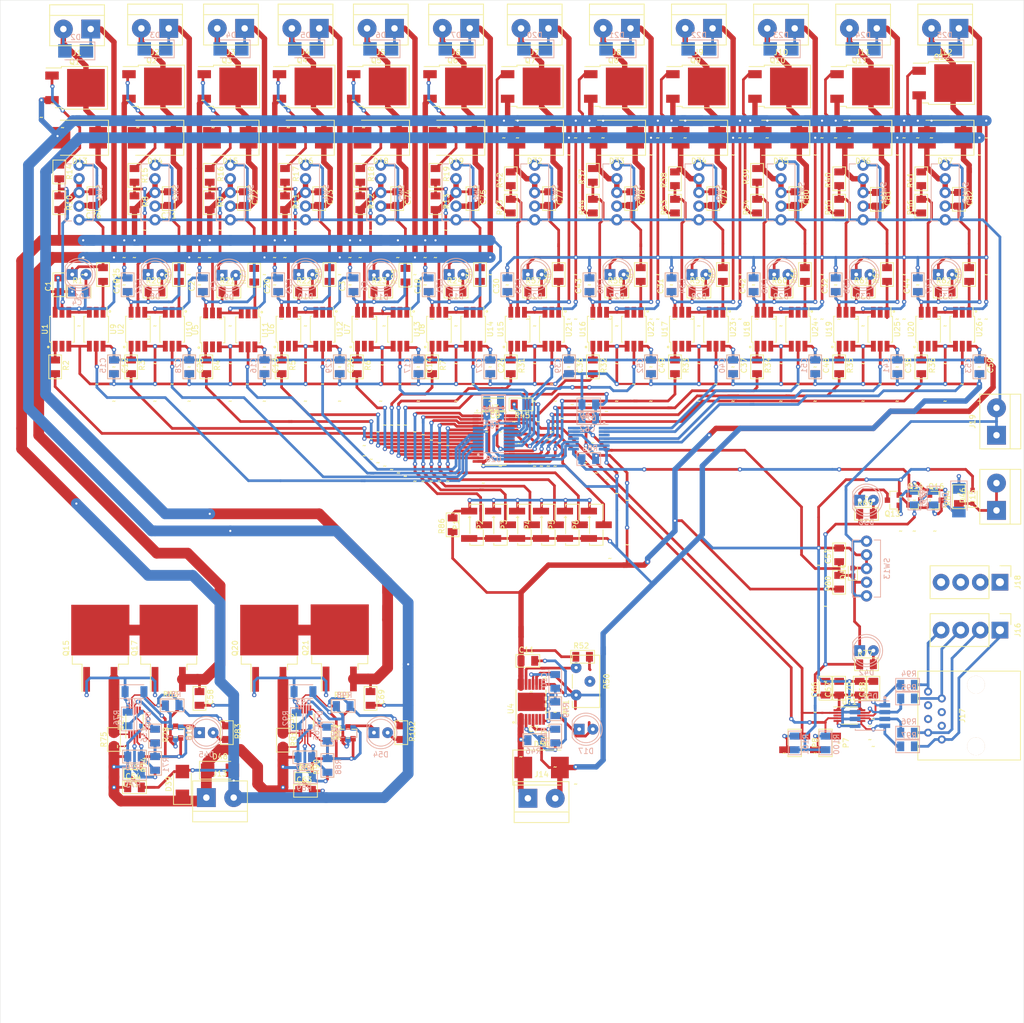
<source format=kicad_pcb>
(kicad_pcb (version 20171130) (host pcbnew "(5.1.6)-1")
  (layers (0 F.Cu signal) (31 B.Cu signal) (34 B.Paste user hide) (35 F.Paste user hide) (36 B.SilkS user) (37 F.SilkS user) (38 B.Mask user hide) (39 F.Mask user hide) (44 Edge.Cuts user))
  (net 0 "")
  (net 1 GND)
  (net 2 "Net-(D1-Pad2)")
  (net 3 "Net-(D8-Pad2)")
  (net 4 "Net-(D9-Pad2)")
  (net 5 "Net-(D10-Pad2)")
  (net 6 "Net-(D11-Pad2)")
  (net 7 "Net-(D12-Pad2)")
  (net 8 "Net-(R16-Pad2)")
  (net 9 "Net-(R34-Pad1)")
  (net 10 +5V)
  (net 11 "Net-(R45-Pad1)")
  (net 12 "Net-(C10-Pad2)")
  (net 13 "Net-(C10-Pad1)")
  (net 14 "Net-(D17-Pad2)")
  (net 15 "Net-(D17-Pad1)")
  (net 16 "Net-(R46-Pad2)")
  (net 17 "Net-(R47-Pad2)")
  (net 18 "Net-(R48-Pad2)")
  (net 19 "Net-(R50-Pad1)")
  (net 20 Earth_Protective)
  (net 21 +24V_A)
  (net 22 +24V_B)
  (net 23 GND_A)
  (net 24 "Net-(C7-Pad1)")
  (net 25 /INPUT_24V)
  (net 26 GND1)
  (net 27 "Net-(C56-Pad1)")
  (net 28 /PUMP_SWITCH)
  (net 29 GND2)
  (net 30 "Net-(C65-Pad1)")
  (net 31 /LED1_24V)
  (net 32 /LED2_24V)
  (net 33 /LED3_24V)
  (net 34 /LED4_24V)
  (net 35 /LED5_24V)
  (net 36 /LED0_24V)
  (net 37 /LED6_24V)
  (net 38 /LED7_24V)
  (net 39 /LED8_24V)
  (net 40 /LED9_24V)
  (net 41 /LED10_24V)
  (net 42 /LED11_24V)
  (net 43 "Net-(D26-Pad2)")
  (net 44 "Net-(D27-Pad2)")
  (net 45 "Net-(D28-Pad2)")
  (net 46 "Net-(D29-Pad2)")
  (net 47 "Net-(D30-Pad2)")
  (net 48 "Net-(D31-Pad2)")
  (net 49 "Net-(D38-Pad1)")
  (net 50 "Net-(D38-Pad2)")
  (net 51 "Net-(D40-Pad2)")
  (net 52 "Net-(D42-Pad2)")
  (net 53 "Net-(D43-Pad1)")
  (net 54 "Net-(D45-Pad1)")
  (net 55 "Net-(D45-Pad2)")
  (net 56 /PUMP_ACTIVE_0)
  (net 57 "Net-(D47-Pad1)")
  (net 58 "Net-(D49-Pad2)")
  (net 59 /DSDA_P)
  (net 60 /DSDA_N)
  (net 61 /DSCL_P)
  (net 62 /DSCL_N)
  (net 63 "Net-(D53-Pad1)")
  (net 64 "Net-(D54-Pad1)")
  (net 65 "Net-(D54-Pad2)")
  (net 66 /DSDA_P_CON)
  (net 67 /DSDA_N_CON)
  (net 68 /DSCL_N_CON)
  (net 69 /DSCL_P_CON)
  (net 70 "Net-(P1-Pad3)")
  (net 71 /A0)
  (net 72 /A1)
  (net 73 /A2)
  (net 74 /A3)
  (net 75 /A4)
  (net 76 /A5)
  (net 77 "Net-(P7-Pad2)")
  (net 78 /SCL)
  (net 79 "Net-(P8-Pad2)")
  (net 80 /SDA)
  (net 81 "Net-(Q1-Pad1)")
  (net 82 "Net-(Q2-Pad1)")
  (net 83 "Net-(Q3-Pad1)")
  (net 84 "Net-(Q4-Pad1)")
  (net 85 "Net-(Q5-Pad1)")
  (net 86 "Net-(Q6-Pad1)")
  (net 87 "Net-(Q7-Pad1)")
  (net 88 "Net-(Q8-Pad1)")
  (net 89 "Net-(Q9-Pad1)")
  (net 90 "Net-(Q10-Pad1)")
  (net 91 "Net-(Q11-Pad1)")
  (net 92 "Net-(Q12-Pad1)")
  (net 93 /AND_OUT_PUMP)
  (net 94 "Net-(Q15-Pad2)")
  (net 95 "Net-(Q15-Pad3)")
  (net 96 "Net-(Q16-Pad3)")
  (net 97 "Net-(Q18-Pad3)")
  (net 98 "Net-(Q18-Pad1)")
  (net 99 "Net-(Q20-Pad2)")
  (net 100 "Net-(Q20-Pad3)")
  (net 101 "Net-(Q22-Pad3)")
  (net 102 "Net-(Q22-Pad1)")
  (net 103 /LED0)
  (net 104 "Net-(R2-Pad1)")
  (net 105 /LED1)
  (net 106 "Net-(R3-Pad1)")
  (net 107 /LED2)
  (net 108 "Net-(R4-Pad1)")
  (net 109 /LED3)
  (net 110 "Net-(R5-Pad1)")
  (net 111 /LED4)
  (net 112 "Net-(R6-Pad1)")
  (net 113 /LED5)
  (net 114 "Net-(R7-Pad1)")
  (net 115 "Net-(R15-Pad2)")
  (net 116 "Net-(R10-Pad1)")
  (net 117 "Net-(R11-Pad1)")
  (net 118 "Net-(R12-Pad1)")
  (net 119 "Net-(R13-Pad1)")
  (net 120 "Net-(R25-Pad1)")
  (net 121 "Net-(R26-Pad1)")
  (net 122 "Net-(R27-Pad1)")
  (net 123 "Net-(R28-Pad1)")
  (net 124 "Net-(R29-Pad1)")
  (net 125 "Net-(R30-Pad1)")
  (net 126 /LED6)
  (net 127 "Net-(R31-Pad1)")
  (net 128 /LED7)
  (net 129 "Net-(R32-Pad1)")
  (net 130 /LED8)
  (net 131 "Net-(R33-Pad1)")
  (net 132 /LED9)
  (net 133 /LED10)
  (net 134 "Net-(R35-Pad1)")
  (net 135 /LED11)
  (net 136 "Net-(R36-Pad1)")
  (net 137 "Net-(R37-Pad1)")
  (net 138 "Net-(R38-Pad1)")
  (net 139 "Net-(R39-Pad1)")
  (net 140 "Net-(R40-Pad1)")
  (net 141 "Net-(R41-Pad1)")
  (net 142 "Net-(R42-Pad1)")
  (net 143 "Net-(R50-Pad3)")
  (net 144 "Net-(R63-Pad1)")
  (net 145 "Net-(R64-Pad1)")
  (net 146 "Net-(R65-Pad1)")
  (net 147 "Net-(R66-Pad1)")
  (net 148 "Net-(R67-Pad1)")
  (net 149 "Net-(R68-Pad1)")
  (net 150 "Net-(R70-Pad2)")
  (net 151 "Net-(R73-Pad2)")
  (net 152 "Net-(R78-Pad1)")
  (net 153 "Net-(R81-Pad1)")
  (net 154 "Net-(R87-Pad2)")
  (net 155 "Net-(R89-Pad2)")
  (net 156 "Net-(R93-Pad1)")
  (net 157 "Net-(R102-Pad1)")
  (net 158 /LED0_5V)
  (net 159 /LED1_5V)
  (net 160 /LED2_5V)
  (net 161 /LED3_5V)
  (net 162 /LED4_5V)
  (net 163 /LED5_5V)
  (net 164 /LED6_5V)
  (net 165 /LED7_5V)
  (net 166 /LED8_5V)
  (net 167 /LED9_5V)
  (net 168 /LED10_5V)
  (net 169 /LED11_5V)
  (net 170 /AND_OUT_0_3)
  (net 171 /AND_OUT_4_7)
  (net 172 /AND_OUT_8_11)
  (net 173 "Net-(J17-Pad3)")
  (net 174 "Net-(J17-Pad5)")
  (net 175 "Net-(J17-Pad4)")
  (net 176 "Net-(J17-Pad6)")
  (net 177 "Net-(J18-Pad4)")
  (net 178 "Net-(J18-Pad3)")
  (net 179 "Net-(J18-Pad1)")
  (net 180 "Net-(J18-Pad2)")
  (net 181 "Net-(U3-Pad20)")
  (net 182 "Net-(U3-Pad21)")
  (net 183 "Net-(U3-Pad22)")
  (net 184 "Net-(U3-Pad19)")
  (net 185 "Net-(U4-Pad6)")
  (net 186 "Net-(U4-Pad4)")
  (net 187 "Net-(U4-Pad7)")
  (net 188 "Net-(U4-Pad10)")
  (net 189 "Net-(U4-Pad13)")
  (net 190 "Net-(U28-Pad11)")
  (net 191 "Net-(U28-Pad3)")
  (net 192 "Net-(U29-Pad11)")
  (net 193 "Net-(U29-Pad3)")
  (net 194 "Net-(U?1-Pad3)")
  (net 195 "Net-(D46-Pad1)")
  (module via_pad_rl:via_pad_0.4x0.8 (layer F.Cu) (at 139.065 63.5)
    (fp_text reference ~ (at 0 3.175) (layer F.SilkS))
    (fp_text value ~)
    (pad ~ thru_hole circle (at 0 0) (size 0.8 0.8) (drill 0.4) (layers *.Cu *.Mask) (net 165 /LED7_5V))
  )
  (module via_pad_rl:via_pad_0.4x0.8 (layer F.Cu) (at 135.89 63.5)
    (fp_text reference ~ (at 0 3.175) (layer F.SilkS))
    (fp_text value ~)
    (pad ~ thru_hole circle (at 0 0) (size 0.8 0.8) (drill 0.4) (layers *.Cu *.Mask) (net 165 /LED7_5V))
  )
  (module via_pad_rl:via_pad_0,4x0,8 (layer F.Cu) (at 142.875 92.075)
    (fp_text reference ~ (at 0 3.175) (layer F.SilkS))
    (fp_text value ~)
    (pad ~ thru_hole circle (at 0 0) (size 0.8 0.8) (drill 0.4) (layers *.Cu *.Mask) (net 1 GND))
  )
  (module via_pad_rl:via_pad_0,4x0,8 (layer F.Cu) (at 142.24 77.47)
    (fp_text reference ~ (at 0 3.175) (layer F.SilkS))
    (fp_text value ~)
    (pad ~ thru_hole circle (at 0 0) (size 0.8 0.8) (drill 0.4) (layers *.Cu *.Mask) (net 1 GND))
  )
  (module via_pad_rl:via_pad_0,4x0,8 (layer F.Cu) (at 144.145 80.01)
    (fp_text reference ~ (at 0 3.175) (layer F.SilkS))
    (fp_text value ~)
    (pad ~ thru_hole circle (at 0 0) (size 0.8 0.8) (drill 0.4) (layers *.Cu *.Mask) (net 1 GND))
  )
  (module via_pad_rl:via_pad_0,4x0,8 (layer F.Cu) (at 196.85 80.645)
    (fp_text reference ~ (at 0 3.175) (layer F.SilkS))
    (fp_text value ~)
    (pad ~ thru_hole circle (at 0 0) (size 0.8 0.8) (drill 0.4) (layers *.Cu *.Mask) (net 1 GND))
  )
  (module via_pad_rl:via_pad_0,4x0,8 (layer F.Cu) (at 190.5 80.645)
    (fp_text reference ~ (at 0 3.175) (layer F.SilkS))
    (fp_text value ~)
    (pad ~ thru_hole circle (at 0 0) (size 0.8 0.8) (drill 0.4) (layers *.Cu *.Mask) (net 1 GND))
  )
  (module via_pad_rl:via_pad_0,4x0,8 (layer F.Cu) (at 201.93 78.74)
    (fp_text reference ~ (at 0 3.175) (layer F.SilkS))
    (fp_text value ~)
    (pad ~ thru_hole circle (at 0 0) (size 0.8 0.8) (drill 0.4) (layers *.Cu *.Mask) (net 1 GND))
  )
  (module via_pad_rl:via_pad_0,4x0,8 (layer F.Cu) (at 146.05 89.535)
    (fp_text reference ~ (at 0 3.175) (layer F.SilkS))
    (fp_text value ~)
    (pad ~ thru_hole circle (at 0 0) (size 0.8 0.8) (drill 0.4) (layers *.Cu *.Mask) (net 10 +5V))
  )
  (module via_pad_rl:via_pad_0,4x0,8 (layer F.Cu) (at 146.05 81.28)
    (fp_text reference ~ (at 0 3.175) (layer F.SilkS))
    (fp_text value ~)
    (pad ~ thru_hole circle (at 0 0) (size 0.8 0.8) (drill 0.4) (layers *.Cu *.Mask) (net 10 +5V))
  )
  (module via_pad_rl:via_pad_0,4x0,8 (layer F.Cu) (at 140.335 76.2)
    (fp_text reference ~ (at 0 3.175) (layer F.SilkS))
    (fp_text value ~)
    (pad ~ thru_hole circle (at 0 0) (size 0.8 0.8) (drill 0.4) (layers *.Cu *.Mask) (net 10 +5V))
  )
  (module via_pad_rl:via_pad_0,4x0,8 (layer F.Cu) (at 45.085 36.195)
    (fp_text reference ~ (at 0 3.175) (layer F.SilkS))
    (fp_text value ~)
    (pad ~ thru_hole circle (at 0 0) (size 0.8 0.8) (drill 0.4) (layers *.Cu *.Mask) (net 23 GND_A))
  )
  (module via_pad_rl:via_pad_0,4x0,8 (layer F.Cu) (at 45.085 39.37)
    (fp_text reference ~ (at 0 3.175) (layer F.SilkS))
    (fp_text value ~)
    (pad ~ thru_hole circle (at 0 0) (size 0.8 0.8) (drill 0.4) (layers *.Cu *.Mask) (net 21 +24V_A))
  )
  (module via_pad_rl:via_pad_0,4x0,8 (layer F.Cu) (at 41.275 12.065)
    (fp_text reference ~ (at 0 3.175) (layer F.SilkS))
    (fp_text value ~)
    (pad ~ thru_hole circle (at 0 0) (size 0.8 0.8) (drill 0.4) (layers *.Cu *.Mask))
  )
  (module via_pad_rl:via_pad_0,4x0,8 (layer F.Cu) (at 200.025 41.275)
    (fp_text reference ~ (at 0 3.175) (layer F.SilkS))
    (fp_text value ~)
    (pad ~ thru_hole circle (at 0 0) (size 0.8 0.8) (drill 0.4) (layers *.Cu *.Mask) (net 23 GND_A))
  )
  (module via_pad_rl:via_pad_0,4x0,8 (layer F.Cu) (at 184.785 41.275)
    (fp_text reference ~ (at 0 3.175) (layer F.SilkS))
    (fp_text value ~)
    (pad ~ thru_hole circle (at 0 0) (size 0.8 0.8) (drill 0.4) (layers *.Cu *.Mask) (net 23 GND_A))
  )
  (module via_pad_rl:via_pad_0,4x0,8 (layer F.Cu) (at 212.725 39.37)
    (fp_text reference ~ (at 0 3.175) (layer F.SilkS))
    (fp_text value ~)
    (pad ~ thru_hole circle (at 0 0) (size 0.8 0.8) (drill 0.4) (layers *.Cu *.Mask) (net 23 GND_A))
  )
  (module via_pad_rl:via_pad_0,4x0,8 (layer F.Cu) (at 197.485 39.37)
    (fp_text reference ~ (at 0 3.175) (layer F.SilkS))
    (fp_text value ~)
    (pad ~ thru_hole circle (at 0 0) (size 0.8 0.8) (drill 0.4) (layers *.Cu *.Mask) (net 23 GND_A))
  )
  (module via_pad_rl:via_pad_0,4x0,8 (layer F.Cu) (at 182.245 39.37)
    (fp_text reference ~ (at 0 3.175) (layer F.SilkS))
    (fp_text value ~)
    (pad ~ thru_hole circle (at 0 0) (size 0.8 0.8) (drill 0.4) (layers *.Cu *.Mask) (net 23 GND_A))
  )
  (module via_pad_rl:via_pad_0,4x0,8 (layer F.Cu) (at 169.545 41.275)
    (fp_text reference ~ (at 0 3.175) (layer F.SilkS))
    (fp_text value ~)
    (pad ~ thru_hole circle (at 0 0) (size 0.8 0.8) (drill 0.4) (layers *.Cu *.Mask) (net 23 GND_A))
  )
  (module via_pad_rl:via_pad_0,4x0,8 (layer F.Cu) (at 167.005 39.37)
    (fp_text reference ~ (at 0 3.175) (layer F.SilkS))
    (fp_text value ~)
    (pad ~ thru_hole circle (at 0 0) (size 0.8 0.8) (drill 0.4) (layers *.Cu *.Mask) (net 23 GND_A))
  )
  (module via_pad_rl:via_pad_0,4x0,8 (layer F.Cu) (at 154.305 41.275)
    (fp_text reference ~ (at 0 3.175) (layer F.SilkS))
    (fp_text value ~)
    (pad ~ thru_hole circle (at 0 0) (size 0.8 0.8) (drill 0.4) (layers *.Cu *.Mask) (net 23 GND_A))
  )
  (module via_pad_rl:via_pad_0,4x0,8 (layer F.Cu) (at 151.765 39.37)
    (fp_text reference ~ (at 0 3.175) (layer F.SilkS))
    (fp_text value ~)
    (pad ~ thru_hole circle (at 0 0) (size 0.8 0.8) (drill 0.4) (layers *.Cu *.Mask) (net 23 GND_A))
  )
  (module via_pad_rl:via_pad_0,4x0,8 (layer F.Cu) (at 139.065 41.275)
    (fp_text reference ~ (at 0 3.175) (layer F.SilkS))
    (fp_text value ~)
    (pad ~ thru_hole circle (at 0 0) (size 0.8 0.8) (drill 0.4) (layers *.Cu *.Mask) (net 23 GND_A))
  )
  (module via_pad_rl:via_pad_0,4x0,8 (layer F.Cu) (at 136.525 39.37)
    (fp_text reference ~ (at 0 3.175) (layer F.SilkS))
    (fp_text value ~)
    (pad ~ thru_hole circle (at 0 0) (size 0.8 0.8) (drill 0.4) (layers *.Cu *.Mask) (net 23 GND_A))
  )
  (module via_pad_rl:via_pad_0,4x0,8 (layer F.Cu) (at 110.49 36.195)
    (fp_text reference ~ (at 0 3.175) (layer F.SilkS))
    (fp_text value ~)
    (pad ~ thru_hole circle (at 0 0) (size 0.8 0.8) (drill 0.4) (layers *.Cu *.Mask) (net 23 GND_A))
  )
  (module via_pad_rl:via_pad_0,4x0,8 (layer F.Cu) (at 112.395 31.115)
    (fp_text reference ~ (at 0 3.175) (layer F.SilkS))
    (fp_text value ~)
    (pad ~ thru_hole circle (at 0 0) (size 0.8 0.8) (drill 0.4) (layers *.Cu *.Mask) (net 119 "Net-(R13-Pad1)"))
  )
  (module via_pad_rl:via_pad_0,4x0,8 (layer F.Cu) (at 112.395 26.67)
    (fp_text reference ~ (at 0 3.175) (layer F.SilkS))
    (fp_text value ~)
    (pad ~ thru_hole circle (at 0 0) (size 0.8 0.8) (drill 0.4) (layers *.Cu *.Mask) (net 119 "Net-(R13-Pad1)"))
  )
  (module via_pad_rl:via_pad_0,4x0,8 (layer F.Cu) (at 111.125 12.065)
    (fp_text reference ~ (at 0 3.175) (layer F.SilkS))
    (fp_text value ~)
    (pad ~ thru_hole circle (at 0 0) (size 0.8 0.8) (drill 0.4) (layers *.Cu *.Mask) (net 86 "Net-(Q6-Pad1)"))
  )
  (module via_pad_rl:via_pad_0,4x0,8 (layer F.Cu) (at 96.52 36.195)
    (fp_text reference ~ (at 0 3.175) (layer F.SilkS))
    (fp_text value ~)
    (pad ~ thru_hole circle (at 0 0) (size 0.8 0.8) (drill 0.4) (layers *.Cu *.Mask) (net 23 GND_A))
  )
  (module via_pad_rl:via_pad_0,4x0,8 (layer F.Cu) (at 98.425 31.115)
    (fp_text reference ~ (at 0 3.175) (layer F.SilkS))
    (fp_text value ~)
    (pad ~ thru_hole circle (at 0 0) (size 0.8 0.8) (drill 0.4) (layers *.Cu *.Mask) (net 118 "Net-(R12-Pad1)"))
  )
  (module via_pad_rl:via_pad_0,4x0,8 (layer F.Cu) (at 98.425 26.67)
    (fp_text reference ~ (at 0 3.175) (layer F.SilkS))
    (fp_text value ~)
    (pad ~ thru_hole circle (at 0 0) (size 0.8 0.8) (drill 0.4) (layers *.Cu *.Mask) (net 118 "Net-(R12-Pad1)"))
  )
  (module via_pad_rl:via_pad_0,4x0,8 (layer F.Cu) (at 97.155 12.065)
    (fp_text reference ~ (at 0 3.175) (layer F.SilkS))
    (fp_text value ~)
    (pad ~ thru_hole circle (at 0 0) (size 0.8 0.8) (drill 0.4) (layers *.Cu *.Mask) (net 85 "Net-(Q5-Pad1)"))
  )
  (module via_pad_rl:via_pad_0,4x0,8 (layer F.Cu) (at 82.55 36.195)
    (fp_text reference ~ (at 0 3.175) (layer F.SilkS))
    (fp_text value ~)
    (pad ~ thru_hole circle (at 0 0) (size 0.8 0.8) (drill 0.4) (layers *.Cu *.Mask) (net 23 GND_A))
  )
  (module via_pad_rl:via_pad_0,4x0,8 (layer F.Cu) (at 84.455 31.115)
    (fp_text reference ~ (at 0 3.175) (layer F.SilkS))
    (fp_text value ~)
    (pad ~ thru_hole circle (at 0 0) (size 0.8 0.8) (drill 0.4) (layers *.Cu *.Mask) (net 117 "Net-(R11-Pad1)"))
  )
  (module via_pad_rl:via_pad_0,4x0,8 (layer F.Cu) (at 84.455 26.67)
    (fp_text reference ~ (at 0 3.175) (layer F.SilkS))
    (fp_text value ~)
    (pad ~ thru_hole circle (at 0 0) (size 0.8 0.8) (drill 0.4) (layers *.Cu *.Mask) (net 117 "Net-(R11-Pad1)"))
  )
  (module via_pad_rl:via_pad_0,4x0,8 (layer F.Cu) (at 83.185 12.065)
    (fp_text reference ~ (at 0 3.175) (layer F.SilkS))
    (fp_text value ~)
    (pad ~ thru_hole circle (at 0 0) (size 0.8 0.8) (drill 0.4) (layers *.Cu *.Mask) (net 84 "Net-(Q4-Pad1)"))
  )
  (module via_pad_rl:via_pad_0,4x0,8 (layer F.Cu) (at 69.215 12.065)
    (fp_text reference ~ (at 0 3.175) (layer F.SilkS))
    (fp_text value ~)
    (pad ~ thru_hole circle (at 0 0) (size 0.8 0.8) (drill 0.4) (layers *.Cu *.Mask) (net 83 "Net-(Q3-Pad1)"))
  )
  (module via_pad_rl:via_pad_0,4x0,8 (layer F.Cu) (at 68.58 36.195)
    (fp_text reference ~ (at 0 3.175) (layer F.SilkS))
    (fp_text value ~)
    (pad ~ thru_hole circle (at 0 0) (size 0.8 0.8) (drill 0.4) (layers *.Cu *.Mask) (net 23 GND_A))
  )
  (module via_pad_rl:via_pad_0,4x0,8 (layer F.Cu) (at 70.485 31.115)
    (fp_text reference ~ (at 0 3.175) (layer F.SilkS))
    (fp_text value ~)
    (pad ~ thru_hole circle (at 0 0) (size 0.8 0.8) (drill 0.4) (layers *.Cu *.Mask) (net 8 "Net-(R16-Pad2)"))
  )
  (module via_pad_rl:via_pad_0,4x0,8 (layer F.Cu) (at 70.485 26.67)
    (fp_text reference ~ (at 0 3.175) (layer F.SilkS))
    (fp_text value ~)
    (pad ~ thru_hole circle (at 0 0) (size 0.8 0.8) (drill 0.4) (layers *.Cu *.Mask) (net 8 "Net-(R16-Pad2)"))
  )
  (module via_pad_rl:via_pad_0,4x0,8 (layer F.Cu) (at 55.245 12.065)
    (fp_text reference ~ (at 0 3.175) (layer F.SilkS))
    (fp_text value ~)
    (pad ~ thru_hole circle (at 0 0) (size 0.8 0.8) (drill 0.4) (layers *.Cu *.Mask) (net 82 "Net-(Q2-Pad1)"))
  )
  (module via_pad_rl:via_pad_0,4x0,8 (layer F.Cu) (at 52.705 41.275)
    (fp_text reference ~ (at 0 3.175) (layer F.SilkS))
    (fp_text value ~)
    (pad ~ thru_hole circle (at 0 0) (size 0.8 0.8) (drill 0.4) (layers *.Cu *.Mask) (net 23 GND_A))
  )
  (module via_pad_rl:via_pad_0.4x0.8 (layer F.Cu) (at 56.515 31.115)
    (fp_text reference ~ (at 0 3.175) (layer F.SilkS))
    (fp_text value ~)
    (pad ~ thru_hole circle (at 0 0) (size 0.8 0.8) (drill 0.4) (layers *.Cu *.Mask) (net 115 "Net-(R15-Pad2)"))
  )
  (module via_pad_rl:via_pad_0.4x0.8 (layer F.Cu) (at 56.515 26.67)
    (fp_text reference ~ (at 0 3.175) (layer F.SilkS))
    (fp_text value ~)
    (pad ~ thru_hole circle (at 0 0) (size 0.8 0.8) (drill 0.4) (layers *.Cu *.Mask) (net 115 "Net-(R15-Pad2)"))
  )
  (module via_pad_rl:via_pad_0,4x0,8 (layer F.Cu) (at 180.975 120.65)
    (fp_text reference ~ (at 0 3.175) (layer F.SilkS))
    (fp_text value ~)
    (pad ~ thru_hole circle (at 0 0) (size 0.8 0.8) (drill 0.4) (layers *.Cu *.Mask) (net 10 +5V))
  )
  (module via_pad_rl:via_pad_0,4x0,8 (layer F.Cu) (at 187.325 118.11)
    (fp_text reference ~ (at 0 3.175) (layer F.SilkS))
    (fp_text value ~)
    (pad ~ thru_hole circle (at 0 0) (size 0.8 0.8) (drill 0.4) (layers *.Cu *.Mask) (net 1 GND))
  )
  (module via_pad_rl:via_pad_0,4x0,8 (layer F.Cu) (at 182.88 114.935)
    (fp_text reference ~ (at 0 3.175) (layer F.SilkS))
    (fp_text value ~)
    (pad ~ thru_hole circle (at 0 0) (size 0.8 0.8) (drill 0.4) (layers *.Cu *.Mask) (net 10 +5V))
  )
  (module via_pad_rl:via_pad_0,4x0,8 (layer F.Cu) (at 182.88 100.965)
    (fp_text reference ~ (at 0 3.175) (layer F.SilkS))
    (fp_text value ~)
    (pad ~ thru_hole circle (at 0 0) (size 0.8 0.8) (drill 0.4) (layers *.Cu *.Mask) (net 10 +5V))
  )
  (module via_pad_rl:via_pad_0,4x0,8 (layer F.Cu) (at 199.39 86.995)
    (fp_text reference ~ (at 0 3.175) (layer F.SilkS))
    (fp_text value ~)
    (pad ~ thru_hole circle (at 0 0) (size 0.8 0.8) (drill 0.4) (layers *.Cu *.Mask) (net 10 +5V))
  )
  (module via_pad_rl:via_pad_0,4x0,8 (layer F.Cu) (at 182.88 90.805)
    (fp_text reference ~ (at 0 3.175) (layer F.SilkS))
    (fp_text value ~)
    (pad ~ thru_hole circle (at 0 0) (size 0.8 0.8) (drill 0.4) (layers *.Cu *.Mask) (net 10 +5V))
  )
  (module via_pad_rl:via_pad_0.4x0.8 (layer F.Cu) (at 196.85 86.995)
    (fp_text reference ~ (at 0 3.175) (layer F.SilkS))
    (fp_text value ~)
    (pad ~ thru_hole circle (at 0 0) (size 0.8 0.8) (drill 0.4) (layers *.Cu *.Mask) (net 56 /PUMP_ACTIVE_0))
  )
  (module via_pad_rl:via_pad_0.4x0.8 (layer F.Cu) (at 199.39 81.28)
    (fp_text reference ~ (at 0 3.175) (layer F.SilkS))
    (fp_text value ~)
    (pad ~ thru_hole circle (at 0 0) (size 0.8 0.8) (drill 0.4) (layers *.Cu *.Mask) (net 56 /PUMP_ACTIVE_0))
  )
  (module via_pad_rl:via_pad_0.4x0.8 (layer F.Cu) (at 203.2 86.995)
    (fp_text reference ~ (at 0 3.175) (layer F.SilkS))
    (fp_text value ~)
    (pad ~ thru_hole circle (at 0 0) (size 0.8 0.8) (drill 0.4) (layers *.Cu *.Mask) (net 96 "Net-(Q16-Pad3)"))
  )
  (module via_pad_rl:via_pad_0.4x0.8 (layer F.Cu) (at 205.105 82.55)
    (fp_text reference ~ (at 0 3.175) (layer F.SilkS))
    (fp_text value ~)
    (pad ~ thru_hole circle (at 0 0) (size 0.8 0.8) (drill 0.4) (layers *.Cu *.Mask) (net 56 /PUMP_ACTIVE_0))
  )
  (module via_pad_rl:via_pad_0.4x0.8 (layer F.Cu) (at 207.645 80.01)
    (fp_text reference ~ (at 0 3.175) (layer F.SilkS))
    (fp_text value ~)
    (pad ~ thru_hole circle (at 0 0) (size 0.8 0.8) (drill 0.4) (layers *.Cu *.Mask) (net 57 "Net-(D47-Pad1)"))
  )
  (module via_pad_rl:via_pad_0,4x0,8 (layer F.Cu) (at 181.61 93.345)
    (fp_text reference ~ (at 0 3.175) (layer F.SilkS))
    (fp_text value ~)
    (pad ~ thru_hole circle (at 0 0) (size 0.8 0.8) (drill 0.4) (layers *.Cu *.Mask) (net 1 GND))
  )
  (module via_pad_rl:via_pad_0.4x0.8 (layer F.Cu) (at 185.42 126.365)
    (fp_text reference ~ (at 0 3.175) (layer F.SilkS))
    (fp_text value ~)
    (pad ~ thru_hole circle (at 0 0) (size 0.8 0.8) (drill 0.4) (layers *.Cu *.Mask) (net 1 GND))
  )
  (module via_pad_rl:via_pad_0.4x0.8 (layer F.Cu) (at 180.975 128.27)
    (fp_text reference ~ (at 0 3.175) (layer F.SilkS))
    (fp_text value ~)
    (pad ~ thru_hole circle (at 0 0) (size 0.8 0.8) (drill 0.4) (layers *.Cu *.Mask) (net 77 "Net-(P7-Pad2)"))
  )
  (module via_pad_rl:via_pad_0.4x0.8 (layer F.Cu) (at 175.26 128.27)
    (fp_text reference ~ (at 0 3.175) (layer F.SilkS))
    (fp_text value ~)
    (pad ~ thru_hole circle (at 0 0) (size 0.8 0.8) (drill 0.4) (layers *.Cu *.Mask) (net 79 "Net-(P8-Pad2)"))
  )
  (module package_soic_rl:soic_8_3.9mmx4.9mm (layer B.Cu) (at 191.135 124.46 180)
    (fp_text reference D52 (at 0 3.556) (layer B.SilkS) (effects (font (thickness 0.16)) (justify mirror)))
    (fp_text value SMDA05CDR2G)
    (pad 2 smd rect (at -2.76 0.635 180) (size 2 0.8) (layers B.Cu B.Paste B.Mask) (net 60 /DSDA_N))
    (pad 6 smd rect (at 2.76 -0.635 180) (size 2 0.8) (layers B.Cu B.Paste B.Mask) (net 1 GND))
    (pad 7 smd rect (at 2.76 0.635 180) (size 2 0.8) (layers B.Cu B.Paste B.Mask) (net 1 GND))
    (pad 1 smd rect (at -2.76 1.905 180) (size 2 0.8) (layers B.Cu B.Paste B.Mask) (net 59 /DSDA_P))
    (pad 5 smd rect (at 2.76 -1.905 180) (size 2 0.8) (layers B.Cu B.Paste B.Mask) (net 1 GND))
    (pad 8 smd rect (at 2.76 1.905 180) (size 2 0.8) (layers B.Cu B.Paste B.Mask) (net 1 GND))
    (pad 3 smd rect (at -2.76 -0.635 180) (size 2 0.8) (layers B.Cu B.Paste B.Mask) (net 61 /DSCL_P))
    (pad 4 smd rect (at -2.76 -1.905 180) (size 2 0.8) (layers B.Cu B.Paste B.Mask) (net 62 /DSCL_N))
  )
  (module via_pad_rl:via_pad_0.4x0.8 (layer F.Cu) (at 191.135 123.19)
    (fp_text reference ~ (at 0 3.175) (layer F.SilkS))
    (fp_text value ~)
    (pad ~ thru_hole circle (at 0 0) (size 0.8 0.8) (drill 0.4) (layers *.Cu *.Mask) (net 60 /DSDA_N))
  )
  (module via_pad_rl:via_pad_0.4x0.8 (layer F.Cu) (at 191.77 127)
    (fp_text reference ~ (at 0 3.175) (layer F.SilkS))
    (fp_text value ~)
    (pad ~ thru_hole circle (at 0 0) (size 0.8 0.8) (drill 0.4) (layers *.Cu *.Mask) (net 62 /DSCL_N))
  )
  (module via_pad_rl:via_pad_0.4x0.8 (layer F.Cu) (at 191.135 125.73)
    (fp_text reference ~ (at 0 3.175) (layer F.SilkS))
    (fp_text value ~)
    (pad ~ thru_hole circle (at 0 0) (size 0.8 0.8) (drill 0.4) (layers *.Cu *.Mask) (net 61 /DSCL_P))
  )
  (module via_pad_rl:via_pad_0.4x0.8 (layer F.Cu) (at 191.77 121.92)
    (fp_text reference ~ (at 0 3.175) (layer F.SilkS))
    (fp_text value ~)
    (pad ~ thru_hole circle (at 0 0) (size 0.8 0.8) (drill 0.4) (layers *.Cu *.Mask) (net 59 /DSDA_P))
  )
  (module via_pad_rl:via_pad_0.4x0.8 (layer F.Cu) (at 139.065 84.455)
    (fp_text reference ~ (at 0 3.175) (layer F.SilkS))
    (fp_text value ~)
    (pad ~ thru_hole circle (at 0 0) (size 0.8 0.8) (drill 0.4) (layers *.Cu *.Mask) (net 70 "Net-(P1-Pad3)"))
  )
  (module via_pad_rl:via_pad_0.4x0.8 (layer F.Cu) (at 134.62 84.455)
    (fp_text reference ~ (at 0 3.175) (layer F.SilkS))
    (fp_text value ~)
    (pad ~ thru_hole circle (at 0 0) (size 0.8 0.8) (drill 0.4) (layers *.Cu *.Mask) (net 70 "Net-(P1-Pad3)"))
  )
  (module via_pad_rl:via_pad_0.4x0.8 (layer F.Cu) (at 130.175 84.455)
    (fp_text reference ~ (at 0 3.175) (layer F.SilkS))
    (fp_text value ~)
    (pad ~ thru_hole circle (at 0 0) (size 0.8 0.8) (drill 0.4) (layers *.Cu *.Mask) (net 70 "Net-(P1-Pad3)"))
  )
  (module via_pad_rl:via_pad_0.4x0.8 (layer F.Cu) (at 125.73 84.455)
    (fp_text reference ~ (at 0 3.175) (layer F.SilkS))
    (fp_text value ~)
    (pad ~ thru_hole circle (at 0 0) (size 0.8 0.8) (drill 0.4) (layers *.Cu *.Mask) (net 70 "Net-(P1-Pad3)"))
  )
  (module via_pad_rl:via_pad_0.4x0.8 (layer F.Cu) (at 121.285 84.455)
    (fp_text reference ~ (at 0 3.175) (layer F.SilkS))
    (fp_text value ~)
    (pad ~ thru_hole circle (at 0 0) (size 0.8 0.8) (drill 0.4) (layers *.Cu *.Mask) (net 70 "Net-(P1-Pad3)"))
  )
  (module via_pad_rl:via_pad_0.4x0.8 (layer F.Cu) (at 116.84 84.455)
    (fp_text reference ~ (at 0 3.175) (layer F.SilkS))
    (fp_text value ~)
    (pad ~ thru_hole circle (at 0 0) (size 0.8 0.8) (drill 0.4) (layers *.Cu *.Mask) (net 70 "Net-(P1-Pad3)"))
  )
  (module via_pad_rl:via_pad_0,4x0,8 (layer F.Cu) (at 47.625 59.69)
    (fp_text reference ~ (at 0 3.175) (layer F.SilkS))
    (fp_text value ~)
    (pad ~ thru_hole circle (at 0 0) (size 0.8 0.8) (drill 0.4) (layers *.Cu *.Mask) (net 158 /LED0_5V))
  )
  (module via_pad_rl:via_pad_0,4x0,8 (layer F.Cu) (at 61.595 59.69)
    (fp_text reference ~ (at 0 3.175) (layer F.SilkS))
    (fp_text value ~)
    (pad ~ thru_hole circle (at 0 0) (size 0.8 0.8) (drill 0.4) (layers *.Cu *.Mask) (net 159 /LED1_5V))
  )
  (module via_pad_rl:via_pad_0,4x0,8 (layer F.Cu) (at 75.565 59.69)
    (fp_text reference ~ (at 0 3.175) (layer F.SilkS))
    (fp_text value ~)
    (pad ~ thru_hole circle (at 0 0) (size 0.8 0.8) (drill 0.4) (layers *.Cu *.Mask) (net 160 /LED2_5V))
  )
  (module via_pad_rl:via_pad_0,4x0,8 (layer F.Cu) (at 89.535 59.69)
    (fp_text reference ~ (at 0 3.175) (layer F.SilkS))
    (fp_text value ~)
    (pad ~ thru_hole circle (at 0 0) (size 0.8 0.8) (drill 0.4) (layers *.Cu *.Mask) (net 161 /LED3_5V))
  )
  (module via_pad_rl:via_pad_0.4x0.8 (layer F.Cu) (at 106.68 68.58)
    (fp_text reference ~ (at 0 3.175) (layer F.SilkS))
    (fp_text value ~)
    (pad ~ thru_hole circle (at 0 0) (size 0.8 0.8) (drill 0.4) (layers *.Cu *.Mask) (net 71 /A0))
  )
  (module via_pad_rl:via_pad_0.4x0.8 (layer F.Cu) (at 108.204 69.088)
    (fp_text reference ~ (at 0 3.175) (layer F.SilkS))
    (fp_text value ~)
    (pad ~ thru_hole circle (at 0 0) (size 0.8 0.8) (drill 0.4) (layers *.Cu *.Mask) (net 72 /A1))
  )
  (module via_pad_rl:via_pad_0.4x0.8 (layer F.Cu) (at 109.728 70.104)
    (fp_text reference ~ (at 0 3.175) (layer F.SilkS))
    (fp_text value ~)
    (pad ~ thru_hole circle (at 0 0) (size 0.8 0.8) (drill 0.4) (layers *.Cu *.Mask) (net 73 /A2))
  )
  (module via_pad_rl:via_pad_0.4x0.8 (layer F.Cu) (at 111.252 70.612)
    (fp_text reference ~ (at 0 3.175) (layer F.SilkS))
    (fp_text value ~)
    (pad ~ thru_hole circle (at 0 0) (size 0.8 0.8) (drill 0.4) (layers *.Cu *.Mask) (net 74 /A3))
  )
  (module via_pad_rl:via_pad_0.4x0.8 (layer F.Cu) (at 106.68 77.724)
    (fp_text reference ~ (at 0 3.175) (layer F.SilkS))
    (fp_text value ~)
    (pad ~ thru_hole circle (at 0 0) (size 0.8 0.8) (drill 0.4) (layers *.Cu *.Mask) (net 71 /A0))
  )
  (module via_pad_rl:via_pad_0.4x0.8 (layer F.Cu) (at 108.204 77.724)
    (fp_text reference ~ (at 0 3.175) (layer F.SilkS))
    (fp_text value ~)
    (pad ~ thru_hole circle (at 0 0) (size 0.8 0.8) (drill 0.4) (layers *.Cu *.Mask) (net 72 /A1))
  )
  (module via_pad_rl:via_pad_0.4x0.8 (layer F.Cu) (at 109.728 77.724)
    (fp_text reference ~ (at 0 3.175) (layer F.SilkS))
    (fp_text value ~)
    (pad ~ thru_hole circle (at 0 0) (size 0.8 0.8) (drill 0.4) (layers *.Cu *.Mask) (net 73 /A2))
  )
  (module via_pad_rl:via_pad_0.4x0.8 (layer F.Cu) (at 111.252 77.724)
    (fp_text reference ~ (at 0 3.175) (layer F.SilkS))
    (fp_text value ~)
    (pad ~ thru_hole circle (at 0 0) (size 0.8 0.8) (drill 0.4) (layers *.Cu *.Mask) (net 74 /A3))
  )
  (module via_pad_rl:via_pad_0.4x0.8 (layer F.Cu) (at 112.776 71.12)
    (fp_text reference ~ (at 0 3.175) (layer F.SilkS))
    (fp_text value ~)
    (pad ~ thru_hole circle (at 0 0) (size 0.8 0.8) (drill 0.4) (layers *.Cu *.Mask) (net 75 /A4))
  )
  (module via_pad_rl:via_pad_0.4x0.8 (layer F.Cu) (at 112.776 77.724)
    (fp_text reference ~ (at 0 3.175) (layer F.SilkS))
    (fp_text value ~)
    (pad ~ thru_hole circle (at 0 0) (size 0.8 0.8) (drill 0.4) (layers *.Cu *.Mask) (net 75 /A4))
  )
  (module via_pad_rl:via_pad_0,4x0,8 (layer F.Cu) (at 103.886 59.69)
    (fp_text reference ~ (at 0 3.175) (layer F.SilkS))
    (fp_text value ~)
    (pad ~ thru_hole circle (at 0 0) (size 0.8 0.8) (drill 0.4) (layers *.Cu *.Mask) (net 162 /LED4_5V))
  )
  (module via_pad_rl:via_pad_0,4x0,8 (layer F.Cu) (at 132.08 59.69)
    (fp_text reference ~ (at 0 3.175) (layer F.SilkS))
    (fp_text value ~)
    (pad ~ thru_hole circle (at 0 0) (size 0.8 0.8) (drill 0.4) (layers *.Cu *.Mask) (net 164 /LED6_5V))
  )
  (module via_pad_rl:via_pad_0,4x0,8 (layer F.Cu) (at 117.475 59.69)
    (fp_text reference ~ (at 0 3.175) (layer F.SilkS))
    (fp_text value ~)
    (pad ~ thru_hole circle (at 0 0) (size 0.8 0.8) (drill 0.4) (layers *.Cu *.Mask) (net 163 /LED5_5V))
  )
  (module via_pad_rl:via_pad_0,4x0,8 (layer F.Cu) (at 208.28 59.69)
    (fp_text reference ~ (at 0 3.175) (layer F.SilkS))
    (fp_text value ~)
    (pad ~ thru_hole circle (at 0 0) (size 0.8 0.8) (drill 0.4) (layers *.Cu *.Mask) (net 169 /LED11_5V))
  )
  (module via_pad_rl:via_pad_0,4x0,8 (layer F.Cu) (at 193.04 59.69)
    (fp_text reference ~ (at 0 3.175) (layer F.SilkS))
    (fp_text value ~)
    (pad ~ thru_hole circle (at 0 0) (size 0.8 0.8) (drill 0.4) (layers *.Cu *.Mask) (net 168 /LED10_5V))
  )
  (module via_pad_rl:via_pad_0,4x0,8 (layer F.Cu) (at 177.8 59.69)
    (fp_text reference ~ (at 0 3.175) (layer F.SilkS))
    (fp_text value ~)
    (pad ~ thru_hole circle (at 0 0) (size 0.8 0.8) (drill 0.4) (layers *.Cu *.Mask) (net 167 /LED9_5V))
  )
  (module via_pad_rl:via_pad_0.4x0.8 (layer F.Cu) (at 162.56 59.69)
    (fp_text reference ~ (at 0 3.175) (layer F.SilkS))
    (fp_text value ~)
    (pad ~ thru_hole circle (at 0 0) (size 0.8 0.8) (drill 0.4) (layers *.Cu *.Mask) (net 166 /LED8_5V))
  )
  (module via_pad_rl:via_pad_0.4x0.8 (layer F.Cu) (at 147.32 59.69)
    (fp_text reference ~ (at 0 3.175) (layer F.SilkS))
    (fp_text value ~)
    (pad ~ thru_hole circle (at 0 0) (size 0.8 0.8) (drill 0.4) (layers *.Cu *.Mask) (net 165 /LED7_5V))
  )
  (module via_pad_rl:via_pad_0.4x0.8 (layer F.Cu) (at 119.38 78.105)
    (fp_text reference ~ (at 0 3.175) (layer F.SilkS))
    (fp_text value ~)
    (pad ~ thru_hole circle (at 0 0) (size 0.8 0.8) (drill 0.4) (layers *.Cu *.Mask) (net 1 GND))
  )
  (module via_pad_rl:via_pad_0,4x0,8 (layer F.Cu) (at 120.015 68.58)
    (fp_text reference ~ (at 0 3.175) (layer F.SilkS))
    (fp_text value ~)
    (pad ~ thru_hole circle (at 0 0) (size 0.8 0.8) (drill 0.4) (layers *.Cu *.Mask) (net 1 GND))
  )
  (module via_pad_rl:via_pad_0,4x0,8 (layer F.Cu) (at 122.555 68.58)
    (fp_text reference ~ (at 0 3.175) (layer F.SilkS))
    (fp_text value ~)
    (pad ~ thru_hole circle (at 0 0) (size 0.8 0.8) (drill 0.4) (layers *.Cu *.Mask) (net 10 +5V))
  )
  (module via_pad_rl:via_pad_0,4x0,8 (layer F.Cu) (at 142.24 64.77)
    (fp_text reference ~ (at 0 3.175) (layer F.SilkS))
    (fp_text value ~)
    (pad ~ thru_hole circle (at 0 0) (size 0.8 0.8) (drill 0.4) (layers *.Cu *.Mask) (net 10 +5V))
  )
  (module via_pad_rl:via_pad_0,4x0,8 (layer F.Cu) (at 139.7 70.612)
    (fp_text reference ~ (at 0 3.175) (layer F.SilkS))
    (fp_text value ~)
    (pad ~ thru_hole circle (at 0 0) (size 0.8 0.8) (drill 0.4) (layers *.Cu *.Mask) (net 10 +5V))
  )
  (module via_pad_rl:via_pad_0,4x0,8 (layer F.Cu) (at 138.43 74.295)
    (fp_text reference ~ (at 0 3.175) (layer F.SilkS))
    (fp_text value ~)
    (pad ~ thru_hole circle (at 0 0) (size 0.8 0.8) (drill 0.4) (layers *.Cu *.Mask) (net 10 +5V))
  )
  (module via_pad_rl:via_pad_0.4x0.8 (layer F.Cu) (at 139.7 72.39)
    (fp_text reference ~ (at 0 3.175) (layer F.SilkS))
    (fp_text value ~)
    (pad ~ thru_hole circle (at 0 0) (size 0.8 0.8) (drill 0.4) (layers *.Cu *.Mask) (net 28 /PUMP_SWITCH))
  )
  (module via_pad_rl:via_pad_0.4x0.8 (layer F.Cu) (at 125.095 66.675)
    (fp_text reference ~ (at 0 3.175) (layer F.SilkS))
    (fp_text value ~)
    (pad ~ thru_hole circle (at 0 0) (size 0.8 0.8) (drill 0.4) (layers *.Cu *.Mask) (net 1 GND))
  )
  (module via_pad_rl:via_pad_0.4x0.8 (layer F.Cu) (at 125.984 70.739)
    (fp_text reference ~ (at 0 3.175) (layer F.SilkS))
    (fp_text value ~)
    (pad ~ thru_hole circle (at 0 0) (size 0.8 0.8) (drill 0.4) (layers *.Cu *.Mask) (net 1 GND))
  )
  (module via_pad_rl:via_pad_0.4x0.8 (layer F.Cu) (at 133.985 66.04)
    (fp_text reference ~ (at 0 3.175) (layer F.SilkS))
    (fp_text value ~)
    (pad ~ thru_hole circle (at 0 0) (size 0.8 0.8) (drill 0.4) (layers *.Cu *.Mask) (net 130 /LED8))
  )
  (module via_pad_rl:via_pad_0.4x0.8 (layer F.Cu) (at 132.715 67.31)
    (fp_text reference ~ (at 0 3.175) (layer F.SilkS))
    (fp_text value ~)
    (pad ~ thru_hole circle (at 0 0) (size 0.8 0.8) (drill 0.4) (layers *.Cu *.Mask) (net 132 /LED9))
  )
  (module via_pad_rl:via_pad_0.4x0.8 (layer F.Cu) (at 132.08 68.58)
    (fp_text reference ~ (at 0 3.175) (layer F.SilkS))
    (fp_text value ~)
    (pad ~ thru_hole circle (at 0 0) (size 0.8 0.8) (drill 0.4) (layers *.Cu *.Mask) (net 133 /LED10))
  )
  (module via_pad_rl:via_pad_0.4x0.8 (layer F.Cu) (at 131.445 69.85)
    (fp_text reference ~ (at 0 3.175) (layer F.SilkS))
    (fp_text value ~)
    (pad ~ thru_hole circle (at 0 0) (size 0.8 0.8) (drill 0.4) (layers *.Cu *.Mask) (net 135 /LED11))
  )
  (module via_pad_rl:via_pad_0.4x0.8 (layer F.Cu) (at 129.54 66.675)
    (fp_text reference ~ (at 0 3.175) (layer F.SilkS))
    (fp_text value ~)
    (pad ~ thru_hole circle (at 0 0) (size 0.8 0.8) (drill 0.4) (layers *.Cu *.Mask) (net 11 "Net-(R45-Pad1)"))
  )
  (module via_pad_rl:via_pad_0.4x0.8 (layer F.Cu) (at 128.016 74.422)
    (fp_text reference ~ (at 0 3.175) (layer F.SilkS))
    (fp_text value ~)
    (pad ~ thru_hole circle (at 0 0) (size 0.8 0.8) (drill 0.4) (layers *.Cu *.Mask) (net 11 "Net-(R45-Pad1)"))
  )
  (module via_pad_rl:via_pad_0.4x0.8 (layer F.Cu) (at 128.905 74.93)
    (fp_text reference ~ (at 0 3.175) (layer F.SilkS))
    (fp_text value ~)
    (pad ~ thru_hole circle (at 0 0) (size 0.8 0.8) (drill 0.4) (layers *.Cu *.Mask) (net 135 /LED11))
  )
  (module via_pad_rl:via_pad_0.4x0.8 (layer F.Cu) (at 130.175 74.93)
    (fp_text reference ~ (at 0 3.175) (layer F.SilkS))
    (fp_text value ~)
    (pad ~ thru_hole circle (at 0 0) (size 0.8 0.8) (drill 0.4) (layers *.Cu *.Mask) (net 133 /LED10))
  )
  (module via_pad_rl:via_pad_0.4x0.8 (layer F.Cu) (at 132.715 74.93)
    (fp_text reference ~ (at 0 3.175) (layer F.SilkS))
    (fp_text value ~)
    (pad ~ thru_hole circle (at 0 0) (size 0.8 0.8) (drill 0.4) (layers *.Cu *.Mask) (net 130 /LED8))
  )
  (module via_pad_rl:via_pad_0.4x0.8 (layer F.Cu) (at 131.445 74.93)
    (fp_text reference ~ (at 0 3.175) (layer F.SilkS))
    (fp_text value ~)
    (pad ~ thru_hole circle (at 0 0) (size 0.8 0.8) (drill 0.4) (layers *.Cu *.Mask) (net 132 /LED9))
  )
  (module via_pad_rl:via_pad_0.4x0.8 (layer F.Cu) (at 122.555 74.93)
    (fp_text reference ~ (at 0 3.175) (layer F.SilkS))
    (fp_text value ~)
    (pad ~ thru_hole circle (at 0 0) (size 0.8 0.8) (drill 0.4) (layers *.Cu *.Mask) (net 10 +5V))
  )
  (module via_pad_rl:via_pad_0,4x0,8 (layer F.Cu) (at 205.105 55.88)
    (fp_text reference ~ (at 0 3.175) (layer F.SilkS))
    (fp_text value ~)
    (pad ~ thru_hole circle (at 0 0) (size 0.8 0.8) (drill 0.4) (layers *.Cu *.Mask) (net 1 GND))
  )
  (module via_pad_rl:via_pad_0,4x0,8 (layer F.Cu) (at 211.455 62.865)
    (fp_text reference ~ (at 0 3.175) (layer F.SilkS))
    (fp_text value ~)
    (pad ~ thru_hole circle (at 0 0) (size 0.8 0.8) (drill 0.4) (layers *.Cu *.Mask) (net 1 GND))
  )
  (module via_pad_rl:via_pad_0,4x0,8 (layer F.Cu) (at 205.105 62.865)
    (fp_text reference ~ (at 0 3.175) (layer F.SilkS))
    (fp_text value ~)
    (pad ~ thru_hole circle (at 0 0) (size 0.8 0.8) (drill 0.4) (layers *.Cu *.Mask) (net 1 GND))
  )
  (module via_pad_rl:via_pad_0,4x0,8 (layer F.Cu) (at 211.455 56.515)
    (fp_text reference ~ (at 0 3.175) (layer F.SilkS))
    (fp_text value ~)
    (pad ~ thru_hole circle (at 0 0) (size 0.8 0.8) (drill 0.4) (layers *.Cu *.Mask) (net 10 +5V))
  )
  (module via_pad_rl:via_pad_0,4x0,8 (layer F.Cu) (at 196.215 56.515)
    (fp_text reference ~ (at 0 3.175) (layer F.SilkS))
    (fp_text value ~)
    (pad ~ thru_hole circle (at 0 0) (size 0.8 0.8) (drill 0.4) (layers *.Cu *.Mask) (net 10 +5V))
  )
  (module via_pad_rl:via_pad_0,4x0,8 (layer F.Cu) (at 180.975 56.515)
    (fp_text reference ~ (at 0 3.175) (layer F.SilkS))
    (fp_text value ~)
    (pad ~ thru_hole circle (at 0 0) (size 0.8 0.8) (drill 0.4) (layers *.Cu *.Mask) (net 10 +5V))
  )
  (module via_pad_rl:via_pad_0,4x0,8 (layer F.Cu) (at 189.865 62.865)
    (fp_text reference ~ (at 0 3.175) (layer F.SilkS))
    (fp_text value ~)
    (pad ~ thru_hole circle (at 0 0) (size 0.8 0.8) (drill 0.4) (layers *.Cu *.Mask) (net 1 GND))
  )
  (module via_pad_rl:via_pad_0,4x0,8 (layer F.Cu) (at 174.625 62.865)
    (fp_text reference ~ (at 0 3.175) (layer F.SilkS))
    (fp_text value ~)
    (pad ~ thru_hole circle (at 0 0) (size 0.8 0.8) (drill 0.4) (layers *.Cu *.Mask) (net 1 GND))
  )
  (module via_pad_rl:via_pad_0,4x0,8 (layer F.Cu) (at 189.865 55.88)
    (fp_text reference ~ (at 0 3.175) (layer F.SilkS))
    (fp_text value ~)
    (pad ~ thru_hole circle (at 0 0) (size 0.8 0.8) (drill 0.4) (layers *.Cu *.Mask) (net 1 GND))
  )
  (module via_pad_rl:via_pad_0,4x0,8 (layer F.Cu) (at 174.625 55.88)
    (fp_text reference ~ (at 0 3.175) (layer F.SilkS))
    (fp_text value ~)
    (pad ~ thru_hole circle (at 0 0) (size 0.8 0.8) (drill 0.4) (layers *.Cu *.Mask) (net 1 GND))
  )
  (module via_pad_rl:via_pad_0,4x0,8 (layer F.Cu) (at 196.215 62.865)
    (fp_text reference ~ (at 0 3.175) (layer F.SilkS))
    (fp_text value ~)
    (pad ~ thru_hole circle (at 0 0) (size 0.8 0.8) (drill 0.4) (layers *.Cu *.Mask) (net 1 GND))
  )
  (module via_pad_rl:via_pad_0,4x0,8 (layer F.Cu) (at 180.975 62.865)
    (fp_text reference ~ (at 0 3.175) (layer F.SilkS))
    (fp_text value ~)
    (pad ~ thru_hole circle (at 0 0) (size 0.8 0.8) (drill 0.4) (layers *.Cu *.Mask) (net 1 GND))
  )
  (module via_pad_rl:via_pad_0,4x0,8 (layer F.Cu) (at 165.735 56.515)
    (fp_text reference ~ (at 0 3.175) (layer F.SilkS))
    (fp_text value ~)
    (pad ~ thru_hole circle (at 0 0) (size 0.8 0.8) (drill 0.4) (layers *.Cu *.Mask) (net 10 +5V))
  )
  (module via_pad_rl:via_pad_0,4x0,8 (layer F.Cu) (at 150.495 56.515)
    (fp_text reference ~ (at 0 3.175) (layer F.SilkS))
    (fp_text value ~)
    (pad ~ thru_hole circle (at 0 0) (size 0.8 0.8) (drill 0.4) (layers *.Cu *.Mask) (net 10 +5V))
  )
  (module via_pad_rl:via_pad_0,4x0,8 (layer F.Cu) (at 159.385 55.88)
    (fp_text reference ~ (at 0 3.175) (layer F.SilkS))
    (fp_text value ~)
    (pad ~ thru_hole circle (at 0 0) (size 0.8 0.8) (drill 0.4) (layers *.Cu *.Mask) (net 1 GND))
  )
  (module via_pad_rl:via_pad_0,4x0,8 (layer F.Cu) (at 144.145 55.88)
    (fp_text reference ~ (at 0 3.175) (layer F.SilkS))
    (fp_text value ~)
    (pad ~ thru_hole circle (at 0 0) (size 0.8 0.8) (drill 0.4) (layers *.Cu *.Mask) (net 1 GND))
  )
  (module via_pad_rl:via_pad_0,4x0,8 (layer F.Cu) (at 144.145 62.865)
    (fp_text reference ~ (at 0 3.175) (layer F.SilkS))
    (fp_text value ~)
    (pad ~ thru_hole circle (at 0 0) (size 0.8 0.8) (drill 0.4) (layers *.Cu *.Mask) (net 1 GND))
  )
  (module via_pad_rl:via_pad_0,4x0,8 (layer F.Cu) (at 159.385 62.865)
    (fp_text reference ~ (at 0 3.175) (layer F.SilkS))
    (fp_text value ~)
    (pad ~ thru_hole circle (at 0 0) (size 0.8 0.8) (drill 0.4) (layers *.Cu *.Mask) (net 1 GND))
  )
  (module via_pad_rl:via_pad_0,4x0,8 (layer F.Cu) (at 165.735 62.865)
    (fp_text reference ~ (at 0 3.175) (layer F.SilkS))
    (fp_text value ~)
    (pad ~ thru_hole circle (at 0 0) (size 0.8 0.8) (drill 0.4) (layers *.Cu *.Mask) (net 1 GND))
  )
  (module via_pad_rl:via_pad_0,4x0,8 (layer F.Cu) (at 150.495 62.865)
    (fp_text reference ~ (at 0 3.175) (layer F.SilkS))
    (fp_text value ~)
    (pad ~ thru_hole circle (at 0 0) (size 0.8 0.8) (drill 0.4) (layers *.Cu *.Mask) (net 1 GND))
  )
  (module via_pad_rl:via_pad_0,4x0,8 (layer F.Cu) (at 135.255 56.515)
    (fp_text reference ~ (at 0 3.175) (layer F.SilkS))
    (fp_text value ~)
    (pad ~ thru_hole circle (at 0 0) (size 0.8 0.8) (drill 0.4) (layers *.Cu *.Mask) (net 10 +5V))
  )
  (module via_pad_rl:via_pad_0,4x0,8 (layer F.Cu) (at 120.65 56.515)
    (fp_text reference ~ (at 0 3.175) (layer F.SilkS))
    (fp_text value ~)
    (pad ~ thru_hole circle (at 0 0) (size 0.8 0.8) (drill 0.4) (layers *.Cu *.Mask) (net 10 +5V))
  )
  (module via_pad_rl:via_pad_0,4x0,8 (layer F.Cu) (at 128.905 55.88)
    (fp_text reference ~ (at 0 3.175) (layer F.SilkS))
    (fp_text value ~)
    (pad ~ thru_hole circle (at 0 0) (size 0.8 0.8) (drill 0.4) (layers *.Cu *.Mask) (net 1 GND))
  )
  (module via_pad_rl:via_pad_0,4x0,8 (layer F.Cu) (at 114.3 55.88)
    (fp_text reference ~ (at 0 3.175) (layer F.SilkS))
    (fp_text value ~)
    (pad ~ thru_hole circle (at 0 0) (size 0.8 0.8) (drill 0.4) (layers *.Cu *.Mask) (net 1 GND))
  )
  (module via_pad_rl:via_pad_0,4x0,8 (layer F.Cu) (at 128.905 62.865)
    (fp_text reference ~ (at 0 3.175) (layer F.SilkS))
    (fp_text value ~)
    (pad ~ thru_hole circle (at 0 0) (size 0.8 0.8) (drill 0.4) (layers *.Cu *.Mask) (net 1 GND))
  )
  (module via_pad_rl:via_pad_0,4x0,8 (layer F.Cu) (at 114.3 62.865)
    (fp_text reference ~ (at 0 3.175) (layer F.SilkS))
    (fp_text value ~)
    (pad ~ thru_hole circle (at 0 0) (size 0.8 0.8) (drill 0.4) (layers *.Cu *.Mask) (net 1 GND))
  )
  (module via_pad_rl:via_pad_0,4x0,8 (layer F.Cu) (at 132.715 62.865)
    (fp_text reference ~ (at 0 3.175) (layer F.SilkS))
    (fp_text value ~)
    (pad ~ thru_hole circle (at 0 0) (size 0.8 0.8) (drill 0.4) (layers *.Cu *.Mask) (net 1 GND))
  )
  (module via_pad_rl:via_pad_0,4x0,8 (layer F.Cu) (at 120.65 62.865)
    (fp_text reference ~ (at 0 3.175) (layer F.SilkS))
    (fp_text value ~)
    (pad ~ thru_hole circle (at 0 0) (size 0.8 0.8) (drill 0.4) (layers *.Cu *.Mask) (net 1 GND))
  )
  (module via_pad_rl:via_pad_0,4x0,8 (layer F.Cu) (at 107.315 56.515)
    (fp_text reference ~ (at 0 3.175) (layer F.SilkS))
    (fp_text value ~)
    (pad ~ thru_hole circle (at 0 0) (size 0.8 0.8) (drill 0.4) (layers *.Cu *.Mask) (net 10 +5V))
  )
  (module via_pad_rl:via_pad_0,4x0,8 (layer F.Cu) (at 107.315 62.865)
    (fp_text reference ~ (at 0 3.175) (layer F.SilkS))
    (fp_text value ~)
    (pad ~ thru_hole circle (at 0 0) (size 0.8 0.8) (drill 0.4) (layers *.Cu *.Mask) (net 1 GND))
  )
  (module via_pad_rl:via_pad_0,4x0,8 (layer F.Cu) (at 100.584 56.134)
    (fp_text reference ~ (at 0 3.175) (layer F.SilkS))
    (fp_text value ~)
    (pad ~ thru_hole circle (at 0 0) (size 0.8 0.8) (drill 0.4) (layers *.Cu *.Mask) (net 1 GND))
  )
  (module via_pad_rl:via_pad_0,4x0,8 (layer F.Cu) (at 100.33 62.865)
    (fp_text reference ~ (at 0 3.175) (layer F.SilkS))
    (fp_text value ~)
    (pad ~ thru_hole circle (at 0 0) (size 0.8 0.8) (drill 0.4) (layers *.Cu *.Mask) (net 1 GND))
  )
  (module via_pad_rl:via_pad_0,4x0,8 (layer F.Cu) (at 92.71 62.865)
    (fp_text reference ~ (at 0 3.175) (layer F.SilkS))
    (fp_text value ~)
    (pad ~ thru_hole circle (at 0 0) (size 0.8 0.8) (drill 0.4) (layers *.Cu *.Mask) (net 1 GND))
  )
  (module via_pad_rl:via_pad_0,4x0,8 (layer F.Cu) (at 86.36 55.88)
    (fp_text reference ~ (at 0 3.175) (layer F.SilkS))
    (fp_text value ~)
    (pad ~ thru_hole circle (at 0 0) (size 0.8 0.8) (drill 0.4) (layers *.Cu *.Mask) (net 1 GND))
  )
  (module via_pad_rl:via_pad_0,4x0,8 (layer F.Cu) (at 86.36 62.865)
    (fp_text reference ~ (at 0 3.175) (layer F.SilkS))
    (fp_text value ~)
    (pad ~ thru_hole circle (at 0 0) (size 0.8 0.8) (drill 0.4) (layers *.Cu *.Mask) (net 1 GND))
  )
  (module via_pad_rl:via_pad_0,4x0,8 (layer F.Cu) (at 92.71 56.515)
    (fp_text reference ~ (at 0 3.175) (layer F.SilkS))
    (fp_text value ~)
    (pad ~ thru_hole circle (at 0 0) (size 0.8 0.8) (drill 0.4) (layers *.Cu *.Mask) (net 10 +5V))
  )
  (module via_pad_rl:via_pad_0,4x0,8 (layer F.Cu) (at 78.74 56.515)
    (fp_text reference ~ (at 0 3.175) (layer F.SilkS))
    (fp_text value ~)
    (pad ~ thru_hole circle (at 0 0) (size 0.8 0.8) (drill 0.4) (layers *.Cu *.Mask) (net 10 +5V))
  )
  (module via_pad_rl:via_pad_0,4x0,8 (layer F.Cu) (at 72.39 62.865)
    (fp_text reference ~ (at 0 3.175) (layer F.SilkS))
    (fp_text value ~)
    (pad ~ thru_hole circle (at 0 0) (size 0.8 0.8) (drill 0.4) (layers *.Cu *.Mask) (net 1 GND))
  )
  (module via_pad_rl:via_pad_0,4x0,8 (layer F.Cu) (at 58.42 62.865)
    (fp_text reference ~ (at 0 3.175) (layer F.SilkS))
    (fp_text value ~)
    (pad ~ thru_hole circle (at 0 0) (size 0.8 0.8) (drill 0.4) (layers *.Cu *.Mask) (net 1 GND))
  )
  (module via_pad_rl:via_pad_0,4x0,8 (layer F.Cu) (at 78.74 62.865)
    (fp_text reference ~ (at 0 3.175) (layer F.SilkS))
    (fp_text value ~)
    (pad ~ thru_hole circle (at 0 0) (size 0.8 0.8) (drill 0.4) (layers *.Cu *.Mask) (net 1 GND))
  )
  (module via_pad_rl:via_pad_0,4x0,8 (layer F.Cu) (at 72.39 55.88)
    (fp_text reference ~ (at 0 3.175) (layer F.SilkS))
    (fp_text value ~)
    (pad ~ thru_hole circle (at 0 0) (size 0.8 0.8) (drill 0.4) (layers *.Cu *.Mask) (net 1 GND))
  )
  (module via_pad_rl:via_pad_0,4x0,8 (layer F.Cu) (at 58.42 55.88)
    (fp_text reference ~ (at 0 3.175) (layer F.SilkS))
    (fp_text value ~)
    (pad ~ thru_hole circle (at 0 0) (size 0.8 0.8) (drill 0.4) (layers *.Cu *.Mask) (net 1 GND))
  )
  (module via_pad_rl:via_pad_0,4x0,8 (layer F.Cu) (at 64.77 56.515)
    (fp_text reference ~ (at 0 3.175) (layer F.SilkS))
    (fp_text value ~)
    (pad ~ thru_hole circle (at 0 0) (size 0.8 0.8) (drill 0.4) (layers *.Cu *.Mask) (net 10 +5V))
  )
  (module via_pad_rl:via_pad_0,4x0,8 (layer F.Cu) (at 64.77 62.865)
    (fp_text reference ~ (at 0 3.175) (layer F.SilkS))
    (fp_text value ~)
    (pad ~ thru_hole circle (at 0 0) (size 0.8 0.8) (drill 0.4) (layers *.Cu *.Mask) (net 1 GND))
  )
  (module via_pad_rl:via_pad_0,4x0,8 (layer F.Cu) (at 50.8 62.865)
    (fp_text reference ~ (at 0 3.175) (layer F.SilkS))
    (fp_text value ~)
    (pad ~ thru_hole circle (at 0 0) (size 0.8 0.8) (drill 0.4) (layers *.Cu *.Mask) (net 1 GND))
  )
  (module via_pad_rl:via_pad_0,4x0,8 (layer F.Cu) (at 50.8 56.515)
    (fp_text reference ~ (at 0 3.175) (layer F.SilkS))
    (fp_text value ~)
    (pad ~ thru_hole circle (at 0 0) (size 0.8 0.8) (drill 0.4) (layers *.Cu *.Mask) (net 10 +5V))
  )
  (module via_pad_rl:via_pad_0,4x0,8 (layer F.Cu) (at 104.902 67.31)
    (fp_text reference ~ (at 0 3.175) (layer F.SilkS))
    (fp_text value ~)
    (pad ~ thru_hole circle (at 0 0) (size 0.8 0.8) (drill 0.4) (layers *.Cu *.Mask) (net 128 /LED7))
  )
  (module via_pad_rl:via_pad_0,4x0,8 (layer F.Cu) (at 103.632 67.31)
    (fp_text reference ~ (at 0 3.175) (layer F.SilkS))
    (fp_text value ~)
    (pad ~ thru_hole circle (at 0 0) (size 0.8 0.8) (drill 0.4) (layers *.Cu *.Mask) (net 126 /LED6))
  )
  (module via_pad_rl:via_pad_0,4x0,8 (layer F.Cu) (at 102.362 67.31)
    (fp_text reference ~ (at 0 3.175) (layer F.SilkS))
    (fp_text value ~)
    (pad ~ thru_hole circle (at 0 0) (size 0.8 0.8) (drill 0.4) (layers *.Cu *.Mask) (net 113 /LED5))
  )
  (module via_pad_rl:via_pad_0,4x0,8 (layer F.Cu) (at 101.092 67.31)
    (fp_text reference ~ (at 0 3.175) (layer F.SilkS))
    (fp_text value ~)
    (pad ~ thru_hole circle (at 0 0) (size 0.8 0.8) (drill 0.4) (layers *.Cu *.Mask) (net 111 /LED4))
  )
  (module via_pad_rl:via_pad_0,4x0,8 (layer F.Cu) (at 99.822 68.58)
    (fp_text reference ~ (at 0 3.175) (layer F.SilkS))
    (fp_text value ~)
    (pad ~ thru_hole circle (at 0 0) (size 0.8 0.8) (drill 0.4) (layers *.Cu *.Mask) (net 109 /LED3))
  )
  (module via_pad_rl:via_pad_0,4x0,8 (layer F.Cu) (at 98.552 69.85)
    (fp_text reference ~ (at 0 3.175) (layer F.SilkS))
    (fp_text value ~)
    (pad ~ thru_hole circle (at 0 0) (size 0.8 0.8) (drill 0.4) (layers *.Cu *.Mask) (net 107 /LED2))
  )
  (module via_pad_rl:via_pad_0,4x0,8 (layer F.Cu) (at 97.282 71.12)
    (fp_text reference ~ (at 0 3.175) (layer F.SilkS))
    (fp_text value ~)
    (pad ~ thru_hole circle (at 0 0) (size 0.8 0.8) (drill 0.4) (layers *.Cu *.Mask) (net 105 /LED1))
  )
  (module via_pad_rl:via_pad_0,4x0,8 (layer F.Cu) (at 97.282 73.025)
    (fp_text reference ~ (at 0 3.175) (layer F.SilkS))
    (fp_text value ~)
    (pad ~ thru_hole circle (at 0 0) (size 0.8 0.8) (drill 0.4) (layers *.Cu *.Mask) (net 105 /LED1))
  )
  (module via_pad_rl:via_pad_0,4x0,8 (layer F.Cu) (at 98.552 73.66)
    (fp_text reference ~ (at 0 3.175) (layer F.SilkS))
    (fp_text value ~)
    (pad ~ thru_hole circle (at 0 0) (size 0.8 0.8) (drill 0.4) (layers *.Cu *.Mask) (net 107 /LED2))
  )
  (module via_pad_rl:via_pad_0,4x0,8 (layer F.Cu) (at 99.822 74.295)
    (fp_text reference ~ (at 0 3.175) (layer F.SilkS))
    (fp_text value ~)
    (pad ~ thru_hole circle (at 0 0) (size 0.8 0.8) (drill 0.4) (layers *.Cu *.Mask) (net 109 /LED3))
  )
  (module via_pad_rl:via_pad_0,4x0,8 (layer F.Cu) (at 101.092 74.93)
    (fp_text reference ~ (at 0 3.175) (layer F.SilkS))
    (fp_text value ~)
    (pad ~ thru_hole circle (at 0 0) (size 0.8 0.8) (drill 0.4) (layers *.Cu *.Mask) (net 111 /LED4))
  )
  (module via_pad_rl:via_pad_0,4x0,8 (layer F.Cu) (at 102.362 75.565)
    (fp_text reference ~ (at 0 3.175) (layer F.SilkS))
    (fp_text value ~)
    (pad ~ thru_hole circle (at 0 0) (size 0.8 0.8) (drill 0.4) (layers *.Cu *.Mask) (net 113 /LED5))
  )
  (module via_pad_rl:via_pad_0,4x0,8 (layer F.Cu) (at 103.632 76.2)
    (fp_text reference ~ (at 0 3.175) (layer F.SilkS))
    (fp_text value ~)
    (pad ~ thru_hole circle (at 0 0) (size 0.8 0.8) (drill 0.4) (layers *.Cu *.Mask) (net 126 /LED6))
  )
  (module via_pad_rl:via_pad_0,4x0,8 (layer F.Cu) (at 104.902 76.835)
    (fp_text reference ~ (at 0 3.175) (layer F.SilkS))
    (fp_text value ~)
    (pad ~ thru_hole circle (at 0 0) (size 0.8 0.8) (drill 0.4) (layers *.Cu *.Mask) (net 128 /LED7))
  )
  (module via_pad_rl:via_pad_0,4x0,8 (layer F.Cu) (at 54.61 36.195)
    (fp_text reference ~ (at 0 3.175) (layer F.SilkS))
    (fp_text value ~)
    (pad ~ thru_hole circle (at 0 0) (size 0.8 0.8) (drill 0.4) (layers *.Cu *.Mask) (net 23 GND_A))
  )
  (module via_pad_rl:via_pad_0.4x0.8 (layer F.Cu) (at 131.445 123.19)
    (fp_text reference ~ (at 0 3.175) (layer F.SilkS))
    (fp_text value ~)
    (pad ~ thru_hole circle (at 0 0) (size 0.8 0.8) (drill 0.4) (layers *.Cu *.Mask) (net 12 "Net-(C10-Pad2)"))
  )
  (module via_pad_rl:via_pad_0.4x0.8 (layer F.Cu) (at 131.445 120.65)
    (fp_text reference ~ (at 0 3.175) (layer F.SilkS))
    (fp_text value ~)
    (pad ~ thru_hole circle (at 0 0) (size 0.8 0.8) (drill 0.4) (layers *.Cu *.Mask) (net 12 "Net-(C10-Pad2)"))
  )
  (module via_pad_rl:via_pad_0.4x0.8 (layer F.Cu) (at 131.445 121.92)
    (fp_text reference ~ (at 0 3.175) (layer F.SilkS))
    (fp_text value ~)
    (pad ~ thru_hole circle (at 0 0) (size 0.8 0.8) (drill 0.4) (layers *.Cu *.Mask) (net 12 "Net-(C10-Pad2)"))
  )
  (module via_pad_rl:via_pad_0.4x0.8 (layer F.Cu) (at 136.525 133.985)
    (fp_text reference ~ (at 0 3.175) (layer F.SilkS))
    (fp_text value ~)
    (pad ~ thru_hole circle (at 0 0) (size 0.8 0.8) (drill 0.4) (layers *.Cu *.Mask) (net 1 GND))
  )
  (module via_pad_rl:via_pad_0.4x0.8 (layer F.Cu) (at 132.715 120.65)
    (fp_text reference ~ (at 0 3.175) (layer F.SilkS))
    (fp_text value ~)
    (pad ~ thru_hole circle (at 0 0) (size 0.8 0.8) (drill 0.4) (layers *.Cu *.Mask) (net 12 "Net-(C10-Pad2)"))
  )
  (module via_pad_rl:via_pad_0.4x0.8 (layer F.Cu) (at 130.81 114.3)
    (fp_text reference ~ (at 0 3.175) (layer F.SilkS))
    (fp_text value ~)
    (pad ~ thru_hole circle (at 0 0) (size 0.8 0.8) (drill 0.4) (layers *.Cu *.Mask) (net 1 GND))
  )
  (module via_pad_rl:via_pad_0.4x0.8 (layer F.Cu) (at 134.62 120.65)
    (fp_text reference ~ (at 0 3.175) (layer F.SilkS))
    (fp_text value ~)
    (pad ~ thru_hole circle (at 0 0) (size 0.8 0.8) (drill 0.4) (layers *.Cu *.Mask) (net 1 GND))
  )
  (module via_pad_rl:via_pad_0.4x0.8 (layer F.Cu) (at 131.445 127)
    (fp_text reference ~ (at 0 3.175) (layer F.SilkS))
    (fp_text value ~)
    (pad ~ thru_hole circle (at 0 0) (size 0.8 0.8) (drill 0.4) (layers *.Cu *.Mask) (net 17 "Net-(R47-Pad2)"))
  )
  (module via_pad_rl:via_pad_0.4x0.8 (layer F.Cu) (at 128.27 116.84)
    (fp_text reference ~ (at 0 3.175) (layer F.SilkS))
    (fp_text value ~)
    (pad ~ thru_hole circle (at 0 0) (size 0.8 0.8) (drill 0.4) (layers *.Cu *.Mask) (net 13 "Net-(C10-Pad1)"))
  )
  (module via_pad_rl:via_pad_0.4x0.8 (layer F.Cu) (at 132.715 130.81)
    (fp_text reference ~ (at 0 3.175) (layer F.SilkS))
    (fp_text value ~)
    (pad ~ thru_hole circle (at 0 0) (size 0.8 0.8) (drill 0.4) (layers *.Cu *.Mask) (net 16 "Net-(R46-Pad2)"))
  )
  (module via_pad_rl:via_pad_0.4x0.8 (layer F.Cu) (at 127.381 127 90)
    (fp_text reference ~ (at 0 3.175 90) (layer F.SilkS))
    (fp_text value ~)
    (pad ~ thru_hole circle (at 0 0 90) (size 0.8 0.8) (drill 0.4) (layers *.Cu *.Mask) (net 16 "Net-(R46-Pad2)"))
  )
  (module via_pad_rl:via_pad_0.4x0.8 (layer F.Cu) (at 126.365 128.905)
    (fp_text reference ~ (at 0 3.175) (layer F.SilkS))
    (fp_text value ~)
    (pad ~ thru_hole circle (at 0 0) (size 0.8 0.8) (drill 0.4) (layers *.Cu *.Mask) (net 24 "Net-(C7-Pad1)"))
  )
  (module via_pad_rl:via_pad_0.4x0.8 (layer F.Cu) (at 131.445 125.476)
    (fp_text reference ~ (at 0 3.175) (layer F.SilkS))
    (fp_text value ~)
    (pad ~ thru_hole circle (at 0 0) (size 0.8 0.8) (drill 0.4) (layers *.Cu *.Mask) (net 12 "Net-(C10-Pad2)"))
  )
  (module via_pad_rl:via_pad_0,4x0,8 (layer F.Cu) (at 212.725 47.625)
    (fp_text reference ~ (at 0 3.175) (layer F.SilkS))
    (fp_text value ~)
    (pad ~ thru_hole circle (at 0 0) (size 0.8 0.8) (drill 0.4) (layers *.Cu *.Mask) (net 23 GND_A))
  )
  (module via_pad_rl:via_pad_0,4x0,8 (layer F.Cu) (at 205.105 48.895)
    (fp_text reference ~ (at 0 3.175) (layer F.SilkS))
    (fp_text value ~)
    (pad ~ thru_hole circle (at 0 0) (size 0.8 0.8) (drill 0.4) (layers *.Cu *.Mask) (net 23 GND_A))
  )
  (module via_pad_rl:via_pad_0,4x0,8 (layer F.Cu) (at 211.455 47.625)
    (fp_text reference ~ (at 0 3.175) (layer F.SilkS))
    (fp_text value ~)
    (pad ~ thru_hole circle (at 0 0) (size 0.8 0.8) (drill 0.4) (layers *.Cu *.Mask) (net 22 +24V_B))
  )
  (module via_pad_rl:via_pad_0,4x0,8 (layer F.Cu) (at 203.835 47.625)
    (fp_text reference ~ (at 0 3.175) (layer F.SilkS))
    (fp_text value ~)
    (pad ~ thru_hole circle (at 0 0) (size 0.8 0.8) (drill 0.4) (layers *.Cu *.Mask) (net 22 +24V_B))
  )
  (module via_pad_rl:via_pad_0,4x0,8 (layer F.Cu) (at 200.66 47.625)
    (fp_text reference ~ (at 0 3.175) (layer F.SilkS))
    (fp_text value ~)
    (pad ~ thru_hole circle (at 0 0) (size 0.8 0.8) (drill 0.4) (layers *.Cu *.Mask) (net 22 +24V_B))
  )
  (module via_pad_rl:via_pad_0,4x0,8 (layer F.Cu) (at 212.725 13.97)
    (fp_text reference ~ (at 0 3.175) (layer F.SilkS))
    (fp_text value ~)
    (pad ~ thru_hole circle (at 0 0) (size 0.8 0.8) (drill 0.4) (layers *.Cu *.Mask) (net 23 GND_A))
  )
  (module via_pad_rl:via_pad_0,4x0,8 (layer F.Cu) (at 202.565 13.97)
    (fp_text reference ~ (at 0 3.175) (layer F.SilkS))
    (fp_text value ~)
    (pad ~ thru_hole circle (at 0 0) (size 0.8 0.8) (drill 0.4) (layers *.Cu *.Mask) (net 23 GND_A))
  )
  (module via_pad_rl:via_pad_0,4x0,8 (layer F.Cu) (at 200.025 13.97)
    (fp_text reference ~ (at 0 3.175) (layer F.SilkS))
    (fp_text value ~)
    (pad ~ thru_hole circle (at 0 0) (size 0.8 0.8) (drill 0.4) (layers *.Cu *.Mask) (net 23 GND_A))
  )
  (module via_pad_rl:via_pad_0,4x0,8 (layer F.Cu) (at 211.455 17.145)
    (fp_text reference ~ (at 0 3.175) (layer F.SilkS))
    (fp_text value ~)
    (pad ~ thru_hole circle (at 0 0) (size 0.8 0.8) (drill 0.4) (layers *.Cu *.Mask) (net 22 +24V_B))
  )
  (module via_pad_rl:via_pad_0,4x0,8 (layer F.Cu) (at 197.485 47.625)
    (fp_text reference ~ (at 0 3.175) (layer F.SilkS))
    (fp_text value ~)
    (pad ~ thru_hole circle (at 0 0) (size 0.8 0.8) (drill 0.4) (layers *.Cu *.Mask) (net 23 GND_A))
  )
  (module via_pad_rl:via_pad_0,4x0,8 (layer F.Cu) (at 189.865 48.895)
    (fp_text reference ~ (at 0 3.175) (layer F.SilkS))
    (fp_text value ~)
    (pad ~ thru_hole circle (at 0 0) (size 0.8 0.8) (drill 0.4) (layers *.Cu *.Mask) (net 23 GND_A))
  )
  (module via_pad_rl:via_pad_0,4x0,8 (layer F.Cu) (at 196.215 47.625)
    (fp_text reference ~ (at 0 3.175) (layer F.SilkS))
    (fp_text value ~)
    (pad ~ thru_hole circle (at 0 0) (size 0.8 0.8) (drill 0.4) (layers *.Cu *.Mask) (net 22 +24V_B))
  )
  (module via_pad_rl:via_pad_0,4x0,8 (layer F.Cu) (at 188.595 47.625)
    (fp_text reference ~ (at 0 3.175) (layer F.SilkS))
    (fp_text value ~)
    (pad ~ thru_hole circle (at 0 0) (size 0.8 0.8) (drill 0.4) (layers *.Cu *.Mask) (net 22 +24V_B))
  )
  (module via_pad_rl:via_pad_0,4x0,8 (layer F.Cu) (at 185.42 47.625)
    (fp_text reference ~ (at 0 3.175) (layer F.SilkS))
    (fp_text value ~)
    (pad ~ thru_hole circle (at 0 0) (size 0.8 0.8) (drill 0.4) (layers *.Cu *.Mask) (net 22 +24V_B))
  )
  (module via_pad_rl:via_pad_0,4x0,8 (layer F.Cu) (at 196.215 17.145)
    (fp_text reference ~ (at 0 3.175) (layer F.SilkS))
    (fp_text value ~)
    (pad ~ thru_hole circle (at 0 0) (size 0.8 0.8) (drill 0.4) (layers *.Cu *.Mask) (net 22 +24V_B))
  )
  (module via_pad_rl:via_pad_0,4x0,8 (layer F.Cu) (at 197.485 13.97)
    (fp_text reference ~ (at 0 3.175) (layer F.SilkS))
    (fp_text value ~)
    (pad ~ thru_hole circle (at 0 0) (size 0.8 0.8) (drill 0.4) (layers *.Cu *.Mask) (net 23 GND_A))
  )
  (module via_pad_rl:via_pad_0,4x0,8 (layer F.Cu) (at 187.325 13.97)
    (fp_text reference ~ (at 0 3.175) (layer F.SilkS))
    (fp_text value ~)
    (pad ~ thru_hole circle (at 0 0) (size 0.8 0.8) (drill 0.4) (layers *.Cu *.Mask) (net 23 GND_A))
  )
  (module via_pad_rl:via_pad_0,4x0,8 (layer F.Cu) (at 184.785 13.97)
    (fp_text reference ~ (at 0 3.175) (layer F.SilkS))
    (fp_text value ~)
    (pad ~ thru_hole circle (at 0 0) (size 0.8 0.8) (drill 0.4) (layers *.Cu *.Mask) (net 23 GND_A))
  )
  (module via_pad_rl:via_pad_0,4x0,8 (layer F.Cu) (at 182.245 13.97)
    (fp_text reference ~ (at 0 3.175) (layer F.SilkS))
    (fp_text value ~)
    (pad ~ thru_hole circle (at 0 0) (size 0.8 0.8) (drill 0.4) (layers *.Cu *.Mask) (net 23 GND_A))
  )
  (module via_pad_rl:via_pad_0,4x0,8 (layer F.Cu) (at 172.085 13.97)
    (fp_text reference ~ (at 0 3.175) (layer F.SilkS))
    (fp_text value ~)
    (pad ~ thru_hole circle (at 0 0) (size 0.8 0.8) (drill 0.4) (layers *.Cu *.Mask) (net 23 GND_A))
  )
  (module via_pad_rl:via_pad_0,4x0,8 (layer F.Cu) (at 168.91 13.97)
    (fp_text reference ~ (at 0 3.175) (layer F.SilkS))
    (fp_text value ~)
    (pad ~ thru_hole circle (at 0 0) (size 0.8 0.8) (drill 0.4) (layers *.Cu *.Mask) (net 23 GND_A))
  )
  (module via_pad_rl:via_pad_0,4x0,8 (layer F.Cu) (at 182.245 47.625)
    (fp_text reference ~ (at 0 3.175) (layer F.SilkS))
    (fp_text value ~)
    (pad ~ thru_hole circle (at 0 0) (size 0.8 0.8) (drill 0.4) (layers *.Cu *.Mask) (net 23 GND_A))
  )
  (module via_pad_rl:via_pad_0,4x0,8 (layer F.Cu) (at 174.625 48.895)
    (fp_text reference ~ (at 0 3.175) (layer F.SilkS))
    (fp_text value ~)
    (pad ~ thru_hole circle (at 0 0) (size 0.8 0.8) (drill 0.4) (layers *.Cu *.Mask) (net 23 GND_A))
  )
  (module via_pad_rl:via_pad_0,4x0,8 (layer F.Cu) (at 167.005 47.625)
    (fp_text reference ~ (at 0 3.175) (layer F.SilkS))
    (fp_text value ~)
    (pad ~ thru_hole circle (at 0 0) (size 0.8 0.8) (drill 0.4) (layers *.Cu *.Mask) (net 23 GND_A))
  )
  (module via_pad_rl:via_pad_0,4x0,8 (layer F.Cu) (at 159.385 48.895)
    (fp_text reference ~ (at 0 3.175) (layer F.SilkS))
    (fp_text value ~)
    (pad ~ thru_hole circle (at 0 0) (size 0.8 0.8) (drill 0.4) (layers *.Cu *.Mask) (net 23 GND_A))
  )
  (module via_pad_rl:via_pad_0,4x0,8 (layer F.Cu) (at 151.765 47.625)
    (fp_text reference ~ (at 0 3.175) (layer F.SilkS))
    (fp_text value ~)
    (pad ~ thru_hole circle (at 0 0) (size 0.8 0.8) (drill 0.4) (layers *.Cu *.Mask) (net 23 GND_A))
  )
  (module via_pad_rl:via_pad_0,4x0,8 (layer F.Cu) (at 144.145 48.895)
    (fp_text reference ~ (at 0 3.175) (layer F.SilkS))
    (fp_text value ~)
    (pad ~ thru_hole circle (at 0 0) (size 0.8 0.8) (drill 0.4) (layers *.Cu *.Mask) (net 23 GND_A))
  )
  (module via_pad_rl:via_pad_0,4x0,8 (layer F.Cu) (at 136.525 47.625)
    (fp_text reference ~ (at 0 3.175) (layer F.SilkS))
    (fp_text value ~)
    (pad ~ thru_hole circle (at 0 0) (size 0.8 0.8) (drill 0.4) (layers *.Cu *.Mask) (net 23 GND_A))
  )
  (module via_pad_rl:via_pad_0,4x0,8 (layer F.Cu) (at 128.905 48.895)
    (fp_text reference ~ (at 0 3.175) (layer F.SilkS))
    (fp_text value ~)
    (pad ~ thru_hole circle (at 0 0) (size 0.8 0.8) (drill 0.4) (layers *.Cu *.Mask) (net 23 GND_A))
  )
  (module via_pad_rl:via_pad_0,4x0,8 (layer F.Cu) (at 180.975 47.625)
    (fp_text reference ~ (at 0 3.175) (layer F.SilkS))
    (fp_text value ~)
    (pad ~ thru_hole circle (at 0 0) (size 0.8 0.8) (drill 0.4) (layers *.Cu *.Mask) (net 22 +24V_B))
  )
  (module via_pad_rl:via_pad_0,4x0,8 (layer F.Cu) (at 173.355 47.625)
    (fp_text reference ~ (at 0 3.175) (layer F.SilkS))
    (fp_text value ~)
    (pad ~ thru_hole circle (at 0 0) (size 0.8 0.8) (drill 0.4) (layers *.Cu *.Mask) (net 22 +24V_B))
  )
  (module via_pad_rl:via_pad_0,4x0,8 (layer F.Cu) (at 170.18 47.625)
    (fp_text reference ~ (at 0 3.175) (layer F.SilkS))
    (fp_text value ~)
    (pad ~ thru_hole circle (at 0 0) (size 0.8 0.8) (drill 0.4) (layers *.Cu *.Mask) (net 22 +24V_B))
  )
  (module via_pad_rl:via_pad_0,4x0,8 (layer F.Cu) (at 165.735 47.625)
    (fp_text reference ~ (at 0 3.175) (layer F.SilkS))
    (fp_text value ~)
    (pad ~ thru_hole circle (at 0 0) (size 0.8 0.8) (drill 0.4) (layers *.Cu *.Mask) (net 22 +24V_B))
  )
  (module via_pad_rl:via_pad_0,4x0,8 (layer F.Cu) (at 158.115 47.625)
    (fp_text reference ~ (at 0 3.175) (layer F.SilkS))
    (fp_text value ~)
    (pad ~ thru_hole circle (at 0 0) (size 0.8 0.8) (drill 0.4) (layers *.Cu *.Mask) (net 22 +24V_B))
  )
  (module via_pad_rl:via_pad_0,4x0,8 (layer F.Cu) (at 154.94 47.625)
    (fp_text reference ~ (at 0 3.175) (layer F.SilkS))
    (fp_text value ~)
    (pad ~ thru_hole circle (at 0 0) (size 0.8 0.8) (drill 0.4) (layers *.Cu *.Mask) (net 22 +24V_B))
  )
  (module via_pad_rl:via_pad_0,4x0,8 (layer F.Cu) (at 150.495 47.625)
    (fp_text reference ~ (at 0 3.175) (layer F.SilkS))
    (fp_text value ~)
    (pad ~ thru_hole circle (at 0 0) (size 0.8 0.8) (drill 0.4) (layers *.Cu *.Mask) (net 22 +24V_B))
  )
  (module via_pad_rl:via_pad_0,4x0,8 (layer F.Cu) (at 142.875 47.625)
    (fp_text reference ~ (at 0 3.175) (layer F.SilkS))
    (fp_text value ~)
    (pad ~ thru_hole circle (at 0 0) (size 0.8 0.8) (drill 0.4) (layers *.Cu *.Mask) (net 22 +24V_B))
  )
  (module via_pad_rl:via_pad_0,4x0,8 (layer F.Cu) (at 139.7 47.625)
    (fp_text reference ~ (at 0 3.175) (layer F.SilkS))
    (fp_text value ~)
    (pad ~ thru_hole circle (at 0 0) (size 0.8 0.8) (drill 0.4) (layers *.Cu *.Mask) (net 22 +24V_B))
  )
  (module via_pad_rl:via_pad_0,4x0,8 (layer F.Cu) (at 135.255 47.625)
    (fp_text reference ~ (at 0 3.175) (layer F.SilkS))
    (fp_text value ~)
    (pad ~ thru_hole circle (at 0 0) (size 0.8 0.8) (drill 0.4) (layers *.Cu *.Mask) (net 22 +24V_B))
  )
  (module via_pad_rl:via_pad_0,4x0,8 (layer F.Cu) (at 127.635 47.625)
    (fp_text reference ~ (at 0 3.175) (layer F.SilkS))
    (fp_text value ~)
    (pad ~ thru_hole circle (at 0 0) (size 0.8 0.8) (drill 0.4) (layers *.Cu *.Mask) (net 22 +24V_B))
  )
  (module via_pad_rl:via_pad_0,4x0,8 (layer F.Cu) (at 124.46 47.625)
    (fp_text reference ~ (at 0 3.175) (layer F.SilkS))
    (fp_text value ~)
    (pad ~ thru_hole circle (at 0 0) (size 0.8 0.8) (drill 0.4) (layers *.Cu *.Mask) (net 22 +24V_B))
  )
  (module via_pad_rl:via_pad_0,4x0,8 (layer F.Cu) (at 180.975 17.145)
    (fp_text reference ~ (at 0 3.175) (layer F.SilkS))
    (fp_text value ~)
    (pad ~ thru_hole circle (at 0 0) (size 0.8 0.8) (drill 0.4) (layers *.Cu *.Mask) (net 22 +24V_B))
  )
  (module via_pad_rl:via_pad_0,4x0,8 (layer F.Cu) (at 165.735 17.145)
    (fp_text reference ~ (at 0 3.175) (layer F.SilkS))
    (fp_text value ~)
    (pad ~ thru_hole circle (at 0 0) (size 0.8 0.8) (drill 0.4) (layers *.Cu *.Mask) (net 22 +24V_B))
  )
  (module via_pad_rl:via_pad_0,4x0,8 (layer F.Cu) (at 150.495 17.145)
    (fp_text reference ~ (at 0 3.175) (layer F.SilkS))
    (fp_text value ~)
    (pad ~ thru_hole circle (at 0 0) (size 0.8 0.8) (drill 0.4) (layers *.Cu *.Mask) (net 22 +24V_B))
  )
  (module via_pad_rl:via_pad_0,4x0,8 (layer F.Cu) (at 135.255 17.145)
    (fp_text reference ~ (at 0 3.175) (layer F.SilkS))
    (fp_text value ~)
    (pad ~ thru_hole circle (at 0 0) (size 0.8 0.8) (drill 0.4) (layers *.Cu *.Mask) (net 22 +24V_B))
  )
  (module via_pad_rl:via_pad_0,4x0,8 (layer F.Cu) (at 167.005 13.97)
    (fp_text reference ~ (at 0 3.175) (layer F.SilkS))
    (fp_text value ~)
    (pad ~ thru_hole circle (at 0 0) (size 0.8 0.8) (drill 0.4) (layers *.Cu *.Mask) (net 23 GND_A))
  )
  (module via_pad_rl:via_pad_0,4x0,8 (layer F.Cu) (at 156.845 13.97)
    (fp_text reference ~ (at 0 3.175) (layer F.SilkS))
    (fp_text value ~)
    (pad ~ thru_hole circle (at 0 0) (size 0.8 0.8) (drill 0.4) (layers *.Cu *.Mask) (net 23 GND_A))
  )
  (module via_pad_rl:via_pad_0,4x0,8 (layer F.Cu) (at 154.305 13.97)
    (fp_text reference ~ (at 0 3.175) (layer F.SilkS))
    (fp_text value ~)
    (pad ~ thru_hole circle (at 0 0) (size 0.8 0.8) (drill 0.4) (layers *.Cu *.Mask) (net 23 GND_A))
  )
  (module via_pad_rl:via_pad_0,4x0,8 (layer F.Cu) (at 151.765 13.97)
    (fp_text reference ~ (at 0 3.175) (layer F.SilkS))
    (fp_text value ~)
    (pad ~ thru_hole circle (at 0 0) (size 0.8 0.8) (drill 0.4) (layers *.Cu *.Mask) (net 23 GND_A))
  )
  (module via_pad_rl:via_pad_0,4x0,8 (layer F.Cu) (at 141.605 13.97)
    (fp_text reference ~ (at 0 3.175) (layer F.SilkS))
    (fp_text value ~)
    (pad ~ thru_hole circle (at 0 0) (size 0.8 0.8) (drill 0.4) (layers *.Cu *.Mask) (net 23 GND_A))
  )
  (module via_pad_rl:via_pad_0,4x0,8 (layer F.Cu) (at 139.065 13.97)
    (fp_text reference ~ (at 0 3.175) (layer F.SilkS))
    (fp_text value ~)
    (pad ~ thru_hole circle (at 0 0) (size 0.8 0.8) (drill 0.4) (layers *.Cu *.Mask) (net 23 GND_A))
  )
  (module via_pad_rl:via_pad_0,4x0,8 (layer F.Cu) (at 136.525 13.97)
    (fp_text reference ~ (at 0 3.175) (layer F.SilkS))
    (fp_text value ~)
    (pad ~ thru_hole circle (at 0 0) (size 0.8 0.8) (drill 0.4) (layers *.Cu *.Mask) (net 23 GND_A))
  )
  (module via_pad_rl:via_pad_0,4x0,8 (layer F.Cu) (at 125.73 13.97)
    (fp_text reference ~ (at 0 3.175) (layer F.SilkS))
    (fp_text value ~)
    (pad ~ thru_hole circle (at 0 0) (size 0.8 0.8) (drill 0.4) (layers *.Cu *.Mask) (net 23 GND_A))
  )
  (module via_pad_rl:via_pad_0,4x0,8 (layer F.Cu) (at 123.19 13.97)
    (fp_text reference ~ (at 0 3.175) (layer F.SilkS))
    (fp_text value ~)
    (pad ~ thru_hole circle (at 0 0) (size 0.8 0.8) (drill 0.4) (layers *.Cu *.Mask) (net 23 GND_A))
  )
  (module via_pad_rl:via_pad_0,4x0,8 (layer F.Cu) (at 114.3 48.895)
    (fp_text reference ~ (at 0 3.175) (layer F.SilkS))
    (fp_text value ~)
    (pad ~ thru_hole circle (at 0 0) (size 0.8 0.8) (drill 0.4) (layers *.Cu *.Mask) (net 23 GND_A))
  )
  (module via_pad_rl:via_pad_0,4x0,8 (layer F.Cu) (at 113.03 47.625)
    (fp_text reference ~ (at 0 3.175) (layer F.SilkS))
    (fp_text value ~)
    (pad ~ thru_hole circle (at 0 0) (size 0.8 0.8) (drill 0.4) (layers *.Cu *.Mask) (net 21 +24V_A))
  )
  (module via_pad_rl:via_pad_0,4x0,8 (layer F.Cu) (at 109.855 47.625)
    (fp_text reference ~ (at 0 3.175) (layer F.SilkS))
    (fp_text value ~)
    (pad ~ thru_hole circle (at 0 0) (size 0.8 0.8) (drill 0.4) (layers *.Cu *.Mask) (net 21 +24V_A))
  )
  (module via_pad_rl:via_pad_0,4x0,8 (layer F.Cu) (at 120.65 39.37)
    (fp_text reference ~ (at 0 3.175) (layer F.SilkS))
    (fp_text value ~)
    (pad ~ thru_hole circle (at 0 0) (size 0.8 0.8) (drill 0.4) (layers *.Cu *.Mask) (net 21 +24V_A))
  )
  (module via_pad_rl:via_pad_0,4x0,8 (layer F.Cu) (at 123.825 41.275)
    (fp_text reference ~ (at 0 3.175) (layer F.SilkS))
    (fp_text value ~)
    (pad ~ thru_hole circle (at 0 0) (size 0.8 0.8) (drill 0.4) (layers *.Cu *.Mask) (net 23 GND_A))
  )
  (module via_pad_rl:via_pad_0,4x0,8 (layer F.Cu) (at 109.22 6.985)
    (fp_text reference ~ (at 0 3.175) (layer F.SilkS))
    (fp_text value ~)
    (pad ~ thru_hole circle (at 0 0) (size 0.8 0.8) (drill 0.4) (layers *.Cu *.Mask) (net 86 "Net-(Q6-Pad1)"))
  )
  (module via_pad_rl:via_pad_0,4x0,8 (layer F.Cu) (at 95.25 6.985)
    (fp_text reference ~ (at 0 3.175) (layer F.SilkS))
    (fp_text value ~)
    (pad ~ thru_hole circle (at 0 0) (size 0.8 0.8) (drill 0.4) (layers *.Cu *.Mask) (net 85 "Net-(Q5-Pad1)"))
  )
  (module via_pad_rl:via_pad_0,4x0,8 (layer F.Cu) (at 108.585 36.195)
    (fp_text reference ~ (at 0 3.175) (layer F.SilkS))
    (fp_text value ~)
    (pad ~ thru_hole circle (at 0 0) (size 0.8 0.8) (drill 0.4) (layers *.Cu *.Mask) (net 23 GND_A))
  )
  (module via_pad_rl:via_pad_0,4x0,8 (layer F.Cu) (at 106.68 39.37)
    (fp_text reference ~ (at 0 3.175) (layer F.SilkS))
    (fp_text value ~)
    (pad ~ thru_hole circle (at 0 0) (size 0.8 0.8) (drill 0.4) (layers *.Cu *.Mask) (net 21 +24V_A))
  )
  (module via_pad_rl:via_pad_0,4x0,8 (layer F.Cu) (at 103.505 36.195)
    (fp_text reference ~ (at 0 3.175) (layer F.SilkS))
    (fp_text value ~)
    (pad ~ thru_hole circle (at 0 0) (size 0.8 0.8) (drill 0.4) (layers *.Cu *.Mask) (net 23 GND_A))
  )
  (module via_pad_rl:via_pad_0,4x0,8 (layer F.Cu) (at 108.585 41.275)
    (fp_text reference ~ (at 0 3.175) (layer F.SilkS))
    (fp_text value ~)
    (pad ~ thru_hole circle (at 0 0) (size 0.8 0.8) (drill 0.4) (layers *.Cu *.Mask) (net 23 GND_A))
  )
  (module via_pad_rl:via_pad_0,4x0,8 (layer F.Cu) (at 100.965 48.895)
    (fp_text reference ~ (at 0 3.175) (layer F.SilkS))
    (fp_text value ~)
    (pad ~ thru_hole circle (at 0 0) (size 0.8 0.8) (drill 0.4) (layers *.Cu *.Mask) (net 23 GND_A))
  )
  (module via_pad_rl:via_pad_0,4x0,8 (layer F.Cu) (at 99.06 47.625)
    (fp_text reference ~ (at 0 3.175) (layer F.SilkS))
    (fp_text value ~)
    (pad ~ thru_hole circle (at 0 0) (size 0.8 0.8) (drill 0.4) (layers *.Cu *.Mask) (net 21 +24V_A))
  )
  (module via_pad_rl:via_pad_0,4x0,8 (layer F.Cu) (at 95.885 47.625)
    (fp_text reference ~ (at 0 3.175) (layer F.SilkS))
    (fp_text value ~)
    (pad ~ thru_hole circle (at 0 0) (size 0.8 0.8) (drill 0.4) (layers *.Cu *.Mask) (net 21 +24V_A))
  )
  (module via_pad_rl:via_pad_0,4x0,8 (layer F.Cu) (at 94.615 36.195)
    (fp_text reference ~ (at 0 3.175) (layer F.SilkS))
    (fp_text value ~)
    (pad ~ thru_hole circle (at 0 0) (size 0.8 0.8) (drill 0.4) (layers *.Cu *.Mask) (net 23 GND_A))
  )
  (module via_pad_rl:via_pad_0,4x0,8 (layer F.Cu) (at 92.71 39.37)
    (fp_text reference ~ (at 0 3.175) (layer F.SilkS))
    (fp_text value ~)
    (pad ~ thru_hole circle (at 0 0) (size 0.8 0.8) (drill 0.4) (layers *.Cu *.Mask) (net 21 +24V_A))
  )
  (module via_pad_rl:via_pad_0,4x0,8 (layer F.Cu) (at 94.615 41.275)
    (fp_text reference ~ (at 0 3.175) (layer F.SilkS))
    (fp_text value ~)
    (pad ~ thru_hole circle (at 0 0) (size 0.8 0.8) (drill 0.4) (layers *.Cu *.Mask) (net 23 GND_A))
  )
  (module via_pad_rl:via_pad_0,4x0,8 (layer F.Cu) (at 86.36 48.895)
    (fp_text reference ~ (at 0 3.175) (layer F.SilkS))
    (fp_text value ~)
    (pad ~ thru_hole circle (at 0 0) (size 0.8 0.8) (drill 0.4) (layers *.Cu *.Mask) (net 23 GND_A))
  )
  (module via_pad_rl:via_pad_0,4x0,8 (layer F.Cu) (at 85.09 47.625)
    (fp_text reference ~ (at 0 3.175) (layer F.SilkS))
    (fp_text value ~)
    (pad ~ thru_hole circle (at 0 0) (size 0.8 0.8) (drill 0.4) (layers *.Cu *.Mask) (net 21 +24V_A))
  )
  (module via_pad_rl:via_pad_0,4x0,8 (layer F.Cu) (at 81.915 47.625)
    (fp_text reference ~ (at 0 3.175) (layer F.SilkS))
    (fp_text value ~)
    (pad ~ thru_hole circle (at 0 0) (size 0.8 0.8) (drill 0.4) (layers *.Cu *.Mask) (net 21 +24V_A))
  )
  (module via_pad_rl:via_pad_0,4x0,8 (layer F.Cu) (at 81.28 6.985)
    (fp_text reference ~ (at 0 3.175) (layer F.SilkS))
    (fp_text value ~)
    (pad ~ thru_hole circle (at 0 0) (size 0.8 0.8) (drill 0.4) (layers *.Cu *.Mask) (net 84 "Net-(Q4-Pad1)"))
  )
  (module via_pad_rl:via_pad_0,4x0,8 (layer F.Cu) (at 80.645 36.195)
    (fp_text reference ~ (at 0 3.175) (layer F.SilkS))
    (fp_text value ~)
    (pad ~ thru_hole circle (at 0 0) (size 0.8 0.8) (drill 0.4) (layers *.Cu *.Mask) (net 23 GND_A))
  )
  (module via_pad_rl:via_pad_0,4x0,8 (layer F.Cu) (at 78.74 39.37)
    (fp_text reference ~ (at 0 3.175) (layer F.SilkS))
    (fp_text value ~)
    (pad ~ thru_hole circle (at 0 0) (size 0.8 0.8) (drill 0.4) (layers *.Cu *.Mask) (net 21 +24V_A))
  )
  (module via_pad_rl:via_pad_0,4x0,8 (layer F.Cu) (at 80.645 41.275)
    (fp_text reference ~ (at 0 3.175) (layer F.SilkS))
    (fp_text value ~)
    (pad ~ thru_hole circle (at 0 0) (size 0.8 0.8) (drill 0.4) (layers *.Cu *.Mask) (net 23 GND_A))
  )
  (module via_pad_rl:via_pad_0,4x0,8 (layer F.Cu) (at 72.39 48.895)
    (fp_text reference ~ (at 0 3.175) (layer F.SilkS))
    (fp_text value ~)
    (pad ~ thru_hole circle (at 0 0) (size 0.8 0.8) (drill 0.4) (layers *.Cu *.Mask) (net 23 GND_A))
  )
  (module via_pad_rl:via_pad_0,4x0,8 (layer F.Cu) (at 70.612 47.625)
    (fp_text reference ~ (at 0 3.175) (layer F.SilkS))
    (fp_text value ~)
    (pad ~ thru_hole circle (at 0 0) (size 0.8 0.8) (drill 0.4) (layers *.Cu *.Mask) (net 21 +24V_A))
  )
  (module via_pad_rl:via_pad_0,4x0,8 (layer F.Cu) (at 67.945 47.625)
    (fp_text reference ~ (at 0 3.175) (layer F.SilkS))
    (fp_text value ~)
    (pad ~ thru_hole circle (at 0 0) (size 0.8 0.8) (drill 0.4) (layers *.Cu *.Mask) (net 21 +24V_A))
  )
  (module via_pad_rl:via_pad_0,4x0,8 (layer F.Cu) (at 67.31 6.985)
    (fp_text reference ~ (at 0 3.175) (layer F.SilkS))
    (fp_text value ~)
    (pad ~ thru_hole circle (at 0 0) (size 0.8 0.8) (drill 0.4) (layers *.Cu *.Mask) (net 83 "Net-(Q3-Pad1)"))
  )
  (module via_pad_rl:via_pad_0,4x0,8 (layer F.Cu) (at 66.675 36.195)
    (fp_text reference ~ (at 0 3.175) (layer F.SilkS))
    (fp_text value ~)
    (pad ~ thru_hole circle (at 0 0) (size 0.8 0.8) (drill 0.4) (layers *.Cu *.Mask) (net 23 GND_A))
  )
  (module via_pad_rl:via_pad_0,4x0,8 (layer F.Cu) (at 66.675 41.275)
    (fp_text reference ~ (at 0 3.175) (layer F.SilkS))
    (fp_text value ~)
    (pad ~ thru_hole circle (at 0 0) (size 0.8 0.8) (drill 0.4) (layers *.Cu *.Mask) (net 23 GND_A))
  )
  (module via_pad_rl:via_pad_0,4x0,8 (layer F.Cu) (at 58.42 48.895)
    (fp_text reference ~ (at 0 3.175) (layer F.SilkS))
    (fp_text value ~)
    (pad ~ thru_hole circle (at 0 0) (size 0.8 0.8) (drill 0.4) (layers *.Cu *.Mask) (net 23 GND_A))
  )
  (module via_pad_rl:via_pad_0,4x0,8 (layer F.Cu) (at 57.15 47.625)
    (fp_text reference ~ (at 0 3.175) (layer F.SilkS))
    (fp_text value ~)
    (pad ~ thru_hole circle (at 0 0) (size 0.8 0.8) (drill 0.4) (layers *.Cu *.Mask) (net 21 +24V_A))
  )
  (module via_pad_rl:via_pad_0,4x0,8 (layer F.Cu) (at 53.975 47.625)
    (fp_text reference ~ (at 0 3.175) (layer F.SilkS))
    (fp_text value ~)
    (pad ~ thru_hole circle (at 0 0) (size 0.8 0.8) (drill 0.4) (layers *.Cu *.Mask) (net 21 +24V_A))
  )
  (module via_pad_rl:via_pad_0,4x0,8 (layer F.Cu) (at 64.77 39.37)
    (fp_text reference ~ (at 0 3.175) (layer F.SilkS))
    (fp_text value ~)
    (pad ~ thru_hole circle (at 0 0) (size 0.8 0.8) (drill 0.4) (layers *.Cu *.Mask) (net 21 +24V_A))
  )
  (module via_pad_rl:via_pad_0,4x0,8 (layer F.Cu) (at 50.8 39.37)
    (fp_text reference ~ (at 0 3.175) (layer F.SilkS))
    (fp_text value ~)
    (pad ~ thru_hole circle (at 0 0) (size 0.8 0.8) (drill 0.4) (layers *.Cu *.Mask) (net 21 +24V_A))
  )
  (module via_pad_rl:via_pad_0,4x0,8 (layer F.Cu) (at 52.705 36.195)
    (fp_text reference ~ (at 0 3.175) (layer F.SilkS))
    (fp_text value ~)
    (pad ~ thru_hole circle (at 0 0) (size 0.8 0.8) (drill 0.4) (layers *.Cu *.Mask) (net 23 GND_A))
  )
  (module via_pad_rl:via_pad_0,4x0,8 (layer F.Cu) (at 53.34 6.985)
    (fp_text reference ~ (at 0 3.175) (layer F.SilkS))
    (fp_text value ~)
    (pad ~ thru_hole circle (at 0 0) (size 0.8 0.8) (drill 0.4) (layers *.Cu *.Mask) (net 82 "Net-(Q2-Pad1)"))
  )
  (module via_pad_rl:via_pad_0,4x0,8 (layer F.Cu) (at 44.323 48.895)
    (fp_text reference ~ (at 0 3.175) (layer F.SilkS))
    (fp_text value ~)
    (pad ~ thru_hole circle (at 0 0) (size 0.8 0.8) (drill 0.4) (layers *.Cu *.Mask) (net 23 GND_A))
  )
  (module via_pad_rl:via_pad_0,4x0,8 (layer F.Cu) (at 37.338 10.16)
    (fp_text reference ~ (at 0 3.175) (layer F.SilkS))
    (fp_text value ~)
    (pad ~ thru_hole circle (at 0 0) (size 0.8 0.8) (drill 0.4) (layers *.Cu *.Mask) (net 23 GND_A))
  )
  (module via_pad_rl:via_pad_0,4x0,8 (layer F.Cu) (at 39.37 7.62)
    (fp_text reference ~ (at 0 3.175) (layer F.SilkS))
    (fp_text value ~)
    (pad ~ thru_hole circle (at 0 0) (size 0.8 0.8) (drill 0.4) (layers *.Cu *.Mask) (net 81 "Net-(Q1-Pad1)"))
  )
  (module via_pad_rl:via_pad_0,4x0,8 (layer F.Cu) (at 54.61 130.175 270)
    (fp_text reference ~ (at 0 3.175 90) (layer F.SilkS))
    (fp_text value ~)
    (pad ~ thru_hole circle (at 0 0 270) (size 0.8 0.8) (drill 0.4) (layers *.Cu *.Mask) (net 151 "Net-(R73-Pad2)"))
  )
  (module via_pad_rl:via_pad_0,4x0,8 (layer F.Cu) (at 55.88 130.175 270)
    (fp_text reference ~ (at 0 3.175 90) (layer F.SilkS))
    (fp_text value ~)
    (pad ~ thru_hole circle (at 0 0 270) (size 0.8 0.8) (drill 0.4) (layers *.Cu *.Mask) (net 150 "Net-(R70-Pad2)"))
  )
  (module terminal_block_tht_rl:EBBA-02-C-SS-BU (layer F.Cu) (at 214.63 69.85 90)
    (fp_text reference J19 (at 0 -4.445 90) (layer F.SilkS) (effects (font (thickness 0.16))))
    (fp_text value EBBA-02-C-SS-BU)
    (pad 2 thru_hole circle (at 2.54 0 90) (size 3.5 3.5) (drill 1.2) (layers *.Cu *.Mask) (net 20 Earth_Protective))
    (pad 1 thru_hole rect (at -2.54 0 90) (size 3.5 3.5) (drill 1.2) (layers *.Cu *.Mask) (net 20 Earth_Protective))
  )
  (module package_to_rl:to_252_2 (layer F.Cu) (at 204.47 6.985)
    (fp_text reference Q12 (at 0 -4.826) (layer F.SilkS) (effects (font (thickness 0.16))))
    (fp_text value AOD458)
    (pad 1 smd rect (at -4.2 -2.28) (size 2.5 1.5) (layers F.Cu F.Paste F.Mask) (net 92 "Net-(Q12-Pad1)"))
    (pad 2 smd rect (at -4.2 2.28) (size 2.5 1.5) (layers F.Cu F.Paste F.Mask) (net 23 GND_A))
    (pad 3 smd rect (at 2.1 0) (size 7 7) (layers F.Cu F.Mask) (net 42 /LED11_24V))
  )
  (module package_to_rl:to_252_2 (layer F.Cu) (at 189.23 7.62)
    (fp_text reference Q11 (at 0 -4.826) (layer F.SilkS) (effects (font (thickness 0.16))))
    (fp_text value AOD458)
    (pad 1 smd rect (at -4.2 -2.28) (size 2.5 1.5) (layers F.Cu F.Paste F.Mask) (net 91 "Net-(Q11-Pad1)"))
    (pad 2 smd rect (at -4.2 2.28) (size 2.5 1.5) (layers F.Cu F.Paste F.Mask) (net 23 GND_A))
    (pad 3 smd rect (at 2.1 0) (size 7 7) (layers F.Cu F.Mask) (net 41 /LED10_24V))
  )
  (module package_to_rl:to_252_2 (layer F.Cu) (at 173.99 7.62)
    (fp_text reference Q10 (at 0 -4.826) (layer F.SilkS) (effects (font (thickness 0.16))))
    (fp_text value AOD458)
    (pad 1 smd rect (at -4.2 -2.28) (size 2.5 1.5) (layers F.Cu F.Paste F.Mask) (net 90 "Net-(Q10-Pad1)"))
    (pad 2 smd rect (at -4.2 2.28) (size 2.5 1.5) (layers F.Cu F.Paste F.Mask) (net 23 GND_A))
    (pad 3 smd rect (at 2.1 0) (size 7 7) (layers F.Cu F.Mask) (net 40 /LED9_24V))
  )
  (module package_to_rl:to_252_2 (layer F.Cu) (at 158.75 7.62)
    (fp_text reference Q9 (at 0 -4.826) (layer F.SilkS) (effects (font (thickness 0.16))))
    (fp_text value AOD458)
    (pad 1 smd rect (at -4.2 -2.28) (size 2.5 1.5) (layers F.Cu F.Paste F.Mask) (net 89 "Net-(Q9-Pad1)"))
    (pad 2 smd rect (at -4.2 2.28) (size 2.5 1.5) (layers F.Cu F.Paste F.Mask) (net 23 GND_A))
    (pad 3 smd rect (at 2.1 0) (size 7 7) (layers F.Cu F.Mask) (net 39 /LED8_24V))
  )
  (module package_to_rl:to_252_2 (layer F.Cu) (at 143.51 7.62)
    (fp_text reference Q8 (at 0 -4.826) (layer F.SilkS) (effects (font (thickness 0.16))))
    (fp_text value AOD458)
    (pad 1 smd rect (at -4.2 -2.28) (size 2.5 1.5) (layers F.Cu F.Paste F.Mask) (net 88 "Net-(Q8-Pad1)"))
    (pad 2 smd rect (at -4.2 2.28) (size 2.5 1.5) (layers F.Cu F.Paste F.Mask) (net 23 GND_A))
    (pad 3 smd rect (at 2.1 0) (size 7 7) (layers F.Cu F.Mask) (net 38 /LED7_24V))
  )
  (module package_to_rl:to_252_2 (layer F.Cu) (at 128.075 7.62)
    (fp_text reference Q7 (at 0 -4.826) (layer F.SilkS) (effects (font (thickness 0.16))))
    (fp_text value AOD458)
    (pad 1 smd rect (at -4.2 -2.28) (size 2.5 1.5) (layers F.Cu F.Paste F.Mask) (net 87 "Net-(Q7-Pad1)"))
    (pad 2 smd rect (at -4.2 2.28) (size 2.5 1.5) (layers F.Cu F.Paste F.Mask) (net 23 GND_A))
    (pad 3 smd rect (at 2.1 0) (size 7 7) (layers F.Cu F.Mask) (net 37 /LED6_24V))
  )
  (module package_to_rl:to_252_2 (layer F.Cu) (at 113.665 7.62)
    (fp_text reference Q6 (at 0 -4.826) (layer F.SilkS) (effects (font (thickness 0.16))))
    (fp_text value AOD458)
    (pad 1 smd rect (at -4.2 -2.28) (size 2.5 1.5) (layers F.Cu F.Paste F.Mask) (net 86 "Net-(Q6-Pad1)"))
    (pad 2 smd rect (at -4.2 2.28) (size 2.5 1.5) (layers F.Cu F.Paste F.Mask) (net 23 GND_A))
    (pad 3 smd rect (at 2.1 0) (size 7 7) (layers F.Cu F.Mask) (net 35 /LED5_24V))
  )
  (module package_to_rl:to_252_2 (layer F.Cu) (at 99.5 7.62)
    (fp_text reference Q5 (at 0 -4.826) (layer F.SilkS) (effects (font (thickness 0.16))))
    (fp_text value AOD458)
    (pad 1 smd rect (at -4.2 -2.28) (size 2.5 1.5) (layers F.Cu F.Paste F.Mask) (net 85 "Net-(Q5-Pad1)"))
    (pad 2 smd rect (at -4.2 2.28) (size 2.5 1.5) (layers F.Cu F.Paste F.Mask) (net 23 GND_A))
    (pad 3 smd rect (at 2.1 0) (size 7 7) (layers F.Cu F.Mask) (net 34 /LED4_24V))
  )
  (module package_to_rl:to_252_2 (layer F.Cu) (at 85.725 7.62)
    (fp_text reference Q4 (at 0 -4.826) (layer F.SilkS) (effects (font (thickness 0.16))))
    (fp_text value AOD458)
    (pad 1 smd rect (at -4.2 -2.28) (size 2.5 1.5) (layers F.Cu F.Paste F.Mask) (net 84 "Net-(Q4-Pad1)"))
    (pad 2 smd rect (at -4.2 2.28) (size 2.5 1.5) (layers F.Cu F.Paste F.Mask) (net 23 GND_A))
    (pad 3 smd rect (at 2.1 0) (size 7 7) (layers F.Cu F.Mask) (net 33 /LED3_24V))
  )
  (module package_to_rl:to_252_2 (layer F.Cu) (at 71.755 7.62)
    (fp_text reference Q3 (at 0 -4.826) (layer F.SilkS) (effects (font (thickness 0.16))))
    (fp_text value AOD458)
    (pad 1 smd rect (at -4.2 -2.28) (size 2.5 1.5) (layers F.Cu F.Paste F.Mask) (net 83 "Net-(Q3-Pad1)"))
    (pad 2 smd rect (at -4.2 2.28) (size 2.5 1.5) (layers F.Cu F.Paste F.Mask) (net 23 GND_A))
    (pad 3 smd rect (at 2.1 0) (size 7 7) (layers F.Cu F.Mask) (net 32 /LED2_24V))
  )
  (module package_to_rl:to_252_2 (layer F.Cu) (at 57.785 7.62)
    (fp_text reference Q2 (at 0 -4.826) (layer F.SilkS) (effects (font (thickness 0.16))))
    (fp_text value AOD458)
    (pad 1 smd rect (at -4.2 -2.28) (size 2.5 1.5) (layers F.Cu F.Paste F.Mask) (net 82 "Net-(Q2-Pad1)"))
    (pad 2 smd rect (at -4.2 2.28) (size 2.5 1.5) (layers F.Cu F.Paste F.Mask) (net 23 GND_A))
    (pad 3 smd rect (at 2.1 0) (size 7 7) (layers F.Cu F.Mask) (net 31 /LED1_24V))
  )
  (module package_to_rl:to_252_2 (layer F.Cu) (at 43.493 7.874)
    (fp_text reference Q1 (at 0 -4.826) (layer F.SilkS) (effects (font (thickness 0.16))))
    (fp_text value AOD458)
    (pad 1 smd rect (at -4.2 -2.28) (size 2.5 1.5) (layers F.Cu F.Paste F.Mask) (net 81 "Net-(Q1-Pad1)"))
    (pad 2 smd rect (at -4.2 2.28) (size 2.5 1.5) (layers F.Cu F.Paste F.Mask) (net 23 GND_A))
    (pad 3 smd rect (at 2.1 0) (size 7 7) (layers F.Cu F.Mask) (net 36 /LED0_24V))
  )
  (module package_vssop_rl:vssop_10 (layer F.Cu) (at 187.325 124.46)
    (fp_text reference U?1 (at 0 -2.54) (layer F.SilkS) (effects (font (thickness 0.16))))
    (fp_text value PCA9615)
    (pad 4 smd rect (at -2.2 0.5) (size 1.5 0.35) (layers F.Cu F.Paste F.Mask) (net 78 /SCL))
    (pad 6 smd rect (at 2.2 1) (size 1.5 0.35) (layers F.Cu F.Paste F.Mask) (net 62 /DSCL_N))
    (pad 8 smd rect (at 2.2 0) (size 1.5 0.35) (layers F.Cu F.Paste F.Mask) (net 59 /DSDA_P))
    (pad 1 smd rect (at -2.2 -1) (size 1.5 0.35) (layers F.Cu F.Paste F.Mask) (net 10 +5V))
    (pad 9 smd rect (at 2.2 -0.5 180) (size 1.5 0.35) (layers F.Cu F.Paste F.Mask) (net 60 /DSDA_N))
    (pad 2 smd rect (at -2.2 -0.5) (size 1.5 0.35) (layers F.Cu F.Paste F.Mask) (net 80 /SDA))
    (pad 10 smd rect (at 2.2 -1) (size 1.5 0.35) (layers F.Cu F.Paste F.Mask) (net 10 +5V))
    (pad 5 smd rect (at -2.2 1) (size 1.5 0.35) (layers F.Cu F.Paste F.Mask) (net 1 GND))
    (pad 7 smd rect (at 2.2 0.5) (size 1.5 0.35) (layers F.Cu F.Paste F.Mask) (net 61 /DSCL_P))
    (pad 3 smd rect (at -2.2 0) (size 1.5 0.35) (layers F.Cu F.Paste F.Mask) (net 194 "Net-(U?1-Pad3)"))
  )
  (module package_vssop_rl:vssop_10 (layer F.Cu) (at 86.249 125.517 90)
    (fp_text reference U30 (at 0 -2.54 90) (layer F.SilkS) (effects (font (thickness 0.16))))
    (fp_text value LM5069)
    (pad 4 smd rect (at -2.2 0.5 90) (size 1.5 0.35) (layers F.Cu F.Paste F.Mask) (net 154 "Net-(R87-Pad2)"))
    (pad 6 smd rect (at 2.2 1 90) (size 1.5 0.35) (layers F.Cu F.Paste F.Mask) (net 30 "Net-(C65-Pad1)"))
    (pad 8 smd rect (at 2.2 0 90) (size 1.5 0.35) (layers F.Cu F.Paste F.Mask) (net 102 "Net-(Q22-Pad1)"))
    (pad 1 smd rect (at -2.2 -1 90) (size 1.5 0.35) (layers F.Cu F.Paste F.Mask) (net 100 "Net-(Q20-Pad3)"))
    (pad 9 smd rect (at 2.2 -0.5 270) (size 1.5 0.35) (layers F.Cu F.Paste F.Mask) (net 157 "Net-(R102-Pad1)"))
    (pad 2 smd rect (at -2.2 -0.5 90) (size 1.5 0.35) (layers F.Cu F.Paste F.Mask) (net 25 /INPUT_24V))
    (pad 10 smd rect (at 2.2 -1 90) (size 1.5 0.35) (layers F.Cu F.Paste F.Mask) (net 63 "Net-(D53-Pad1)"))
    (pad 5 smd rect (at -2.2 1 90) (size 1.5 0.35) (layers F.Cu F.Paste F.Mask) (net 29 GND2))
    (pad 7 smd rect (at 2.2 0.5 90) (size 1.5 0.35) (layers F.Cu F.Paste F.Mask) (net 156 "Net-(R93-Pad1)"))
    (pad 3 smd rect (at -2.2 0 90) (size 1.5 0.35) (layers F.Cu F.Paste F.Mask) (net 155 "Net-(R89-Pad2)"))
  )
  (module package_tssop_rl:tssop_14 (layer B.Cu) (at 138.938 73.025 180)
    (fp_text reference U29 (at 0 3.81) (layer B.SilkS) (effects (font (thickness 0.16)) (justify mirror)))
    (fp_text value SN74HCS21-Q1)
    (pad 5 smd rect (at -2.8625 -0.65 180) (size 2 0.5) (layers B.Cu B.Paste B.Mask) (net 169 /LED11_5V))
    (pad 7 smd trapezoid (at -2.8625 -1.95 180) (size 2 0.5) (layers B.Cu B.Paste B.Mask) (net 1 GND))
    (pad 11 smd rect (at 2.8625 0 180) (size 2 0.5) (layers B.Cu B.Paste B.Mask) (net 192 "Net-(U29-Pad11)"))
    (pad 6 smd rect (at -2.8625 -1.3 180) (size 2 0.5) (layers B.Cu B.Paste B.Mask) (net 172 /AND_OUT_8_11))
    (pad 3 smd rect (at -2.8625 0.65 180) (size 2 0.5) (layers B.Cu B.Paste B.Mask) (net 193 "Net-(U29-Pad3)"))
    (pad 12 smd rect (at 2.8625 0.65 180) (size 2 0.5) (layers B.Cu B.Paste B.Mask) (net 172 /AND_OUT_8_11))
    (pad 9 smd rect (at 2.8625 -1.3 180) (size 2 0.5) (layers B.Cu B.Paste B.Mask) (net 170 /AND_OUT_0_3))
    (pad 1 smd rect (at -2.8625 1.95 180) (size 2 0.5) (layers B.Cu B.Paste B.Mask) (net 166 /LED8_5V))
    (pad 2 smd rect (at -2.8625 1.3 180) (size 2 0.5) (layers B.Cu B.Paste B.Mask) (net 167 /LED9_5V))
    (pad 4 smd rect (at -2.8625 0 180) (size 2 0.5) (layers B.Cu B.Paste B.Mask) (net 168 /LED10_5V))
    (pad 10 smd rect (at 2.8625 -0.65 180) (size 2 0.5) (layers B.Cu B.Paste B.Mask) (net 171 /AND_OUT_4_7))
    (pad 13 smd rect (at 2.8625 1.3 180) (size 2 0.5) (layers B.Cu B.Paste B.Mask) (net 28 /PUMP_SWITCH))
    (pad 8 smd rect (at 2.8625 -1.95 180) (size 2 0.5) (layers B.Cu B.Paste B.Mask) (net 93 /AND_OUT_PUMP))
    (pad 14 smd rect (at 2.8625 1.95 180) (size 2 0.5) (layers B.Cu B.Paste B.Mask) (net 10 +5V))
  )
  (module package_tssop_rl:tssop_14 (layer B.Cu) (at 121.285 73.025)
    (fp_text reference U28 (at 0 3.81) (layer B.SilkS) (effects (font (thickness 0.16)) (justify mirror)))
    (fp_text value SN74HCS21-Q1)
    (pad 5 smd rect (at -2.8625 -0.65) (size 2 0.5) (layers B.Cu B.Paste B.Mask) (net 161 /LED3_5V))
    (pad 7 smd trapezoid (at -2.8625 -1.95) (size 2 0.5) (layers B.Cu B.Paste B.Mask) (net 1 GND))
    (pad 11 smd rect (at 2.8625 0) (size 2 0.5) (layers B.Cu B.Paste B.Mask) (net 190 "Net-(U28-Pad11)"))
    (pad 6 smd rect (at -2.8625 -1.3) (size 2 0.5) (layers B.Cu B.Paste B.Mask) (net 170 /AND_OUT_0_3))
    (pad 3 smd rect (at -2.8625 0.65) (size 2 0.5) (layers B.Cu B.Paste B.Mask) (net 191 "Net-(U28-Pad3)"))
    (pad 12 smd rect (at 2.8625 0.65) (size 2 0.5) (layers B.Cu B.Paste B.Mask) (net 164 /LED6_5V))
    (pad 9 smd rect (at 2.8625 -1.3) (size 2 0.5) (layers B.Cu B.Paste B.Mask) (net 162 /LED4_5V))
    (pad 1 smd rect (at -2.8625 1.95) (size 2 0.5) (layers B.Cu B.Paste B.Mask) (net 158 /LED0_5V))
    (pad 2 smd rect (at -2.8625 1.3) (size 2 0.5) (layers B.Cu B.Paste B.Mask) (net 159 /LED1_5V))
    (pad 4 smd rect (at -2.8625 0) (size 2 0.5) (layers B.Cu B.Paste B.Mask) (net 160 /LED2_5V))
    (pad 10 smd rect (at 2.8625 -0.65) (size 2 0.5) (layers B.Cu B.Paste B.Mask) (net 163 /LED5_5V))
    (pad 13 smd rect (at 2.8625 1.3) (size 2 0.5) (layers B.Cu B.Paste B.Mask) (net 165 /LED7_5V))
    (pad 8 smd rect (at 2.8625 -1.95) (size 2 0.5) (layers B.Cu B.Paste B.Mask) (net 171 /AND_OUT_4_7))
    (pad 14 smd rect (at 2.8625 1.95) (size 2 0.5) (layers B.Cu B.Paste B.Mask) (net 10 +5V))
  )
  (module package_vssop_rl:vssop_10 (layer F.Cu) (at 54.61 125.73 90)
    (fp_text reference U27 (at 0 -2.54 90) (layer F.SilkS) (effects (font (thickness 0.16))))
    (fp_text value LM5069)
    (pad 4 smd rect (at -2.2 0.5 90) (size 1.5 0.35) (layers F.Cu F.Paste F.Mask) (net 150 "Net-(R70-Pad2)"))
    (pad 6 smd rect (at 2.2 1 90) (size 1.5 0.35) (layers F.Cu F.Paste F.Mask) (net 27 "Net-(C56-Pad1)"))
    (pad 8 smd rect (at 2.2 0 90) (size 1.5 0.35) (layers F.Cu F.Paste F.Mask) (net 98 "Net-(Q18-Pad1)"))
    (pad 1 smd rect (at -2.2 -1 90) (size 1.5 0.35) (layers F.Cu F.Paste F.Mask) (net 95 "Net-(Q15-Pad3)"))
    (pad 9 smd rect (at 2.2 -0.5 270) (size 1.5 0.35) (layers F.Cu F.Paste F.Mask) (net 153 "Net-(R81-Pad1)"))
    (pad 2 smd rect (at -2.2 -0.5 90) (size 1.5 0.35) (layers F.Cu F.Paste F.Mask) (net 25 /INPUT_24V))
    (pad 10 smd rect (at 2.2 -1 90) (size 1.5 0.35) (layers F.Cu F.Paste F.Mask) (net 53 "Net-(D43-Pad1)"))
    (pad 5 smd rect (at -2.2 1 90) (size 1.5 0.35) (layers F.Cu F.Paste F.Mask) (net 26 GND1))
    (pad 7 smd rect (at 2.2 0.5 90) (size 1.5 0.35) (layers F.Cu F.Paste F.Mask) (net 152 "Net-(R78-Pad1)"))
    (pad 3 smd rect (at -2.2 0 90) (size 1.5 0.35) (layers F.Cu F.Paste F.Mask) (net 151 "Net-(R73-Pad2)"))
  )
  (module package_so_rl:so_6 (layer F.Cu) (at 208.28 52.705 270)
    (fp_text reference U26 (at 0 -3.175 90) (layer F.SilkS) (effects (font (thickness 0.16))))
    (fp_text value TLP2345)
    (pad 3 smd rect (at -3.15 1.27 270) (size 2 0.9) (layers F.Cu F.Paste F.Mask) (net 23 GND_A))
    (pad 5 smd rect (at 3.15 0 270) (size 2 0.9) (layers F.Cu F.Paste F.Mask) (net 169 /LED11_5V))
    (pad 1 smd rect (at -3.15 -1.27 270) (size 2 0.9) (layers F.Cu F.Paste F.Mask) (net 149 "Net-(R68-Pad1)"))
    (pad 2 smd rect (at -3.15 0 270) (size 2 0.9) (layers F.Cu F.Paste F.Mask))
    (pad 6 smd rect (at 3.15 -1.27 270) (size 2 0.9) (layers F.Cu F.Paste F.Mask) (net 10 +5V))
    (pad 4 smd rect (at 3.15 1.27 270) (size 2 0.9) (layers F.Cu F.Paste F.Mask) (net 1 GND))
  )
  (module package_so_rl:so_6 (layer F.Cu) (at 193.04 52.705 270)
    (fp_text reference U25 (at 0 -3.175 90) (layer F.SilkS) (effects (font (thickness 0.16))))
    (fp_text value TLP2345)
    (pad 3 smd rect (at -3.15 1.27 270) (size 2 0.9) (layers F.Cu F.Paste F.Mask) (net 23 GND_A))
    (pad 5 smd rect (at 3.15 0 270) (size 2 0.9) (layers F.Cu F.Paste F.Mask) (net 168 /LED10_5V))
    (pad 1 smd rect (at -3.15 -1.27 270) (size 2 0.9) (layers F.Cu F.Paste F.Mask) (net 148 "Net-(R67-Pad1)"))
    (pad 2 smd rect (at -3.15 0 270) (size 2 0.9) (layers F.Cu F.Paste F.Mask))
    (pad 6 smd rect (at 3.15 -1.27 270) (size 2 0.9) (layers F.Cu F.Paste F.Mask) (net 10 +5V))
    (pad 4 smd rect (at 3.15 1.27 270) (size 2 0.9) (layers F.Cu F.Paste F.Mask) (net 1 GND))
  )
  (module package_so_rl:so_6 (layer F.Cu) (at 177.8 52.705 270)
    (fp_text reference U24 (at 0 -3.175 90) (layer F.SilkS) (effects (font (thickness 0.16))))
    (fp_text value TLP2345)
    (pad 3 smd rect (at -3.15 1.27 270) (size 2 0.9) (layers F.Cu F.Paste F.Mask) (net 23 GND_A))
    (pad 5 smd rect (at 3.15 0 270) (size 2 0.9) (layers F.Cu F.Paste F.Mask) (net 167 /LED9_5V))
    (pad 1 smd rect (at -3.15 -1.27 270) (size 2 0.9) (layers F.Cu F.Paste F.Mask) (net 147 "Net-(R66-Pad1)"))
    (pad 2 smd rect (at -3.15 0 270) (size 2 0.9) (layers F.Cu F.Paste F.Mask))
    (pad 6 smd rect (at 3.15 -1.27 270) (size 2 0.9) (layers F.Cu F.Paste F.Mask) (net 10 +5V))
    (pad 4 smd rect (at 3.15 1.27 270) (size 2 0.9) (layers F.Cu F.Paste F.Mask) (net 1 GND))
  )
  (module package_so_rl:so_6 (layer F.Cu) (at 162.56 52.705 270)
    (fp_text reference U23 (at 0 -3.175 90) (layer F.SilkS) (effects (font (thickness 0.16))))
    (fp_text value TLP2345)
    (pad 3 smd rect (at -3.15 1.27 270) (size 2 0.9) (layers F.Cu F.Paste F.Mask) (net 23 GND_A))
    (pad 5 smd rect (at 3.15 0 270) (size 2 0.9) (layers F.Cu F.Paste F.Mask) (net 166 /LED8_5V))
    (pad 1 smd rect (at -3.15 -1.27 270) (size 2 0.9) (layers F.Cu F.Paste F.Mask) (net 146 "Net-(R65-Pad1)"))
    (pad 2 smd rect (at -3.15 0 270) (size 2 0.9) (layers F.Cu F.Paste F.Mask))
    (pad 6 smd rect (at 3.15 -1.27 270) (size 2 0.9) (layers F.Cu F.Paste F.Mask) (net 10 +5V))
    (pad 4 smd rect (at 3.15 1.27 270) (size 2 0.9) (layers F.Cu F.Paste F.Mask) (net 1 GND))
  )
  (module package_so_rl:so_6 (layer F.Cu) (at 147.32 52.705 270)
    (fp_text reference U22 (at 0 -3.175 90) (layer F.SilkS) (effects (font (thickness 0.16))))
    (fp_text value TLP2345)
    (pad 3 smd rect (at -3.15 1.27 270) (size 2 0.9) (layers F.Cu F.Paste F.Mask) (net 23 GND_A))
    (pad 5 smd rect (at 3.15 0 270) (size 2 0.9) (layers F.Cu F.Paste F.Mask) (net 165 /LED7_5V))
    (pad 1 smd rect (at -3.15 -1.27 270) (size 2 0.9) (layers F.Cu F.Paste F.Mask) (net 145 "Net-(R64-Pad1)"))
    (pad 2 smd rect (at -3.15 0 270) (size 2 0.9) (layers F.Cu F.Paste F.Mask))
    (pad 6 smd rect (at 3.15 -1.27 270) (size 2 0.9) (layers F.Cu F.Paste F.Mask) (net 10 +5V))
    (pad 4 smd rect (at 3.15 1.27 270) (size 2 0.9) (layers F.Cu F.Paste F.Mask) (net 1 GND))
  )
  (module package_so_rl:so_6 (layer F.Cu) (at 132.08 52.705 270)
    (fp_text reference U21 (at 0 -3.175 90) (layer F.SilkS) (effects (font (thickness 0.16))))
    (fp_text value TLP2345)
    (pad 3 smd rect (at -3.15 1.27 270) (size 2 0.9) (layers F.Cu F.Paste F.Mask) (net 23 GND_A))
    (pad 5 smd rect (at 3.15 0 270) (size 2 0.9) (layers F.Cu F.Paste F.Mask) (net 164 /LED6_5V))
    (pad 1 smd rect (at -3.15 -1.27 270) (size 2 0.9) (layers F.Cu F.Paste F.Mask) (net 144 "Net-(R63-Pad1)"))
    (pad 2 smd rect (at -3.15 0 270) (size 2 0.9) (layers F.Cu F.Paste F.Mask))
    (pad 6 smd rect (at 3.15 -1.27 270) (size 2 0.9) (layers F.Cu F.Paste F.Mask) (net 10 +5V))
    (pad 4 smd rect (at 3.15 1.27 270) (size 2 0.9) (layers F.Cu F.Paste F.Mask) (net 1 GND))
  )
  (module package_so_rl:so_6 (layer F.Cu) (at 201.93 52.705 90)
    (fp_text reference U20 (at 0 -3.175 90) (layer F.SilkS) (effects (font (thickness 0.16))))
    (fp_text value TLP2345)
    (pad 3 smd rect (at -3.15 1.27 90) (size 2 0.9) (layers F.Cu F.Paste F.Mask) (net 1 GND))
    (pad 5 smd rect (at 3.15 0 90) (size 2 0.9) (layers F.Cu F.Paste F.Mask) (net 141 "Net-(R41-Pad1)"))
    (pad 1 smd rect (at -3.15 -1.27 90) (size 2 0.9) (layers F.Cu F.Paste F.Mask) (net 136 "Net-(R36-Pad1)"))
    (pad 2 smd rect (at -3.15 0 90) (size 2 0.9) (layers F.Cu F.Paste F.Mask))
    (pad 6 smd rect (at 3.15 -1.27 90) (size 2 0.9) (layers F.Cu F.Paste F.Mask) (net 22 +24V_B))
    (pad 4 smd rect (at 3.15 1.27 90) (size 2 0.9) (layers F.Cu F.Paste F.Mask) (net 23 GND_A))
  )
  (module package_so_rl:so_6 (layer F.Cu) (at 186.69 52.705 90)
    (fp_text reference U19 (at 0 -3.175 90) (layer F.SilkS) (effects (font (thickness 0.16))))
    (fp_text value TLP2345)
    (pad 3 smd rect (at -3.15 1.27 90) (size 2 0.9) (layers F.Cu F.Paste F.Mask) (net 1 GND))
    (pad 5 smd rect (at 3.15 0 90) (size 2 0.9) (layers F.Cu F.Paste F.Mask) (net 140 "Net-(R40-Pad1)"))
    (pad 1 smd rect (at -3.15 -1.27 90) (size 2 0.9) (layers F.Cu F.Paste F.Mask) (net 134 "Net-(R35-Pad1)"))
    (pad 2 smd rect (at -3.15 0 90) (size 2 0.9) (layers F.Cu F.Paste F.Mask))
    (pad 6 smd rect (at 3.15 -1.27 90) (size 2 0.9) (layers F.Cu F.Paste F.Mask) (net 22 +24V_B))
    (pad 4 smd rect (at 3.15 1.27 90) (size 2 0.9) (layers F.Cu F.Paste F.Mask) (net 23 GND_A))
  )
  (module package_so_rl:so_6 (layer F.Cu) (at 171.45 52.705 90)
    (fp_text reference U18 (at 0 -3.175 90) (layer F.SilkS) (effects (font (thickness 0.16))))
    (fp_text value TLP2345)
    (pad 3 smd rect (at -3.15 1.27 90) (size 2 0.9) (layers F.Cu F.Paste F.Mask) (net 1 GND))
    (pad 5 smd rect (at 3.15 0 90) (size 2 0.9) (layers F.Cu F.Paste F.Mask) (net 139 "Net-(R39-Pad1)"))
    (pad 1 smd rect (at -3.15 -1.27 90) (size 2 0.9) (layers F.Cu F.Paste F.Mask) (net 9 "Net-(R34-Pad1)"))
    (pad 2 smd rect (at -3.15 0 90) (size 2 0.9) (layers F.Cu F.Paste F.Mask))
    (pad 6 smd rect (at 3.15 -1.27 90) (size 2 0.9) (layers F.Cu F.Paste F.Mask) (net 22 +24V_B))
    (pad 4 smd rect (at 3.15 1.27 90) (size 2 0.9) (layers F.Cu F.Paste F.Mask) (net 23 GND_A))
  )
  (module package_so_rl:so_6 (layer F.Cu) (at 156.21 52.705 90)
    (fp_text reference U17 (at 0 -3.175 90) (layer F.SilkS) (effects (font (thickness 0.16))))
    (fp_text value TLP2345)
    (pad 3 smd rect (at -3.15 1.27 90) (size 2 0.9) (layers F.Cu F.Paste F.Mask) (net 1 GND))
    (pad 5 smd rect (at 3.15 0 90) (size 2 0.9) (layers F.Cu F.Paste F.Mask) (net 138 "Net-(R38-Pad1)"))
    (pad 1 smd rect (at -3.15 -1.27 90) (size 2 0.9) (layers F.Cu F.Paste F.Mask) (net 131 "Net-(R33-Pad1)"))
    (pad 2 smd rect (at -3.15 0 90) (size 2 0.9) (layers F.Cu F.Paste F.Mask))
    (pad 6 smd rect (at 3.15 -1.27 90) (size 2 0.9) (layers F.Cu F.Paste F.Mask) (net 22 +24V_B))
    (pad 4 smd rect (at 3.15 1.27 90) (size 2 0.9) (layers F.Cu F.Paste F.Mask) (net 23 GND_A))
  )
  (module package_so_rl:so_6 (layer F.Cu) (at 140.97 52.705 90)
    (fp_text reference U16 (at 0 -3.175 90) (layer F.SilkS) (effects (font (thickness 0.16))))
    (fp_text value TLP2345)
    (pad 3 smd rect (at -3.15 1.27 90) (size 2 0.9) (layers F.Cu F.Paste F.Mask) (net 1 GND))
    (pad 5 smd rect (at 3.15 0 90) (size 2 0.9) (layers F.Cu F.Paste F.Mask) (net 137 "Net-(R37-Pad1)"))
    (pad 1 smd rect (at -3.15 -1.27 90) (size 2 0.9) (layers F.Cu F.Paste F.Mask) (net 129 "Net-(R32-Pad1)"))
    (pad 2 smd rect (at -3.15 0 90) (size 2 0.9) (layers F.Cu F.Paste F.Mask))
    (pad 6 smd rect (at 3.15 -1.27 90) (size 2 0.9) (layers F.Cu F.Paste F.Mask) (net 22 +24V_B))
    (pad 4 smd rect (at 3.15 1.27 90) (size 2 0.9) (layers F.Cu F.Paste F.Mask) (net 23 GND_A))
  )
  (module package_so_rl:so_6 (layer F.Cu) (at 125.73 52.705 90)
    (fp_text reference U15 (at 0 -3.175 90) (layer F.SilkS) (effects (font (thickness 0.16))))
    (fp_text value TLP2345)
    (pad 3 smd rect (at -3.15 1.27 90) (size 2 0.9) (layers F.Cu F.Paste F.Mask) (net 1 GND))
    (pad 5 smd rect (at 3.15 0 90) (size 2 0.9) (layers F.Cu F.Paste F.Mask) (net 142 "Net-(R42-Pad1)"))
    (pad 1 smd rect (at -3.15 -1.27 90) (size 2 0.9) (layers F.Cu F.Paste F.Mask) (net 127 "Net-(R31-Pad1)"))
    (pad 2 smd rect (at -3.15 0 90) (size 2 0.9) (layers F.Cu F.Paste F.Mask))
    (pad 6 smd rect (at 3.15 -1.27 90) (size 2 0.9) (layers F.Cu F.Paste F.Mask) (net 22 +24V_B))
    (pad 4 smd rect (at 3.15 1.27 90) (size 2 0.9) (layers F.Cu F.Paste F.Mask) (net 23 GND_A))
  )
  (module package_so_rl:so_6 (layer F.Cu) (at 117.475 52.705 270)
    (fp_text reference U14 (at 0 -3.175 90) (layer F.SilkS) (effects (font (thickness 0.16))))
    (fp_text value TLP2345)
    (pad 3 smd rect (at -3.15 1.27 270) (size 2 0.9) (layers F.Cu F.Paste F.Mask) (net 23 GND_A))
    (pad 5 smd rect (at 3.15 0 270) (size 2 0.9) (layers F.Cu F.Paste F.Mask) (net 163 /LED5_5V))
    (pad 1 smd rect (at -3.15 -1.27 270) (size 2 0.9) (layers F.Cu F.Paste F.Mask) (net 125 "Net-(R30-Pad1)"))
    (pad 2 smd rect (at -3.15 0 270) (size 2 0.9) (layers F.Cu F.Paste F.Mask))
    (pad 6 smd rect (at 3.15 -1.27 270) (size 2 0.9) (layers F.Cu F.Paste F.Mask) (net 10 +5V))
    (pad 4 smd rect (at 3.15 1.27 270) (size 2 0.9) (layers F.Cu F.Paste F.Mask) (net 1 GND))
  )
  (module package_so_rl:so_6 (layer F.Cu) (at 103.886 52.705 270)
    (fp_text reference U13 (at 0 -3.175 90) (layer F.SilkS) (effects (font (thickness 0.16))))
    (fp_text value TLP2345)
    (pad 3 smd rect (at -3.15 1.27 270) (size 2 0.9) (layers F.Cu F.Paste F.Mask) (net 23 GND_A))
    (pad 5 smd rect (at 3.15 0 270) (size 2 0.9) (layers F.Cu F.Paste F.Mask) (net 162 /LED4_5V))
    (pad 1 smd rect (at -3.15 -1.27 270) (size 2 0.9) (layers F.Cu F.Paste F.Mask) (net 124 "Net-(R29-Pad1)"))
    (pad 2 smd rect (at -3.15 0 270) (size 2 0.9) (layers F.Cu F.Paste F.Mask))
    (pad 6 smd rect (at 3.15 -1.27 270) (size 2 0.9) (layers F.Cu F.Paste F.Mask) (net 10 +5V))
    (pad 4 smd rect (at 3.15 1.27 270) (size 2 0.9) (layers F.Cu F.Paste F.Mask) (net 1 GND))
  )
  (module package_so_rl:so_6 (layer F.Cu) (at 89.535 52.705 270)
    (fp_text reference U12 (at 0 -3.175 90) (layer F.SilkS) (effects (font (thickness 0.16))))
    (fp_text value TLP2345)
    (pad 3 smd rect (at -3.15 1.27 270) (size 2 0.9) (layers F.Cu F.Paste F.Mask) (net 23 GND_A))
    (pad 5 smd rect (at 3.15 0 270) (size 2 0.9) (layers F.Cu F.Paste F.Mask) (net 161 /LED3_5V))
    (pad 1 smd rect (at -3.15 -1.27 270) (size 2 0.9) (layers F.Cu F.Paste F.Mask) (net 123 "Net-(R28-Pad1)"))
    (pad 2 smd rect (at -3.15 0 270) (size 2 0.9) (layers F.Cu F.Paste F.Mask))
    (pad 6 smd rect (at 3.15 -1.27 270) (size 2 0.9) (layers F.Cu F.Paste F.Mask) (net 10 +5V))
    (pad 4 smd rect (at 3.15 1.27 270) (size 2 0.9) (layers F.Cu F.Paste F.Mask) (net 1 GND))
  )
  (module package_so_rl:so_6 (layer F.Cu) (at 75.692 52.832 270)
    (fp_text reference U11 (at 0 -3.175 90) (layer F.SilkS) (effects (font (thickness 0.16))))
    (fp_text value TLP2345)
    (pad 3 smd rect (at -3.15 1.27 270) (size 2 0.9) (layers F.Cu F.Paste F.Mask) (net 23 GND_A))
    (pad 5 smd rect (at 3.15 0 270) (size 2 0.9) (layers F.Cu F.Paste F.Mask) (net 160 /LED2_5V))
    (pad 1 smd rect (at -3.15 -1.27 270) (size 2 0.9) (layers F.Cu F.Paste F.Mask) (net 122 "Net-(R27-Pad1)"))
    (pad 2 smd rect (at -3.15 0 270) (size 2 0.9) (layers F.Cu F.Paste F.Mask))
    (pad 6 smd rect (at 3.15 -1.27 270) (size 2 0.9) (layers F.Cu F.Paste F.Mask) (net 10 +5V))
    (pad 4 smd rect (at 3.15 1.27 270) (size 2 0.9) (layers F.Cu F.Paste F.Mask) (net 1 GND))
  )
  (module package_so_rl:so_6 (layer F.Cu) (at 61.595 52.705 270)
    (fp_text reference U10 (at 0 -3.175 90) (layer F.SilkS) (effects (font (thickness 0.16))))
    (fp_text value TLP2345)
    (pad 3 smd rect (at -3.15 1.27 270) (size 2 0.9) (layers F.Cu F.Paste F.Mask) (net 23 GND_A))
    (pad 5 smd rect (at 3.15 0 270) (size 2 0.9) (layers F.Cu F.Paste F.Mask) (net 159 /LED1_5V))
    (pad 1 smd rect (at -3.15 -1.27 270) (size 2 0.9) (layers F.Cu F.Paste F.Mask) (net 121 "Net-(R26-Pad1)"))
    (pad 2 smd rect (at -3.15 0 270) (size 2 0.9) (layers F.Cu F.Paste F.Mask))
    (pad 6 smd rect (at 3.15 -1.27 270) (size 2 0.9) (layers F.Cu F.Paste F.Mask) (net 10 +5V))
    (pad 4 smd rect (at 3.15 1.27 270) (size 2 0.9) (layers F.Cu F.Paste F.Mask) (net 1 GND))
  )
  (module package_so_rl:so_6 (layer F.Cu) (at 47.498 52.705 270)
    (fp_text reference U9 (at 0 -3.175 90) (layer F.SilkS) (effects (font (thickness 0.16))))
    (fp_text value TLP2345)
    (pad 3 smd rect (at -3.15 1.27 270) (size 2 0.9) (layers F.Cu F.Paste F.Mask) (net 23 GND_A))
    (pad 5 smd rect (at 3.15 0 270) (size 2 0.9) (layers F.Cu F.Paste F.Mask) (net 158 /LED0_5V))
    (pad 1 smd rect (at -3.15 -1.27 270) (size 2 0.9) (layers F.Cu F.Paste F.Mask) (net 120 "Net-(R25-Pad1)"))
    (pad 2 smd rect (at -3.15 0 270) (size 2 0.9) (layers F.Cu F.Paste F.Mask))
    (pad 6 smd rect (at 3.15 -1.27 270) (size 2 0.9) (layers F.Cu F.Paste F.Mask) (net 10 +5V))
    (pad 4 smd rect (at 3.15 1.27 270) (size 2 0.9) (layers F.Cu F.Paste F.Mask) (net 1 GND))
  )
  (module package_so_rl:so_6 (layer F.Cu) (at 111.125 52.705 90)
    (fp_text reference U8 (at 0 -3.175 90) (layer F.SilkS) (effects (font (thickness 0.16))))
    (fp_text value TLP2345)
    (pad 3 smd rect (at -3.15 1.27 90) (size 2 0.9) (layers F.Cu F.Paste F.Mask) (net 1 GND))
    (pad 5 smd rect (at 3.15 0 90) (size 2 0.9) (layers F.Cu F.Paste F.Mask) (net 119 "Net-(R13-Pad1)"))
    (pad 1 smd rect (at -3.15 -1.27 90) (size 2 0.9) (layers F.Cu F.Paste F.Mask) (net 114 "Net-(R7-Pad1)"))
    (pad 2 smd rect (at -3.15 0 90) (size 2 0.9) (layers F.Cu F.Paste F.Mask))
    (pad 6 smd rect (at 3.15 -1.27 90) (size 2 0.9) (layers F.Cu F.Paste F.Mask) (net 21 +24V_A))
    (pad 4 smd rect (at 3.15 1.27 90) (size 2 0.9) (layers F.Cu F.Paste F.Mask) (net 23 GND_A))
  )
  (module package_so_rl:so_6 (layer F.Cu) (at 97.282 52.705 90)
    (fp_text reference U7 (at 0 -3.175 90) (layer F.SilkS) (effects (font (thickness 0.16))))
    (fp_text value TLP2345)
    (pad 3 smd rect (at -3.15 1.27 90) (size 2 0.9) (layers F.Cu F.Paste F.Mask) (net 1 GND))
    (pad 5 smd rect (at 3.15 0 90) (size 2 0.9) (layers F.Cu F.Paste F.Mask) (net 118 "Net-(R12-Pad1)"))
    (pad 1 smd rect (at -3.15 -1.27 90) (size 2 0.9) (layers F.Cu F.Paste F.Mask) (net 112 "Net-(R6-Pad1)"))
    (pad 2 smd rect (at -3.15 0 90) (size 2 0.9) (layers F.Cu F.Paste F.Mask))
    (pad 6 smd rect (at 3.15 -1.27 90) (size 2 0.9) (layers F.Cu F.Paste F.Mask) (net 21 +24V_A))
    (pad 4 smd rect (at 3.15 1.27 90) (size 2 0.9) (layers F.Cu F.Paste F.Mask) (net 23 GND_A))
  )
  (module package_so_rl:so_6 (layer F.Cu) (at 83.185 52.705 90)
    (fp_text reference U6 (at 0 -3.175 90) (layer F.SilkS) (effects (font (thickness 0.16))))
    (fp_text value TLP2345)
    (pad 3 smd rect (at -3.15 1.27 90) (size 2 0.9) (layers F.Cu F.Paste F.Mask) (net 1 GND))
    (pad 5 smd rect (at 3.15 0 90) (size 2 0.9) (layers F.Cu F.Paste F.Mask) (net 117 "Net-(R11-Pad1)"))
    (pad 1 smd rect (at -3.15 -1.27 90) (size 2 0.9) (layers F.Cu F.Paste F.Mask) (net 110 "Net-(R5-Pad1)"))
    (pad 2 smd rect (at -3.15 0 90) (size 2 0.9) (layers F.Cu F.Paste F.Mask))
    (pad 6 smd rect (at 3.15 -1.27 90) (size 2 0.9) (layers F.Cu F.Paste F.Mask) (net 21 +24V_A))
    (pad 4 smd rect (at 3.15 1.27 90) (size 2 0.9) (layers F.Cu F.Paste F.Mask) (net 23 GND_A))
  )
  (module package_so_rl:so_6 (layer F.Cu) (at 69.088 52.832 90)
    (fp_text reference U5 (at 0 -3.175 90) (layer F.SilkS) (effects (font (thickness 0.16))))
    (fp_text value TLP2345)
    (pad 3 smd rect (at -3.15 1.27 90) (size 2 0.9) (layers F.Cu F.Paste F.Mask) (net 1 GND))
    (pad 5 smd rect (at 3.15 0 90) (size 2 0.9) (layers F.Cu F.Paste F.Mask) (net 8 "Net-(R16-Pad2)"))
    (pad 1 smd rect (at -3.15 -1.27 90) (size 2 0.9) (layers F.Cu F.Paste F.Mask) (net 108 "Net-(R4-Pad1)"))
    (pad 2 smd rect (at -3.15 0 90) (size 2 0.9) (layers F.Cu F.Paste F.Mask))
    (pad 6 smd rect (at 3.15 -1.27 90) (size 2 0.9) (layers F.Cu F.Paste F.Mask) (net 21 +24V_A))
    (pad 4 smd rect (at 3.15 1.27 90) (size 2 0.9) (layers F.Cu F.Paste F.Mask) (net 23 GND_A))
  )
  (module package_htssop_rl:htssop_16_6.6mm×5.1mm (layer F.Cu) (at 128.27 121.92 90)
    (fp_text reference U4 (at -1.27 -3.81 90) (layer F.SilkS) (effects (font (thickness 0.16))))
    (fp_text value TPS26600)
    (pad 11 smd rect (at 3.25 0.975 90) (size 2 0.5) (layers F.Cu F.Paste F.Mask) (net 143 "Net-(R50-Pad3)"))
    (pad 8 smd rect (at -3.25 2.275 90) (size 2 0.5) (layers F.Cu F.Paste F.Mask) (net 12 "Net-(C10-Pad2)"))
    (pad 15 smd rect (at 3.25 -1.625 90) (size 2 0.5) (layers F.Cu F.Paste F.Mask) (net 10 +5V))
    (pad 17 smd rect (at 0 0 90) (size 3.4 5) (layers F.Cu F.Mask))
    (pad 3 smd rect (at -3.25 -0.975 90) (size 2 0.5) (layers F.Cu F.Paste F.Mask) (net 16 "Net-(R46-Pad2)"))
    (pad 6 smd rect (at -3.25 0.975 90) (size 2 0.5) (layers F.Cu F.Paste F.Mask) (net 185 "Net-(U4-Pad6)"))
    (pad 12 smd rect (at 3.25 0.325 90) (size 2 0.5) (layers F.Cu F.Paste F.Mask) (net 13 "Net-(C10-Pad1)"))
    (pad 1 smd rect (at -3.25 -2.275 90) (size 2 0.5) (layers F.Cu F.Paste F.Mask) (net 24 "Net-(C7-Pad1)"))
    (pad 4 smd rect (at -3.25 -0.325 90) (size 2 0.5) (layers F.Cu F.Paste F.Mask) (net 186 "Net-(U4-Pad4)"))
    (pad 5 smd rect (at -3.25 0.325 90) (size 2 0.5) (layers F.Cu F.Paste F.Mask) (net 17 "Net-(R47-Pad2)"))
    (pad 7 smd rect (at -3.25 1.625 90) (size 2 0.5) (layers F.Cu F.Paste F.Mask) (net 187 "Net-(U4-Pad7)"))
    (pad 2 smd rect (at -3.25 -1.625 90) (size 2 0.5) (layers F.Cu F.Paste F.Mask) (net 24 "Net-(C7-Pad1)"))
    (pad 9 smd rect (at 3.25 2.275 90) (size 2 0.5) (layers F.Cu F.Paste F.Mask) (net 1 GND))
    (pad 10 smd rect (at 3.25 1.625 90) (size 2 0.5) (layers F.Cu F.Paste F.Mask) (net 188 "Net-(U4-Pad10)"))
    (pad 13 smd rect (at 3.25 -0.325 90) (size 2 0.5) (layers F.Cu F.Paste F.Mask) (net 189 "Net-(U4-Pad13)"))
    (pad 14 smd rect (at 3.25 -0.975 90) (size 2 0.5) (layers F.Cu F.Paste F.Mask) (net 15 "Net-(D17-Pad1)"))
    (pad 16 smd rect (at 3.25 -2.275 90) (size 2 0.5) (layers F.Cu F.Paste F.Mask) (net 10 +5V))
  )
  (module package_tssop_rl:tssop_28 (layer F.Cu) (at 121.285 73.025)
    (fp_text reference U3 (at 0 -5.715) (layer F.SilkS) (effects (font (thickness 0.16))))
    (fp_text value PCA9685PW)
    (pad 15 smd rect (at 2.9025 4.225) (size 2 0.5) (layers F.Cu F.Paste F.Mask) (net 130 /LED8))
    (pad 23 smd rect (at 2.9025 -0.975) (size 2 0.5) (layers F.Cu F.Paste F.Mask) (net 11 "Net-(R45-Pad1)"))
    (pad 17 smd rect (at 2.9025 2.925) (size 2 0.5) (layers F.Cu F.Paste F.Mask) (net 133 /LED10))
    (pad 25 smd rect (at 2.9025 -2.275) (size 2 0.5) (layers F.Cu F.Paste F.Mask) (net 1 GND))
    (pad 5 smd rect (at -2.9025 -1.625) (size 2 0.5) (layers F.Cu F.Paste F.Mask) (net 75 /A4))
    (pad 14 smd rect (at -2.9025 4.225) (size 2 0.5) (layers F.Cu F.Paste F.Mask) (net 1 GND))
    (pad 7 smd rect (at -2.9025 -0.325) (size 2 0.5) (layers F.Cu F.Paste F.Mask) (net 105 /LED1))
    (pad 26 smd rect (at 2.9025 -2.925) (size 2 0.5) (layers F.Cu F.Paste F.Mask) (net 78 /SCL))
    (pad 27 smd rect (at 2.9025 -3.575) (size 2 0.5) (layers F.Cu F.Paste F.Mask) (net 80 /SDA))
    (pad 28 smd rect (at 2.9025 -4.225) (size 2 0.5) (layers F.Cu F.Paste F.Mask) (net 10 +5V))
    (pad 11 smd rect (at -2.9025 2.275) (size 2 0.5) (layers F.Cu F.Paste F.Mask) (net 113 /LED5))
    (pad 4 smd rect (at -2.9025 -2.275) (size 2 0.5) (layers F.Cu F.Paste F.Mask) (net 74 /A3))
    (pad 3 smd rect (at -2.9025 -2.925) (size 2 0.5) (layers F.Cu F.Paste F.Mask) (net 73 /A2))
    (pad 20 smd rect (at 2.9025 0.975) (size 2 0.5) (layers F.Cu F.Paste F.Mask) (net 181 "Net-(U3-Pad20)"))
    (pad 10 smd rect (at -2.9025 1.625) (size 2 0.5) (layers F.Cu F.Paste F.Mask) (net 111 /LED4))
    (pad 21 smd rect (at 2.9025 0.325) (size 2 0.5) (layers F.Cu F.Paste F.Mask) (net 182 "Net-(U3-Pad21)"))
    (pad 1 smd rect (at -2.9025 -4.225) (size 2 0.5) (layers F.Cu F.Paste F.Mask) (net 71 /A0))
    (pad 8 smd rect (at -2.9025 0.325) (size 2 0.5) (layers F.Cu F.Paste F.Mask) (net 107 /LED2))
    (pad 22 smd rect (at 2.9025 -0.325) (size 2 0.5) (layers F.Cu F.Paste F.Mask) (net 183 "Net-(U3-Pad22)"))
    (pad 16 smd rect (at 2.9025 3.575) (size 2 0.5) (layers F.Cu F.Paste F.Mask) (net 132 /LED9))
    (pad 6 smd rect (at -2.9025 -0.975) (size 2 0.5) (layers F.Cu F.Paste F.Mask) (net 103 /LED0))
    (pad 9 smd rect (at -2.9025 0.975) (size 2 0.5) (layers F.Cu F.Paste F.Mask) (net 109 /LED3))
    (pad 19 smd rect (at 2.9025 1.625) (size 2 0.5) (layers F.Cu F.Paste F.Mask) (net 184 "Net-(U3-Pad19)"))
    (pad 12 smd rect (at -2.9025 2.925) (size 2 0.5) (layers F.Cu F.Paste F.Mask) (net 126 /LED6))
    (pad 24 smd rect (at 2.9025 -1.625) (size 2 0.5) (layers F.Cu F.Paste F.Mask) (net 76 /A5))
    (pad 2 smd rect (at -2.9025 -3.575) (size 2 0.5) (layers F.Cu F.Paste F.Mask) (net 72 /A1))
    (pad 13 smd rect (at -2.9025 3.575) (size 2 0.5) (layers F.Cu F.Paste F.Mask) (net 128 /LED7))
    (pad 18 smd rect (at 2.9025 2.275) (size 2 0.5) (layers F.Cu F.Paste F.Mask) (net 135 /LED11))
  )
  (module package_so_rl:so_6 (layer F.Cu) (at 55.245 52.705 90)
    (fp_text reference U2 (at 0 -3.175 90) (layer F.SilkS) (effects (font (thickness 0.16))))
    (fp_text value TLP2345)
    (pad 3 smd rect (at -3.15 1.27 90) (size 2 0.9) (layers F.Cu F.Paste F.Mask) (net 1 GND))
    (pad 5 smd rect (at 3.15 0 90) (size 2 0.9) (layers F.Cu F.Paste F.Mask) (net 115 "Net-(R15-Pad2)"))
    (pad 1 smd rect (at -3.15 -1.27 90) (size 2 0.9) (layers F.Cu F.Paste F.Mask) (net 106 "Net-(R3-Pad1)"))
    (pad 2 smd rect (at -3.15 0 90) (size 2 0.9) (layers F.Cu F.Paste F.Mask))
    (pad 6 smd rect (at 3.15 -1.27 90) (size 2 0.9) (layers F.Cu F.Paste F.Mask) (net 21 +24V_A))
    (pad 4 smd rect (at 3.15 1.27 90) (size 2 0.9) (layers F.Cu F.Paste F.Mask) (net 23 GND_A))
  )
  (module package_so_rl:so_6 (layer F.Cu) (at 41.148 52.705 90)
    (fp_text reference U1 (at 0 -3.175 90) (layer F.SilkS) (effects (font (thickness 0.16))))
    (fp_text value TLP2345)
    (pad 3 smd rect (at -3.15 1.27 90) (size 2 0.9) (layers F.Cu F.Paste F.Mask) (net 1 GND))
    (pad 5 smd rect (at 3.15 0 90) (size 2 0.9) (layers F.Cu F.Paste F.Mask) (net 116 "Net-(R10-Pad1)"))
    (pad 1 smd rect (at -3.15 -1.27 90) (size 2 0.9) (layers F.Cu F.Paste F.Mask) (net 104 "Net-(R2-Pad1)"))
    (pad 2 smd rect (at -3.15 0 90) (size 2 0.9) (layers F.Cu F.Paste F.Mask))
    (pad 6 smd rect (at 3.15 -1.27 90) (size 2 0.9) (layers F.Cu F.Paste F.Mask) (net 21 +24V_A))
    (pad 4 smd rect (at 3.15 1.27 90) (size 2 0.9) (layers F.Cu F.Paste F.Mask) (net 23 GND_A))
  )
  (module switch_tht_rl:SMTS-102-2C2T (layer B.Cu) (at 190.5 97.155 90)
    (fp_text reference SW13 (at 0 3.81 90) (layer B.SilkS) (effects (font (thickness 0.16)) (justify mirror)))
    (fp_text value SMTS-102-2C2T)
    (pad 5 thru_hole circle (at 5.08 0) (size 2.1 2.1) (drill 1.1) (layers *.Cu *.Mask) (net 20 Earth_Protective))
    (pad 1 thru_hole circle (at -5.08 0 90) (size 2.1 2.1) (drill 1.1) (layers *.Cu *.Mask) (net 20 Earth_Protective))
    (pad 3 thru_hole circle (at 0 0 90) (size 2.1 2.1) (drill 1.1) (layers *.Cu *.Mask) (net 1 GND))
    (pad 2 thru_hole circle (at -2.54 0 90) (size 2.1 2.1) (drill 1.1) (layers *.Cu *.Mask) (net 28 /PUMP_SWITCH))
    (pad 4 thru_hole circle (at 2.54 0) (size 2.1 2.1) (drill 1.1) (layers *.Cu *.Mask) (net 1 GND))
  )
  (module switch_tht_rl:SMTS-102-2C2T (layer B.Cu) (at 205.105 27.305 90)
    (fp_text reference SW12 (at 0 3.81 90) (layer B.SilkS) (effects (font (thickness 0.16)) (justify mirror)))
    (fp_text value SMTS-102-2C2T)
    (pad 5 thru_hole circle (at 5.08 0) (size 2.1 2.1) (drill 1.1) (layers *.Cu *.Mask) (net 20 Earth_Protective))
    (pad 1 thru_hole circle (at -5.08 0 90) (size 2.1 2.1) (drill 1.1) (layers *.Cu *.Mask) (net 20 Earth_Protective))
    (pad 3 thru_hole circle (at 0 0 90) (size 2.1 2.1) (drill 1.1) (layers *.Cu *.Mask) (net 23 GND_A))
    (pad 2 thru_hole circle (at -2.54 0 90) (size 2.1 2.1) (drill 1.1) (layers *.Cu *.Mask) (net 42 /LED11_24V))
    (pad 4 thru_hole circle (at 2.54 0) (size 2.1 2.1) (drill 1.1) (layers *.Cu *.Mask) (net 23 GND_A))
  )
  (module switch_tht_rl:SMTS-102-2C2T (layer B.Cu) (at 189.865 27.305 90)
    (fp_text reference SW11 (at 0 3.81 90) (layer B.SilkS) (effects (font (thickness 0.16)) (justify mirror)))
    (fp_text value SMTS-102-2C2T)
    (pad 5 thru_hole circle (at 5.08 0) (size 2.1 2.1) (drill 1.1) (layers *.Cu *.Mask) (net 20 Earth_Protective))
    (pad 1 thru_hole circle (at -5.08 0 90) (size 2.1 2.1) (drill 1.1) (layers *.Cu *.Mask) (net 20 Earth_Protective))
    (pad 3 thru_hole circle (at 0 0 90) (size 2.1 2.1) (drill 1.1) (layers *.Cu *.Mask) (net 23 GND_A))
    (pad 2 thru_hole circle (at -2.54 0 90) (size 2.1 2.1) (drill 1.1) (layers *.Cu *.Mask) (net 41 /LED10_24V))
    (pad 4 thru_hole circle (at 2.54 0) (size 2.1 2.1) (drill 1.1) (layers *.Cu *.Mask) (net 23 GND_A))
  )
  (module switch_tht_rl:SMTS-102-2C2T (layer B.Cu) (at 174.625 27.305 90)
    (fp_text reference SW10 (at 0 3.81 90) (layer B.SilkS) (effects (font (thickness 0.16)) (justify mirror)))
    (fp_text value SMTS-102-2C2T)
    (pad 5 thru_hole circle (at 5.08 0) (size 2.1 2.1) (drill 1.1) (layers *.Cu *.Mask) (net 20 Earth_Protective))
    (pad 1 thru_hole circle (at -5.08 0 90) (size 2.1 2.1) (drill 1.1) (layers *.Cu *.Mask) (net 20 Earth_Protective))
    (pad 3 thru_hole circle (at 0 0 90) (size 2.1 2.1) (drill 1.1) (layers *.Cu *.Mask) (net 23 GND_A))
    (pad 2 thru_hole circle (at -2.54 0 90) (size 2.1 2.1) (drill 1.1) (layers *.Cu *.Mask) (net 40 /LED9_24V))
    (pad 4 thru_hole circle (at 2.54 0) (size 2.1 2.1) (drill 1.1) (layers *.Cu *.Mask) (net 23 GND_A))
  )
  (module switch_tht_rl:SMTS-102-2C2T (layer B.Cu) (at 159.385 27.305 90)
    (fp_text reference SW9 (at 0 3.81 90) (layer B.SilkS) (effects (font (thickness 0.16)) (justify mirror)))
    (fp_text value SMTS-102-2C2T)
    (pad 5 thru_hole circle (at 5.08 0) (size 2.1 2.1) (drill 1.1) (layers *.Cu *.Mask) (net 20 Earth_Protective))
    (pad 1 thru_hole circle (at -5.08 0 90) (size 2.1 2.1) (drill 1.1) (layers *.Cu *.Mask) (net 20 Earth_Protective))
    (pad 3 thru_hole circle (at 0 0 90) (size 2.1 2.1) (drill 1.1) (layers *.Cu *.Mask) (net 23 GND_A))
    (pad 2 thru_hole circle (at -2.54 0 90) (size 2.1 2.1) (drill 1.1) (layers *.Cu *.Mask) (net 39 /LED8_24V))
    (pad 4 thru_hole circle (at 2.54 0) (size 2.1 2.1) (drill 1.1) (layers *.Cu *.Mask) (net 23 GND_A))
  )
  (module switch_tht_rl:SMTS-102-2C2T (layer B.Cu) (at 144.145 27.305 90)
    (fp_text reference SW8 (at 0 3.81 90) (layer B.SilkS) (effects (font (thickness 0.16)) (justify mirror)))
    (fp_text value SMTS-102-2C2T)
    (pad 5 thru_hole circle (at 5.08 0) (size 2.1 2.1) (drill 1.1) (layers *.Cu *.Mask) (net 20 Earth_Protective))
    (pad 1 thru_hole circle (at -5.08 0 90) (size 2.1 2.1) (drill 1.1) (layers *.Cu *.Mask) (net 20 Earth_Protective))
    (pad 3 thru_hole circle (at 0 0 90) (size 2.1 2.1) (drill 1.1) (layers *.Cu *.Mask) (net 23 GND_A))
    (pad 2 thru_hole circle (at -2.54 0 90) (size 2.1 2.1) (drill 1.1) (layers *.Cu *.Mask) (net 38 /LED7_24V))
    (pad 4 thru_hole circle (at 2.54 0) (size 2.1 2.1) (drill 1.1) (layers *.Cu *.Mask) (net 23 GND_A))
  )
  (module switch_tht_rl:SMTS-102-2C2T (layer B.Cu) (at 128.905 27.305 90)
    (fp_text reference SW7 (at 0 3.81 90) (layer B.SilkS) (effects (font (thickness 0.16)) (justify mirror)))
    (fp_text value SMTS-102-2C2T)
    (pad 5 thru_hole circle (at 5.08 0) (size 2.1 2.1) (drill 1.1) (layers *.Cu *.Mask) (net 20 Earth_Protective))
    (pad 1 thru_hole circle (at -5.08 0 90) (size 2.1 2.1) (drill 1.1) (layers *.Cu *.Mask) (net 20 Earth_Protective))
    (pad 3 thru_hole circle (at 0 0 90) (size 2.1 2.1) (drill 1.1) (layers *.Cu *.Mask) (net 23 GND_A))
    (pad 2 thru_hole circle (at -2.54 0 90) (size 2.1 2.1) (drill 1.1) (layers *.Cu *.Mask) (net 37 /LED6_24V))
    (pad 4 thru_hole circle (at 2.54 0) (size 2.1 2.1) (drill 1.1) (layers *.Cu *.Mask) (net 23 GND_A))
  )
  (module switch_tht_rl:SMTS-102-2C2T (layer B.Cu) (at 114.3 27.305 90)
    (fp_text reference SW6 (at 0 3.81 90) (layer B.SilkS) (effects (font (thickness 0.16)) (justify mirror)))
    (fp_text value SMTS-102-2C2T)
    (pad 5 thru_hole circle (at 5.08 0) (size 2.1 2.1) (drill 1.1) (layers *.Cu *.Mask) (net 20 Earth_Protective))
    (pad 1 thru_hole circle (at -5.08 0 90) (size 2.1 2.1) (drill 1.1) (layers *.Cu *.Mask) (net 20 Earth_Protective))
    (pad 3 thru_hole circle (at 0 0 90) (size 2.1 2.1) (drill 1.1) (layers *.Cu *.Mask) (net 23 GND_A))
    (pad 2 thru_hole circle (at -2.54 0 90) (size 2.1 2.1) (drill 1.1) (layers *.Cu *.Mask) (net 35 /LED5_24V))
    (pad 4 thru_hole circle (at 2.54 0) (size 2.1 2.1) (drill 1.1) (layers *.Cu *.Mask) (net 23 GND_A))
  )
  (module switch_tht_rl:SMTS-102-2C2T (layer B.Cu) (at 100.33 27.305 90)
    (fp_text reference SW5 (at 0 3.81 90) (layer B.SilkS) (effects (font (thickness 0.16)) (justify mirror)))
    (fp_text value SMTS-102-2C2T)
    (pad 5 thru_hole circle (at 5.08 0) (size 2.1 2.1) (drill 1.1) (layers *.Cu *.Mask) (net 20 Earth_Protective))
    (pad 1 thru_hole circle (at -5.08 0 90) (size 2.1 2.1) (drill 1.1) (layers *.Cu *.Mask) (net 20 Earth_Protective))
    (pad 3 thru_hole circle (at 0 0 90) (size 2.1 2.1) (drill 1.1) (layers *.Cu *.Mask) (net 23 GND_A))
    (pad 2 thru_hole circle (at -2.54 0 90) (size 2.1 2.1) (drill 1.1) (layers *.Cu *.Mask) (net 34 /LED4_24V))
    (pad 4 thru_hole circle (at 2.54 0) (size 2.1 2.1) (drill 1.1) (layers *.Cu *.Mask) (net 23 GND_A))
  )
  (module switch_tht_rl:SMTS-102-2C2T (layer B.Cu) (at 86.36 27.305 90)
    (fp_text reference SW4 (at 0 3.81 90) (layer B.SilkS) (effects (font (thickness 0.16)) (justify mirror)))
    (fp_text value SMTS-102-2C2T)
    (pad 5 thru_hole circle (at 5.08 0) (size 2.1 2.1) (drill 1.1) (layers *.Cu *.Mask) (net 20 Earth_Protective))
    (pad 1 thru_hole circle (at -5.08 0 90) (size 2.1 2.1) (drill 1.1) (layers *.Cu *.Mask) (net 20 Earth_Protective))
    (pad 3 thru_hole circle (at 0 0 90) (size 2.1 2.1) (drill 1.1) (layers *.Cu *.Mask) (net 23 GND_A))
    (pad 2 thru_hole circle (at -2.54 0 90) (size 2.1 2.1) (drill 1.1) (layers *.Cu *.Mask) (net 33 /LED3_24V))
    (pad 4 thru_hole circle (at 2.54 0) (size 2.1 2.1) (drill 1.1) (layers *.Cu *.Mask) (net 23 GND_A))
  )
  (module switch_tht_rl:SMTS-102-2C2T (layer B.Cu) (at 72.39 27.305 90)
    (fp_text reference SW3 (at 0 3.81 90) (layer B.SilkS) (effects (font (thickness 0.16)) (justify mirror)))
    (fp_text value SMTS-102-2C2T)
    (pad 5 thru_hole circle (at 5.08 0) (size 2.1 2.1) (drill 1.1) (layers *.Cu *.Mask) (net 20 Earth_Protective))
    (pad 1 thru_hole circle (at -5.08 0 90) (size 2.1 2.1) (drill 1.1) (layers *.Cu *.Mask) (net 20 Earth_Protective))
    (pad 3 thru_hole circle (at 0 0 90) (size 2.1 2.1) (drill 1.1) (layers *.Cu *.Mask) (net 23 GND_A))
    (pad 2 thru_hole circle (at -2.54 0 90) (size 2.1 2.1) (drill 1.1) (layers *.Cu *.Mask) (net 32 /LED2_24V))
    (pad 4 thru_hole circle (at 2.54 0) (size 2.1 2.1) (drill 1.1) (layers *.Cu *.Mask) (net 23 GND_A))
  )
  (module switch_tht_rl:SMTS-102-2C2T (layer B.Cu) (at 58.42 27.305 90)
    (fp_text reference SW2 (at 0 3.81 90) (layer B.SilkS) (effects (font (thickness 0.16)) (justify mirror)))
    (fp_text value SMTS-102-2C2T)
    (pad 5 thru_hole circle (at 5.08 0) (size 2.1 2.1) (drill 1.1) (layers *.Cu *.Mask) (net 20 Earth_Protective))
    (pad 1 thru_hole circle (at -5.08 0 90) (size 2.1 2.1) (drill 1.1) (layers *.Cu *.Mask) (net 20 Earth_Protective))
    (pad 3 thru_hole circle (at 0 0 90) (size 2.1 2.1) (drill 1.1) (layers *.Cu *.Mask) (net 23 GND_A))
    (pad 2 thru_hole circle (at -2.54 0 90) (size 2.1 2.1) (drill 1.1) (layers *.Cu *.Mask) (net 31 /LED1_24V))
    (pad 4 thru_hole circle (at 2.54 0) (size 2.1 2.1) (drill 1.1) (layers *.Cu *.Mask) (net 23 GND_A))
  )
  (module switch_tht_rl:SMTS-102-2C2T (layer B.Cu) (at 44.323 27.305 90)
    (fp_text reference SW1 (at 0 3.81 270) (layer B.SilkS) (effects (font (thickness 0.16)) (justify mirror)))
    (fp_text value SMTS-102-2C2T)
    (pad 5 thru_hole circle (at 5.08 0) (size 2.1 2.1) (drill 1.1) (layers *.Cu *.Mask) (net 20 Earth_Protective))
    (pad 1 thru_hole circle (at -5.08 0 90) (size 2.1 2.1) (drill 1.1) (layers *.Cu *.Mask) (net 20 Earth_Protective))
    (pad 3 thru_hole circle (at 0 0 90) (size 2.1 2.1) (drill 1.1) (layers *.Cu *.Mask) (net 23 GND_A))
    (pad 2 thru_hole circle (at -2.54 0 90) (size 2.1 2.1) (drill 1.1) (layers *.Cu *.Mask) (net 36 /LED0_24V))
    (pad 4 thru_hole circle (at 2.54 0) (size 2.1 2.1) (drill 1.1) (layers *.Cu *.Mask) (net 23 GND_A))
  )
  (module resistor_smd_rl:r_1206 (layer F.Cu) (at 104.14 127.635 270)
    (fp_text reference R102 (at -0.254 -2.032 90) (layer F.SilkS) (effects (font (thickness 0.16))))
    (fp_text value 2k2/0.5W)
    (pad 2 smd trapezoid (at 1.27 0 270) (size 1.3 1.8) (layers F.Cu F.Paste F.Mask) (net 65 "Net-(D54-Pad2)"))
    (pad 1 smd trapezoid (at -1.27 0 270) (size 1.3 1.8) (layers F.Cu F.Paste F.Mask) (net 157 "Net-(R102-Pad1)"))
  )
  (module resistor_smd_rl:r_1206 (layer B.Cu) (at 177.165 129.54 90)
    (fp_text reference R101 (at -0.254 2.032 270) (layer B.SilkS) (effects (font (thickness 0.16)) (justify mirror)))
    (fp_text value 4k7)
    (pad 2 smd trapezoid (at 1.27 0 90) (size 1.3 1.8) (layers B.Cu B.Paste B.Mask) (net 79 "Net-(P8-Pad2)"))
    (pad 1 smd trapezoid (at -1.27 0 90) (size 1.3 1.8) (layers B.Cu B.Paste B.Mask) (net 10 +5V))
  )
  (module resistor_smd_rl:r_1206 (layer B.Cu) (at 182.88 129.54 90)
    (fp_text reference R100 (at -0.254 2.032 270) (layer B.SilkS) (effects (font (thickness 0.16)) (justify mirror)))
    (fp_text value 4k7)
    (pad 2 smd trapezoid (at 1.27 0 90) (size 1.3 1.8) (layers B.Cu B.Paste B.Mask) (net 77 "Net-(P7-Pad2)"))
    (pad 1 smd trapezoid (at -1.27 0 90) (size 1.3 1.8) (layers B.Cu B.Paste B.Mask) (net 10 +5V))
  )
  (module resistor_smd_rl:r_1206 (layer F.Cu) (at 93.345 122.682)
    (fp_text reference R99 (at -0.254 -2.032) (layer F.SilkS) (effects (font (thickness 0.16))))
    (fp_text value 100k)
    (pad 2 smd trapezoid (at 1.27 0) (size 1.3 1.8) (layers F.Cu F.Paste F.Mask) (net 101 "Net-(Q22-Pad3)"))
    (pad 1 smd trapezoid (at -1.27 0) (size 1.3 1.8) (layers F.Cu F.Paste F.Mask) (net 157 "Net-(R102-Pad1)"))
  )
  (module resistor_smd_rl:r_1206 (layer B.Cu) (at 93.345 122.682 180)
    (fp_text reference R98 (at -0.254 2.032) (layer B.SilkS) (effects (font (thickness 0.16)) (justify mirror)))
    (fp_text value 100k)
    (pad 2 smd trapezoid (at 1.27 0 180) (size 1.3 1.8) (layers B.Cu B.Paste B.Mask) (net 102 "Net-(Q22-Pad1)"))
    (pad 1 smd trapezoid (at -1.27 0 180) (size 1.3 1.8) (layers B.Cu B.Paste B.Mask) (net 157 "Net-(R102-Pad1)"))
  )
  (module resistor_smd_rl:r_1206 (layer B.Cu) (at 198.12 130.175 180)
    (fp_text reference R97 (at -0.254 2.032) (layer B.SilkS) (effects (font (thickness 0.16)) (justify mirror)))
    (fp_text value 10R/0.5W)
    (pad 2 smd trapezoid (at 1.27 0 180) (size 1.3 1.8) (layers B.Cu B.Paste B.Mask) (net 62 /DSCL_N))
    (pad 1 smd trapezoid (at -1.27 0 180) (size 1.3 1.8) (layers B.Cu B.Paste B.Mask) (net 68 /DSCL_N_CON))
  )
  (module resistor_smd_rl:r_1206 (layer B.Cu) (at 198.12 127.635 180)
    (fp_text reference R96 (at -0.254 2.032) (layer B.SilkS) (effects (font (thickness 0.16)) (justify mirror)))
    (fp_text value 10R/0.5W)
    (pad 2 smd trapezoid (at 1.27 0 180) (size 1.3 1.8) (layers B.Cu B.Paste B.Mask) (net 61 /DSCL_P))
    (pad 1 smd trapezoid (at -1.27 0 180) (size 1.3 1.8) (layers B.Cu B.Paste B.Mask) (net 69 /DSCL_P_CON))
  )
  (module resistor_smd_rl:r_1206 (layer B.Cu) (at 198.12 121.285 180)
    (fp_text reference R95 (at -0.254 2.032) (layer B.SilkS) (effects (font (thickness 0.16)) (justify mirror)))
    (fp_text value 10R/0.5W)
    (pad 2 smd trapezoid (at 1.27 0 180) (size 1.3 1.8) (layers B.Cu B.Paste B.Mask) (net 60 /DSDA_N))
    (pad 1 smd trapezoid (at -1.27 0 180) (size 1.3 1.8) (layers B.Cu B.Paste B.Mask) (net 67 /DSDA_N_CON))
  )
  (module resistor_smd_rl:r_1206 (layer B.Cu) (at 198.12 118.745 180)
    (fp_text reference R94 (at -0.254 2.032) (layer B.SilkS) (effects (font (thickness 0.16)) (justify mirror)))
    (fp_text value 10R/0.5W)
    (pad 2 smd trapezoid (at 1.27 0 180) (size 1.3 1.8) (layers B.Cu B.Paste B.Mask) (net 59 /DSDA_P))
    (pad 1 smd trapezoid (at -1.27 0 180) (size 1.3 1.8) (layers B.Cu B.Paste B.Mask) (net 66 /DSDA_P_CON))
  )
  (module resistor_smd_rl:r_1206 (layer F.Cu) (at 90.424 127.889 270)
    (fp_text reference R93 (at -0.254 -2.032 90) (layer F.SilkS) (effects (font (thickness 0.16))))
    (fp_text value 14k3)
    (pad 2 smd trapezoid (at 1.27 0 270) (size 1.3 1.8) (layers F.Cu F.Paste F.Mask) (net 29 GND2))
    (pad 1 smd trapezoid (at -1.27 0 270) (size 1.3 1.8) (layers F.Cu F.Paste F.Mask) (net 156 "Net-(R93-Pad1)"))
  )
  (module resistor_smd_rl:r_1206 (layer B.Cu) (at 84.709 125.222 270)
    (fp_text reference R92 (at -0.254 2.032 90) (layer B.SilkS) (effects (font (thickness 0.16)) (justify mirror)))
    (fp_text value 1M)
    (pad 2 smd trapezoid (at 1.27 0 270) (size 1.3 1.8) (layers B.Cu B.Paste B.Mask) (net 58 "Net-(D49-Pad2)"))
    (pad 1 smd trapezoid (at -1.27 0 270) (size 1.3 1.8) (layers B.Cu B.Paste B.Mask) (net 63 "Net-(D53-Pad1)"))
  )
  (module resistor_smd_rl:r_1206 (layer F.Cu) (at 82.169 129.032 270)
    (fp_text reference R91 (at -0.254 -2.032 90) (layer F.SilkS) (effects (font (thickness 0.16))))
    (fp_text value 25m)
    (pad 2 smd trapezoid (at 1.27 0 270) (size 1.3 1.8) (layers F.Cu F.Paste F.Mask) (net 25 /INPUT_24V))
    (pad 1 smd trapezoid (at -1.27 0 270) (size 1.3 1.8) (layers F.Cu F.Paste F.Mask) (net 100 "Net-(Q20-Pad3)"))
  )
  (module resistor_smd_rl:r_1206 (layer F.Cu) (at 90.424 133.731 90)
    (fp_text reference R90 (at -0.254 -2.032 90) (layer F.SilkS) (effects (font (thickness 0.16))))
    (fp_text value 9k76)
    (pad 2 smd trapezoid (at 1.27 0 90) (size 1.3 1.8) (layers F.Cu F.Paste F.Mask) (net 29 GND2))
    (pad 1 smd trapezoid (at -1.27 0 90) (size 1.3 1.8) (layers F.Cu F.Paste F.Mask) (net 155 "Net-(R89-Pad2)"))
  )
  (module resistor_smd_rl:r_1206 (layer B.Cu) (at 86.36 135.89)
    (fp_text reference R89 (at -0.254 2.032) (layer B.SilkS) (effects (font (thickness 0.16)) (justify mirror)))
    (fp_text value 47k5)
    (pad 2 smd trapezoid (at 1.27 0) (size 1.3 1.8) (layers B.Cu B.Paste B.Mask) (net 155 "Net-(R89-Pad2)"))
    (pad 1 smd trapezoid (at -1.27 0) (size 1.3 1.8) (layers B.Cu B.Paste B.Mask) (net 25 /INPUT_24V))
  )
  (module resistor_smd_rl:r_1206 (layer B.Cu) (at 90.424 133.731 90)
    (fp_text reference R88 (at -0.254 2.032 90) (layer B.SilkS) (effects (font (thickness 0.16)) (justify mirror)))
    (fp_text value 2k67)
    (pad 2 smd trapezoid (at 1.27 0 90) (size 1.3 1.8) (layers B.Cu B.Paste B.Mask) (net 29 GND2))
    (pad 1 smd trapezoid (at -1.27 0 90) (size 1.3 1.8) (layers B.Cu B.Paste B.Mask) (net 154 "Net-(R87-Pad2)"))
  )
  (module resistor_smd_rl:r_1206 (layer B.Cu) (at 86.233 132.207)
    (fp_text reference R87 (at -0.254 2.032) (layer B.SilkS) (effects (font (thickness 0.16)) (justify mirror)))
    (fp_text value 24k)
    (pad 2 smd trapezoid (at 1.27 0) (size 1.3 1.8) (layers B.Cu B.Paste B.Mask) (net 154 "Net-(R87-Pad2)"))
    (pad 1 smd trapezoid (at -1.27 0) (size 1.3 1.8) (layers B.Cu B.Paste B.Mask) (net 25 /INPUT_24V))
  )
  (module resistor_smd_rl:r_1206 (layer F.Cu) (at 113.665 89.027 90)
    (fp_text reference R86 (at -0.254 -2.032 90) (layer F.SilkS) (effects (font (thickness 0.16))))
    (fp_text value 10k)
    (pad 2 smd trapezoid (at 1.27 0 90) (size 1.3 1.8) (layers F.Cu F.Paste F.Mask) (net 70 "Net-(P1-Pad3)"))
    (pad 1 smd trapezoid (at -1.27 0 90) (size 1.3 1.8) (layers F.Cu F.Paste F.Mask) (net 10 +5V))
  )
  (module resistor_smd_rl:r_1206 (layer B.Cu) (at 138.938 76.835 180)
    (fp_text reference R85 (at -0.254 2.032 180) (layer B.SilkS) (effects (font (thickness 0.16)) (justify mirror)))
    (fp_text value "NC (10k)")
    (pad 2 smd trapezoid (at 1.27 0 180) (size 1.3 1.8) (layers B.Cu B.Paste B.Mask) (net 93 /AND_OUT_PUMP))
    (pad 1 smd trapezoid (at -1.27 0 180) (size 1.3 1.8) (layers B.Cu B.Paste B.Mask) (net 10 +5V))
  )
  (module resistor_smd_rl:r_1206 (layer F.Cu) (at 207.645 83.82 90)
    (fp_text reference R84 (at -0.254 -2.032 90) (layer F.SilkS) (effects (font (thickness 0.16))))
    (fp_text value 10R/0.5W)
    (pad 2 smd trapezoid (at 1.27 0 90) (size 1.3 1.8) (layers F.Cu F.Paste F.Mask) (net 57 "Net-(D47-Pad1)"))
    (pad 1 smd trapezoid (at -1.27 0 90) (size 1.3 1.8) (layers F.Cu F.Paste F.Mask) (net 195 "Net-(D46-Pad1)"))
  )
  (module resistor_smd_rl:r_1206 (layer F.Cu) (at 71.755 127.635 270)
    (fp_text reference R83 (at -0.254 -2.032 90) (layer F.SilkS) (effects (font (thickness 0.16))))
    (fp_text value 2k2/0.5W)
    (pad 2 smd trapezoid (at 1.27 0 270) (size 1.3 1.8) (layers F.Cu F.Paste F.Mask) (net 55 "Net-(D45-Pad2)"))
    (pad 1 smd trapezoid (at -1.27 0 270) (size 1.3 1.8) (layers F.Cu F.Paste F.Mask) (net 153 "Net-(R81-Pad1)"))
  )
  (module resistor_smd_rl:r_1206 (layer F.Cu) (at 61.595 122.555)
    (fp_text reference R82 (at -0.254 -2.032) (layer F.SilkS) (effects (font (thickness 0.16))))
    (fp_text value 100k)
    (pad 2 smd trapezoid (at 1.27 0) (size 1.3 1.8) (layers F.Cu F.Paste F.Mask) (net 97 "Net-(Q18-Pad3)"))
    (pad 1 smd trapezoid (at -1.27 0) (size 1.3 1.8) (layers F.Cu F.Paste F.Mask) (net 153 "Net-(R81-Pad1)"))
  )
  (module resistor_smd_rl:r_1206 (layer B.Cu) (at 61.595 122.555 180)
    (fp_text reference R81 (at -0.254 2.032 180) (layer B.SilkS) (effects (font (thickness 0.16)) (justify mirror)))
    (fp_text value 100k)
    (pad 2 smd trapezoid (at 1.27 0 180) (size 1.3 1.8) (layers B.Cu B.Paste B.Mask) (net 98 "Net-(Q18-Pad1)"))
    (pad 1 smd trapezoid (at -1.27 0 180) (size 1.3 1.8) (layers B.Cu B.Paste B.Mask) (net 153 "Net-(R81-Pad1)"))
  )
  (module resistor_smd_rl:r_1206 (layer F.Cu) (at 185.42 99.695 90)
    (fp_text reference R80 (at -0.254 -2.032 90) (layer F.SilkS) (effects (font (thickness 0.16))))
    (fp_text value 10k)
    (pad 2 smd trapezoid (at 1.27 0 90) (size 1.3 1.8) (layers F.Cu F.Paste F.Mask) (net 28 /PUMP_SWITCH))
    (pad 1 smd trapezoid (at -1.27 0 90) (size 1.3 1.8) (layers F.Cu F.Paste F.Mask) (net 10 +5V))
  )
  (module resistor_smd_rl:r_1206 (layer B.Cu) (at 202.946 84.074 270)
    (fp_text reference R79 (at -0.254 2.032 270) (layer B.SilkS) (effects (font (thickness 0.16)) (justify mirror)))
    (fp_text value 10k)
    (pad 2 smd trapezoid (at 1.27 0 270) (size 1.3 1.8) (layers B.Cu B.Paste B.Mask) (net 96 "Net-(Q16-Pad3)"))
    (pad 1 smd trapezoid (at -1.27 0 270) (size 1.3 1.8) (layers B.Cu B.Paste B.Mask) (net 10 +5V))
  )
  (module resistor_smd_rl:r_1206 (layer F.Cu) (at 58.42 128.27 270)
    (fp_text reference R78 (at -0.254 -2.032 90) (layer F.SilkS) (effects (font (thickness 0.16))))
    (fp_text value 14k3)
    (pad 2 smd trapezoid (at 1.27 0 270) (size 1.3 1.8) (layers F.Cu F.Paste F.Mask) (net 26 GND1))
    (pad 1 smd trapezoid (at -1.27 0 270) (size 1.3 1.8) (layers F.Cu F.Paste F.Mask) (net 152 "Net-(R78-Pad1)"))
  )
  (module resistor_smd_rl:r_1206 (layer F.Cu) (at 190.5 114.935)
    (fp_text reference R77 (at -0.254 -2.032) (layer F.SilkS) (effects (font (thickness 0.16))))
    (fp_text value 340R)
    (pad 2 smd trapezoid (at 1.27 0) (size 1.3 1.8) (layers F.Cu F.Paste F.Mask) (net 52 "Net-(D42-Pad2)"))
    (pad 1 smd trapezoid (at -1.27 0) (size 1.3 1.8) (layers F.Cu F.Paste F.Mask) (net 10 +5V))
  )
  (module resistor_smd_rl:r_1206 (layer B.Cu) (at 53.34 125.095 270)
    (fp_text reference R76 (at -0.254 2.032 90) (layer B.SilkS) (effects (font (thickness 0.16)) (justify mirror)))
    (fp_text value 1M)
    (pad 2 smd trapezoid (at 1.27 0 270) (size 1.3 1.8) (layers B.Cu B.Paste B.Mask) (net 51 "Net-(D40-Pad2)"))
    (pad 1 smd trapezoid (at -1.27 0 270) (size 1.3 1.8) (layers B.Cu B.Paste B.Mask) (net 53 "Net-(D43-Pad1)"))
  )
  (module resistor_smd_rl:r_1206 (layer F.Cu) (at 50.8 128.905 270)
    (fp_text reference R75 (at 0 1.905 90) (layer F.SilkS) (effects (font (thickness 0.16))))
    (fp_text value 25m)
    (pad 2 smd trapezoid (at 1.27 0 270) (size 1.3 1.8) (layers F.Cu F.Paste F.Mask) (net 25 /INPUT_24V))
    (pad 1 smd trapezoid (at -1.27 0 270) (size 1.3 1.8) (layers F.Cu F.Paste F.Mask) (net 95 "Net-(Q15-Pad3)"))
  )
  (module resistor_smd_rl:r_1206 (layer F.Cu) (at 58.42 133.35 90)
    (fp_text reference R74 (at -0.254 -2.032 270) (layer F.SilkS) (effects (font (thickness 0.16))))
    (fp_text value 9k76)
    (pad 2 smd trapezoid (at 1.27 0 90) (size 1.3 1.8) (layers F.Cu F.Paste F.Mask) (net 26 GND1))
    (pad 1 smd trapezoid (at -1.27 0 90) (size 1.3 1.8) (layers F.Cu F.Paste F.Mask) (net 151 "Net-(R73-Pad2)"))
  )
  (module resistor_smd_rl:r_1206 (layer B.Cu) (at 54.61 135.255)
    (fp_text reference R73 (at -0.254 2.032 180) (layer B.SilkS) (effects (font (thickness 0.16)) (justify mirror)))
    (fp_text value 47k5)
    (pad 2 smd trapezoid (at 1.27 0) (size 1.3 1.8) (layers B.Cu B.Paste B.Mask) (net 151 "Net-(R73-Pad2)"))
    (pad 1 smd trapezoid (at -1.27 0) (size 1.3 1.8) (layers B.Cu B.Paste B.Mask) (net 25 /INPUT_24V))
  )
  (module resistor_smd_rl:r_1206 (layer B.Cu) (at 199.39 84.074 90)
    (fp_text reference R72 (at -0.254 2.032 270) (layer B.SilkS) (effects (font (thickness 0.16)) (justify mirror)))
    (fp_text value 1k)
    (pad 2 smd trapezoid (at 1.27 0 90) (size 1.3 1.8) (layers B.Cu B.Paste B.Mask) (net 56 /PUMP_ACTIVE_0))
    (pad 1 smd trapezoid (at -1.27 0 90) (size 1.3 1.8) (layers B.Cu B.Paste B.Mask) (net 10 +5V))
  )
  (module resistor_smd_rl:r_1206 (layer B.Cu) (at 58.42 133.35 90)
    (fp_text reference R71 (at -0.254 2.032 270) (layer B.SilkS) (effects (font (thickness 0.16)) (justify mirror)))
    (fp_text value 2k67)
    (pad 2 smd trapezoid (at 1.27 0 90) (size 1.3 1.8) (layers B.Cu B.Paste B.Mask) (net 26 GND1))
    (pad 1 smd trapezoid (at -1.27 0 90) (size 1.3 1.8) (layers B.Cu B.Paste B.Mask) (net 150 "Net-(R70-Pad2)"))
  )
  (module resistor_smd_rl:r_1206 (layer B.Cu) (at 54.61 132.08)
    (fp_text reference R70 (at -0.254 2.032 180) (layer B.SilkS) (effects (font (thickness 0.16)) (justify mirror)))
    (fp_text value 24k)
    (pad 2 smd trapezoid (at 1.27 0) (size 1.3 1.8) (layers B.Cu B.Paste B.Mask) (net 150 "Net-(R70-Pad2)"))
    (pad 1 smd trapezoid (at -1.27 0) (size 1.3 1.8) (layers B.Cu B.Paste B.Mask) (net 25 /INPUT_24V))
  )
  (module resistor_smd_rl:r_1206 (layer F.Cu) (at 190.5 86.995)
    (fp_text reference R69 (at -0.254 -2.032) (layer F.SilkS) (effects (font (thickness 0.16))))
    (fp_text value 348R)
    (pad 2 smd trapezoid (at 1.27 0) (size 1.3 1.8) (layers F.Cu F.Paste F.Mask) (net 50 "Net-(D38-Pad2)"))
    (pad 1 smd trapezoid (at -1.27 0) (size 1.3 1.8) (layers F.Cu F.Paste F.Mask) (net 10 +5V))
  )
  (module resistor_smd_rl:r_1206 (layer F.Cu) (at 209.55 42.545 90)
    (fp_text reference R68 (at -0.254 -2.032 90) (layer F.SilkS) (effects (font (thickness 0.16))))
    (fp_text value 7k5)
    (pad 2 smd trapezoid (at 1.27 0 90) (size 1.3 1.8) (layers F.Cu F.Paste F.Mask) (net 42 /LED11_24V))
    (pad 1 smd trapezoid (at -1.27 0 90) (size 1.3 1.8) (layers F.Cu F.Paste F.Mask) (net 149 "Net-(R68-Pad1)"))
  )
  (module resistor_smd_rl:r_1206 (layer F.Cu) (at 194.31 42.545 90)
    (fp_text reference R67 (at -0.254 -2.032 90) (layer F.SilkS) (effects (font (thickness 0.16))))
    (fp_text value 7k5)
    (pad 2 smd trapezoid (at 1.27 0 90) (size 1.3 1.8) (layers F.Cu F.Paste F.Mask) (net 41 /LED10_24V))
    (pad 1 smd trapezoid (at -1.27 0 90) (size 1.3 1.8) (layers F.Cu F.Paste F.Mask) (net 148 "Net-(R67-Pad1)"))
  )
  (module resistor_smd_rl:r_1206 (layer F.Cu) (at 179.07 42.545 90)
    (fp_text reference R66 (at -0.254 -2.032 90) (layer F.SilkS) (effects (font (thickness 0.16))))
    (fp_text value 7k5)
    (pad 2 smd trapezoid (at 1.27 0 90) (size 1.3 1.8) (layers F.Cu F.Paste F.Mask) (net 40 /LED9_24V))
    (pad 1 smd trapezoid (at -1.27 0 90) (size 1.3 1.8) (layers F.Cu F.Paste F.Mask) (net 147 "Net-(R66-Pad1)"))
  )
  (module resistor_smd_rl:r_1206 (layer F.Cu) (at 163.83 42.545 90)
    (fp_text reference R65 (at -0.254 -2.032 90) (layer F.SilkS) (effects (font (thickness 0.16))))
    (fp_text value 7k5)
    (pad 2 smd trapezoid (at 1.27 0 90) (size 1.3 1.8) (layers F.Cu F.Paste F.Mask) (net 39 /LED8_24V))
    (pad 1 smd trapezoid (at -1.27 0 90) (size 1.3 1.8) (layers F.Cu F.Paste F.Mask) (net 146 "Net-(R65-Pad1)"))
  )
  (module resistor_smd_rl:r_1206 (layer F.Cu) (at 148.59 42.545 90)
    (fp_text reference R64 (at -0.254 -2.032 90) (layer F.SilkS) (effects (font (thickness 0.16))))
    (fp_text value 7k5)
    (pad 2 smd trapezoid (at 1.27 0 90) (size 1.3 1.8) (layers F.Cu F.Paste F.Mask) (net 38 /LED7_24V))
    (pad 1 smd trapezoid (at -1.27 0 90) (size 1.3 1.8) (layers F.Cu F.Paste F.Mask) (net 145 "Net-(R64-Pad1)"))
  )
  (module resistor_smd_rl:r_1206 (layer F.Cu) (at 133.35 42.545 90)
    (fp_text reference R63 (at -0.254 -2.032 90) (layer F.SilkS) (effects (font (thickness 0.16))))
    (fp_text value 7k5)
    (pad 2 smd trapezoid (at 1.27 0 90) (size 1.3 1.8) (layers F.Cu F.Paste F.Mask) (net 37 /LED6_24V))
    (pad 1 smd trapezoid (at -1.27 0 90) (size 1.3 1.8) (layers F.Cu F.Paste F.Mask) (net 144 "Net-(R63-Pad1)"))
  )
  (module resistor_smd_rl:r_1206 (layer F.Cu) (at 205.105 45.72)
    (fp_text reference R62 (at -0.254 -2.032) (layer F.SilkS) (effects (font (thickness 0.16))))
    (fp_text value 2k2/0.5W)
    (pad 2 smd trapezoid (at 1.27 0) (size 1.3 1.8) (layers F.Cu F.Paste F.Mask) (net 48 "Net-(D31-Pad2)"))
    (pad 1 smd trapezoid (at -1.27 0) (size 1.3 1.8) (layers F.Cu F.Paste F.Mask) (net 22 +24V_B))
  )
  (module resistor_smd_rl:r_1206 (layer F.Cu) (at 189.865 45.72)
    (fp_text reference R61 (at -0.254 -2.032) (layer F.SilkS) (effects (font (thickness 0.16))))
    (fp_text value 2k2/0.5W)
    (pad 2 smd trapezoid (at 1.27 0) (size 1.3 1.8) (layers F.Cu F.Paste F.Mask) (net 47 "Net-(D30-Pad2)"))
    (pad 1 smd trapezoid (at -1.27 0) (size 1.3 1.8) (layers F.Cu F.Paste F.Mask) (net 22 +24V_B))
  )
  (module resistor_smd_rl:r_1206 (layer F.Cu) (at 174.625 45.72)
    (fp_text reference R60 (at -0.254 -2.032) (layer F.SilkS) (effects (font (thickness 0.16))))
    (fp_text value 2k2/0.5W)
    (pad 2 smd trapezoid (at 1.27 0) (size 1.3 1.8) (layers F.Cu F.Paste F.Mask) (net 46 "Net-(D29-Pad2)"))
    (pad 1 smd trapezoid (at -1.27 0) (size 1.3 1.8) (layers F.Cu F.Paste F.Mask) (net 22 +24V_B))
  )
  (module resistor_smd_rl:r_1206 (layer F.Cu) (at 159.385 45.72)
    (fp_text reference R59 (at -0.254 -2.032) (layer F.SilkS) (effects (font (thickness 0.16))))
    (fp_text value 2k2/0.5W)
    (pad 2 smd trapezoid (at 1.27 0) (size 1.3 1.8) (layers F.Cu F.Paste F.Mask) (net 45 "Net-(D28-Pad2)"))
    (pad 1 smd trapezoid (at -1.27 0) (size 1.3 1.8) (layers F.Cu F.Paste F.Mask) (net 22 +24V_B))
  )
  (module resistor_smd_rl:r_1206 (layer F.Cu) (at 144.145 45.72)
    (fp_text reference R58 (at -0.254 -2.032) (layer F.SilkS) (effects (font (thickness 0.16))))
    (fp_text value 2k2/0.5W)
    (pad 2 smd trapezoid (at 1.27 0) (size 1.3 1.8) (layers F.Cu F.Paste F.Mask) (net 44 "Net-(D27-Pad2)"))
    (pad 1 smd trapezoid (at -1.27 0) (size 1.3 1.8) (layers F.Cu F.Paste F.Mask) (net 22 +24V_B))
  )
  (module resistor_smd_rl:r_1206 (layer F.Cu) (at 128.905 45.72)
    (fp_text reference R57 (at -0.254 -2.032) (layer F.SilkS) (effects (font (thickness 0.16))))
    (fp_text value 2k2/0.5W)
    (pad 2 smd trapezoid (at 1.27 0) (size 1.3 1.8) (layers F.Cu F.Paste F.Mask) (net 43 "Net-(D26-Pad2)"))
    (pad 1 smd trapezoid (at -1.27 0) (size 1.3 1.8) (layers F.Cu F.Paste F.Mask) (net 22 +24V_B))
  )
  (module resistor_smd_rl:r_1206 (layer F.Cu) (at 200.66 29.845 90)
    (fp_text reference R56 (at -0.254 -2.032 90) (layer F.SilkS) (effects (font (thickness 0.16))))
    (fp_text value 1k)
    (pad 2 smd trapezoid (at 1.27 0 90) (size 1.3 1.8) (layers F.Cu F.Paste F.Mask) (net 141 "Net-(R41-Pad1)"))
    (pad 1 smd trapezoid (at -1.27 0 90) (size 1.3 1.8) (layers F.Cu F.Paste F.Mask) (net 92 "Net-(Q12-Pad1)"))
  )
  (module resistor_smd_rl:r_1206 (layer F.Cu) (at 185.42 29.845 90)
    (fp_text reference R55 (at -0.254 -2.032 90) (layer F.SilkS) (effects (font (thickness 0.16))))
    (fp_text value 1k)
    (pad 2 smd trapezoid (at 1.27 0 90) (size 1.3 1.8) (layers F.Cu F.Paste F.Mask) (net 140 "Net-(R40-Pad1)"))
    (pad 1 smd trapezoid (at -1.27 0 90) (size 1.3 1.8) (layers F.Cu F.Paste F.Mask) (net 91 "Net-(Q11-Pad1)"))
  )
  (module resistor_smd_rl:r_1206 (layer F.Cu) (at 170.18 29.845 90)
    (fp_text reference R54 (at -0.254 -2.032 90) (layer F.SilkS) (effects (font (thickness 0.16))))
    (fp_text value 1k)
    (pad 2 smd trapezoid (at 1.27 0 90) (size 1.3 1.8) (layers F.Cu F.Paste F.Mask) (net 139 "Net-(R39-Pad1)"))
    (pad 1 smd trapezoid (at -1.27 0 90) (size 1.3 1.8) (layers F.Cu F.Paste F.Mask) (net 90 "Net-(Q10-Pad1)"))
  )
  (module resistor_smd_rl:r_1206 (layer F.Cu) (at 154.94 29.845 90)
    (fp_text reference R53 (at -0.254 -2.032 90) (layer F.SilkS) (effects (font (thickness 0.16))))
    (fp_text value 1k)
    (pad 2 smd trapezoid (at 1.27 0 90) (size 1.3 1.8) (layers F.Cu F.Paste F.Mask) (net 138 "Net-(R38-Pad1)"))
    (pad 1 smd trapezoid (at -1.27 0 90) (size 1.3 1.8) (layers F.Cu F.Paste F.Mask) (net 89 "Net-(Q9-Pad1)"))
  )
  (module resistor_smd_rl:r_1206 (layer F.Cu) (at 137.795 113.538)
    (fp_text reference R52 (at -0.254 -2.032) (layer F.SilkS) (effects (font (thickness 0.16))))
    (fp_text value 604R)
    (pad 2 smd trapezoid (at 1.27 0) (size 1.3 1.8) (layers F.Cu F.Paste F.Mask) (net 14 "Net-(D17-Pad2)"))
    (pad 1 smd trapezoid (at -1.27 0) (size 1.3 1.8) (layers F.Cu F.Paste F.Mask) (net 10 +5V))
  )
  (module resistor_smd_rl:r_1206 (layer F.Cu) (at 132.715 123.19 270)
    (fp_text reference R51 (at -0.254 -2.032 90) (layer F.SilkS) (effects (font (thickness 0.16))))
    (fp_text value 5k36)
    (pad 2 smd trapezoid (at 1.27 0 270) (size 1.3 1.8) (layers F.Cu F.Paste F.Mask) (net 19 "Net-(R50-Pad1)"))
    (pad 1 smd trapezoid (at -1.27 0 270) (size 1.3 1.8) (layers F.Cu F.Paste F.Mask) (net 12 "Net-(C10-Pad2)"))
  )
  (module trimmer_tht_rl:trimmer_t93yb (layer F.Cu) (at 138.43 118.11 270)
    (fp_text reference R50 (at 0 -3.81 90) (layer F.SilkS) (effects (font (thickness 0.16))))
    (fp_text value 200k)
    (pad 2 thru_hole circle (at 0 -0.7112 270) (size 2 2) (drill 0.6) (layers *.Cu *.Mask) (net 19 "Net-(R50-Pad1)"))
    (pad 1 thru_hole circle (at 2.54 1.8415 270) (size 2 2) (drill 0.6) (layers *.Cu *.Mask) (net 19 "Net-(R50-Pad1)"))
    (pad 3 thru_hole circle (at -2.54 1.8415 270) (size 2 2) (drill 0.6) (layers *.Cu *.Mask) (net 143 "Net-(R50-Pad3)"))
  )
  (module resistor_smd_rl:r_1206 (layer B.Cu) (at 132.715 123.19 90)
    (fp_text reference R49 (at -0.254 2.032 270) (layer B.SilkS) (effects (font (thickness 0.16)) (justify mirror)))
    (fp_text value 200R)
    (pad 2 smd trapezoid (at 1.27 0 90) (size 1.3 1.8) (layers B.Cu B.Paste B.Mask) (net 12 "Net-(C10-Pad2)"))
    (pad 1 smd trapezoid (at -1.27 0 90) (size 1.3 1.8) (layers B.Cu B.Paste B.Mask) (net 18 "Net-(R48-Pad2)"))
  )
  (module resistor_smd_rl:r_1206 (layer B.Cu) (at 132.715 128.27 270)
    (fp_text reference R48 (at -0.254 2.032 90) (layer B.SilkS) (effects (font (thickness 0.16)) (justify mirror)))
    (fp_text value 30k)
    (pad 2 smd trapezoid (at 1.27 0 270) (size 1.3 1.8) (layers B.Cu B.Paste B.Mask) (net 18 "Net-(R48-Pad2)"))
    (pad 1 smd trapezoid (at -1.27 0 270) (size 1.3 1.8) (layers B.Cu B.Paste B.Mask) (net 17 "Net-(R47-Pad2)"))
  )
  (module resistor_smd_rl:r_1206 (layer F.Cu) (at 132.715 128.27 90)
    (fp_text reference R47 (at -0.254 -2.032 90) (layer F.SilkS) (effects (font (thickness 0.16))))
    (fp_text value 3k16)
    (pad 2 smd trapezoid (at 1.27 0 90) (size 1.3 1.8) (layers F.Cu F.Paste F.Mask) (net 17 "Net-(R47-Pad2)"))
    (pad 1 smd trapezoid (at -1.27 0 90) (size 1.3 1.8) (layers F.Cu F.Paste F.Mask) (net 16 "Net-(R46-Pad2)"))
  )
  (module resistor_smd_rl:r_1206 (layer B.Cu) (at 128.905 129.032)
    (fp_text reference R46 (at -0.254 2.032 180) (layer B.SilkS) (effects (font (thickness 0.16)) (justify mirror)))
    (fp_text value 100k)
    (pad 2 smd trapezoid (at 1.27 0) (size 1.3 1.8) (layers B.Cu B.Paste B.Mask) (net 16 "Net-(R46-Pad2)"))
    (pad 1 smd trapezoid (at -1.27 0) (size 1.3 1.8) (layers B.Cu B.Paste B.Mask) (net 24 "Net-(C7-Pad1)"))
  )
  (module resistor_smd_rl:r_1206 (layer F.Cu) (at 126.365 66.675 180)
    (fp_text reference R45 (at -0.254 -2.032 180) (layer F.SilkS) (effects (font (thickness 0.16))))
    (fp_text value 10k)
    (pad 2 smd trapezoid (at 1.27 0 180) (size 1.3 1.8) (layers F.Cu F.Paste F.Mask) (net 1 GND))
    (pad 1 smd trapezoid (at -1.27 0 180) (size 1.3 1.8) (layers F.Cu F.Paste F.Mask) (net 11 "Net-(R45-Pad1)"))
  )
  (module resistor_smd_rl:r_1206 (layer F.Cu) (at 139.7 29.845 90)
    (fp_text reference R44 (at -0.254 -2.032 90) (layer F.SilkS) (effects (font (thickness 0.16))))
    (fp_text value 1k)
    (pad 2 smd trapezoid (at 1.27 0 90) (size 1.3 1.8) (layers F.Cu F.Paste F.Mask) (net 137 "Net-(R37-Pad1)"))
    (pad 1 smd trapezoid (at -1.27 0 90) (size 1.3 1.8) (layers F.Cu F.Paste F.Mask) (net 88 "Net-(Q8-Pad1)"))
  )
  (module resistor_smd_rl:r_1206 (layer F.Cu) (at 124.46 29.845 90)
    (fp_text reference R43 (at -0.254 -2.032 90) (layer F.SilkS) (effects (font (thickness 0.16))))
    (fp_text value 1k)
    (pad 2 smd trapezoid (at 1.27 0 90) (size 1.3 1.8) (layers F.Cu F.Paste F.Mask) (net 142 "Net-(R42-Pad1)"))
    (pad 1 smd trapezoid (at -1.27 0 90) (size 1.3 1.8) (layers F.Cu F.Paste F.Mask) (net 87 "Net-(Q7-Pad1)"))
  )
  (module resistor_smd_rl:r_1206 (layer F.Cu) (at 124.46 24.765 90)
    (fp_text reference R42 (at -0.254 -2.032 90) (layer F.SilkS) (effects (font (thickness 0.16))))
    (fp_text value "NC (10k)")
    (pad 2 smd trapezoid (at 1.27 0 90) (size 1.3 1.8) (layers F.Cu F.Paste F.Mask) (net 23 GND_A))
    (pad 1 smd trapezoid (at -1.27 0 90) (size 1.3 1.8) (layers F.Cu F.Paste F.Mask) (net 142 "Net-(R42-Pad1)"))
  )
  (module resistor_smd_rl:r_1206 (layer F.Cu) (at 200.66 24.765 90)
    (fp_text reference R41 (at -0.254 -2.032 90) (layer F.SilkS) (effects (font (thickness 0.16))))
    (fp_text value "NC (10k)")
    (pad 2 smd trapezoid (at 1.27 0 90) (size 1.3 1.8) (layers F.Cu F.Paste F.Mask) (net 23 GND_A))
    (pad 1 smd trapezoid (at -1.27 0 90) (size 1.3 1.8) (layers F.Cu F.Paste F.Mask) (net 141 "Net-(R41-Pad1)"))
  )
  (module resistor_smd_rl:r_1206 (layer F.Cu) (at 185.42 24.765 90)
    (fp_text reference R40 (at -0.254 -2.032 90) (layer F.SilkS) (effects (font (thickness 0.16))))
    (fp_text value "NC (10k)")
    (pad 2 smd trapezoid (at 1.27 0 90) (size 1.3 1.8) (layers F.Cu F.Paste F.Mask) (net 23 GND_A))
    (pad 1 smd trapezoid (at -1.27 0 90) (size 1.3 1.8) (layers F.Cu F.Paste F.Mask) (net 140 "Net-(R40-Pad1)"))
  )
  (module resistor_smd_rl:r_1206 (layer F.Cu) (at 170.18 24.13 90)
    (fp_text reference R39 (at -0.254 -2.032 90) (layer F.SilkS) (effects (font (thickness 0.16))))
    (fp_text value "NC (10k)")
    (pad 2 smd trapezoid (at 1.27 0 90) (size 1.3 1.8) (layers F.Cu F.Paste F.Mask) (net 23 GND_A))
    (pad 1 smd trapezoid (at -1.27 0 90) (size 1.3 1.8) (layers F.Cu F.Paste F.Mask) (net 139 "Net-(R39-Pad1)"))
  )
  (module resistor_smd_rl:r_1206 (layer F.Cu) (at 154.94 24.765 90)
    (fp_text reference R38 (at -0.254 -2.032 90) (layer F.SilkS) (effects (font (thickness 0.16))))
    (fp_text value "NC (10k)")
    (pad 2 smd trapezoid (at 1.27 0 90) (size 1.3 1.8) (layers F.Cu F.Paste F.Mask) (net 23 GND_A))
    (pad 1 smd trapezoid (at -1.27 0 90) (size 1.3 1.8) (layers F.Cu F.Paste F.Mask) (net 138 "Net-(R38-Pad1)"))
  )
  (module resistor_smd_rl:r_1206 (layer F.Cu) (at 139.7 24.13 90)
    (fp_text reference R37 (at -0.254 -2.032 90) (layer F.SilkS) (effects (font (thickness 0.16))))
    (fp_text value "NC (10k)")
    (pad 2 smd trapezoid (at 1.27 0 90) (size 1.3 1.8) (layers F.Cu F.Paste F.Mask) (net 23 GND_A))
    (pad 1 smd trapezoid (at -1.27 0 90) (size 1.3 1.8) (layers F.Cu F.Paste F.Mask) (net 137 "Net-(R37-Pad1)"))
  )
  (module resistor_smd_rl:r_1206 (layer F.Cu) (at 200.66 59.69 270)
    (fp_text reference R36 (at -0.254 -2.032 90) (layer F.SilkS) (effects (font (thickness 0.16))))
    (fp_text value 1k15)
    (pad 2 smd trapezoid (at 1.27 0 270) (size 1.3 1.8) (layers F.Cu F.Paste F.Mask) (net 135 /LED11))
    (pad 1 smd trapezoid (at -1.27 0 270) (size 1.3 1.8) (layers F.Cu F.Paste F.Mask) (net 136 "Net-(R36-Pad1)"))
  )
  (module resistor_smd_rl:r_1206 (layer F.Cu) (at 185.42 59.69 270)
    (fp_text reference R35 (at -0.254 -2.032 90) (layer F.SilkS) (effects (font (thickness 0.16))))
    (fp_text value 1k15)
    (pad 2 smd trapezoid (at 1.27 0 270) (size 1.3 1.8) (layers F.Cu F.Paste F.Mask) (net 133 /LED10))
    (pad 1 smd trapezoid (at -1.27 0 270) (size 1.3 1.8) (layers F.Cu F.Paste F.Mask) (net 134 "Net-(R35-Pad1)"))
  )
  (module resistor_smd_rl:r_1206 (layer F.Cu) (at 170.18 59.69 270)
    (fp_text reference R34 (at -0.254 -2.032 90) (layer F.SilkS) (effects (font (thickness 0.16))))
    (fp_text value 1k15)
    (pad 2 smd trapezoid (at 1.27 0 270) (size 1.3 1.8) (layers F.Cu F.Paste F.Mask) (net 132 /LED9))
    (pad 1 smd trapezoid (at -1.27 0 270) (size 1.3 1.8) (layers F.Cu F.Paste F.Mask) (net 9 "Net-(R34-Pad1)"))
  )
  (module resistor_smd_rl:r_1206 (layer F.Cu) (at 154.94 59.69 270)
    (fp_text reference R33 (at -0.254 -2.032 90) (layer F.SilkS) (effects (font (thickness 0.16))))
    (fp_text value 1k15)
    (pad 2 smd trapezoid (at 1.27 0 270) (size 1.3 1.8) (layers F.Cu F.Paste F.Mask) (net 130 /LED8))
    (pad 1 smd trapezoid (at -1.27 0 270) (size 1.3 1.8) (layers F.Cu F.Paste F.Mask) (net 131 "Net-(R33-Pad1)"))
  )
  (module resistor_smd_rl:r_1206 (layer F.Cu) (at 139.7 59.69 270)
    (fp_text reference R32 (at -0.254 -2.032 90) (layer F.SilkS) (effects (font (thickness 0.16))))
    (fp_text value 1k15)
    (pad 2 smd trapezoid (at 1.27 0 270) (size 1.3 1.8) (layers F.Cu F.Paste F.Mask) (net 128 /LED7))
    (pad 1 smd trapezoid (at -1.27 0 270) (size 1.3 1.8) (layers F.Cu F.Paste F.Mask) (net 129 "Net-(R32-Pad1)"))
  )
  (module resistor_smd_rl:r_1206 (layer F.Cu) (at 124.46 59.69 270)
    (fp_text reference R31 (at -0.254 -2.032 90) (layer F.SilkS) (effects (font (thickness 0.16))))
    (fp_text value 1k15)
    (pad 2 smd trapezoid (at 1.27 0 270) (size 1.3 1.8) (layers F.Cu F.Paste F.Mask) (net 126 /LED6))
    (pad 1 smd trapezoid (at -1.27 0 270) (size 1.3 1.8) (layers F.Cu F.Paste F.Mask) (net 127 "Net-(R31-Pad1)"))
  )
  (module resistor_smd_rl:r_1206 (layer F.Cu) (at 118.745 42.545 90)
    (fp_text reference R30 (at -0.254 -2.032 90) (layer F.SilkS) (effects (font (thickness 0.16))))
    (fp_text value 7k5)
    (pad 2 smd trapezoid (at 1.27 0 90) (size 1.3 1.8) (layers F.Cu F.Paste F.Mask) (net 35 /LED5_24V))
    (pad 1 smd trapezoid (at -1.27 0 90) (size 1.3 1.8) (layers F.Cu F.Paste F.Mask) (net 125 "Net-(R30-Pad1)"))
  )
  (module resistor_smd_rl:r_1206 (layer F.Cu) (at 104.902 42.672 90)
    (fp_text reference R29 (at -0.254 -2.032 90) (layer F.SilkS) (effects (font (thickness 0.16))))
    (fp_text value 7k5)
    (pad 2 smd trapezoid (at 1.27 0 90) (size 1.3 1.8) (layers F.Cu F.Paste F.Mask) (net 34 /LED4_24V))
    (pad 1 smd trapezoid (at -1.27 0 90) (size 1.3 1.8) (layers F.Cu F.Paste F.Mask) (net 124 "Net-(R29-Pad1)"))
  )
  (module resistor_smd_rl:r_1206 (layer F.Cu) (at 90.805 42.545 90)
    (fp_text reference R28 (at -0.254 -2.032 90) (layer F.SilkS) (effects (font (thickness 0.16))))
    (fp_text value 7k5)
    (pad 2 smd trapezoid (at 1.27 0 90) (size 1.3 1.8) (layers F.Cu F.Paste F.Mask) (net 33 /LED3_24V))
    (pad 1 smd trapezoid (at -1.27 0 90) (size 1.3 1.8) (layers F.Cu F.Paste F.Mask) (net 123 "Net-(R28-Pad1)"))
  )
  (module resistor_smd_rl:r_1206 (layer F.Cu) (at 76.835 42.672 90)
    (fp_text reference R27 (at -0.254 -2.032 90) (layer F.SilkS) (effects (font (thickness 0.16))))
    (fp_text value 7k5)
    (pad 2 smd trapezoid (at 1.27 0 90) (size 1.3 1.8) (layers F.Cu F.Paste F.Mask) (net 32 /LED2_24V))
    (pad 1 smd trapezoid (at -1.27 0 90) (size 1.3 1.8) (layers F.Cu F.Paste F.Mask) (net 122 "Net-(R27-Pad1)"))
  )
  (module resistor_smd_rl:r_1206 (layer F.Cu) (at 62.865 42.545 90)
    (fp_text reference R26 (at -0.254 -2.032 90) (layer F.SilkS) (effects (font (thickness 0.16))))
    (fp_text value 7k5)
    (pad 2 smd trapezoid (at 1.27 0 90) (size 1.3 1.8) (layers F.Cu F.Paste F.Mask) (net 31 /LED1_24V))
    (pad 1 smd trapezoid (at -1.27 0 90) (size 1.3 1.8) (layers F.Cu F.Paste F.Mask) (net 121 "Net-(R26-Pad1)"))
  )
  (module resistor_smd_rl:r_1206 (layer F.Cu) (at 48.768 42.545 90)
    (fp_text reference R25 (at -0.254 2.54 90) (layer F.SilkS) (effects (font (thickness 0.16))))
    (fp_text value 7k5)
    (pad 2 smd trapezoid (at 1.27 0 90) (size 1.3 1.8) (layers F.Cu F.Paste F.Mask) (net 36 /LED0_24V))
    (pad 1 smd trapezoid (at -1.27 0 90) (size 1.3 1.8) (layers F.Cu F.Paste F.Mask) (net 120 "Net-(R25-Pad1)"))
  )
  (module resistor_smd_rl:r_1206 (layer F.Cu) (at 114.3 45.72)
    (fp_text reference R24 (at -0.254 -2.032) (layer F.SilkS) (effects (font (thickness 0.16))))
    (fp_text value 2k2/0.5W)
    (pad 2 smd trapezoid (at 1.27 0) (size 1.3 1.8) (layers F.Cu F.Paste F.Mask) (net 7 "Net-(D12-Pad2)"))
    (pad 1 smd trapezoid (at -1.27 0) (size 1.3 1.8) (layers F.Cu F.Paste F.Mask) (net 21 +24V_A))
  )
  (module resistor_smd_rl:r_1206 (layer F.Cu) (at 100.33 45.72)
    (fp_text reference R23 (at -0.254 -2.032) (layer F.SilkS) (effects (font (thickness 0.16))))
    (fp_text value 2k2/0.5W)
    (pad 2 smd trapezoid (at 1.27 0) (size 1.3 1.8) (layers F.Cu F.Paste F.Mask) (net 6 "Net-(D11-Pad2)"))
    (pad 1 smd trapezoid (at -1.27 0) (size 1.3 1.8) (layers F.Cu F.Paste F.Mask) (net 21 +24V_A))
  )
  (module resistor_smd_rl:r_1206 (layer F.Cu) (at 86.36 45.72)
    (fp_text reference R22 (at -0.254 -2.032) (layer F.SilkS) (effects (font (thickness 0.16))))
    (fp_text value 2k2/0.5W)
    (pad 2 smd trapezoid (at 1.27 0) (size 1.3 1.8) (layers F.Cu F.Paste F.Mask) (net 5 "Net-(D10-Pad2)"))
    (pad 1 smd trapezoid (at -1.27 0) (size 1.3 1.8) (layers F.Cu F.Paste F.Mask) (net 21 +24V_A))
  )
  (module resistor_smd_rl:r_1206 (layer F.Cu) (at 72.136 45.72)
    (fp_text reference R21 (at -0.254 -2.032) (layer F.SilkS) (effects (font (thickness 0.16))))
    (fp_text value 2k2/0.5W)
    (pad 2 smd trapezoid (at 1.27 0) (size 1.3 1.8) (layers F.Cu F.Paste F.Mask) (net 4 "Net-(D9-Pad2)"))
    (pad 1 smd trapezoid (at -1.27 0) (size 1.3 1.8) (layers F.Cu F.Paste F.Mask) (net 21 +24V_A))
  )
  (module resistor_smd_rl:r_1206 (layer F.Cu) (at 58.42 45.72)
    (fp_text reference R20 (at -0.254 -2.032) (layer F.SilkS) (effects (font (thickness 0.16))))
    (fp_text value 2k2/0.5W)
    (pad 2 smd trapezoid (at 1.27 0) (size 1.3 1.8) (layers F.Cu F.Paste F.Mask) (net 3 "Net-(D8-Pad2)"))
    (pad 1 smd trapezoid (at -1.27 0) (size 1.3 1.8) (layers F.Cu F.Paste F.Mask) (net 21 +24V_A))
  )
  (module resistor_smd_rl:r_1206 (layer F.Cu) (at 110.49 24.13 270)
    (fp_text reference R19 (at -0.254 -2.032 90) (layer F.SilkS) (effects (font (thickness 0.16))))
    (fp_text value 1k)
    (pad 2 smd trapezoid (at 1.27 0 270) (size 1.3 1.8) (layers F.Cu F.Paste F.Mask) (net 119 "Net-(R13-Pad1)"))
    (pad 1 smd trapezoid (at -1.27 0 270) (size 1.3 1.8) (layers F.Cu F.Paste F.Mask) (net 86 "Net-(Q6-Pad1)"))
  )
  (module resistor_smd_rl:r_1206 (layer F.Cu) (at 96.52 24.13 270)
    (fp_text reference R18 (at -0.254 -2.032 90) (layer F.SilkS) (effects (font (thickness 0.16))))
    (fp_text value 1k)
    (pad 2 smd trapezoid (at 1.27 0 270) (size 1.3 1.8) (layers F.Cu F.Paste F.Mask) (net 118 "Net-(R12-Pad1)"))
    (pad 1 smd trapezoid (at -1.27 0 270) (size 1.3 1.8) (layers F.Cu F.Paste F.Mask) (net 85 "Net-(Q5-Pad1)"))
  )
  (module resistor_smd_rl:r_1206 (layer F.Cu) (at 82.55 24.13 270)
    (fp_text reference R17 (at -0.254 -2.032 90) (layer F.SilkS) (effects (font (thickness 0.16))))
    (fp_text value 1k)
    (pad 2 smd trapezoid (at 1.27 0 270) (size 1.3 1.8) (layers F.Cu F.Paste F.Mask) (net 117 "Net-(R11-Pad1)"))
    (pad 1 smd trapezoid (at -1.27 0 270) (size 1.3 1.8) (layers F.Cu F.Paste F.Mask) (net 84 "Net-(Q4-Pad1)"))
  )
  (module resistor_smd_rl:r_1206 (layer F.Cu) (at 68.58 24.13 270)
    (fp_text reference R16 (at -0.254 -2.032 90) (layer F.SilkS) (effects (font (thickness 0.16))))
    (fp_text value 1k)
    (pad 2 smd trapezoid (at 1.27 0 270) (size 1.3 1.8) (layers F.Cu F.Paste F.Mask) (net 8 "Net-(R16-Pad2)"))
    (pad 1 smd trapezoid (at -1.27 0 270) (size 1.3 1.8) (layers F.Cu F.Paste F.Mask) (net 83 "Net-(Q3-Pad1)"))
  )
  (module resistor_smd_rl:r_1206 (layer F.Cu) (at 54.61 24.13 270)
    (fp_text reference R15 (at 0 -1.905 270) (layer F.SilkS) (effects (font (thickness 0.16))))
    (fp_text value 1k)
    (pad 2 smd trapezoid (at 1.27 0 270) (size 1.3 1.8) (layers F.Cu F.Paste F.Mask) (net 115 "Net-(R15-Pad2)"))
    (pad 1 smd trapezoid (at -1.27 0 270) (size 1.3 1.8) (layers F.Cu F.Paste F.Mask) (net 82 "Net-(Q2-Pad1)"))
  )
  (module resistor_smd_rl:r_1206 (layer F.Cu) (at 40.64 23.495 270)
    (fp_text reference R14 (at 0 -1.905 90) (layer F.SilkS) (effects (font (thickness 0.16))))
    (fp_text value 1k)
    (pad 2 smd trapezoid (at 1.27 0 270) (size 1.3 1.8) (layers F.Cu F.Paste F.Mask) (net 116 "Net-(R10-Pad1)"))
    (pad 1 smd trapezoid (at -1.27 0 270) (size 1.3 1.8) (layers F.Cu F.Paste F.Mask) (net 81 "Net-(Q1-Pad1)"))
  )
  (module resistor_smd_rl:r_1206 (layer F.Cu) (at 110.49 29.21 270)
    (fp_text reference R13 (at -0.254 -2.032 90) (layer F.SilkS) (effects (font (thickness 0.16))))
    (fp_text value "NC (10k)")
    (pad 2 smd trapezoid (at 1.27 0 270) (size 1.3 1.8) (layers F.Cu F.Paste F.Mask) (net 23 GND_A))
    (pad 1 smd trapezoid (at -1.27 0 270) (size 1.3 1.8) (layers F.Cu F.Paste F.Mask) (net 119 "Net-(R13-Pad1)"))
  )
  (module resistor_smd_rl:r_1206 (layer F.Cu) (at 96.52 29.21 270)
    (fp_text reference R12 (at -0.254 -2.032 90) (layer F.SilkS) (effects (font (thickness 0.16))))
    (fp_text value "NC (10k)")
    (pad 2 smd trapezoid (at 1.27 0 270) (size 1.3 1.8) (layers F.Cu F.Paste F.Mask) (net 23 GND_A))
    (pad 1 smd trapezoid (at -1.27 0 270) (size 1.3 1.8) (layers F.Cu F.Paste F.Mask) (net 118 "Net-(R12-Pad1)"))
  )
  (module resistor_smd_rl:r_1206 (layer F.Cu) (at 82.55 29.21 270)
    (fp_text reference R11 (at -0.254 -2.032 90) (layer F.SilkS) (effects (font (thickness 0.16))))
    (fp_text value "NC (10k)")
    (pad 2 smd trapezoid (at 1.27 0 270) (size 1.3 1.8) (layers F.Cu F.Paste F.Mask) (net 23 GND_A))
    (pad 1 smd trapezoid (at -1.27 0 270) (size 1.3 1.8) (layers F.Cu F.Paste F.Mask) (net 117 "Net-(R11-Pad1)"))
  )
  (module resistor_smd_rl:r_1206 (layer F.Cu) (at 40.64 29.21 270)
    (fp_text reference R10 (at 0 -1.905 90) (layer F.SilkS) (effects (font (thickness 0.16))))
    (fp_text value "NC (10k)")
    (pad 2 smd trapezoid (at 1.27 0 270) (size 1.3 1.8) (layers F.Cu F.Paste F.Mask) (net 23 GND_A))
    (pad 1 smd trapezoid (at -1.27 0 270) (size 1.3 1.8) (layers F.Cu F.Paste F.Mask) (net 116 "Net-(R10-Pad1)"))
  )
  (module resistor_smd_rl:r_1206 (layer F.Cu) (at 68.58 29.21 270)
    (fp_text reference R9 (at -0.254 -2.032 90) (layer F.SilkS) (effects (font (thickness 0.16))))
    (fp_text value "NC (10k)")
    (pad 2 smd trapezoid (at 1.27 0 270) (size 1.3 1.8) (layers F.Cu F.Paste F.Mask) (net 23 GND_A))
    (pad 1 smd trapezoid (at -1.27 0 270) (size 1.3 1.8) (layers F.Cu F.Paste F.Mask) (net 8 "Net-(R16-Pad2)"))
  )
  (module resistor_smd_rl:r_1206 (layer F.Cu) (at 54.61 29.21 270)
    (fp_text reference R8 (at -0.254 -2.032 90) (layer F.SilkS) (effects (font (thickness 0.16))))
    (fp_text value "NC (10k)")
    (pad 2 smd trapezoid (at 1.27 0 270) (size 1.3 1.8) (layers F.Cu F.Paste F.Mask) (net 23 GND_A))
    (pad 1 smd trapezoid (at -1.27 0 270) (size 1.3 1.8) (layers F.Cu F.Paste F.Mask) (net 115 "Net-(R15-Pad2)"))
  )
  (module resistor_smd_rl:r_1206 (layer F.Cu) (at 109.855 59.69 270)
    (fp_text reference R7 (at -0.254 -2.032 90) (layer F.SilkS) (effects (font (thickness 0.16))))
    (fp_text value 1k15)
    (pad 2 smd trapezoid (at 1.27 0 270) (size 1.3 1.8) (layers F.Cu F.Paste F.Mask) (net 113 /LED5))
    (pad 1 smd trapezoid (at -1.27 0 270) (size 1.3 1.8) (layers F.Cu F.Paste F.Mask) (net 114 "Net-(R7-Pad1)"))
  )
  (module resistor_smd_rl:r_1206 (layer F.Cu) (at 95.885 59.69 270)
    (fp_text reference R6 (at -0.254 -2.032 90) (layer F.SilkS) (effects (font (thickness 0.16))))
    (fp_text value 1k15)
    (pad 2 smd trapezoid (at 1.27 0 270) (size 1.3 1.8) (layers F.Cu F.Paste F.Mask) (net 111 /LED4))
    (pad 1 smd trapezoid (at -1.27 0 270) (size 1.3 1.8) (layers F.Cu F.Paste F.Mask) (net 112 "Net-(R6-Pad1)"))
  )
  (module resistor_smd_rl:r_1206 (layer F.Cu) (at 81.915 59.69 270)
    (fp_text reference R5 (at -0.254 -2.032 90) (layer F.SilkS) (effects (font (thickness 0.16))))
    (fp_text value 1k15)
    (pad 2 smd trapezoid (at 1.27 0 270) (size 1.3 1.8) (layers F.Cu F.Paste F.Mask) (net 109 /LED3))
    (pad 1 smd trapezoid (at -1.27 0 270) (size 1.3 1.8) (layers F.Cu F.Paste F.Mask) (net 110 "Net-(R5-Pad1)"))
  )
  (module resistor_smd_rl:r_1206 (layer F.Cu) (at 67.945 59.69 270)
    (fp_text reference R4 (at -0.254 -2.032 90) (layer F.SilkS) (effects (font (thickness 0.16))))
    (fp_text value 1k15)
    (pad 2 smd trapezoid (at 1.27 0 270) (size 1.3 1.8) (layers F.Cu F.Paste F.Mask) (net 107 /LED2))
    (pad 1 smd trapezoid (at -1.27 0 270) (size 1.3 1.8) (layers F.Cu F.Paste F.Mask) (net 108 "Net-(R4-Pad1)"))
  )
  (module resistor_smd_rl:r_1206 (layer F.Cu) (at 53.975 59.69 270)
    (fp_text reference R3 (at -0.254 -2.032 90) (layer F.SilkS) (effects (font (thickness 0.16))))
    (fp_text value 1k15)
    (pad 2 smd trapezoid (at 1.27 0 270) (size 1.3 1.8) (layers F.Cu F.Paste F.Mask) (net 105 /LED1))
    (pad 1 smd trapezoid (at -1.27 0 270) (size 1.3 1.8) (layers F.Cu F.Paste F.Mask) (net 106 "Net-(R3-Pad1)"))
  )
  (module resistor_smd_rl:r_1206 (layer F.Cu) (at 39.878 59.69 270)
    (fp_text reference R2 (at -0.254 -2.032 90) (layer F.SilkS) (effects (font (thickness 0.16))))
    (fp_text value 1k15)
    (pad 2 smd trapezoid (at 1.27 0 270) (size 1.3 1.8) (layers F.Cu F.Paste F.Mask) (net 103 /LED0))
    (pad 1 smd trapezoid (at -1.27 0 270) (size 1.3 1.8) (layers F.Cu F.Paste F.Mask) (net 104 "Net-(R2-Pad1)"))
  )
  (module resistor_smd_rl:r_1206 (layer F.Cu) (at 44.323 45.72)
    (fp_text reference R1 (at -0.254 -2.032) (layer F.SilkS) (effects (font (thickness 0.16))))
    (fp_text value 2k2/0.5W)
    (pad 2 smd trapezoid (at 1.27 0) (size 1.3 1.8) (layers F.Cu F.Paste F.Mask) (net 2 "Net-(D1-Pad2)"))
    (pad 1 smd trapezoid (at -1.27 0) (size 1.3 1.8) (layers F.Cu F.Paste F.Mask) (net 21 +24V_A))
  )
  (module package_sot_rl:sot_23 (layer F.Cu) (at 94.234 127.762 90)
    (fp_text reference Q23 (at 0.254 -2.54 90) (layer F.SilkS) (effects (font (thickness 0.16))))
    (fp_text value PMV213SN,215)
    (pad 3 smd rect (at 1.2 0 90) (size 1 1) (layers F.Cu F.Paste F.Mask) (net 64 "Net-(D54-Pad1)"))
    (pad 2 smd rect (at -1 0.95 90) (size 1 1) (layers F.Cu F.Paste F.Mask) (net 29 GND2))
    (pad 1 smd rect (at -1 -0.95 90) (size 1 1) (layers F.Cu F.Paste F.Mask) (net 101 "Net-(Q22-Pad3)"))
  )
  (module package_sot_rl:sot_23 (layer B.Cu) (at 94.234 127.762 270)
    (fp_text reference Q22 (at 0.254 2.54 90) (layer B.SilkS) (effects (font (thickness 0.16)) (justify mirror)))
    (fp_text value PMV213SN,215)
    (pad 3 smd rect (at 1.2 0 270) (size 1 1) (layers B.Cu B.Paste B.Mask) (net 101 "Net-(Q22-Pad3)"))
    (pad 2 smd rect (at -1 -0.95 270) (size 1 1) (layers B.Cu B.Paste B.Mask) (net 29 GND2))
    (pad 1 smd rect (at -1 0.95 270) (size 1 1) (layers B.Cu B.Paste B.Mask) (net 102 "Net-(Q22-Pad1)"))
  )
  (module package_to_rl:to_263_2 (layer F.Cu) (at 92.71 111.887 90)
    (fp_text reference Q21 (at 0 -6.35 90) (layer F.SilkS) (effects (font (thickness 0.16))))
    (fp_text value AOB1608L)
    (pad 2 smd rect (at 3.375 0 90) (size 9.4 10.8) (layers F.Cu F.Mask) (net 99 "Net-(Q20-Pad2)"))
    (pad 3 smd rect (at -5.775 2.54 90) (size 4.6 1.25) (layers F.Cu F.Paste F.Mask) (net 22 +24V_B))
    (pad 1 smd rect (at -5.775 -2.54 90) (size 4.6 1.25) (layers F.Cu F.Paste F.Mask) (net 63 "Net-(D53-Pad1)"))
  )
  (module package_to_rl:to_263_2 (layer F.Cu) (at 79.629 111.96 90)
    (fp_text reference Q20 (at 0 -6.35 90) (layer F.SilkS) (effects (font (thickness 0.16))))
    (fp_text value AOB1608L)
    (pad 2 smd rect (at 3.375 0 90) (size 9.4 10.8) (layers F.Cu F.Mask) (net 99 "Net-(Q20-Pad2)"))
    (pad 3 smd rect (at -5.775 2.54 90) (size 4.6 1.25) (layers F.Cu F.Paste F.Mask) (net 100 "Net-(Q20-Pad3)"))
    (pad 1 smd rect (at -5.775 -2.54 90) (size 4.6 1.25) (layers F.Cu F.Paste F.Mask) (net 63 "Net-(D53-Pad1)"))
  )
  (module package_sot_rl:sot_23 (layer F.Cu) (at 62.23 127.635 90)
    (fp_text reference Q19 (at 0 2.54 90) (layer F.SilkS) (effects (font (thickness 0.16))))
    (fp_text value PMV213SN,215)
    (pad 3 smd rect (at 1.2 0 90) (size 1 1) (layers F.Cu F.Paste F.Mask) (net 54 "Net-(D45-Pad1)"))
    (pad 2 smd rect (at -1 0.95 90) (size 1 1) (layers F.Cu F.Paste F.Mask) (net 26 GND1))
    (pad 1 smd rect (at -1 -0.95 90) (size 1 1) (layers F.Cu F.Paste F.Mask) (net 97 "Net-(Q18-Pad3)"))
  )
  (module package_sot_rl:sot_23 (layer B.Cu) (at 62.23 127.635 270)
    (fp_text reference Q18 (at 0 -2.54 270) (layer B.SilkS) (effects (font (thickness 0.16)) (justify mirror)))
    (fp_text value PMV213SN,215)
    (pad 3 smd rect (at 1.2 0 270) (size 1 1) (layers B.Cu B.Paste B.Mask) (net 97 "Net-(Q18-Pad3)"))
    (pad 2 smd rect (at -1 -0.95 270) (size 1 1) (layers B.Cu B.Paste B.Mask) (net 26 GND1))
    (pad 1 smd rect (at -1 0.95 270) (size 1 1) (layers B.Cu B.Paste B.Mask) (net 98 "Net-(Q18-Pad1)"))
  )
  (module package_to_rl:to_263_2 (layer F.Cu) (at 60.96 111.96 90)
    (fp_text reference Q17 (at 0 -6.35 90) (layer F.SilkS) (effects (font (thickness 0.16))))
    (fp_text value AOB1608L)
    (pad 2 smd rect (at 3.375 0 90) (size 9.4 10.8) (layers F.Cu F.Mask) (net 94 "Net-(Q15-Pad2)"))
    (pad 3 smd rect (at -5.775 2.54 90) (size 4.6 1.25) (layers F.Cu F.Paste F.Mask) (net 21 +24V_A))
    (pad 1 smd rect (at -5.775 -2.54 90) (size 4.6 1.25) (layers F.Cu F.Paste F.Mask) (net 53 "Net-(D43-Pad1)"))
  )
  (module package_sot_rl:sot_23 (layer F.Cu) (at 203.2 84.455)
    (fp_text reference Q16 (at 0.254 -2.54) (layer F.SilkS) (effects (font (thickness 0.16))))
    (fp_text value PMV213SN,215)
    (pad 3 smd rect (at 1.2 0) (size 1 1) (layers F.Cu F.Paste F.Mask) (net 96 "Net-(Q16-Pad3)"))
    (pad 2 smd rect (at -1 0.95) (size 1 1) (layers F.Cu F.Paste F.Mask) (net 1 GND))
    (pad 1 smd rect (at -1 -0.95) (size 1 1) (layers F.Cu F.Paste F.Mask) (net 56 /PUMP_ACTIVE_0))
  )
  (module package_to_rl:to_263_2 (layer F.Cu) (at 48.26 111.96 90)
    (fp_text reference Q15 (at 0 -6.35 90) (layer F.SilkS) (effects (font (thickness 0.16))))
    (fp_text value AOB1608L)
    (pad 2 smd rect (at 3.375 0 90) (size 9.4 10.8) (layers F.Cu F.Mask) (net 94 "Net-(Q15-Pad2)"))
    (pad 3 smd rect (at -5.775 2.54 90) (size 4.6 1.25) (layers F.Cu F.Paste F.Mask) (net 95 "Net-(Q15-Pad3)"))
    (pad 1 smd rect (at -5.775 -2.54 90) (size 4.6 1.25) (layers F.Cu F.Paste F.Mask) (net 53 "Net-(D43-Pad1)"))
  )
  (module package_sot_rl:sot_23 (layer F.Cu) (at 199.374 84.394)
    (fp_text reference Q14 (at 0.254 -2.54) (layer F.SilkS) (effects (font (thickness 0.16))))
    (fp_text value PMV213SN,215)
    (pad 3 smd rect (at 1.2 0) (size 1 1) (layers F.Cu F.Paste F.Mask) (net 56 /PUMP_ACTIVE_0))
    (pad 2 smd rect (at -1 0.95) (size 1 1) (layers F.Cu F.Paste F.Mask) (net 1 GND))
    (pad 1 smd rect (at -1 -0.95) (size 1 1) (layers F.Cu F.Paste F.Mask) (net 93 /AND_OUT_PUMP))
  )
  (module package_sot_rl:sot_23 (layer F.Cu) (at 195.58 84.455 180)
    (fp_text reference Q13 (at 0.254 -2.54) (layer F.SilkS) (effects (font (thickness 0.16))))
    (fp_text value PMV213SN,215)
    (pad 3 smd rect (at 1.2 0 180) (size 1 1) (layers F.Cu F.Paste F.Mask) (net 49 "Net-(D38-Pad1)"))
    (pad 2 smd rect (at -1 0.95 180) (size 1 1) (layers F.Cu F.Paste F.Mask) (net 1 GND))
    (pad 1 smd rect (at -1 -0.95 180) (size 1 1) (layers F.Cu F.Paste F.Mask) (net 56 /PUMP_ACTIVE_0))
  )
  (module connector_smd_pinheader_2.54mm_rl:1x2_pinheader_2.54mm_vertical (layer F.Cu) (at 177.165 129.54 270)
    (fp_text reference P8 (at 0 -3.81 90) (layer F.SilkS) (effects (font (thickness 0.16))))
    (fp_text value 1x2_pin_header)
    (pad 2 smd rect (at 1.27 1.375 90) (size 1.25 3) (layers F.Cu F.Paste F.Mask) (net 79 "Net-(P8-Pad2)"))
    (pad 1 smd rect (at -1.27 -1.375 90) (size 1.25 3) (layers F.Cu F.Paste F.Mask) (net 80 /SDA))
  )
  (module connector_smd_pinheader_2.54mm_rl:1x2_pinheader_2.54mm_vertical (layer F.Cu) (at 182.88 129.54 270)
    (fp_text reference P7 (at 0 -3.81 90) (layer F.SilkS) (effects (font (thickness 0.16))))
    (fp_text value 1x2_pin_header)
    (pad 2 smd rect (at 1.27 1.375 90) (size 1.25 3) (layers F.Cu F.Paste F.Mask) (net 77 "Net-(P7-Pad2)"))
    (pad 1 smd rect (at -1.27 -1.375 90) (size 1.25 3) (layers F.Cu F.Paste F.Mask) (net 78 /SCL))
  )
  (module connector_smd_pinheader_2.54mm_rl:1x3_pinheader_2.54mm_vertical (layer F.Cu) (at 140.335 89.027 90)
    (fp_text reference P6 (at 0 -3.81 90) (layer F.SilkS) (effects (font (thickness 0.16))))
    (fp_text value 1x3_pin_header)
    (pad 3 smd rect (at 2.54 -1.375 270) (size 1.25 3) (layers F.Cu F.Paste F.Mask) (net 70 "Net-(P1-Pad3)"))
    (pad 1 smd rect (at -2.54 -1.375 270) (size 1.25 3) (layers F.Cu F.Paste F.Mask) (net 1 GND))
    (pad 2 smd rect (at 0 1.375 270) (size 1.25 3) (layers F.Cu F.Paste F.Mask) (net 76 /A5))
  )
  (module connector_smd_pinheader_2.54mm_rl:1x3_pinheader_2.54mm_vertical (layer F.Cu) (at 135.89 89.027 90)
    (fp_text reference P5 (at 0 -3.81 90) (layer F.SilkS) (effects (font (thickness 0.16))))
    (fp_text value 1x3_pin_header)
    (pad 3 smd rect (at 2.54 -1.375 270) (size 1.25 3) (layers F.Cu F.Paste F.Mask) (net 70 "Net-(P1-Pad3)"))
    (pad 1 smd rect (at -2.54 -1.375 270) (size 1.25 3) (layers F.Cu F.Paste F.Mask) (net 1 GND))
    (pad 2 smd rect (at 0 1.375 270) (size 1.25 3) (layers F.Cu F.Paste F.Mask) (net 75 /A4))
  )
  (module connector_smd_pinheader_2.54mm_rl:1x3_pinheader_2.54mm_vertical (layer F.Cu) (at 131.445 89.027 90)
    (fp_text reference P4 (at 0 -3.81 90) (layer F.SilkS) (effects (font (thickness 0.16))))
    (fp_text value 1x3_pin_header)
    (pad 3 smd rect (at 2.54 -1.375 270) (size 1.25 3) (layers F.Cu F.Paste F.Mask) (net 70 "Net-(P1-Pad3)"))
    (pad 1 smd rect (at -2.54 -1.375 270) (size 1.25 3) (layers F.Cu F.Paste F.Mask) (net 1 GND))
    (pad 2 smd rect (at 0 1.375 270) (size 1.25 3) (layers F.Cu F.Paste F.Mask) (net 74 /A3))
  )
  (module connector_smd_pinheader_2.54mm_rl:1x3_pinheader_2.54mm_vertical (layer F.Cu) (at 127 89.027 90)
    (fp_text reference P3 (at 0 -3.81 90) (layer F.SilkS) (effects (font (thickness 0.16))))
    (fp_text value 1x3_pin_header)
    (pad 3 smd rect (at 2.54 -1.375 270) (size 1.25 3) (layers F.Cu F.Paste F.Mask) (net 70 "Net-(P1-Pad3)"))
    (pad 1 smd rect (at -2.54 -1.375 270) (size 1.25 3) (layers F.Cu F.Paste F.Mask) (net 1 GND))
    (pad 2 smd rect (at 0 1.375 270) (size 1.25 3) (layers F.Cu F.Paste F.Mask) (net 73 /A2))
  )
  (module connector_smd_pinheader_2.54mm_rl:1x3_pinheader_2.54mm_vertical (layer F.Cu) (at 122.555 89.027 90)
    (fp_text reference P2 (at 0 -3.81 90) (layer F.SilkS) (effects (font (thickness 0.16))))
    (fp_text value 1x3_pin_header)
    (pad 3 smd rect (at 2.54 -1.375 270) (size 1.25 3) (layers F.Cu F.Paste F.Mask) (net 70 "Net-(P1-Pad3)"))
    (pad 1 smd rect (at -2.54 -1.375 270) (size 1.25 3) (layers F.Cu F.Paste F.Mask) (net 1 GND))
    (pad 2 smd rect (at 0 1.375 270) (size 1.25 3) (layers F.Cu F.Paste F.Mask) (net 72 /A1))
  )
  (module connector_smd_pinheader_2.54mm_rl:1x3_pinheader_2.54mm_vertical (layer F.Cu) (at 118.11 89.027 90)
    (fp_text reference P1 (at 0 -3.81 90) (layer F.SilkS) (effects (font (thickness 0.16))))
    (fp_text value 1x3_pin_header)
    (pad 3 smd rect (at 2.54 -1.375 270) (size 1.25 3) (layers F.Cu F.Paste F.Mask) (net 70 "Net-(P1-Pad3)"))
    (pad 1 smd rect (at -2.54 -1.375 270) (size 1.25 3) (layers F.Cu F.Paste F.Mask) (net 1 GND))
    (pad 2 smd rect (at 0 1.375 270) (size 1.25 3) (layers F.Cu F.Paste F.Mask) (net 71 /A0))
  )
  (module connector_rl:1x4_idc_lsa_connector_general (layer F.Cu) (at 215.265 99.695 270)
    (fp_text reference J18 (at 0 -3.302 90) (layer F.SilkS) (effects (font (thickness 0.16))))
    (fp_text value 1x4_idc_lsa)
    (pad 4 thru_hole oval (at 0 10.92 270) (size 3.1 3.1) (drill 1.5) (layers *.Cu *.Mask) (net 177 "Net-(J18-Pad4)"))
    (pad 3 thru_hole oval (at 0 7.28 270) (size 3.1 3.1) (drill 1.5) (layers *.Cu *.Mask) (net 178 "Net-(J18-Pad3)"))
    (pad 1 thru_hole rect (at 0 0 270) (size 3.1 3.1) (drill 1.5) (layers *.Cu *.Mask) (net 179 "Net-(J18-Pad1)"))
    (pad 2 thru_hole oval (at 0 3.64 270) (size 3.1 3.1) (drill 1.5) (layers *.Cu *.Mask) (net 180 "Net-(J18-Pad2)"))
  )
  (module connector_rl:rj45_54601-908WPLF (layer F.Cu) (at 210.82 124.46 90)
    (fp_text reference J17 (at 0 -2.54 90) (layer F.SilkS) (effects (font (thickness 0.16))))
    (fp_text value 54601-908WPLF)
    (pad 3 thru_hole circle (at -1.904 -6.35 90) (size 1.5 1.5) (drill 0.8) (layers *.Cu *.Mask) (net 173 "Net-(J17-Pad3)"))
    (pad 8 thru_hole circle (at 4.446 -8.89 90) (size 1.5 1.5) (drill 0.8) (layers *.Cu *.Mask) (net 66 /DSDA_P_CON))
    (pad "" np_thru_hole circle (at -5.716 0 90) (size 3.3 3.3) (drill 3.3) (layers *.Cu *.SilkS *.Mask))
    (pad 7 thru_hole circle (at 3.176 -6.35 90) (size 1.5 1.5) (drill 0.8) (layers *.Cu *.Mask) (net 67 /DSDA_N_CON))
    (pad 2 thru_hole circle (at -3.174 -8.89 90) (size 1.5 1.5) (drill 0.8) (layers *.Cu *.Mask) (net 69 /DSCL_P_CON))
    (pad 5 thru_hole circle (at 0.636 -6.35 90) (size 1.5 1.5) (drill 0.8) (layers *.Cu *.Mask) (net 174 "Net-(J17-Pad5)"))
    (pad 4 thru_hole circle (at -0.634 -8.89 90) (size 1.5 1.5) (drill 0.8) (layers *.Cu *.Mask) (net 175 "Net-(J17-Pad4)"))
    (pad 6 thru_hole circle (at 1.906 -8.89 270) (size 1.5 1.5) (drill 0.8) (layers *.Cu *.Mask) (net 176 "Net-(J17-Pad6)"))
    (pad 1 thru_hole circle (at -4.444 -6.35 90) (size 1.5 1.5) (drill 0.8) (layers *.Cu *.Mask) (net 68 /DSCL_N_CON))
    (pad "" np_thru_hole circle (at 5.716 0 90) (size 3.3 3.3) (drill 3.3) (layers *.Cu *.SilkS *.Mask))
  )
  (module connector_rl:1x4_idc_lsa_connector_general (layer F.Cu) (at 215.265 108.585 270)
    (fp_text reference J16 (at 0 -3.302 90) (layer F.SilkS) (effects (font (thickness 0.16))))
    (fp_text value 1x4_idc_lsa)
    (pad 4 thru_hole oval (at 0 10.92 270) (size 3.1 3.1) (drill 1.5) (layers *.Cu *.Mask) (net 66 /DSDA_P_CON))
    (pad 3 thru_hole oval (at 0 7.28 270) (size 3.1 3.1) (drill 1.5) (layers *.Cu *.Mask) (net 67 /DSDA_N_CON))
    (pad 1 thru_hole rect (at 0 0 270) (size 3.1 3.1) (drill 1.5) (layers *.Cu *.Mask) (net 68 /DSCL_N_CON))
    (pad 2 thru_hole oval (at 0 3.64 270) (size 3.1 3.1) (drill 1.5) (layers *.Cu *.Mask) (net 69 /DSCL_P_CON))
  )
  (module terminal_block_tht_rl:EBBA-02-C-SS-BU (layer F.Cu) (at 214.63 83.82 90)
    (fp_text reference J15 (at 0 -4.445 90) (layer F.SilkS) (effects (font (thickness 0.16))))
    (fp_text value EBBA-02-C-SS-BU)
    (pad 2 thru_hole circle (at 2.54 0 90) (size 3.5 3.5) (drill 1.2) (layers *.Cu *.Mask) (net 195 "Net-(D46-Pad1)"))
    (pad 1 thru_hole rect (at -2.54 0 90) (size 3.5 3.5) (drill 1.2) (layers *.Cu *.Mask) (net 195 "Net-(D46-Pad1)"))
  )
  (module terminal_block_tht_rl:EBBA-02-C-SS-BU (layer F.Cu) (at 130.175 139.827)
    (fp_text reference J14 (at 0 -4.445) (layer F.SilkS) (effects (font (thickness 0.16))))
    (fp_text value EBBA-02-C-SS-BU)
    (pad 2 thru_hole circle (at 2.54 0) (size 3.5 3.5) (drill 1.2) (layers *.Cu *.Mask) (net 1 GND))
    (pad 1 thru_hole rect (at -2.54 0) (size 3.5 3.5) (drill 1.2) (layers *.Cu *.Mask) (net 24 "Net-(C7-Pad1)"))
  )
  (module terminal_block_tht_rl:EBBA-02-C-SS-BU (layer F.Cu) (at 70.485 139.7)
    (fp_text reference J13 (at 0 -4.445) (layer F.SilkS) (effects (font (thickness 0.16))))
    (fp_text value EBBA-02-C-SS-BU)
    (pad 2 thru_hole circle (at 2.54 0) (size 3.5 3.5) (drill 1.2) (layers *.Cu *.Mask) (net 23 GND_A))
    (pad 1 thru_hole rect (at -2.54 0) (size 3.5 3.5) (drill 1.2) (layers *.Cu *.Mask) (net 25 /INPUT_24V))
  )
  (module terminal_block_tht_rl:EBBA-02-C-SS-BU (layer F.Cu) (at 205.105 -3.175 180)
    (fp_text reference J12 (at 0 -4.445) (layer F.SilkS) (effects (font (thickness 0.16))))
    (fp_text value EBBA-02-C-SS-BU)
    (pad 2 thru_hole circle (at 2.54 0 180) (size 3.5 3.5) (drill 1.2) (layers *.Cu *.Mask) (net 42 /LED11_24V))
    (pad 1 thru_hole rect (at -2.54 0 180) (size 3.5 3.5) (drill 1.2) (layers *.Cu *.Mask) (net 22 +24V_B))
  )
  (module terminal_block_tht_rl:EBBA-02-C-SS-BU (layer F.Cu) (at 189.865 -3.175 180)
    (fp_text reference J11 (at 0 -4.445) (layer F.SilkS) (effects (font (thickness 0.16))))
    (fp_text value EBBA-02-C-SS-BU)
    (pad 2 thru_hole circle (at 2.54 0 180) (size 3.5 3.5) (drill 1.2) (layers *.Cu *.Mask) (net 41 /LED10_24V))
    (pad 1 thru_hole rect (at -2.54 0 180) (size 3.5 3.5) (drill 1.2) (layers *.Cu *.Mask) (net 22 +24V_B))
  )
  (module terminal_block_tht_rl:EBBA-02-C-SS-BU (layer F.Cu) (at 174.625 -3.175 180)
    (fp_text reference J10 (at 0 -4.445) (layer F.SilkS) (effects (font (thickness 0.16))))
    (fp_text value EBBA-02-C-SS-BU)
    (pad 2 thru_hole circle (at 2.54 0 180) (size 3.5 3.5) (drill 1.2) (layers *.Cu *.Mask) (net 40 /LED9_24V))
    (pad 1 thru_hole rect (at -2.54 0 180) (size 3.5 3.5) (drill 1.2) (layers *.Cu *.Mask) (net 22 +24V_B))
  )
  (module terminal_block_tht_rl:EBBA-02-C-SS-BU (layer F.Cu) (at 159.385 -3.175 180)
    (fp_text reference J9 (at 0 -4.445) (layer F.SilkS) (effects (font (thickness 0.16))))
    (fp_text value EBBA-02-C-SS-BU)
    (pad 2 thru_hole circle (at 2.54 0 180) (size 3.5 3.5) (drill 1.2) (layers *.Cu *.Mask) (net 39 /LED8_24V))
    (pad 1 thru_hole rect (at -2.54 0 180) (size 3.5 3.5) (drill 1.2) (layers *.Cu *.Mask) (net 22 +24V_B))
  )
  (module terminal_block_tht_rl:EBBA-02-C-SS-BU (layer F.Cu) (at 144.145 -3.175 180)
    (fp_text reference J8 (at 0 -4.445) (layer F.SilkS) (effects (font (thickness 0.16))))
    (fp_text value EBBA-02-C-SS-BU)
    (pad 2 thru_hole circle (at 2.54 0 180) (size 3.5 3.5) (drill 1.2) (layers *.Cu *.Mask) (net 38 /LED7_24V))
    (pad 1 thru_hole rect (at -2.54 0 180) (size 3.5 3.5) (drill 1.2) (layers *.Cu *.Mask) (net 22 +24V_B))
  )
  (module terminal_block_tht_rl:EBBA-02-C-SS-BU (layer F.Cu) (at 128.905 -3.175 180)
    (fp_text reference J7 (at 0 -4.445) (layer F.SilkS) (effects (font (thickness 0.16))))
    (fp_text value EBBA-02-C-SS-BU)
    (pad 2 thru_hole circle (at 2.54 0 180) (size 3.5 3.5) (drill 1.2) (layers *.Cu *.Mask) (net 37 /LED6_24V))
    (pad 1 thru_hole rect (at -2.54 0 180) (size 3.5 3.5) (drill 1.2) (layers *.Cu *.Mask) (net 22 +24V_B))
  )
  (module terminal_block_tht_rl:EBBA-02-C-SS-BU (layer F.Cu) (at 114.3 -3.175 180)
    (fp_text reference J6 (at 0 -4.445) (layer F.SilkS) (effects (font (thickness 0.16))))
    (fp_text value EBBA-02-C-SS-BU)
    (pad 2 thru_hole circle (at 2.54 0 180) (size 3.5 3.5) (drill 1.2) (layers *.Cu *.Mask) (net 35 /LED5_24V))
    (pad 1 thru_hole rect (at -2.54 0 180) (size 3.5 3.5) (drill 1.2) (layers *.Cu *.Mask) (net 21 +24V_A))
  )
  (module terminal_block_tht_rl:EBBA-02-C-SS-BU (layer F.Cu) (at 100.33 -3.175 180)
    (fp_text reference J5 (at 0 -4.445) (layer F.SilkS) (effects (font (thickness 0.16))))
    (fp_text value EBBA-02-C-SS-BU)
    (pad 2 thru_hole circle (at 2.54 0 180) (size 3.5 3.5) (drill 1.2) (layers *.Cu *.Mask) (net 34 /LED4_24V))
    (pad 1 thru_hole rect (at -2.54 0 180) (size 3.5 3.5) (drill 1.2) (layers *.Cu *.Mask) (net 21 +24V_A))
  )
  (module terminal_block_tht_rl:EBBA-02-C-SS-BU (layer F.Cu) (at 86.36 -3.175 180)
    (fp_text reference J4 (at 0 -4.445) (layer F.SilkS) (effects (font (thickness 0.16))))
    (fp_text value EBBA-02-C-SS-BU)
    (pad 2 thru_hole circle (at 2.54 0 180) (size 3.5 3.5) (drill 1.2) (layers *.Cu *.Mask) (net 33 /LED3_24V))
    (pad 1 thru_hole rect (at -2.54 0 180) (size 3.5 3.5) (drill 1.2) (layers *.Cu *.Mask) (net 21 +24V_A))
  )
  (module terminal_block_tht_rl:EBBA-02-C-SS-BU (layer F.Cu) (at 72.517 -3.175 180)
    (fp_text reference J3 (at 0 -4.445) (layer F.SilkS) (effects (font (thickness 0.16))))
    (fp_text value EBBA-02-C-SS-BU)
    (pad 2 thru_hole circle (at 2.54 0 180) (size 3.5 3.5) (drill 1.2) (layers *.Cu *.Mask) (net 32 /LED2_24V))
    (pad 1 thru_hole rect (at -2.54 0 180) (size 3.5 3.5) (drill 1.2) (layers *.Cu *.Mask) (net 21 +24V_A))
  )
  (module terminal_block_tht_rl:EBBA-02-C-SS-BU (layer F.Cu) (at 58.42 -3.175 180)
    (fp_text reference J2 (at 0 -4.445) (layer F.SilkS) (effects (font (thickness 0.16))))
    (fp_text value EBBA-02-C-SS-BU)
    (pad 2 thru_hole circle (at 2.54 0 180) (size 3.5 3.5) (drill 1.2) (layers *.Cu *.Mask) (net 31 /LED1_24V))
    (pad 1 thru_hole rect (at -2.54 0 180) (size 3.5 3.5) (drill 1.2) (layers *.Cu *.Mask) (net 21 +24V_A))
  )
  (module terminal_block_tht_rl:EBBA-02-C-SS-BU (layer F.Cu) (at 43.942 -3.048 180)
    (fp_text reference J1 (at 0 -4.445) (layer F.SilkS) (effects (font (thickness 0.16))))
    (fp_text value EBBA-02-C-SS-BU)
    (pad 2 thru_hole circle (at 2.54 0 180) (size 3.5 3.5) (drill 1.2) (layers *.Cu *.Mask) (net 36 /LED0_24V))
    (pad 1 thru_hole rect (at -2.54 0 180) (size 3.5 3.5) (drill 1.2) (layers *.Cu *.Mask) (net 21 +24V_A))
  )
  (module led_tht_rl:led_d5mm_2.54mm (layer B.Cu) (at 100.33 127.635)
    (fp_text reference D54 (at 0 4.064) (layer B.SilkS) (effects (font (thickness 0.16)) (justify mirror)))
    (fp_text value LL-503VC1E-4C)
    (pad 1 thru_hole rect (at -1.27 0) (size 2 2) (drill 0.7) (layers *.Cu *.Mask) (net 64 "Net-(D54-Pad1)"))
    (pad 2 thru_hole circle (at 1.27 0) (size 2 2) (drill 0.7) (layers *.Cu *.Mask) (net 65 "Net-(D54-Pad2)"))
  )
  (module package_sod_rl:minimelf_sod_80 (layer B.Cu) (at 85.979 120.015)
    (fp_text reference D53 (at 0 2.032) (layer B.SilkS) (effects (font (thickness 0.16)) (justify mirror)))
    (fp_text value TZMB27-GS08)
    (pad 1 smd rect (at -1.75 0) (size 1.3 2) (layers B.Cu B.Paste B.Mask) (net 63 "Net-(D53-Pad1)"))
    (pad 2 smd rect (at 1.75 0) (size 1.3 2) (layers B.Cu B.Paste B.Mask) (net 29 GND2))
  )
  (module package_sod_rl:sod_323 (layer F.Cu) (at 86.36 135.89)
    (fp_text reference D51 (at 0.254 -1.778) (layer F.SilkS) (effects (font (thickness 0.16))))
    (fp_text value BAV20WS-DC)
    (pad 1 smd rect (at -1.27 0) (size 0.8 0.8) (layers F.Cu F.Paste F.Mask) (net 23 GND_A))
    (pad 2 smd rect (at 1.27 0) (size 0.8 0.8) (layers F.Cu F.Paste F.Mask) (net 29 GND2))
  )
  (module diode_smd_rl:smc (layer F.Cu) (at 130.175 134.112)
    (fp_text reference D50 (at 0 -4.318) (layer F.SilkS) (effects (font (thickness 0.16))))
    (fp_text value SMCJ5.0CA-13-F)
    (pad 1 smd rect (at -3.4 0 90) (size 4 3.3) (layers F.Cu F.Paste F.Mask) (net 24 "Net-(C7-Pad1)"))
    (pad 2 smd rect (at 3.4 0 90) (size 4 3.3) (layers F.Cu F.Paste F.Mask) (net 1 GND))
  )
  (module package_sod_rl:sod_323 (layer B.Cu) (at 87.249 125.222 90)
    (fp_text reference D49 (at 0.254 1.778 90) (layer B.SilkS) (effects (font (thickness 0.16)) (justify mirror)))
    (fp_text value BAV20WS-DC)
    (pad 1 smd rect (at -1.27 0 90) (size 0.8 0.8) (layers B.Cu B.Paste B.Mask) (net 25 /INPUT_24V))
    (pad 2 smd rect (at 1.27 0 90) (size 0.8 0.8) (layers B.Cu B.Paste B.Mask) (net 58 "Net-(D49-Pad2)"))
  )
  (module diode_smd_rl:smb (layer F.Cu) (at 70.485 134.62)
    (fp_text reference D48 (at 0 -2.54 -180) (layer F.SilkS) (effects (font (thickness 0.16))))
    (fp_text value SMBJ24CA-TR)
    (pad 1 smd rect (at -2.3 0) (size 2.5 2.5) (layers F.Cu F.Paste F.Mask) (net 25 /INPUT_24V))
    (pad 2 smd rect (at 2.3 0) (size 2.5 2.5) (layers F.Cu F.Paste F.Mask) (net 23 GND_A))
  )
  (module package_sod_rl:sod_128 (layer B.Cu) (at 207.645 84.455 270)
    (fp_text reference D47 (at 0 2.54 270) (layer B.SilkS) (effects (font (thickness 0.16)) (justify mirror)))
    (fp_text value PMEG40T30EPX)
    (pad 1 smd rect (at -2.2 0 270) (size 2 2.5) (layers B.Cu B.Paste B.Mask) (net 57 "Net-(D47-Pad1)"))
    (pad 2 smd rect (at 2.2 0 270) (size 2 2.5) (layers B.Cu B.Paste B.Mask) (net 56 /PUMP_ACTIVE_0))
  )
  (module package_sod_rl:sod_323 (layer F.Cu) (at 210.185 83.82 90)
    (fp_text reference D46 (at 0.254 -1.778 90) (layer F.SilkS) (effects (font (thickness 0.16))))
    (fp_text value SD05-7)
    (pad 1 smd rect (at -1.27 0 90) (size 0.8 0.8) (layers F.Cu F.Paste F.Mask) (net 195 "Net-(D46-Pad1)"))
    (pad 2 smd rect (at 1.27 0 90) (size 0.8 0.8) (layers F.Cu F.Paste F.Mask) (net 1 GND))
  )
  (module led_tht_rl:led_d5mm_2.54mm (layer B.Cu) (at 67.945 127.635)
    (fp_text reference D45 (at 0 4.064) (layer B.SilkS) (effects (font (thickness 0.16)) (justify mirror)))
    (fp_text value LL-503VC1E-4C)
    (pad 1 thru_hole rect (at -1.27 0) (size 2 2) (drill 0.7) (layers *.Cu *.Mask) (net 54 "Net-(D45-Pad1)"))
    (pad 2 thru_hole circle (at 1.27 0) (size 2 2) (drill 0.7) (layers *.Cu *.Mask) (net 55 "Net-(D45-Pad2)"))
  )
  (module package_sod_rl:sod_523 (layer F.Cu) (at 187.96 97.79 90)
    (fp_text reference D44 (at 0 -1.778 90) (layer F.SilkS) (effects (font (thickness 0.16))))
    (fp_text value UCLAMP0501H.TCT)
    (pad 2 smd rect (at 0.725 0 90) (size 0.9 0.9) (layers F.Cu F.Paste F.Mask) (net 1 GND))
    (pad 1 smd rect (at -0.725 0 90) (size 0.9 0.9) (layers F.Cu F.Paste F.Mask) (net 28 /PUMP_SWITCH))
  )
  (module package_sod_rl:minimelf_sod_80 (layer B.Cu) (at 54.61 120.015)
    (fp_text reference D43 (at 0 2.032 180) (layer B.SilkS) (effects (font (thickness 0.16)) (justify mirror)))
    (fp_text value TZMB27-GS08)
    (pad 1 smd rect (at -1.75 0) (size 1.3 2) (layers B.Cu B.Paste B.Mask) (net 53 "Net-(D43-Pad1)"))
    (pad 2 smd rect (at 1.75 0) (size 1.3 2) (layers B.Cu B.Paste B.Mask) (net 26 GND1))
  )
  (module led_tht_rl:led_d5mm_2.54mm (layer B.Cu) (at 190.5 112.395)
    (fp_text reference D42 (at 0 4.064) (layer B.SilkS) (effects (font (thickness 0.16)) (justify mirror)))
    (fp_text value LL-504PGC1E-G5-2B)
    (pad 1 thru_hole rect (at -1.27 0) (size 2 2) (drill 0.7) (layers *.Cu *.Mask) (net 28 /PUMP_SWITCH))
    (pad 2 thru_hole circle (at 1.27 0) (size 2 2) (drill 0.7) (layers *.Cu *.Mask) (net 52 "Net-(D42-Pad2)"))
  )
  (module package_sod_rl:sod_323 (layer F.Cu) (at 54.61 135.255)
    (fp_text reference D41 (at -0.635 1.905) (layer F.SilkS) (effects (font (thickness 0.16))))
    (fp_text value BAV20WS-DC)
    (pad 1 smd rect (at -1.27 0) (size 0.8 0.8) (layers F.Cu F.Paste F.Mask) (net 23 GND_A))
    (pad 2 smd rect (at 1.27 0) (size 0.8 0.8) (layers F.Cu F.Paste F.Mask) (net 26 GND1))
  )
  (module package_sod_rl:sod_323 (layer B.Cu) (at 55.88 125.095 90)
    (fp_text reference D40 (at 0 1.27 270) (layer B.SilkS) (effects (font (thickness 0.16)) (justify mirror)))
    (fp_text value BAV20WS-DC)
    (pad 1 smd rect (at -1.27 0 90) (size 0.8 0.8) (layers B.Cu B.Paste B.Mask) (net 25 /INPUT_24V))
    (pad 2 smd rect (at 1.27 0 90) (size 0.8 0.8) (layers B.Cu B.Paste B.Mask) (net 51 "Net-(D40-Pad2)"))
  )
  (module diode_smd_rl:smb (layer F.Cu) (at 63.5 137.16 90)
    (fp_text reference D39 (at 0 -2.54 90) (layer F.SilkS) (effects (font (thickness 0.16))))
    (fp_text value SMBJ24CA-TR)
    (pad 1 smd rect (at -2.3 0 90) (size 2.5 2.5) (layers F.Cu F.Paste F.Mask) (net 25 /INPUT_24V))
    (pad 2 smd rect (at 2.3 0 90) (size 2.5 2.5) (layers F.Cu F.Paste F.Mask) (net 23 GND_A))
  )
  (module led_tht_rl:led_d5mm_2.54mm (layer B.Cu) (at 190.5 84.455)
    (fp_text reference D38 (at 0 4.064) (layer B.SilkS) (effects (font (thickness 0.16)) (justify mirror)))
    (fp_text value LL-504PGC1E-G5-2B)
    (pad 1 thru_hole rect (at -1.27 0) (size 2 2) (drill 0.7) (layers *.Cu *.Mask) (net 49 "Net-(D38-Pad1)"))
    (pad 2 thru_hole circle (at 1.27 0) (size 2 2) (drill 0.7) (layers *.Cu *.Mask) (net 50 "Net-(D38-Pad2)"))
  )
  (module diode_smd_rl:smc (layer F.Cu) (at 205.105 17.145 180)
    (fp_text reference D37 (at 0 -4.318) (layer F.SilkS) (effects (font (thickness 0.16))))
    (fp_text value SMCJ24A-CD)
    (pad 1 smd rect (at -3.4 0 270) (size 4 3.3) (layers F.Cu F.Paste F.Mask) (net 42 /LED11_24V))
    (pad 2 smd rect (at 3.4 0 270) (size 4 3.3) (layers F.Cu F.Paste F.Mask) (net 23 GND_A))
  )
  (module diode_smd_rl:smc (layer F.Cu) (at 189.865 17.145 180)
    (fp_text reference D36 (at 0 -4.318) (layer F.SilkS) (effects (font (thickness 0.16))))
    (fp_text value SMCJ24A-CD)
    (pad 1 smd rect (at -3.4 0 270) (size 4 3.3) (layers F.Cu F.Paste F.Mask) (net 41 /LED10_24V))
    (pad 2 smd rect (at 3.4 0 270) (size 4 3.3) (layers F.Cu F.Paste F.Mask) (net 23 GND_A))
  )
  (module diode_smd_rl:smc (layer F.Cu) (at 174.625 17.145 180)
    (fp_text reference D35 (at 0 -4.318) (layer F.SilkS) (effects (font (thickness 0.16))))
    (fp_text value SMCJ24A-CD)
    (pad 1 smd rect (at -3.4 0 270) (size 4 3.3) (layers F.Cu F.Paste F.Mask) (net 40 /LED9_24V))
    (pad 2 smd rect (at 3.4 0 270) (size 4 3.3) (layers F.Cu F.Paste F.Mask) (net 23 GND_A))
  )
  (module diode_smd_rl:smc (layer F.Cu) (at 159.385 17.145 180)
    (fp_text reference D34 (at 0 -4.318) (layer F.SilkS) (effects (font (thickness 0.16))))
    (fp_text value SMCJ24A-CD)
    (pad 1 smd rect (at -3.4 0 270) (size 4 3.3) (layers F.Cu F.Paste F.Mask) (net 39 /LED8_24V))
    (pad 2 smd rect (at 3.4 0 270) (size 4 3.3) (layers F.Cu F.Paste F.Mask) (net 23 GND_A))
  )
  (module diode_smd_rl:smc (layer F.Cu) (at 144.145 17.145 180)
    (fp_text reference D33 (at 0 -4.318) (layer F.SilkS) (effects (font (thickness 0.16))))
    (fp_text value SMCJ24A-CD)
    (pad 1 smd rect (at -3.4 0 270) (size 4 3.3) (layers F.Cu F.Paste F.Mask) (net 38 /LED7_24V))
    (pad 2 smd rect (at 3.4 0 270) (size 4 3.3) (layers F.Cu F.Paste F.Mask) (net 23 GND_A))
  )
  (module diode_smd_rl:smc (layer F.Cu) (at 128.905 17.145 180)
    (fp_text reference D32 (at 0 -4.318) (layer F.SilkS) (effects (font (thickness 0.16))))
    (fp_text value SMCJ24A-CD)
    (pad 1 smd rect (at -3.4 0 270) (size 4 3.3) (layers F.Cu F.Paste F.Mask) (net 37 /LED6_24V))
    (pad 2 smd rect (at 3.4 0 270) (size 4 3.3) (layers F.Cu F.Paste F.Mask) (net 23 GND_A))
  )
  (module led_tht_rl:led_d5mm_2.54mm (layer B.Cu) (at 205.105 42.545)
    (fp_text reference D31 (at 0 4.064) (layer B.SilkS) (effects (font (thickness 0.16)) (justify mirror)))
    (fp_text value LL-504PGC1E-G5-2B)
    (pad 1 thru_hole rect (at -1.27 0) (size 2 2) (drill 0.7) (layers *.Cu *.Mask) (net 42 /LED11_24V))
    (pad 2 thru_hole circle (at 1.27 0) (size 2 2) (drill 0.7) (layers *.Cu *.Mask) (net 48 "Net-(D31-Pad2)"))
  )
  (module led_tht_rl:led_d5mm_2.54mm (layer B.Cu) (at 189.865 42.545)
    (fp_text reference D30 (at 0 4.064) (layer B.SilkS) (effects (font (thickness 0.16)) (justify mirror)))
    (fp_text value LL-504PGC1E-G5-2B)
    (pad 1 thru_hole rect (at -1.27 0) (size 2 2) (drill 0.7) (layers *.Cu *.Mask) (net 41 /LED10_24V))
    (pad 2 thru_hole circle (at 1.27 0) (size 2 2) (drill 0.7) (layers *.Cu *.Mask) (net 47 "Net-(D30-Pad2)"))
  )
  (module led_tht_rl:led_d5mm_2.54mm (layer B.Cu) (at 174.625 42.545)
    (fp_text reference D29 (at 0 4.064) (layer B.SilkS) (effects (font (thickness 0.16)) (justify mirror)))
    (fp_text value LL-504PGC1E-G5-2B)
    (pad 1 thru_hole rect (at -1.27 0) (size 2 2) (drill 0.7) (layers *.Cu *.Mask) (net 40 /LED9_24V))
    (pad 2 thru_hole circle (at 1.27 0) (size 2 2) (drill 0.7) (layers *.Cu *.Mask) (net 46 "Net-(D29-Pad2)"))
  )
  (module led_tht_rl:led_d5mm_2.54mm (layer B.Cu) (at 159.385 42.545)
    (fp_text reference D28 (at 0 4.064) (layer B.SilkS) (effects (font (thickness 0.16)) (justify mirror)))
    (fp_text value LL-504PGC1E-G5-2B)
    (pad 1 thru_hole rect (at -1.27 0) (size 2 2) (drill 0.7) (layers *.Cu *.Mask) (net 39 /LED8_24V))
    (pad 2 thru_hole circle (at 1.27 0) (size 2 2) (drill 0.7) (layers *.Cu *.Mask) (net 45 "Net-(D28-Pad2)"))
  )
  (module led_tht_rl:led_d5mm_2.54mm (layer B.Cu) (at 144.145 42.545)
    (fp_text reference D27 (at 0 4.064) (layer B.SilkS) (effects (font (thickness 0.16)) (justify mirror)))
    (fp_text value LL-504PGC1E-G5-2B)
    (pad 1 thru_hole rect (at -1.27 0) (size 2 2) (drill 0.7) (layers *.Cu *.Mask) (net 38 /LED7_24V))
    (pad 2 thru_hole circle (at 1.27 0) (size 2 2) (drill 0.7) (layers *.Cu *.Mask) (net 44 "Net-(D27-Pad2)"))
  )
  (module led_tht_rl:led_d5mm_2.54mm (layer B.Cu) (at 128.905 42.545)
    (fp_text reference D26 (at 0 4.064) (layer B.SilkS) (effects (font (thickness 0.16)) (justify mirror)))
    (fp_text value LL-504PGC1E-G5-2B)
    (pad 1 thru_hole rect (at -1.27 0) (size 2 2) (drill 0.7) (layers *.Cu *.Mask) (net 37 /LED6_24V))
    (pad 2 thru_hole circle (at 1.27 0) (size 2 2) (drill 0.7) (layers *.Cu *.Mask) (net 43 "Net-(D26-Pad2)"))
  )
  (module diode_smd_rl:sma (layer B.Cu) (at 205.01 0.635 180)
    (fp_text reference D25 (at 0 2.54) (layer B.SilkS) (effects (font (thickness 0.16)) (justify mirror)))
    (fp_text value STPS160A)
    (pad 2 smd rect (at 2 0 180) (size 2.5 2.5) (layers B.Cu B.Paste B.Mask) (net 42 /LED11_24V))
    (pad 1 smd rect (at -2 0 180) (size 2.5 2.5) (layers B.Cu B.Paste B.Mask) (net 22 +24V_B))
  )
  (module diode_smd_rl:sma (layer B.Cu) (at 189.865 0.635 180)
    (fp_text reference D24 (at 0 2.54) (layer B.SilkS) (effects (font (thickness 0.16)) (justify mirror)))
    (fp_text value STPS160A)
    (pad 2 smd rect (at 2 0 180) (size 2.5 2.5) (layers B.Cu B.Paste B.Mask) (net 41 /LED10_24V))
    (pad 1 smd rect (at -2 0 180) (size 2.5 2.5) (layers B.Cu B.Paste B.Mask) (net 22 +24V_B))
  )
  (module diode_smd_rl:sma (layer B.Cu) (at 174.625 0.635 180)
    (fp_text reference D23 (at 0 2.54) (layer B.SilkS) (effects (font (thickness 0.16)) (justify mirror)))
    (fp_text value STPS160A)
    (pad 2 smd rect (at 2 0 180) (size 2.5 2.5) (layers B.Cu B.Paste B.Mask) (net 40 /LED9_24V))
    (pad 1 smd rect (at -2 0 180) (size 2.5 2.5) (layers B.Cu B.Paste B.Mask) (net 22 +24V_B))
  )
  (module diode_smd_rl:sma (layer B.Cu) (at 159.385 0.635 180)
    (fp_text reference D22 (at 0 2.54) (layer B.SilkS) (effects (font (thickness 0.16)) (justify mirror)))
    (fp_text value STPS160A)
    (pad 2 smd rect (at 2 0 180) (size 2.5 2.5) (layers B.Cu B.Paste B.Mask) (net 39 /LED8_24V))
    (pad 1 smd rect (at -2 0 180) (size 2.5 2.5) (layers B.Cu B.Paste B.Mask) (net 22 +24V_B))
  )
  (module diode_smd_rl:sma (layer B.Cu) (at 144.145 0.635 180)
    (fp_text reference D21 (at 0 2.54) (layer B.SilkS) (effects (font (thickness 0.16)) (justify mirror)))
    (fp_text value STPS160A)
    (pad 2 smd rect (at 2 0 180) (size 2.5 2.5) (layers B.Cu B.Paste B.Mask) (net 38 /LED7_24V))
    (pad 1 smd rect (at -2 0 180) (size 2.5 2.5) (layers B.Cu B.Paste B.Mask) (net 22 +24V_B))
  )
  (module diode_smd_rl:sma (layer B.Cu) (at 128.905 0.635 180)
    (fp_text reference D20 (at 0 2.54) (layer B.SilkS) (effects (font (thickness 0.16)) (justify mirror)))
    (fp_text value STPS160A)
    (pad 2 smd rect (at 2 0 180) (size 2.5 2.5) (layers B.Cu B.Paste B.Mask) (net 37 /LED6_24V))
    (pad 1 smd rect (at -2 0 180) (size 2.5 2.5) (layers B.Cu B.Paste B.Mask) (net 22 +24V_B))
  )
  (module diode_smd_rl:smc (layer F.Cu) (at 114.3 17.145 180)
    (fp_text reference D19 (at 0 -4.318) (layer F.SilkS) (effects (font (thickness 0.16))))
    (fp_text value SMCJ24A-CD)
    (pad 1 smd rect (at -3.4 0 270) (size 4 3.3) (layers F.Cu F.Paste F.Mask) (net 35 /LED5_24V))
    (pad 2 smd rect (at 3.4 0 270) (size 4 3.3) (layers F.Cu F.Paste F.Mask) (net 23 GND_A))
  )
  (module diode_smd_rl:smc (layer F.Cu) (at 100.33 17.145 180)
    (fp_text reference D18 (at 0 -4.318) (layer F.SilkS) (effects (font (thickness 0.16))))
    (fp_text value SMCJ24A-CD)
    (pad 1 smd rect (at -3.4 0 270) (size 4 3.3) (layers F.Cu F.Paste F.Mask) (net 34 /LED4_24V))
    (pad 2 smd rect (at 3.4 0 270) (size 4 3.3) (layers F.Cu F.Paste F.Mask) (net 23 GND_A))
  )
  (module led_tht_rl:led_d5mm_2.54mm (layer B.Cu) (at 138.43 127)
    (fp_text reference D17 (at 0 4.064) (layer B.SilkS) (effects (font (thickness 0.16)) (justify mirror)))
    (fp_text value LL-503VC1E-4C)
    (pad 1 thru_hole rect (at -1.27 0) (size 2 2) (drill 0.7) (layers *.Cu *.Mask) (net 15 "Net-(D17-Pad1)"))
    (pad 2 thru_hole circle (at 1.27 0) (size 2 2) (drill 0.7) (layers *.Cu *.Mask) (net 14 "Net-(D17-Pad2)"))
  )
  (module diode_smd_rl:smc (layer F.Cu) (at 86.36 17.145 180)
    (fp_text reference D16 (at 0 -4.318) (layer F.SilkS) (effects (font (thickness 0.16))))
    (fp_text value SMCJ24A-CD)
    (pad 1 smd rect (at -3.4 0 270) (size 4 3.3) (layers F.Cu F.Paste F.Mask) (net 33 /LED3_24V))
    (pad 2 smd rect (at 3.4 0 270) (size 4 3.3) (layers F.Cu F.Paste F.Mask) (net 23 GND_A))
  )
  (module diode_smd_rl:smc (layer F.Cu) (at 72.39 17.145 180)
    (fp_text reference D15 (at 0 -4.318) (layer F.SilkS) (effects (font (thickness 0.16))))
    (fp_text value SMCJ24A-CD)
    (pad 1 smd rect (at -3.4 0 270) (size 4 3.3) (layers F.Cu F.Paste F.Mask) (net 32 /LED2_24V))
    (pad 2 smd rect (at 3.4 0 270) (size 4 3.3) (layers F.Cu F.Paste F.Mask) (net 23 GND_A))
  )
  (module diode_smd_rl:smc (layer F.Cu) (at 58.42 17.145 180)
    (fp_text reference D14 (at 0 -4.318) (layer F.SilkS) (effects (font (thickness 0.16))))
    (fp_text value SMCJ24A-CD)
    (pad 1 smd rect (at -3.4 0 270) (size 4 3.3) (layers F.Cu F.Paste F.Mask) (net 31 /LED1_24V))
    (pad 2 smd rect (at 3.4 0 270) (size 4 3.3) (layers F.Cu F.Paste F.Mask) (net 23 GND_A))
  )
  (module diode_smd_rl:smc (layer F.Cu) (at 44.45 17.145 180)
    (fp_text reference D13 (at 0 -4.318) (layer F.SilkS) (effects (font (thickness 0.16))))
    (fp_text value SMCJ24A-CD)
    (pad 1 smd rect (at -3.4 0 270) (size 4 3.3) (layers F.Cu F.Paste F.Mask) (net 36 /LED0_24V))
    (pad 2 smd rect (at 3.4 0 270) (size 4 3.3) (layers F.Cu F.Paste F.Mask) (net 23 GND_A))
  )
  (module led_tht_rl:led_d5mm_2.54mm (layer B.Cu) (at 114.3 42.545)
    (fp_text reference D12 (at 0 4.064) (layer B.SilkS) (effects (font (thickness 0.16)) (justify mirror)))
    (fp_text value LL-504PGC1E-G5-2B)
    (pad 1 thru_hole rect (at -1.27 0) (size 2 2) (drill 0.7) (layers *.Cu *.Mask) (net 35 /LED5_24V))
    (pad 2 thru_hole circle (at 1.27 0) (size 2 2) (drill 0.7) (layers *.Cu *.Mask) (net 7 "Net-(D12-Pad2)"))
  )
  (module led_tht_rl:led_d5mm_2.54mm (layer B.Cu) (at 100.33 42.672)
    (fp_text reference D11 (at 0 4.064) (layer B.SilkS) (effects (font (thickness 0.16)) (justify mirror)))
    (fp_text value LL-504PGC1E-G5-2B)
    (pad 1 thru_hole rect (at -1.27 0) (size 2 2) (drill 0.7) (layers *.Cu *.Mask) (net 34 /LED4_24V))
    (pad 2 thru_hole circle (at 1.27 0) (size 2 2) (drill 0.7) (layers *.Cu *.Mask) (net 6 "Net-(D11-Pad2)"))
  )
  (module led_tht_rl:led_d5mm_2.54mm (layer B.Cu) (at 86.36 42.545)
    (fp_text reference D10 (at 0 4.064) (layer B.SilkS) (effects (font (thickness 0.16)) (justify mirror)))
    (fp_text value LL-504PGC1E-G5-2B)
    (pad 1 thru_hole rect (at -1.27 0) (size 2 2) (drill 0.7) (layers *.Cu *.Mask) (net 33 /LED3_24V))
    (pad 2 thru_hole circle (at 1.27 0) (size 2 2) (drill 0.7) (layers *.Cu *.Mask) (net 5 "Net-(D10-Pad2)"))
  )
  (module led_tht_rl:led_d5mm_2.54mm (layer B.Cu) (at 72.136 42.672)
    (fp_text reference D9 (at 0 4.064) (layer B.SilkS) (effects (font (thickness 0.16)) (justify mirror)))
    (fp_text value LL-504PGC1E-G5-2B)
    (pad 1 thru_hole rect (at -1.27 0) (size 2 2) (drill 0.7) (layers *.Cu *.Mask) (net 32 /LED2_24V))
    (pad 2 thru_hole circle (at 1.27 0) (size 2 2) (drill 0.7) (layers *.Cu *.Mask) (net 4 "Net-(D9-Pad2)"))
  )
  (module led_tht_rl:led_d5mm_2.54mm (layer B.Cu) (at 58.42 42.545)
    (fp_text reference D8 (at 0 4.064) (layer B.SilkS) (effects (font (thickness 0.16)) (justify mirror)))
    (fp_text value LL-504PGC1E-G5-2B)
    (pad 1 thru_hole rect (at -1.27 0) (size 2 2) (drill 0.7) (layers *.Cu *.Mask) (net 31 /LED1_24V))
    (pad 2 thru_hole circle (at 1.27 0) (size 2 2) (drill 0.7) (layers *.Cu *.Mask) (net 3 "Net-(D8-Pad2)"))
  )
  (module diode_smd_rl:sma (layer B.Cu) (at 114.3 0.635 180)
    (fp_text reference D7 (at 0 2.54) (layer B.SilkS) (effects (font (thickness 0.16)) (justify mirror)))
    (fp_text value STPS160A)
    (pad 2 smd rect (at 2 0 180) (size 2.5 2.5) (layers B.Cu B.Paste B.Mask) (net 35 /LED5_24V))
    (pad 1 smd rect (at -2 0 180) (size 2.5 2.5) (layers B.Cu B.Paste B.Mask) (net 21 +24V_A))
  )
  (module diode_smd_rl:sma (layer B.Cu) (at 100.33 0.635 180)
    (fp_text reference D6 (at 0 2.54) (layer B.SilkS) (effects (font (thickness 0.16)) (justify mirror)))
    (fp_text value STPS160A)
    (pad 2 smd rect (at 2 0 180) (size 2.5 2.5) (layers B.Cu B.Paste B.Mask) (net 34 /LED4_24V))
    (pad 1 smd rect (at -2 0 180) (size 2.5 2.5) (layers B.Cu B.Paste B.Mask) (net 21 +24V_A))
  )
  (module diode_smd_rl:sma (layer B.Cu) (at 86.36 0.635 180)
    (fp_text reference D5 (at 0 2.54) (layer B.SilkS) (effects (font (thickness 0.16)) (justify mirror)))
    (fp_text value STPS160A)
    (pad 2 smd rect (at 2 0 180) (size 2.5 2.5) (layers B.Cu B.Paste B.Mask) (net 33 /LED3_24V))
    (pad 1 smd rect (at -2 0 180) (size 2.5 2.5) (layers B.Cu B.Paste B.Mask) (net 21 +24V_A))
  )
  (module diode_smd_rl:sma (layer B.Cu) (at 72.517 0.635 180)
    (fp_text reference D4 (at 0 2.54) (layer B.SilkS) (effects (font (thickness 0.16)) (justify mirror)))
    (fp_text value STPS160A)
    (pad 2 smd rect (at 2 0 180) (size 2.5 2.5) (layers B.Cu B.Paste B.Mask) (net 32 /LED2_24V))
    (pad 1 smd rect (at -2 0 180) (size 2.5 2.5) (layers B.Cu B.Paste B.Mask) (net 21 +24V_A))
  )
  (module diode_smd_rl:sma (layer B.Cu) (at 58.42 0.635 180)
    (fp_text reference D3 (at 0 2.54) (layer B.SilkS) (effects (font (thickness 0.16)) (justify mirror)))
    (fp_text value STPS160A)
    (pad 2 smd rect (at 2 0 180) (size 2.5 2.5) (layers B.Cu B.Paste B.Mask) (net 31 /LED1_24V))
    (pad 1 smd rect (at -2 0 180) (size 2.5 2.5) (layers B.Cu B.Paste B.Mask) (net 21 +24V_A))
  )
  (module diode_smd_rl:sma (layer B.Cu) (at 43.688 1.016 180)
    (fp_text reference D2 (at 0 2.54) (layer B.SilkS) (effects (font (thickness 0.16)) (justify mirror)))
    (fp_text value STPS160A)
    (pad 2 smd rect (at 2 0 180) (size 2.5 2.5) (layers B.Cu B.Paste B.Mask) (net 36 /LED0_24V))
    (pad 1 smd rect (at -2 0 180) (size 2.5 2.5) (layers B.Cu B.Paste B.Mask) (net 21 +24V_A))
  )
  (module led_tht_rl:led_d5mm_2.54mm (layer B.Cu) (at 44.323 42.545)
    (fp_text reference D1 (at 0 4.064) (layer B.SilkS) (effects (font (thickness 0.16)) (justify mirror)))
    (fp_text value LL-504PGC1E-G5-2B)
    (pad 1 thru_hole rect (at -1.27 0) (size 2 2) (drill 0.7) (layers *.Cu *.Mask) (net 36 /LED0_24V))
    (pad 2 thru_hole circle (at 1.27 0) (size 2 2) (drill 0.7) (layers *.Cu *.Mask) (net 2 "Net-(D1-Pad2)"))
  )
  (module capacitor_smd_rl:c_1206 (layer F.Cu) (at 207.645 28.575 270)
    (fp_text reference C82 (at -0.254 -2.032 90) (layer F.SilkS) (effects (font (thickness 0.16))))
    (fp_text value 100nF)
    (pad 2 smd trapezoid (at 1.27 0 270) (size 1.3 1.8) (layers F.Cu F.Paste F.Mask) (net 42 /LED11_24V))
    (pad 1 smd trapezoid (at -1.27 0 270) (size 1.3 1.8) (layers F.Cu F.Paste F.Mask) (net 23 GND_A))
  )
  (module capacitor_smd_rl:c_1206 (layer F.Cu) (at 192.405 28.575 270)
    (fp_text reference C81 (at -0.254 -2.032 90) (layer F.SilkS) (effects (font (thickness 0.16))))
    (fp_text value 100nF)
    (pad 2 smd trapezoid (at 1.27 0 270) (size 1.3 1.8) (layers F.Cu F.Paste F.Mask) (net 41 /LED10_24V))
    (pad 1 smd trapezoid (at -1.27 0 270) (size 1.3 1.8) (layers F.Cu F.Paste F.Mask) (net 23 GND_A))
  )
  (module capacitor_smd_rl:c_1206 (layer F.Cu) (at 177.292 28.448 270)
    (fp_text reference C80 (at -0.254 -2.032 90) (layer F.SilkS) (effects (font (thickness 0.16))))
    (fp_text value 100nF)
    (pad 2 smd trapezoid (at 1.27 0 270) (size 1.3 1.8) (layers F.Cu F.Paste F.Mask) (net 40 /LED9_24V))
    (pad 1 smd trapezoid (at -1.27 0 270) (size 1.3 1.8) (layers F.Cu F.Paste F.Mask) (net 23 GND_A))
  )
  (module capacitor_smd_rl:c_1206 (layer F.Cu) (at 162.052 28.448 270)
    (fp_text reference C79 (at -0.254 -2.032 90) (layer F.SilkS) (effects (font (thickness 0.16))))
    (fp_text value 100nF)
    (pad 2 smd trapezoid (at 1.27 0 270) (size 1.3 1.8) (layers F.Cu F.Paste F.Mask) (net 39 /LED8_24V))
    (pad 1 smd trapezoid (at -1.27 0 270) (size 1.3 1.8) (layers F.Cu F.Paste F.Mask) (net 23 GND_A))
  )
  (module capacitor_smd_rl:c_1206 (layer F.Cu) (at 146.812 28.448 270)
    (fp_text reference C78 (at -0.254 -2.032 90) (layer F.SilkS) (effects (font (thickness 0.16))))
    (fp_text value 100nF)
    (pad 2 smd trapezoid (at 1.27 0 270) (size 1.3 1.8) (layers F.Cu F.Paste F.Mask) (net 38 /LED7_24V))
    (pad 1 smd trapezoid (at -1.27 0 270) (size 1.3 1.8) (layers F.Cu F.Paste F.Mask) (net 23 GND_A))
  )
  (module capacitor_smd_rl:c_1206 (layer F.Cu) (at 131.572 28.448 270)
    (fp_text reference C77 (at -0.254 -2.032 90) (layer F.SilkS) (effects (font (thickness 0.16))))
    (fp_text value 100nF)
    (pad 2 smd trapezoid (at 1.27 0 270) (size 1.3 1.8) (layers F.Cu F.Paste F.Mask) (net 37 /LED6_24V))
    (pad 1 smd trapezoid (at -1.27 0 270) (size 1.3 1.8) (layers F.Cu F.Paste F.Mask) (net 23 GND_A))
  )
  (module capacitor_smd_rl:c_1206 (layer F.Cu) (at 46.99 28.448 270)
    (fp_text reference C76 (at 3.175 0 180) (layer F.SilkS) (effects (font (thickness 0.16))))
    (fp_text value 100nF)
    (pad 2 smd trapezoid (at 1.27 0 270) (size 1.3 1.8) (layers F.Cu F.Paste F.Mask) (net 36 /LED0_24V))
    (pad 1 smd trapezoid (at -1.27 0 270) (size 1.3 1.8) (layers F.Cu F.Paste F.Mask) (net 23 GND_A))
  )
  (module capacitor_smd_rl:c_1206 (layer F.Cu) (at 117.348 28.448 270)
    (fp_text reference C75 (at -0.254 -2.032 90) (layer F.SilkS) (effects (font (thickness 0.16))))
    (fp_text value 100nF)
    (pad 2 smd trapezoid (at 1.27 0 270) (size 1.3 1.8) (layers F.Cu F.Paste F.Mask) (net 35 /LED5_24V))
    (pad 1 smd trapezoid (at -1.27 0 270) (size 1.3 1.8) (layers F.Cu F.Paste F.Mask) (net 23 GND_A))
  )
  (module capacitor_smd_rl:c_1206 (layer F.Cu) (at 103.378 28.448 270)
    (fp_text reference C74 (at -0.254 -2.032 90) (layer F.SilkS) (effects (font (thickness 0.16))))
    (fp_text value 100nF)
    (pad 2 smd trapezoid (at 1.27 0 270) (size 1.3 1.8) (layers F.Cu F.Paste F.Mask) (net 34 /LED4_24V))
    (pad 1 smd trapezoid (at -1.27 0 270) (size 1.3 1.8) (layers F.Cu F.Paste F.Mask) (net 23 GND_A))
  )
  (module capacitor_smd_rl:c_1206 (layer F.Cu) (at 88.9 28.448 270)
    (fp_text reference C73 (at -0.254 -2.032 90) (layer F.SilkS) (effects (font (thickness 0.16))))
    (fp_text value 100nF)
    (pad 2 smd trapezoid (at 1.27 0 270) (size 1.3 1.8) (layers F.Cu F.Paste F.Mask) (net 33 /LED3_24V))
    (pad 1 smd trapezoid (at -1.27 0 270) (size 1.3 1.8) (layers F.Cu F.Paste F.Mask) (net 23 GND_A))
  )
  (module capacitor_smd_rl:c_1206 (layer F.Cu) (at 74.93 28.448 270)
    (fp_text reference C72 (at -0.254 -2.032 90) (layer F.SilkS) (effects (font (thickness 0.16))))
    (fp_text value 100nF)
    (pad 2 smd trapezoid (at 1.27 0 270) (size 1.3 1.8) (layers F.Cu F.Paste F.Mask) (net 32 /LED2_24V))
    (pad 1 smd trapezoid (at -1.27 0 270) (size 1.3 1.8) (layers F.Cu F.Paste F.Mask) (net 23 GND_A))
  )
  (module capacitor_smd_rl:c_1206 (layer F.Cu) (at 60.96 28.448 270)
    (fp_text reference C71 (at 3.175 0 180) (layer F.SilkS) (effects (font (thickness 0.16))))
    (fp_text value 100nF)
    (pad 2 smd trapezoid (at 1.27 0 270) (size 1.3 1.8) (layers F.Cu F.Paste F.Mask) (net 31 /LED1_24V))
    (pad 1 smd trapezoid (at -1.27 0 270) (size 1.3 1.8) (layers F.Cu F.Paste F.Mask) (net 23 GND_A))
  )
  (module capacitor_smd_rl:c_1206 (layer F.Cu) (at 189.23 119.38 90)
    (fp_text reference C70 (at -0.254 -2.032 90) (layer F.SilkS) (effects (font (thickness 0.16))))
    (fp_text value 1uF)
    (pad 2 smd trapezoid (at 1.27 0 90) (size 1.3 1.8) (layers F.Cu F.Paste F.Mask) (net 1 GND))
    (pad 1 smd trapezoid (at -1.27 0 90) (size 1.3 1.8) (layers F.Cu F.Paste F.Mask) (net 10 +5V))
  )
  (module capacitor_smd_rl:c_1206 (layer F.Cu) (at 98.425 121.285 270)
    (fp_text reference C69 (at -0.254 -2.032 90) (layer F.SilkS) (effects (font (thickness 0.16))))
    (fp_text value 10uF)
    (pad 2 smd trapezoid (at 1.27 0 270) (size 1.3 1.8) (layers F.Cu F.Paste F.Mask) (net 23 GND_A))
    (pad 1 smd trapezoid (at -1.27 0 270) (size 1.3 1.8) (layers F.Cu F.Paste F.Mask) (net 22 +24V_B))
  )
  (module capacitor_smd_rl:c_1206 (layer F.Cu) (at 191.77 119.38 90)
    (fp_text reference C68 (at -0.254 -2.032 90) (layer F.SilkS) (effects (font (thickness 0.16))))
    (fp_text value 100nF)
    (pad 2 smd trapezoid (at 1.27 0 90) (size 1.3 1.8) (layers F.Cu F.Paste F.Mask) (net 1 GND))
    (pad 1 smd trapezoid (at -1.27 0 90) (size 1.3 1.8) (layers F.Cu F.Paste F.Mask) (net 10 +5V))
  )
  (module capacitor_smd_rl:c_1206 (layer F.Cu) (at 185.42 119.38 90)
    (fp_text reference C67 (at -0.254 -2.032 90) (layer F.SilkS) (effects (font (thickness 0.16))))
    (fp_text value 100nF)
    (pad 2 smd trapezoid (at 1.27 0 90) (size 1.3 1.8) (layers F.Cu F.Paste F.Mask) (net 1 GND))
    (pad 1 smd trapezoid (at -1.27 0 90) (size 1.3 1.8) (layers F.Cu F.Paste F.Mask) (net 10 +5V))
  )
  (module capacitor_smd_rl:c_1206 (layer F.Cu) (at 182.88 119.38 90)
    (fp_text reference C66 (at -0.254 -2.032 90) (layer F.SilkS) (effects (font (thickness 0.16))))
    (fp_text value 1uF)
    (pad 2 smd trapezoid (at 1.27 0 90) (size 1.3 1.8) (layers F.Cu F.Paste F.Mask) (net 1 GND))
    (pad 1 smd trapezoid (at -1.27 0 90) (size 1.3 1.8) (layers F.Cu F.Paste F.Mask) (net 10 +5V))
  )
  (module capacitor_smd_rl:c_1206 (layer B.Cu) (at 90.424 127.889 270)
    (fp_text reference C65 (at -0.254 2.032 90) (layer B.SilkS) (effects (font (thickness 0.16)) (justify mirror)))
    (fp_text value 33nF)
    (pad 2 smd trapezoid (at 1.27 0 270) (size 1.3 1.8) (layers B.Cu B.Paste B.Mask) (net 29 GND2))
    (pad 1 smd trapezoid (at -1.27 0 270) (size 1.3 1.8) (layers B.Cu B.Paste B.Mask) (net 30 "Net-(C65-Pad1)"))
  )
  (module capacitor_smd_rl:c_1206 (layer F.Cu) (at 86.233 132.207 180)
    (fp_text reference C64 (at -0.254 -2.032) (layer F.SilkS) (effects (font (thickness 0.16))))
    (fp_text value 1000pF)
    (pad 2 smd trapezoid (at 1.27 0 180) (size 1.3 1.8) (layers F.Cu F.Paste F.Mask) (net 25 /INPUT_24V))
    (pad 1 smd trapezoid (at -1.27 0 180) (size 1.3 1.8) (layers F.Cu F.Paste F.Mask) (net 29 GND2))
  )
  (module capacitor_smd_rl:c_1206 (layer F.Cu) (at 86.36 138.43)
    (fp_text reference C63 (at -0.254 -2.032) (layer F.SilkS) (effects (font (thickness 0.16))))
    (fp_text value 10uF)
    (pad 2 smd trapezoid (at 1.27 0) (size 1.3 1.8) (layers F.Cu F.Paste F.Mask) (net 23 GND_A))
    (pad 1 smd trapezoid (at -1.27 0) (size 1.3 1.8) (layers F.Cu F.Paste F.Mask) (net 25 /INPUT_24V))
  )
  (module capacitor_smd_rl:c_1206 (layer B.Cu) (at 138.938 69.215)
    (fp_text reference C62 (at -0.254 2.032) (layer B.SilkS) (effects (font (thickness 0.16)) (justify mirror)))
    (fp_text value 1uF)
    (pad 2 smd trapezoid (at 1.27 0) (size 1.3 1.8) (layers B.Cu B.Paste B.Mask) (net 10 +5V))
    (pad 1 smd trapezoid (at -1.27 0) (size 1.3 1.8) (layers B.Cu B.Paste B.Mask) (net 1 GND))
  )
  (module capacitor_smd_rl:c_1206 (layer B.Cu) (at 121.285 68.58)
    (fp_text reference C61 (at -0.254 2.032) (layer B.SilkS) (effects (font (thickness 0.16)) (justify mirror)))
    (fp_text value 1uF)
    (pad 2 smd trapezoid (at 1.27 0) (size 1.3 1.8) (layers B.Cu B.Paste B.Mask) (net 10 +5V))
    (pad 1 smd trapezoid (at -1.27 0) (size 1.3 1.8) (layers B.Cu B.Paste B.Mask) (net 1 GND))
  )
  (module capacitor_smd_rl:c_1206 (layer B.Cu) (at 138.938 66.675)
    (fp_text reference C60 (at -0.254 2.032) (layer B.SilkS) (effects (font (thickness 0.16)) (justify mirror)))
    (fp_text value 100nF)
    (pad 2 smd trapezoid (at 1.27 0) (size 1.3 1.8) (layers B.Cu B.Paste B.Mask) (net 10 +5V))
    (pad 1 smd trapezoid (at -1.27 0) (size 1.3 1.8) (layers B.Cu B.Paste B.Mask) (net 1 GND))
  )
  (module capacitor_smd_rl:c_1206 (layer B.Cu) (at 121.285 66.04)
    (fp_text reference C59 (at -0.254 2.032) (layer B.SilkS) (effects (font (thickness 0.16)) (justify mirror)))
    (fp_text value 100nF)
    (pad 2 smd trapezoid (at 1.27 0) (size 1.3 1.8) (layers B.Cu B.Paste B.Mask) (net 10 +5V))
    (pad 1 smd trapezoid (at -1.27 0) (size 1.3 1.8) (layers B.Cu B.Paste B.Mask) (net 1 GND))
  )
  (module capacitor_smd_rl:c_1206 (layer F.Cu) (at 66.675 121.285 270)
    (fp_text reference C58 (at -0.254 -2.032 90) (layer F.SilkS) (effects (font (thickness 0.16))))
    (fp_text value 10uF)
    (pad 2 smd trapezoid (at 1.27 0 270) (size 1.3 1.8) (layers F.Cu F.Paste F.Mask) (net 23 GND_A))
    (pad 1 smd trapezoid (at -1.27 0 270) (size 1.3 1.8) (layers F.Cu F.Paste F.Mask) (net 21 +24V_A))
  )
  (module capacitor_smd_rl:c_1206 (layer F.Cu) (at 185.42 94.615 90)
    (fp_text reference C57 (at -0.254 -2.032 90) (layer F.SilkS) (effects (font (thickness 0.16))))
    (fp_text value 100nF)
    (pad 2 smd trapezoid (at 1.27 0 90) (size 1.3 1.8) (layers F.Cu F.Paste F.Mask) (net 1 GND))
    (pad 1 smd trapezoid (at -1.27 0 90) (size 1.3 1.8) (layers F.Cu F.Paste F.Mask) (net 28 /PUMP_SWITCH))
  )
  (module capacitor_smd_rl:c_1206 (layer B.Cu) (at 58.42 128.27 270)
    (fp_text reference C56 (at -0.254 2.032 90) (layer B.SilkS) (effects (font (thickness 0.16)) (justify mirror)))
    (fp_text value 33nF)
    (pad 2 smd trapezoid (at 1.27 0 270) (size 1.3 1.8) (layers B.Cu B.Paste B.Mask) (net 26 GND1))
    (pad 1 smd trapezoid (at -1.27 0 270) (size 1.3 1.8) (layers B.Cu B.Paste B.Mask) (net 27 "Net-(C56-Pad1)"))
  )
  (module capacitor_smd_rl:c_1206 (layer F.Cu) (at 54.61 132.08 180)
    (fp_text reference C55 (at -0.254 -2.032) (layer F.SilkS) (effects (font (thickness 0.16))))
    (fp_text value 1000pF)
    (pad 2 smd trapezoid (at 1.27 0 180) (size 1.3 1.8) (layers F.Cu F.Paste F.Mask) (net 25 /INPUT_24V))
    (pad 1 smd trapezoid (at -1.27 0 180) (size 1.3 1.8) (layers F.Cu F.Paste F.Mask) (net 26 GND1))
  )
  (module capacitor_smd_rl:c_1206 (layer F.Cu) (at 54.61 137.795)
    (fp_text reference C54 (at -0.254 -2.032) (layer F.SilkS) (effects (font (thickness 0.16))))
    (fp_text value 10uF)
    (pad 2 smd trapezoid (at 1.27 0) (size 1.3 1.8) (layers F.Cu F.Paste F.Mask) (net 23 GND_A))
    (pad 1 smd trapezoid (at -1.27 0) (size 1.3 1.8) (layers F.Cu F.Paste F.Mask) (net 25 /INPUT_24V))
  )
  (module capacitor_smd_rl:c_1206 (layer B.Cu) (at 211.455 59.69 270)
    (fp_text reference C53 (at -0.254 2.032 270) (layer B.SilkS) (effects (font (thickness 0.16)) (justify mirror)))
    (fp_text value 1uF)
    (pad 2 smd trapezoid (at 1.27 0 270) (size 1.3 1.8) (layers B.Cu B.Paste B.Mask) (net 1 GND))
    (pad 1 smd trapezoid (at -1.27 0 270) (size 1.3 1.8) (layers B.Cu B.Paste B.Mask) (net 10 +5V))
  )
  (module capacitor_smd_rl:c_1206 (layer B.Cu) (at 150.495 59.69 270)
    (fp_text reference C52 (at -0.254 2.032 90) (layer B.SilkS) (effects (font (thickness 0.16)) (justify mirror)))
    (fp_text value 1uF)
    (pad 2 smd trapezoid (at 1.27 0 270) (size 1.3 1.8) (layers B.Cu B.Paste B.Mask) (net 1 GND))
    (pad 1 smd trapezoid (at -1.27 0 270) (size 1.3 1.8) (layers B.Cu B.Paste B.Mask) (net 10 +5V))
  )
  (module capacitor_smd_rl:c_1206 (layer B.Cu) (at 180.975 59.69 270)
    (fp_text reference C51 (at -0.254 2.032 90) (layer B.SilkS) (effects (font (thickness 0.16)) (justify mirror)))
    (fp_text value 1uF)
    (pad 2 smd trapezoid (at 1.27 0 270) (size 1.3 1.8) (layers B.Cu B.Paste B.Mask) (net 1 GND))
    (pad 1 smd trapezoid (at -1.27 0 270) (size 1.3 1.8) (layers B.Cu B.Paste B.Mask) (net 10 +5V))
  )
  (module capacitor_smd_rl:c_1206 (layer F.Cu) (at 211.455 59.69 270)
    (fp_text reference C50 (at -0.254 -2.032 90) (layer F.SilkS) (effects (font (thickness 0.16))))
    (fp_text value 100nF)
    (pad 2 smd trapezoid (at 1.27 0 270) (size 1.3 1.8) (layers F.Cu F.Paste F.Mask) (net 1 GND))
    (pad 1 smd trapezoid (at -1.27 0 270) (size 1.3 1.8) (layers F.Cu F.Paste F.Mask) (net 10 +5V))
  )
  (module capacitor_smd_rl:c_1206 (layer F.Cu) (at 150.495 59.69 270)
    (fp_text reference C49 (at -0.254 -2.032 90) (layer F.SilkS) (effects (font (thickness 0.16))))
    (fp_text value 100nF)
    (pad 2 smd trapezoid (at 1.27 0 270) (size 1.3 1.8) (layers F.Cu F.Paste F.Mask) (net 1 GND))
    (pad 1 smd trapezoid (at -1.27 0 270) (size 1.3 1.8) (layers F.Cu F.Paste F.Mask) (net 10 +5V))
  )
  (module capacitor_smd_rl:c_1206 (layer F.Cu) (at 180.975 59.69 270)
    (fp_text reference C48 (at -0.254 -2.032 90) (layer F.SilkS) (effects (font (thickness 0.16))))
    (fp_text value 100nF)
    (pad 2 smd trapezoid (at 1.27 0 270) (size 1.3 1.8) (layers F.Cu F.Paste F.Mask) (net 1 GND))
    (pad 1 smd trapezoid (at -1.27 0 270) (size 1.3 1.8) (layers F.Cu F.Paste F.Mask) (net 10 +5V))
  )
  (module capacitor_smd_rl:c_1206 (layer B.Cu) (at 200.025 44.45 90)
    (fp_text reference C47 (at -0.254 2.032 90) (layer B.SilkS) (effects (font (thickness 0.16)) (justify mirror)))
    (fp_text value 1uF)
    (pad 2 smd trapezoid (at 1.27 0 90) (size 1.3 1.8) (layers B.Cu B.Paste B.Mask) (net 23 GND_A))
    (pad 1 smd trapezoid (at -1.27 0 90) (size 1.3 1.8) (layers B.Cu B.Paste B.Mask) (net 22 +24V_B))
  )
  (module capacitor_smd_rl:c_1206 (layer B.Cu) (at 139.065 44.45 90)
    (fp_text reference C46 (at -0.254 2.032 90) (layer B.SilkS) (effects (font (thickness 0.16)) (justify mirror)))
    (fp_text value 1uF)
    (pad 2 smd trapezoid (at 1.27 0 90) (size 1.3 1.8) (layers B.Cu B.Paste B.Mask) (net 23 GND_A))
    (pad 1 smd trapezoid (at -1.27 0 90) (size 1.3 1.8) (layers B.Cu B.Paste B.Mask) (net 22 +24V_B))
  )
  (module capacitor_smd_rl:c_1206 (layer B.Cu) (at 169.545 44.45 90)
    (fp_text reference C45 (at -0.254 2.032 90) (layer B.SilkS) (effects (font (thickness 0.16)) (justify mirror)))
    (fp_text value 1uF)
    (pad 2 smd trapezoid (at 1.27 0 90) (size 1.3 1.8) (layers B.Cu B.Paste B.Mask) (net 23 GND_A))
    (pad 1 smd trapezoid (at -1.27 0 90) (size 1.3 1.8) (layers B.Cu B.Paste B.Mask) (net 22 +24V_B))
  )
  (module capacitor_smd_rl:c_1206 (layer F.Cu) (at 200.025 44.45 90)
    (fp_text reference C44 (at -0.254 -2.032 90) (layer F.SilkS) (effects (font (thickness 0.16))))
    (fp_text value 100nF)
    (pad 2 smd trapezoid (at 1.27 0 90) (size 1.3 1.8) (layers F.Cu F.Paste F.Mask) (net 23 GND_A))
    (pad 1 smd trapezoid (at -1.27 0 90) (size 1.3 1.8) (layers F.Cu F.Paste F.Mask) (net 22 +24V_B))
  )
  (module capacitor_smd_rl:c_1206 (layer F.Cu) (at 139.065 44.45 90)
    (fp_text reference C43 (at -0.254 -2.032 90) (layer F.SilkS) (effects (font (thickness 0.16))))
    (fp_text value 100nF)
    (pad 2 smd trapezoid (at 1.27 0 90) (size 1.3 1.8) (layers F.Cu F.Paste F.Mask) (net 23 GND_A))
    (pad 1 smd trapezoid (at -1.27 0 90) (size 1.3 1.8) (layers F.Cu F.Paste F.Mask) (net 22 +24V_B))
  )
  (module capacitor_smd_rl:c_1206 (layer F.Cu) (at 169.545 44.45 90)
    (fp_text reference C42 (at -0.254 -2.032 90) (layer F.SilkS) (effects (font (thickness 0.16))))
    (fp_text value 100nF)
    (pad 2 smd trapezoid (at 1.27 0 90) (size 1.3 1.8) (layers F.Cu F.Paste F.Mask) (net 23 GND_A))
    (pad 1 smd trapezoid (at -1.27 0 90) (size 1.3 1.8) (layers F.Cu F.Paste F.Mask) (net 22 +24V_B))
  )
  (module capacitor_smd_rl:c_1206 (layer B.Cu) (at 196.215 59.69 270)
    (fp_text reference C41 (at -0.254 2.032 90) (layer B.SilkS) (effects (font (thickness 0.16)) (justify mirror)))
    (fp_text value 1uF)
    (pad 2 smd trapezoid (at 1.27 0 270) (size 1.3 1.8) (layers B.Cu B.Paste B.Mask) (net 1 GND))
    (pad 1 smd trapezoid (at -1.27 0 270) (size 1.3 1.8) (layers B.Cu B.Paste B.Mask) (net 10 +5V))
  )
  (module capacitor_smd_rl:c_1206 (layer B.Cu) (at 165.735 59.69 270)
    (fp_text reference C40 (at -0.254 2.032 90) (layer B.SilkS) (effects (font (thickness 0.16)) (justify mirror)))
    (fp_text value 1uF)
    (pad 2 smd trapezoid (at 1.27 0 270) (size 1.3 1.8) (layers B.Cu B.Paste B.Mask) (net 1 GND))
    (pad 1 smd trapezoid (at -1.27 0 270) (size 1.3 1.8) (layers B.Cu B.Paste B.Mask) (net 10 +5V))
  )
  (module capacitor_smd_rl:c_1206 (layer B.Cu) (at 135.255 59.69 270)
    (fp_text reference C39 (at -0.254 2.032 90) (layer B.SilkS) (effects (font (thickness 0.16)) (justify mirror)))
    (fp_text value 1uF)
    (pad 2 smd trapezoid (at 1.27 0 270) (size 1.3 1.8) (layers B.Cu B.Paste B.Mask) (net 1 GND))
    (pad 1 smd trapezoid (at -1.27 0 270) (size 1.3 1.8) (layers B.Cu B.Paste B.Mask) (net 10 +5V))
  )
  (module capacitor_smd_rl:c_1206 (layer F.Cu) (at 196.215 59.69 270)
    (fp_text reference C38 (at -0.254 -2.032 90) (layer F.SilkS) (effects (font (thickness 0.16))))
    (fp_text value 100nF)
    (pad 2 smd trapezoid (at 1.27 0 270) (size 1.3 1.8) (layers F.Cu F.Paste F.Mask) (net 1 GND))
    (pad 1 smd trapezoid (at -1.27 0 270) (size 1.3 1.8) (layers F.Cu F.Paste F.Mask) (net 10 +5V))
  )
  (module capacitor_smd_rl:c_1206 (layer F.Cu) (at 165.735 59.69 270)
    (fp_text reference C37 (at -0.254 -2.032 90) (layer F.SilkS) (effects (font (thickness 0.16))))
    (fp_text value 100nF)
    (pad 2 smd trapezoid (at 1.27 0 270) (size 1.3 1.8) (layers F.Cu F.Paste F.Mask) (net 1 GND))
    (pad 1 smd trapezoid (at -1.27 0 270) (size 1.3 1.8) (layers F.Cu F.Paste F.Mask) (net 10 +5V))
  )
  (module capacitor_smd_rl:c_1206 (layer F.Cu) (at 135.255 59.69 270)
    (fp_text reference C36 (at -0.254 -2.032 90) (layer F.SilkS) (effects (font (thickness 0.16))))
    (fp_text value 100nF)
    (pad 2 smd trapezoid (at 1.27 0 270) (size 1.3 1.8) (layers F.Cu F.Paste F.Mask) (net 1 GND))
    (pad 1 smd trapezoid (at -1.27 0 270) (size 1.3 1.8) (layers F.Cu F.Paste F.Mask) (net 10 +5V))
  )
  (module capacitor_smd_rl:c_1206 (layer B.Cu) (at 184.785 44.45 90)
    (fp_text reference C35 (at -0.254 2.032 90) (layer B.SilkS) (effects (font (thickness 0.16)) (justify mirror)))
    (fp_text value 1uF)
    (pad 2 smd trapezoid (at 1.27 0 90) (size 1.3 1.8) (layers B.Cu B.Paste B.Mask) (net 23 GND_A))
    (pad 1 smd trapezoid (at -1.27 0 90) (size 1.3 1.8) (layers B.Cu B.Paste B.Mask) (net 22 +24V_B))
  )
  (module capacitor_smd_rl:c_1206 (layer B.Cu) (at 154.305 44.45 90)
    (fp_text reference C34 (at -0.254 2.032 90) (layer B.SilkS) (effects (font (thickness 0.16)) (justify mirror)))
    (fp_text value 1uF)
    (pad 2 smd trapezoid (at 1.27 0 90) (size 1.3 1.8) (layers B.Cu B.Paste B.Mask) (net 23 GND_A))
    (pad 1 smd trapezoid (at -1.27 0 90) (size 1.3 1.8) (layers B.Cu B.Paste B.Mask) (net 22 +24V_B))
  )
  (module capacitor_smd_rl:c_1206 (layer B.Cu) (at 123.825 44.45 90)
    (fp_text reference C33 (at -0.254 2.032 90) (layer B.SilkS) (effects (font (thickness 0.16)) (justify mirror)))
    (fp_text value 1uF)
    (pad 2 smd trapezoid (at 1.27 0 90) (size 1.3 1.8) (layers B.Cu B.Paste B.Mask) (net 23 GND_A))
    (pad 1 smd trapezoid (at -1.27 0 90) (size 1.3 1.8) (layers B.Cu B.Paste B.Mask) (net 22 +24V_B))
  )
  (module capacitor_smd_rl:c_1206 (layer F.Cu) (at 184.785 44.45 90)
    (fp_text reference C32 (at -0.254 -2.032 90) (layer F.SilkS) (effects (font (thickness 0.16))))
    (fp_text value 100nF)
    (pad 2 smd trapezoid (at 1.27 0 90) (size 1.3 1.8) (layers F.Cu F.Paste F.Mask) (net 23 GND_A))
    (pad 1 smd trapezoid (at -1.27 0 90) (size 1.3 1.8) (layers F.Cu F.Paste F.Mask) (net 22 +24V_B))
  )
  (module capacitor_smd_rl:c_1206 (layer F.Cu) (at 154.305 44.45 90)
    (fp_text reference C31 (at -0.254 -2.032 90) (layer F.SilkS) (effects (font (thickness 0.16))))
    (fp_text value 100nF)
    (pad 2 smd trapezoid (at 1.27 0 90) (size 1.3 1.8) (layers F.Cu F.Paste F.Mask) (net 23 GND_A))
    (pad 1 smd trapezoid (at -1.27 0 90) (size 1.3 1.8) (layers F.Cu F.Paste F.Mask) (net 22 +24V_B))
  )
  (module capacitor_smd_rl:c_1206 (layer F.Cu) (at 123.825 44.45 90)
    (fp_text reference C30 (at -0.254 -2.032 90) (layer F.SilkS) (effects (font (thickness 0.16))))
    (fp_text value 100nF)
    (pad 2 smd trapezoid (at 1.27 0 90) (size 1.3 1.8) (layers F.Cu F.Paste F.Mask) (net 23 GND_A))
    (pad 1 smd trapezoid (at -1.27 0 90) (size 1.3 1.8) (layers F.Cu F.Paste F.Mask) (net 22 +24V_B))
  )
  (module capacitor_smd_rl:c_1206 (layer B.Cu) (at 92.71 59.69 270)
    (fp_text reference C29 (at -0.254 2.032 270) (layer B.SilkS) (effects (font (thickness 0.16)) (justify mirror)))
    (fp_text value 1uF)
    (pad 2 smd trapezoid (at 1.27 0 270) (size 1.3 1.8) (layers B.Cu B.Paste B.Mask) (net 1 GND))
    (pad 1 smd trapezoid (at -1.27 0 270) (size 1.3 1.8) (layers B.Cu B.Paste B.Mask) (net 10 +5V))
  )
  (module capacitor_smd_rl:c_1206 (layer B.Cu) (at 64.77 59.69 270)
    (fp_text reference C28 (at -0.254 2.032 90) (layer B.SilkS) (effects (font (thickness 0.16)) (justify mirror)))
    (fp_text value 1uF)
    (pad 2 smd trapezoid (at 1.27 0 270) (size 1.3 1.8) (layers B.Cu B.Paste B.Mask) (net 1 GND))
    (pad 1 smd trapezoid (at -1.27 0 270) (size 1.3 1.8) (layers B.Cu B.Paste B.Mask) (net 10 +5V))
  )
  (module capacitor_smd_rl:c_1206 (layer B.Cu) (at 120.65 59.69 270)
    (fp_text reference C27 (at -0.254 2.032 90) (layer B.SilkS) (effects (font (thickness 0.16)) (justify mirror)))
    (fp_text value 1uF)
    (pad 2 smd trapezoid (at 1.27 0 270) (size 1.3 1.8) (layers B.Cu B.Paste B.Mask) (net 1 GND))
    (pad 1 smd trapezoid (at -1.27 0 270) (size 1.3 1.8) (layers B.Cu B.Paste B.Mask) (net 10 +5V))
  )
  (module capacitor_smd_rl:c_1206 (layer F.Cu) (at 92.71 59.69 270)
    (fp_text reference C26 (at -0.254 -2.032 90) (layer F.SilkS) (effects (font (thickness 0.16))))
    (fp_text value 100nF)
    (pad 2 smd trapezoid (at 1.27 0 270) (size 1.3 1.8) (layers F.Cu F.Paste F.Mask) (net 1 GND))
    (pad 1 smd trapezoid (at -1.27 0 270) (size 1.3 1.8) (layers F.Cu F.Paste F.Mask) (net 10 +5V))
  )
  (module capacitor_smd_rl:c_1206 (layer F.Cu) (at 64.77 59.69 270)
    (fp_text reference C25 (at -0.254 -2.032 90) (layer F.SilkS) (effects (font (thickness 0.16))))
    (fp_text value 100nF)
    (pad 2 smd trapezoid (at 1.27 0 270) (size 1.3 1.8) (layers F.Cu F.Paste F.Mask) (net 1 GND))
    (pad 1 smd trapezoid (at -1.27 0 270) (size 1.3 1.8) (layers F.Cu F.Paste F.Mask) (net 10 +5V))
  )
  (module capacitor_smd_rl:c_1206 (layer F.Cu) (at 120.65 59.69 270)
    (fp_text reference C24 (at -0.254 -2.032 90) (layer F.SilkS) (effects (font (thickness 0.16))))
    (fp_text value 100nF)
    (pad 2 smd trapezoid (at 1.27 0 270) (size 1.3 1.8) (layers F.Cu F.Paste F.Mask) (net 1 GND))
    (pad 1 smd trapezoid (at -1.27 0 270) (size 1.3 1.8) (layers F.Cu F.Paste F.Mask) (net 10 +5V))
  )
  (module capacitor_smd_rl:c_1206 (layer B.Cu) (at 81.28 44.45 90)
    (fp_text reference C23 (at -0.254 2.032 90) (layer B.SilkS) (effects (font (thickness 0.16)) (justify mirror)))
    (fp_text value 1uF)
    (pad 2 smd trapezoid (at 1.27 0 90) (size 1.3 1.8) (layers B.Cu B.Paste B.Mask) (net 23 GND_A))
    (pad 1 smd trapezoid (at -1.27 0 90) (size 1.3 1.8) (layers B.Cu B.Paste B.Mask) (net 21 +24V_A))
  )
  (module capacitor_smd_rl:c_1206 (layer B.Cu) (at 53.34 44.45 90)
    (fp_text reference C22 (at -0.254 2.032 90) (layer B.SilkS) (effects (font (thickness 0.16)) (justify mirror)))
    (fp_text value 1uF)
    (pad 2 smd trapezoid (at 1.27 0 90) (size 1.3 1.8) (layers B.Cu B.Paste B.Mask) (net 23 GND_A))
    (pad 1 smd trapezoid (at -1.27 0 90) (size 1.3 1.8) (layers B.Cu B.Paste B.Mask) (net 21 +24V_A))
  )
  (module capacitor_smd_rl:c_1206 (layer B.Cu) (at 109.22 44.45 90)
    (fp_text reference C21 (at -0.254 2.032 90) (layer B.SilkS) (effects (font (thickness 0.16)) (justify mirror)))
    (fp_text value 1uF)
    (pad 2 smd trapezoid (at 1.27 0 90) (size 1.3 1.8) (layers B.Cu B.Paste B.Mask) (net 23 GND_A))
    (pad 1 smd trapezoid (at -1.27 0 90) (size 1.3 1.8) (layers B.Cu B.Paste B.Mask) (net 21 +24V_A))
  )
  (module capacitor_smd_rl:c_1206 (layer F.Cu) (at 81.28 44.45 90)
    (fp_text reference C20 (at -0.254 -2.032 90) (layer F.SilkS) (effects (font (thickness 0.16))))
    (fp_text value 100nF)
    (pad 2 smd trapezoid (at 1.27 0 90) (size 1.3 1.8) (layers F.Cu F.Paste F.Mask) (net 23 GND_A))
    (pad 1 smd trapezoid (at -1.27 0 90) (size 1.3 1.8) (layers F.Cu F.Paste F.Mask) (net 21 +24V_A))
  )
  (module capacitor_smd_rl:c_1206 (layer F.Cu) (at 53.34 44.45 90)
    (fp_text reference C19 (at -0.254 -2.032 90) (layer F.SilkS) (effects (font (thickness 0.16))))
    (fp_text value 100nF)
    (pad 2 smd trapezoid (at 1.27 0 90) (size 1.3 1.8) (layers F.Cu F.Paste F.Mask) (net 23 GND_A))
    (pad 1 smd trapezoid (at -1.27 0 90) (size 1.3 1.8) (layers F.Cu F.Paste F.Mask) (net 21 +24V_A))
  )
  (module capacitor_smd_rl:c_1206 (layer F.Cu) (at 109.22 44.45 90)
    (fp_text reference C18 (at -0.254 -2.032 90) (layer F.SilkS) (effects (font (thickness 0.16))))
    (fp_text value 100nF)
    (pad 2 smd trapezoid (at 1.27 0 90) (size 1.3 1.8) (layers F.Cu F.Paste F.Mask) (net 23 GND_A))
    (pad 1 smd trapezoid (at -1.27 0 90) (size 1.3 1.8) (layers F.Cu F.Paste F.Mask) (net 21 +24V_A))
  )
  (module capacitor_smd_rl:c_1206 (layer B.Cu) (at 107.315 59.69 270)
    (fp_text reference C17 (at -0.254 2.032 90) (layer B.SilkS) (effects (font (thickness 0.16)) (justify mirror)))
    (fp_text value 1uF)
    (pad 2 smd trapezoid (at 1.27 0 270) (size 1.3 1.8) (layers B.Cu B.Paste B.Mask) (net 1 GND))
    (pad 1 smd trapezoid (at -1.27 0 270) (size 1.3 1.8) (layers B.Cu B.Paste B.Mask) (net 10 +5V))
  )
  (module capacitor_smd_rl:c_1206 (layer B.Cu) (at 78.74 59.69 270)
    (fp_text reference C16 (at -0.254 2.032 90) (layer B.SilkS) (effects (font (thickness 0.16)) (justify mirror)))
    (fp_text value 1uF)
    (pad 2 smd trapezoid (at 1.27 0 270) (size 1.3 1.8) (layers B.Cu B.Paste B.Mask) (net 1 GND))
    (pad 1 smd trapezoid (at -1.27 0 270) (size 1.3 1.8) (layers B.Cu B.Paste B.Mask) (net 10 +5V))
  )
  (module capacitor_smd_rl:c_1206 (layer B.Cu) (at 50.8 59.69 270)
    (fp_text reference C15 (at -0.254 2.032 270) (layer B.SilkS) (effects (font (thickness 0.16)) (justify mirror)))
    (fp_text value 1uF)
    (pad 2 smd trapezoid (at 1.27 0 270) (size 1.3 1.8) (layers B.Cu B.Paste B.Mask) (net 1 GND))
    (pad 1 smd trapezoid (at -1.27 0 270) (size 1.3 1.8) (layers B.Cu B.Paste B.Mask) (net 10 +5V))
  )
  (module capacitor_smd_rl:c_1206 (layer F.Cu) (at 107.315 59.69 270)
    (fp_text reference C14 (at -0.254 -2.032 90) (layer F.SilkS) (effects (font (thickness 0.16))))
    (fp_text value 100nF)
    (pad 2 smd trapezoid (at 1.27 0 270) (size 1.3 1.8) (layers F.Cu F.Paste F.Mask) (net 1 GND))
    (pad 1 smd trapezoid (at -1.27 0 270) (size 1.3 1.8) (layers F.Cu F.Paste F.Mask) (net 10 +5V))
  )
  (module capacitor_smd_rl:c_1206 (layer F.Cu) (at 78.74 59.69 270)
    (fp_text reference C13 (at -0.254 -2.032 90) (layer F.SilkS) (effects (font (thickness 0.16))))
    (fp_text value 100nF)
    (pad 2 smd trapezoid (at 1.27 0 270) (size 1.3 1.8) (layers F.Cu F.Paste F.Mask) (net 1 GND))
    (pad 1 smd trapezoid (at -1.27 0 270) (size 1.3 1.8) (layers F.Cu F.Paste F.Mask) (net 10 +5V))
  )
  (module capacitor_smd_rl:c_1206 (layer F.Cu) (at 50.8 59.69 270)
    (fp_text reference C12 (at -0.254 -2.032 90) (layer F.SilkS) (effects (font (thickness 0.16))))
    (fp_text value 100nF)
    (pad 2 smd trapezoid (at 1.27 0 270) (size 1.3 1.8) (layers F.Cu F.Paste F.Mask) (net 1 GND))
    (pad 1 smd trapezoid (at -1.27 0 270) (size 1.3 1.8) (layers F.Cu F.Paste F.Mask) (net 10 +5V))
  )
  (module capacitor_smd_rl:c_1206 (layer F.Cu) (at 127.635 114.3)
    (fp_text reference C11 (at -0.254 -2.032) (layer F.SilkS) (effects (font (thickness 0.16))))
    (fp_text value 1uF)
    (pad 2 smd trapezoid (at 1.27 0) (size 1.3 1.8) (layers F.Cu F.Paste F.Mask) (net 1 GND))
    (pad 1 smd trapezoid (at -1.27 0) (size 1.3 1.8) (layers F.Cu F.Paste F.Mask) (net 10 +5V))
  )
  (module capacitor_smd_rl:c_1206 (layer B.Cu) (at 132.715 118.11 270)
    (fp_text reference C10 (at -0.254 2.032 270) (layer B.SilkS) (effects (font (thickness 0.16)) (justify mirror)))
    (fp_text value 1.2nF)
    (pad 2 smd trapezoid (at 1.27 0 270) (size 1.3 1.8) (layers B.Cu B.Paste B.Mask) (net 12 "Net-(C10-Pad2)"))
    (pad 1 smd trapezoid (at -1.27 0 270) (size 1.3 1.8) (layers B.Cu B.Paste B.Mask) (net 13 "Net-(C10-Pad1)"))
  )
  (module capacitor_smd_rl:c_1206 (layer F.Cu) (at 121.285 66.675 180)
    (fp_text reference C9 (at -0.254 -2.032) (layer F.SilkS) (effects (font (thickness 0.16))))
    (fp_text value 100nF)
    (pad 2 smd trapezoid (at 1.27 0 180) (size 1.3 1.8) (layers F.Cu F.Paste F.Mask) (net 1 GND))
    (pad 1 smd trapezoid (at -1.27 0 180) (size 1.3 1.8) (layers F.Cu F.Paste F.Mask) (net 10 +5V))
  )
  (module capacitor_smd_rl:c_1206 (layer F.Cu) (at 121.285 66.675 180)
    (fp_text reference C8 (at -0.254 -2.032) (layer F.SilkS) (effects (font (thickness 0.16))))
    (fp_text value 10uF)
    (pad 2 smd trapezoid (at 1.27 0 180) (size 1.3 1.8) (layers F.Cu F.Paste F.Mask) (net 1 GND))
    (pad 1 smd trapezoid (at -1.27 0 180) (size 1.3 1.8) (layers F.Cu F.Paste F.Mask) (net 10 +5V))
  )
  (module capacitor_smd_rl:c_1206 (layer F.Cu) (at 128.905 129.032)
    (fp_text reference C7 (at -0.254 -2.032) (layer F.SilkS) (effects (font (thickness 0.16))))
    (fp_text value 1uF)
    (pad 2 smd trapezoid (at 1.27 0) (size 1.3 1.8) (layers F.Cu F.Paste F.Mask) (net 1 GND))
    (pad 1 smd trapezoid (at -1.27 0) (size 1.3 1.8) (layers F.Cu F.Paste F.Mask) (net 24 "Net-(C7-Pad1)"))
  )
  (module capacitor_smd_rl:c_1206 (layer B.Cu) (at 95.25 44.45 90)
    (fp_text reference C6 (at -0.254 2.032 270) (layer B.SilkS) (effects (font (thickness 0.16)) (justify mirror)))
    (fp_text value 1uF)
    (pad 2 smd trapezoid (at 1.27 0 90) (size 1.3 1.8) (layers B.Cu B.Paste B.Mask) (net 23 GND_A))
    (pad 1 smd trapezoid (at -1.27 0 90) (size 1.3 1.8) (layers B.Cu B.Paste B.Mask) (net 21 +24V_A))
  )
  (module capacitor_smd_rl:c_1206 (layer B.Cu) (at 67.31 44.45 90)
    (fp_text reference C5 (at -0.254 2.032 90) (layer B.SilkS) (effects (font (thickness 0.16)) (justify mirror)))
    (fp_text value 1uF)
    (pad 2 smd trapezoid (at 1.27 0 90) (size 1.3 1.8) (layers B.Cu B.Paste B.Mask) (net 23 GND_A))
    (pad 1 smd trapezoid (at -1.27 0 90) (size 1.3 1.8) (layers B.Cu B.Paste B.Mask) (net 21 +24V_A))
  )
  (module capacitor_smd_rl:c_1206 (layer B.Cu) (at 44.196 45.72)
    (fp_text reference C4 (at -0.254 2.032 180) (layer B.SilkS) (effects (font (thickness 0.16)) (justify mirror)))
    (fp_text value 1uF)
    (pad 2 smd trapezoid (at 1.27 0) (size 1.3 1.8) (layers B.Cu B.Paste B.Mask) (net 23 GND_A))
    (pad 1 smd trapezoid (at -1.27 0) (size 1.3 1.8) (layers B.Cu B.Paste B.Mask) (net 21 +24V_A))
  )
  (module capacitor_smd_rl:c_1206 (layer F.Cu) (at 95.25 44.45 90)
    (fp_text reference C3 (at -0.254 -2.032 90) (layer F.SilkS) (effects (font (thickness 0.16))))
    (fp_text value 100nF)
    (pad 2 smd trapezoid (at 1.27 0 90) (size 1.3 1.8) (layers F.Cu F.Paste F.Mask) (net 23 GND_A))
    (pad 1 smd trapezoid (at -1.27 0 90) (size 1.3 1.8) (layers F.Cu F.Paste F.Mask) (net 21 +24V_A))
  )
  (module capacitor_smd_rl:c_1206 (layer F.Cu) (at 67.31 44.45 90)
    (fp_text reference C2 (at -0.254 -2.032 90) (layer F.SilkS) (effects (font (thickness 0.16))))
    (fp_text value 100nF)
    (pad 2 smd trapezoid (at 1.27 0 90) (size 1.3 1.8) (layers F.Cu F.Paste F.Mask) (net 23 GND_A))
    (pad 1 smd trapezoid (at -1.27 0 90) (size 1.3 1.8) (layers F.Cu F.Paste F.Mask) (net 21 +24V_A))
  )
  (module capacitor_smd_rl:c_1206 (layer F.Cu) (at 40.64 44.45 90)
    (fp_text reference C1 (at -0.254 -2.032 90) (layer F.SilkS) (effects (font (thickness 0.16))))
    (fp_text value 100nF)
    (pad 2 smd trapezoid (at 1.27 0 90) (size 1.3 1.8) (layers F.Cu F.Paste F.Mask) (net 23 GND_A))
    (pad 1 smd trapezoid (at -1.27 0 90) (size 1.3 1.8) (layers F.Cu F.Paste F.Mask) (net 21 +24V_A))
  )
  (gr_line (start 29.665 181.585) (end 219.665 181.585) (layer Edge.Cuts) (width 0.05))
  (gr_line (start 219.665 -8.415) (end 219.665 181.585) (layer Edge.Cuts) (width 0.05))
  (gr_line (start 29.665 -8.415) (end 219.71 -8.415) (layer Edge.Cuts) (width 0.05))
  (gr_line (start 29.665 -8.415) (end 29.665 181.585) (layer Edge.Cuts) (width 0.05))
  (segment (start 133.8 138.742) (end 132.715 139.827) (width 0.5) (layer B.Cu) (net 1))
  (segment (start 133.575 138.967) (end 132.715 139.827) (width 1) (layer B.Cu) (net 1))
  (segment (start 130.175 129.032) (end 130.175 132.715) (width 0.5) (layer F.Cu) (net 1))
  (segment (start 131.572 134.112) (end 133.575 134.112) (width 0.5) (layer F.Cu) (net 1))
  (segment (start 130.175 132.715) (end 131.572 134.112) (width 0.5) (layer F.Cu) (net 1))
  (segment (start 133.575 138.967) (end 132.715 139.827) (width 1) (layer F.Cu) (net 1))
  (segment (start 133.575 134.112) (end 133.575 138.967) (width 1) (layer F.Cu) (net 1))
  (segment (start 132.551 118.67) (end 130.545 118.67) (width 0.5) (layer F.Cu) (net 1))
  (segment (start 134.62 120.65) (end 132.551 118.67) (width 0.5) (layer F.Cu) (net 1))
  (segment (start 133.575 134.112) (end 136.398 134.112) (width 1) (layer F.Cu) (net 1))
  (segment (start 136.398 134.112) (end 136.525 133.985) (width 1) (layer F.Cu) (net 1))
  (segment (start 136.525 133.985) (end 140.335 133.985) (width 1) (layer B.Cu) (net 1))
  (segment (start 140.335 133.985) (end 141.605 132.715) (width 1) (layer B.Cu) (net 1))
  (segment (start 128.905 114.3) (end 130.81 114.3) (width 0.5) (layer F.Cu) (net 1))
  (segment (start 135.255 120.65) (end 141.605 120.65) (width 0.5) (layer B.Cu) (net 1))
  (segment (start 130.81 114.3) (end 132.715 114.3) (width 0.5) (layer B.Cu) (net 1))
  (segment (start 134.62 120.65) (end 135.255 120.65) (width 0.5) (layer B.Cu) (net 1))
  (segment (start 134.62 116.205) (end 133.985 115.57) (width 0.5) (layer B.Cu) (net 1))
  (segment (start 134.62 120.65) (end 134.62 116.205) (width 0.5) (layer B.Cu) (net 1))
  (segment (start 132.715 114.3) (end 133.985 115.57) (width 0.5) (layer B.Cu) (net 1))
  (segment (start 42.418 55.855) (end 44.425 55.855) (width 0.5) (layer F.Cu) (net 1))
  (segment (start 44.425 55.855) (end 46.228 55.855) (width 0.5) (layer F.Cu) (net 1))
  (segment (start 50.8 60.96) (end 50.8 62.865) (width 0.5) (layer F.Cu) (net 1))
  (segment (start 50.8 62.865) (end 50.8 60.96) (width 0.5) (layer B.Cu) (net 1))
  (segment (start 64.77 60.96) (end 64.77 62.865) (width 0.5) (layer B.Cu) (net 1))
  (segment (start 64.77 60.96) (end 64.77 62.865) (width 0.5) (layer F.Cu) (net 1))
  (segment (start 78.74 62.865) (end 78.74 60.96) (width 0.5) (layer B.Cu) (net 1))
  (segment (start 58.395 55.855) (end 58.42 55.88) (width 0.5) (layer F.Cu) (net 1))
  (segment (start 56.515 55.855) (end 58.395 55.855) (width 0.5) (layer F.Cu) (net 1))
  (segment (start 60.3 55.88) (end 60.325 55.855) (width 0.5) (layer F.Cu) (net 1))
  (segment (start 58.42 55.88) (end 60.3 55.88) (width 0.5) (layer F.Cu) (net 1))
  (segment (start 72.288 55.982) (end 72.39 55.88) (width 0.5) (layer F.Cu) (net 1))
  (segment (start 70.358 55.982) (end 72.288 55.982) (width 0.5) (layer F.Cu) (net 1))
  (segment (start 74.32 55.88) (end 74.422 55.982) (width 0.5) (layer F.Cu) (net 1))
  (segment (start 72.39 55.88) (end 74.32 55.88) (width 0.5) (layer F.Cu) (net 1))
  (segment (start 72.39 55.88) (end 72.39 62.865) (width 0.5) (layer F.Cu) (net 1))
  (segment (start 58.42 62.865) (end 58.42 55.88) (width 0.5) (layer F.Cu) (net 1))
  (segment (start 86.36 62.865) (end 92.71 62.865) (width 0.5) (layer F.Cu) (net 1))
  (segment (start 92.71 60.96) (end 92.71 62.865) (width 0.5) (layer B.Cu) (net 1))
  (segment (start 78.74 60.96) (end 78.74 62.865) (width 0.5) (layer F.Cu) (net 1))
  (segment (start 86.335 55.855) (end 86.36 55.88) (width 0.5) (layer F.Cu) (net 1))
  (segment (start 84.455 55.855) (end 86.335 55.855) (width 0.5) (layer F.Cu) (net 1))
  (segment (start 88.24 55.88) (end 88.265 55.855) (width 0.5) (layer F.Cu) (net 1))
  (segment (start 86.36 55.88) (end 88.24 55.88) (width 0.5) (layer F.Cu) (net 1))
  (segment (start 86.36 55.88) (end 86.36 62.865) (width 0.5) (layer F.Cu) (net 1))
  (segment (start 92.71 62.865) (end 92.71 60.96) (width 0.5) (layer F.Cu) (net 1))
  (segment (start 98.552 56.109) (end 102.616 56.109) (width 0.5) (layer F.Cu) (net 1))
  (segment (start 100.584 62.611) (end 100.33 62.865) (width 0.5) (layer F.Cu) (net 1))
  (segment (start 100.584 56.134) (end 100.584 62.611) (width 0.5) (layer F.Cu) (net 1))
  (segment (start 107.315 62.865) (end 107.315 60.96) (width 0.5) (layer F.Cu) (net 1))
  (segment (start 107.315 60.96) (end 107.315 62.865) (width 0.5) (layer B.Cu) (net 1))
  (segment (start 120.65 62.865) (end 120.65 60.96) (width 0.5) (layer B.Cu) (net 1))
  (segment (start 112.395 55.855) (end 116.205 55.855) (width 0.5) (layer F.Cu) (net 1))
  (segment (start 127 55.855) (end 130.81 55.855) (width 0.5) (layer F.Cu) (net 1))
  (segment (start 128.905 55.88) (end 128.905 62.865) (width 0.5) (layer F.Cu) (net 1))
  (segment (start 114.3 62.865) (end 114.3 55.88) (width 0.5) (layer F.Cu) (net 1))
  (segment (start 120.65 60.96) (end 120.65 62.865) (width 0.5) (layer F.Cu) (net 1))
  (segment (start 150.495 60.96) (end 150.495 62.865) (width 0.5) (layer B.Cu) (net 1))
  (segment (start 142.24 55.855) (end 146.05 55.855) (width 0.5) (layer F.Cu) (net 1))
  (segment (start 144.145 55.88) (end 144.145 62.865) (width 0.5) (layer F.Cu) (net 1))
  (segment (start 157.48 55.855) (end 161.29 55.855) (width 0.5) (layer F.Cu) (net 1))
  (segment (start 159.385 55.88) (end 159.385 62.865) (width 0.5) (layer F.Cu) (net 1))
  (segment (start 150.495 62.865) (end 150.495 60.96) (width 0.5) (layer F.Cu) (net 1))
  (segment (start 165.735 62.865) (end 165.735 60.96) (width 0.5) (layer F.Cu) (net 1))
  (segment (start 165.735 60.96) (end 165.735 62.865) (width 0.5) (layer B.Cu) (net 1))
  (segment (start 196.215 62.865) (end 196.215 60.96) (width 0.5) (layer B.Cu) (net 1))
  (segment (start 180.975 60.96) (end 180.975 62.865) (width 0.5) (layer B.Cu) (net 1))
  (segment (start 172.72 55.855) (end 176.53 55.855) (width 0.5) (layer F.Cu) (net 1))
  (segment (start 187.96 55.855) (end 191.77 55.855) (width 0.5) (layer F.Cu) (net 1))
  (segment (start 174.625 62.865) (end 174.625 55.88) (width 0.5) (layer F.Cu) (net 1))
  (segment (start 189.865 55.88) (end 189.865 62.865) (width 0.5) (layer F.Cu) (net 1))
  (segment (start 180.975 60.96) (end 180.975 62.865) (width 0.5) (layer F.Cu) (net 1))
  (segment (start 196.215 60.96) (end 196.215 62.865) (width 0.5) (layer F.Cu) (net 1))
  (segment (start 203.2 55.855) (end 207.01 55.855) (width 0.5) (layer F.Cu) (net 1))
  (segment (start 211.455 60.96) (end 211.455 62.865) (width 0.5) (layer B.Cu) (net 1))
  (segment (start 211.455 60.96) (end 211.455 62.865) (width 0.5) (layer F.Cu) (net 1))
  (segment (start 205.105 62.865) (end 205.105 55.88) (width 0.5) (layer F.Cu) (net 1))
  (segment (start 118.4225 71.075) (end 119.425 71.075) (width 0.5) (layer B.Cu) (net 1))
  (segment (start 120.015 70.485) (end 120.015 68.58) (width 0.5) (layer B.Cu) (net 1))
  (segment (start 119.425 71.075) (end 120.015 70.485) (width 0.5) (layer B.Cu) (net 1))
  (segment (start 120.65 62.865) (end 114.3 62.865) (width 0.4) (layer F.Cu) (net 1))
  (segment (start 106.045 62.865) (end 114.3 62.865) (width 0.4) (layer B.Cu) (net 1))
  (segment (start 128.905 62.865) (end 120.65 62.865) (width 0.5) (layer B.Cu) (net 1))
  (segment (start 144.145 62.865) (end 150.495 62.865) (width 0.4) (layer F.Cu) (net 1))
  (segment (start 150.495 62.865) (end 159.385 62.865) (width 0.5) (layer B.Cu) (net 1))
  (segment (start 159.385 62.865) (end 165.735 62.865) (width 0.5) (layer F.Cu) (net 1))
  (segment (start 165.735 62.865) (end 174.625 62.865) (width 0.5) (layer B.Cu) (net 1))
  (segment (start 180.975 62.865) (end 189.865 62.865) (width 0.5) (layer B.Cu) (net 1))
  (segment (start 196.215 62.865) (end 205.105 62.865) (width 0.5) (layer B.Cu) (net 1))
  (segment (start 174.625 62.865) (end 180.975 62.865) (width 0.5) (layer F.Cu) (net 1))
  (segment (start 189.865 62.865) (end 196.215 62.865) (width 0.5) (layer F.Cu) (net 1))
  (segment (start 205.105 62.865) (end 211.455 62.865) (width 0.5) (layer F.Cu) (net 1))
  (segment (start 120.015 66.675) (end 120.015 69.723) (width 0.5) (layer F.Cu) (net 1))
  (segment (start 120.015 69.723) (end 120.396 70.104) (width 0.5) (layer F.Cu) (net 1))
  (segment (start 124.1875 70.75) (end 125.462502 70.75) (width 0.5) (layer F.Cu) (net 1))
  (segment (start 124.1875 70.75) (end 125.980967 70.75) (width 0.5) (layer F.Cu) (net 1))
  (segment (start 125.980967 70.75) (end 126.046872 70.684095) (width 0.35) (layer F.Cu) (net 1))
  (segment (start 125.095 67.31) (end 125.095 66.675) (width 0.5) (layer B.Cu) (net 1))
  (segment (start 125.984 70.739) (end 125.984 68.199) (width 0.5) (layer B.Cu) (net 1))
  (segment (start 125.984 68.199) (end 125.095 67.31) (width 0.5) (layer B.Cu) (net 1))
  (segment (start 120.015 68.58) (end 120.015 66.04) (width 0.5) (layer B.Cu) (net 1))
  (segment (start 121.539 70.231) (end 125.984 70.231) (width 0.5) (layer B.Cu) (net 1))
  (segment (start 120.015 70.485) (end 121.285 70.485) (width 0.5) (layer B.Cu) (net 1))
  (segment (start 121.285 70.485) (end 121.539 70.231) (width 0.5) (layer B.Cu) (net 1))
  (segment (start 119.727 77.25) (end 120.396 76.581) (width 0.5) (layer F.Cu) (net 1))
  (segment (start 120.396 70.104) (end 120.396 76.581) (width 0.5) (layer F.Cu) (net 1))
  (segment (start 137.668 66.675) (end 137.668 69.215) (width 0.5) (layer B.Cu) (net 1))
  (segment (start 118.3825 77.25) (end 119.6 77.25) (width 0.5) (layer F.Cu) (net 1))
  (segment (start 119.38 77.47) (end 119.6 77.25) (width 0.5) (layer F.Cu) (net 1))
  (segment (start 119.6 77.25) (end 119.727 77.25) (width 0.5) (layer F.Cu) (net 1))
  (segment (start 142.24 76.2) (end 142.24 75.4145) (width 0.5) (layer B.Cu) (net 1))
  (segment (start 141.85051 75.02501) (end 141.8005 75.02501) (width 0.5) (layer B.Cu) (net 1))
  (segment (start 142.24 75.4145) (end 141.85051 75.02501) (width 0.5) (layer B.Cu) (net 1))
  (segment (start 119.38 78.105) (end 119.38 77.47) (width 0.5) (layer F.Cu) (net 1))
  (segment (start 100.33 62.865) (end 107.315 62.865) (width 0.5) (layer F.Cu) (net 1))
  (segment (start 72.39 62.865) (end 78.74 62.865) (width 0.5) (layer F.Cu) (net 1))
  (segment (start 58.42 62.865) (end 64.77 62.865) (width 0.5) (layer F.Cu) (net 1))
  (segment (start 58.42 62.865) (end 50.165 62.865) (width 0.5) (layer B.Cu) (net 1))
  (segment (start 50.8 62.865) (end 46.355 62.865) (width 0.5) (layer F.Cu) (net 1))
  (segment (start 44.45 60.96) (end 44.45 55.88) (width 0.5) (layer F.Cu) (net 1))
  (segment (start 46.355 62.865) (end 44.45 60.96) (width 0.5) (layer F.Cu) (net 1))
  (segment (start 116.735 91.567) (end 140.23 91.567) (width 0.5) (layer F.Cu) (net 1))
  (segment (start 198.374 85.344) (end 198.882 85.852) (width 0.5) (layer F.Cu) (net 1))
  (segment (start 201.753 85.852) (end 202.2 85.405) (width 0.5) (layer F.Cu) (net 1))
  (segment (start 198.882 85.852) (end 201.753 85.852) (width 0.5) (layer F.Cu) (net 1))
  (segment (start 196.58 83.55) (end 198.374 85.344) (width 0.5) (layer F.Cu) (net 1))
  (segment (start 196.58 83.505) (end 196.58 83.55) (width 0.5) (layer F.Cu) (net 1))
  (segment (start 182.88 118.11) (end 185.42 118.11) (width 0.5) (layer F.Cu) (net 1))
  (segment (start 189.23 118.11) (end 191.77 118.11) (width 0.5) (layer F.Cu) (net 1))
  (segment (start 188.375 123.825) (end 186.69 123.825) (width 0.5) (layer B.Cu) (net 1))
  (segment (start 188.375 125.095) (end 186.69 125.095) (width 0.5) (layer B.Cu) (net 1))
  (segment (start 188.375 126.365) (end 186.69 126.365) (width 0.5) (layer B.Cu) (net 1))
  (segment (start 186.055 123.19) (end 186.69 122.555) (width 0.5) (layer B.Cu) (net 1))
  (segment (start 186.69 123.825) (end 186.055 123.825) (width 0.5) (layer B.Cu) (net 1))
  (segment (start 186.055 123.825) (end 186.055 123.19) (width 0.5) (layer B.Cu) (net 1))
  (segment (start 186.69 125.095) (end 186.055 125.095) (width 0.5) (layer B.Cu) (net 1))
  (segment (start 186.055 125.73) (end 186.055 125.095) (width 0.5) (layer B.Cu) (net 1))
  (segment (start 186.055 125.095) (end 186.055 123.825) (width 0.5) (layer B.Cu) (net 1))
  (segment (start 185.125 125.46) (end 185.125 126.07) (width 0.35) (layer F.Cu) (net 1))
  (segment (start 185.125 126.07) (end 185.42 126.365) (width 0.35) (layer F.Cu) (net 1))
  (segment (start 186.055 125.73) (end 186.055 126.365) (width 0.5) (layer B.Cu) (net 1))
  (segment (start 186.69 126.365) (end 186.055 126.365) (width 0.5) (layer B.Cu) (net 1))
  (segment (start 186.055 126.365) (end 185.42 126.365) (width 0.5) (layer B.Cu) (net 1))
  (segment (start 190.41 97.065) (end 190.5 97.155) (width 0.5) (layer F.Cu) (net 1))
  (segment (start 187.96 97.065) (end 190.41 97.065) (width 0.5) (layer F.Cu) (net 1))
  (segment (start 190.5 97.155) (end 190.5 94.615) (width 0.5) (layer F.Cu) (net 1))
  (segment (start 185.42 93.345) (end 187.325 93.345) (width 0.5) (layer F.Cu) (net 1))
  (segment (start 188.595 94.615) (end 190.5 94.615) (width 0.5) (layer F.Cu) (net 1))
  (segment (start 187.325 93.345) (end 188.595 94.615) (width 0.5) (layer F.Cu) (net 1))
  (segment (start 210.185 82.55) (end 210.185 80.01) (width 0.5) (layer F.Cu) (net 1))
  (segment (start 210.185 80.01) (end 209.334999 79.159999) (width 0.5) (layer F.Cu) (net 1))
  (segment (start 187.325 118.11) (end 189.23 118.11) (width 0.5) (layer F.Cu) (net 1))
  (segment (start 185.42 118.11) (end 187.325 118.11) (width 0.5) (layer F.Cu) (net 1))
  (segment (start 187.325 122.555) (end 188.375 122.555) (width 0.5) (layer B.Cu) (net 1))
  (segment (start 186.69 122.555) (end 187.325 122.555) (width 0.5) (layer B.Cu) (net 1))
  (segment (start 184.785 93.345) (end 181.61 93.345) (width 0.5) (layer F.Cu) (net 1))
  (segment (start 181.61 93.345) (end 181.61 87.63) (width 0.5) (layer F.Cu) (net 1))
  (segment (start 187.325 122.555) (end 187.325 118.11) (width 0.5) (layer B.Cu) (net 1))
  (segment (start 182.245 118.11) (end 187.325 118.11) (width 0.5) (layer B.Cu) (net 1))
  (segment (start 181.61 93.345) (end 181.61 117.475) (width 0.5) (layer B.Cu) (net 1))
  (segment (start 181.61 117.475) (end 182.245 118.11) (width 0.5) (layer B.Cu) (net 1))
  (segment (start 128.905 62.865) (end 132.715 62.865) (width 0.5) (layer F.Cu) (net 1))
  (segment (start 134.62 60.96) (end 135.255 60.96) (width 0.5) (layer B.Cu) (net 1))
  (segment (start 132.715 62.865) (end 134.62 60.96) (width 0.5) (layer B.Cu) (net 1))
  (segment (start 142.24 60.96) (end 144.145 62.865) (width 0.5) (layer B.Cu) (net 1))
  (segment (start 92.71 62.865) (end 100.33 62.865) (width 0.5) (layer B.Cu) (net 1))
  (segment (start 78.74 62.865) (end 86.36 62.865) (width 0.5) (layer B.Cu) (net 1))
  (segment (start 72.39 62.865) (end 64.77 62.865) (width 0.5) (layer B.Cu) (net 1))
  (segment (start 141.605 113.03) (end 141.605 111.76) (width 1) (layer B.Cu) (net 1))
  (segment (start 141.605 132.715) (end 141.605 113.03) (width 1) (layer B.Cu) (net 1))
  (segment (start 141.605 113.03) (end 141.605 109.22) (width 1) (layer B.Cu) (net 1))
  (segment (start 138.96 91.567) (end 142.367 91.567) (width 0.5) (layer F.Cu) (net 1))
  (segment (start 142.367 91.567) (end 142.875 92.075) (width 0.5) (layer F.Cu) (net 1))
  (segment (start 150.495 99.695) (end 151.13 99.695) (width 0.5) (layer B.Cu) (net 1))
  (segment (start 141.605 109.22) (end 151.13 99.695) (width 1) (layer B.Cu) (net 1))
  (segment (start 196.85 80.645) (end 190.5 80.645) (width 0.5) (layer B.Cu) (net 1))
  (segment (start 190.5 80.645) (end 186.69 80.645) (width 0.5) (layer F.Cu) (net 1))
  (segment (start 181.61 85.725) (end 181.61 87.63) (width 0.5) (layer F.Cu) (net 1))
  (segment (start 186.69 80.645) (end 181.61 85.725) (width 0.5) (layer F.Cu) (net 1))
  (segment (start 196.58 80.915) (end 196.85 80.645) (width 0.5) (layer F.Cu) (net 1))
  (segment (start 196.58 83.505) (end 196.58 80.915) (width 0.5) (layer F.Cu) (net 1))
  (segment (start 198.755 78.74) (end 197.485 80.01) (width 0.5) (layer B.Cu) (net 1))
  (segment (start 201.93 78.74) (end 198.755 78.74) (width 0.5) (layer B.Cu) (net 1))
  (segment (start 198.12 79.375) (end 197.485 80.01) (width 0.5) (layer B.Cu) (net 1))
  (segment (start 197.485 80.01) (end 196.85 80.645) (width 0.5) (layer B.Cu) (net 1))
  (segment (start 208.915 78.74) (end 210.185 80.01) (width 0.5) (layer F.Cu) (net 1))
  (segment (start 201.93 78.74) (end 208.915 78.74) (width 0.5) (layer F.Cu) (net 1))
  (segment (start 128.905 78.105) (end 134.62 78.105) (width 0.5) (layer B.Cu) (net 1))
  (segment (start 119.38 78.105) (end 128.905 78.105) (width 0.5) (layer B.Cu) (net 1))
  (segment (start 142.24 76.2) (end 142.24 77.47) (width 0.5) (layer B.Cu) (net 1))
  (segment (start 142.24 77.47) (end 144.145 79.375) (width 0.5) (layer F.Cu) (net 1))
  (segment (start 144.145 79.375) (end 144.145 79.59) (width 0.5) (layer F.Cu) (net 1))
  (segment (start 142.875 92.075) (end 144.145 93.345) (width 0.5) (layer B.Cu) (net 1))
  (segment (start 144.145 93.345) (end 150.495 99.695) (width 0.5) (layer B.Cu) (net 1))
  (segment (start 144.145 86.36) (end 144.145 93.345) (width 0.5) (layer B.Cu) (net 1))
  (segment (start 144.145 79.375) (end 144.145 80.01) (width 0.5) (layer F.Cu) (net 1))
  (segment (start 144.145 83.185) (end 144.145 86.36) (width 0.5) (layer B.Cu) (net 1))
  (segment (start 144.145 81.915) (end 138.43 81.915) (width 0.5) (layer B.Cu) (net 1))
  (segment (start 138.43 81.915) (end 138.1125 81.5975) (width 0.5) (layer B.Cu) (net 1))
  (segment (start 144.145 81.915) (end 144.145 83.185) (width 0.5) (layer B.Cu) (net 1))
  (segment (start 134.62 78.105) (end 138.1125 81.5975) (width 0.5) (layer B.Cu) (net 1))
  (segment (start 144.145 80.01) (end 144.145 81.915) (width 0.5) (layer B.Cu) (net 1))
  (segment (start 137.668 61.087) (end 137.795 60.96) (width 0.5) (layer B.Cu) (net 1))
  (segment (start 137.668 66.675) (end 137.668 61.087) (width 0.5) (layer B.Cu) (net 1))
  (segment (start 135.255 60.96) (end 137.795 60.96) (width 0.5) (layer B.Cu) (net 1))
  (segment (start 137.795 60.96) (end 142.24 60.96) (width 0.5) (layer B.Cu) (net 1))
  (segment (start 134.62 60.96) (end 132.715 62.865) (width 0.5) (layer F.Cu) (net 1))
  (segment (start 135.255 60.96) (end 134.62 60.96) (width 0.5) (layer F.Cu) (net 1))
  (segment (start 211.455 63.5) (end 211.455 62.865) (width 1) (layer B.Cu) (net 1))
  (segment (start 199.39 67.945) (end 201.295 66.04) (width 1) (layer B.Cu) (net 1))
  (segment (start 194.945 67.945) (end 199.39 67.945) (width 1) (layer B.Cu) (net 1))
  (segment (start 208.915 66.04) (end 211.455 63.5) (width 1) (layer B.Cu) (net 1))
  (segment (start 201.295 66.04) (end 208.915 66.04) (width 1) (layer B.Cu) (net 1))
  (segment (start 160.02 78.105) (end 167.005 71.12) (width 1) (layer B.Cu) (net 1))
  (segment (start 160.02 90.805) (end 160.02 78.105) (width 1) (layer B.Cu) (net 1))
  (segment (start 167.005 71.12) (end 191.77 71.12) (width 1) (layer B.Cu) (net 1))
  (segment (start 191.77 71.12) (end 194.945 67.945) (width 1) (layer B.Cu) (net 1))
  (segment (start 181.61 93.345) (end 161.925 93.345) (width 0.5) (layer B.Cu) (net 1))
  (segment (start 161.925 93.345) (end 159.7025 91.1225) (width 0.5) (layer B.Cu) (net 1))
  (segment (start 151.13 99.695) (end 159.7025 91.1225) (width 1) (layer B.Cu) (net 1))
  (segment (start 159.7025 91.1225) (end 160.02 90.805) (width 1) (layer B.Cu) (net 1))
  (segment (start 45.593 42.545) (end 45.593 45.72) (width 0.5) (layer F.Cu) (net 2))
  (segment (start 59.69 42.545) (end 59.69 45.72) (width 0.5) (layer F.Cu) (net 3))
  (segment (start 73.406 42.672) (end 73.406 45.72) (width 0.5) (layer F.Cu) (net 4))
  (segment (start 87.63 45.72) (end 87.63 42.545) (width 0.5) (layer F.Cu) (net 5))
  (segment (start 101.6 45.72) (end 101.6 42.672) (width 0.5) (layer F.Cu) (net 6))
  (segment (start 115.57 42.545) (end 115.57 45.72) (width 0.5) (layer F.Cu) (net 7))
  (segment (start 70.485 26.67) (end 70.485 31.115) (width 0.5) (layer B.Cu) (net 8))
  (segment (start 68.58 25.4) (end 68.58 26.67) (width 0.5) (layer F.Cu) (net 8))
  (segment (start 70.485 26.67) (end 68.58 26.67) (width 0.5) (layer F.Cu) (net 8))
  (segment (start 68.58 26.67) (end 68.58 27.94) (width 0.5) (layer F.Cu) (net 8))
  (segment (start 70.485 31.115) (end 70.485 38.735) (width 0.5) (layer F.Cu) (net 8))
  (segment (start 69.088 49.682) (end 69.088 40.132) (width 0.5) (layer F.Cu) (net 8))
  (segment (start 70.485 38.735) (end 69.088 40.132) (width 0.5) (layer F.Cu) (net 8))
  (segment (start 170.18 55.855) (end 170.18 58.42) (width 0.5) (layer F.Cu) (net 9))
  (segment (start 126.365 112.776) (end 126.365 114.3) (width 0.4) (layer F.Cu) (net 10))
  (segment (start 126.365 115.496483) (end 126.344999 115.516484) (width 1) (layer F.Cu) (net 10))
  (segment (start 126.365 114.3) (end 126.365 115.496483) (width 1) (layer F.Cu) (net 10))
  (segment (start 126.344999 115.516484) (end 126.344999 117.109999) (width 1) (layer F.Cu) (net 10))
  (segment (start 126.344999 117.109999) (end 126.344999 119.38) (width 1) (layer F.Cu) (net 10))
  (segment (start 126.365 112.395) (end 132.715 112.395) (width 0.5) (layer F.Cu) (net 10))
  (segment (start 126.365 114.3) (end 126.365 112.395) (width 1) (layer F.Cu) (net 10))
  (segment (start 133.858 113.538) (end 136.525 113.538) (width 0.5) (layer F.Cu) (net 10))
  (segment (start 132.715 112.395) (end 133.858 113.538) (width 0.5) (layer F.Cu) (net 10))
  (segment (start 48.768 55.855) (end 50.14 55.855) (width 0.5) (layer F.Cu) (net 10))
  (segment (start 50.8 56.515) (end 50.8 58.42) (width 0.5) (layer F.Cu) (net 10))
  (segment (start 50.14 55.855) (end 50.8 56.515) (width 0.5) (layer F.Cu) (net 10))
  (segment (start 50.8 58.42) (end 50.8 56.515) (width 0.5) (layer B.Cu) (net 10))
  (segment (start 50.165 58.42) (end 64.77 58.42) (width 0.5) (layer B.Cu) (net 10))
  (segment (start 64.11 55.855) (end 62.865 55.855) (width 0.5) (layer F.Cu) (net 10))
  (segment (start 64.77 56.515) (end 64.11 55.855) (width 0.5) (layer F.Cu) (net 10))
  (segment (start 78.74 58.42) (end 78.74 56.515) (width 0.5) (layer F.Cu) (net 10))
  (segment (start 78.207 55.982) (end 78.74 56.515) (width 0.5) (layer F.Cu) (net 10))
  (segment (start 76.962 55.982) (end 78.207 55.982) (width 0.5) (layer F.Cu) (net 10))
  (segment (start 92.05 55.855) (end 92.71 56.515) (width 0.5) (layer F.Cu) (net 10))
  (segment (start 90.805 55.855) (end 92.05 55.855) (width 0.5) (layer F.Cu) (net 10))
  (segment (start 92.71 56.515) (end 92.71 58.42) (width 0.5) (layer F.Cu) (net 10))
  (segment (start 92.71 58.42) (end 92.71 56.515) (width 0.5) (layer B.Cu) (net 10))
  (segment (start 78.74 58.42) (end 78.74 56.515) (width 0.5) (layer B.Cu) (net 10))
  (segment (start 64.77 58.42) (end 64.77 56.515) (width 0.5) (layer B.Cu) (net 10))
  (segment (start 64.77 58.42) (end 80.645 58.42) (width 0.5) (layer B.Cu) (net 10))
  (segment (start 80.645 58.42) (end 95.885 58.42) (width 0.5) (layer B.Cu) (net 10))
  (segment (start 107.315 58.42) (end 107.315 56.515) (width 0.5) (layer F.Cu) (net 10))
  (segment (start 106.909 56.109) (end 107.315 56.515) (width 0.5) (layer F.Cu) (net 10))
  (segment (start 105.156 56.109) (end 106.909 56.109) (width 0.5) (layer F.Cu) (net 10))
  (segment (start 95.885 58.42) (end 111.76 58.42) (width 0.5) (layer B.Cu) (net 10))
  (segment (start 107.315 58.42) (end 107.315 56.515) (width 0.5) (layer B.Cu) (net 10))
  (segment (start 134.595 55.855) (end 135.255 56.515) (width 0.5) (layer F.Cu) (net 10))
  (segment (start 133.35 55.855) (end 134.595 55.855) (width 0.5) (layer F.Cu) (net 10))
  (segment (start 135.255 58.42) (end 135.255 56.515) (width 0.5) (layer F.Cu) (net 10))
  (segment (start 120.65 58.42) (end 120.65 56.515) (width 0.5) (layer F.Cu) (net 10))
  (segment (start 119.99 55.855) (end 118.745 55.855) (width 0.5) (layer F.Cu) (net 10))
  (segment (start 120.65 56.515) (end 119.99 55.855) (width 0.5) (layer F.Cu) (net 10))
  (segment (start 120.65 56.515) (end 120.65 58.42) (width 0.5) (layer B.Cu) (net 10))
  (segment (start 135.255 58.42) (end 135.255 56.515) (width 0.5) (layer B.Cu) (net 10))
  (segment (start 106.045 58.42) (end 120.65 58.42) (width 0.5) (layer B.Cu) (net 10))
  (segment (start 120.65 58.42) (end 135.255 58.42) (width 0.5) (layer B.Cu) (net 10))
  (segment (start 149.835 55.855) (end 150.495 56.515) (width 0.5) (layer F.Cu) (net 10))
  (segment (start 148.59 55.855) (end 149.835 55.855) (width 0.5) (layer F.Cu) (net 10))
  (segment (start 150.495 58.42) (end 150.495 56.515) (width 0.5) (layer F.Cu) (net 10))
  (segment (start 165.075 55.855) (end 165.735 56.515) (width 0.5) (layer F.Cu) (net 10))
  (segment (start 163.83 55.855) (end 165.075 55.855) (width 0.5) (layer F.Cu) (net 10))
  (segment (start 165.735 58.42) (end 165.735 56.515) (width 0.5) (layer F.Cu) (net 10))
  (segment (start 150.495 58.42) (end 150.495 56.515) (width 0.5) (layer B.Cu) (net 10))
  (segment (start 149.225 58.42) (end 150.495 58.42) (width 0.5) (layer B.Cu) (net 10))
  (segment (start 149.225 58.42) (end 165.735 58.42) (width 0.5) (layer B.Cu) (net 10))
  (segment (start 165.735 56.515) (end 165.735 58.42) (width 0.5) (layer B.Cu) (net 10))
  (segment (start 180.315 55.855) (end 180.975 56.515) (width 0.5) (layer F.Cu) (net 10))
  (segment (start 179.07 55.855) (end 180.315 55.855) (width 0.5) (layer F.Cu) (net 10))
  (segment (start 180.975 56.515) (end 180.975 58.42) (width 0.5) (layer F.Cu) (net 10))
  (segment (start 195.555 55.855) (end 196.215 56.515) (width 0.5) (layer F.Cu) (net 10))
  (segment (start 194.31 55.855) (end 195.555 55.855) (width 0.5) (layer F.Cu) (net 10))
  (segment (start 196.215 56.515) (end 196.215 58.42) (width 0.5) (layer F.Cu) (net 10))
  (segment (start 196.215 58.42) (end 196.215 56.515) (width 0.5) (layer B.Cu) (net 10))
  (segment (start 180.975 58.42) (end 180.975 56.515) (width 0.5) (layer B.Cu) (net 10))
  (segment (start 211.455 58.42) (end 211.455 56.515) (width 0.5) (layer B.Cu) (net 10))
  (segment (start 210.795 55.855) (end 211.455 56.515) (width 0.5) (layer F.Cu) (net 10))
  (segment (start 209.55 55.855) (end 210.795 55.855) (width 0.5) (layer F.Cu) (net 10))
  (segment (start 211.455 56.515) (end 211.455 58.42) (width 0.5) (layer F.Cu) (net 10))
  (segment (start 211.455 58.42) (end 180.975 58.42) (width 0.5) (layer B.Cu) (net 10))
  (segment (start 180.975 58.42) (end 165.735 58.42) (width 0.5) (layer B.Cu) (net 10))
  (segment (start 136.0755 71.075) (end 138.348 71.075) (width 0.5) (layer B.Cu) (net 10))
  (segment (start 122.555 66.675) (end 122.555 69.215) (width 0.5) (layer F.Cu) (net 10))
  (segment (start 122.555 68.58) (end 122.555 69.215) (width 0.5) (layer B.Cu) (net 10))
  (segment (start 124.1875 68.8) (end 122.97 68.8) (width 0.5) (layer F.Cu) (net 10))
  (segment (start 124.1475 74.975) (end 122.6 74.975) (width 0.5) (layer B.Cu) (net 10))
  (segment (start 122.6 74.975) (end 122.555 74.93) (width 0.35) (layer B.Cu) (net 10))
  (segment (start 122.555 69.469) (end 122.555 69.215) (width 0.5) (layer F.Cu) (net 10))
  (segment (start 121.92 70.104) (end 122.555 69.469) (width 0.5) (layer F.Cu) (net 10))
  (segment (start 135.255 58.42) (end 146.05 58.42) (width 0.5) (layer B.Cu) (net 10))
  (segment (start 146.05 58.42) (end 149.225 58.42) (width 0.5) (layer B.Cu) (net 10))
  (segment (start 124.1875 68.8) (end 125.564998 68.8) (width 0.35) (layer F.Cu) (net 10))
  (segment (start 140.208 76.835) (end 140.208 76.132082) (width 0.5) (layer B.Cu) (net 10))
  (segment (start 140.208 76.132082) (end 138.400459 74.324541) (width 0.5) (layer B.Cu) (net 10))
  (segment (start 140.208 69.215) (end 140.208 69.469) (width 0.5) (layer B.Cu) (net 10))
  (segment (start 138.557 71.755) (end 138.43 71.755) (width 0.5) (layer F.Cu) (net 10))
  (segment (start 139.7 70.612) (end 138.557 71.755) (width 0.5) (layer F.Cu) (net 10))
  (segment (start 138.43 74.295) (end 138.43 71.755) (width 0.5) (layer F.Cu) (net 10))
  (segment (start 140.208 70.104) (end 139.7 70.612) (width 0.5) (layer B.Cu) (net 10))
  (segment (start 140.208 69.215) (end 140.208 70.104) (width 0.5) (layer B.Cu) (net 10))
  (segment (start 139.7 70.612) (end 139.23701 71.07499) (width 0.5) (layer B.Cu) (net 10))
  (segment (start 138.34801 71.07499) (end 138.348 71.075) (width 0.4) (layer B.Cu) (net 10))
  (segment (start 139.23701 71.07499) (end 138.34801 71.07499) (width 0.5) (layer B.Cu) (net 10))
  (segment (start 132.776499 65.343501) (end 133.134999 64.985001) (width 0.5) (layer F.Cu) (net 10))
  (segment (start 129.32 68.8) (end 129.54 68.58) (width 0.5) (layer F.Cu) (net 10))
  (segment (start 124.1875 68.8) (end 129.32 68.8) (width 0.5) (layer F.Cu) (net 10))
  (segment (start 122.775 68.8) (end 122.555 68.58) (width 0.5) (layer F.Cu) (net 10))
  (segment (start 124.1875 68.8) (end 122.775 68.8) (width 0.4) (layer F.Cu) (net 10))
  (segment (start 122.555 68.58) (end 122.555 66.04) (width 0.5) (layer B.Cu) (net 10))
  (segment (start 140.208 66.675) (end 140.208 69.215) (width 0.5) (layer B.Cu) (net 10))
  (segment (start 122.555 74.93) (end 121.92 74.295) (width 0.5) (layer F.Cu) (net 10))
  (segment (start 121.92 70.104) (end 121.92 74.295) (width 0.5) (layer F.Cu) (net 10))
  (segment (start 199.39 85.344) (end 199.771 85.344) (width 0.5) (layer B.Cu) (net 10))
  (segment (start 202.311 82.804) (end 202.946 82.804) (width 0.5) (layer B.Cu) (net 10))
  (segment (start 199.771 85.344) (end 202.311 82.804) (width 0.5) (layer B.Cu) (net 10))
  (segment (start 182.88 120.65) (end 185.42 120.65) (width 0.5) (layer F.Cu) (net 10))
  (segment (start 185.42 123.039999) (end 185.125 123.334999) (width 0.5) (layer F.Cu) (net 10))
  (segment (start 185.42 121.285) (end 185.42 123.039999) (width 0.5) (layer F.Cu) (net 10))
  (segment (start 189.23 123.039999) (end 189.525 123.334999) (width 0.5) (layer F.Cu) (net 10))
  (segment (start 189.23 121.285) (end 189.23 123.039999) (width 0.5) (layer F.Cu) (net 10))
  (segment (start 189.23 120.65) (end 191.77 120.65) (width 0.5) (layer F.Cu) (net 10))
  (segment (start 189.23 120.65) (end 185.42 120.65) (width 0.5) (layer F.Cu) (net 10))
  (segment (start 199.39 85.344) (end 199.39 86.995) (width 0.5) (layer B.Cu) (net 10))
  (segment (start 189.23 88.9) (end 189.23 86.995) (width 0.5) (layer F.Cu) (net 10))
  (segment (start 189.23 88.9) (end 184.785 88.9) (width 0.5) (layer F.Cu) (net 10))
  (segment (start 184.785 88.9) (end 182.88 90.805) (width 0.5) (layer F.Cu) (net 10))
  (segment (start 182.88 100.965) (end 185.42 100.965) (width 0.5) (layer F.Cu) (net 10))
  (segment (start 182.88 90.805) (end 182.88 100.33) (width 0.5) (layer B.Cu) (net 10))
  (segment (start 189.23 114.935) (end 182.88 114.935) (width 0.5) (layer F.Cu) (net 10))
  (segment (start 182.88 100.33) (end 182.88 114.935) (width 0.5) (layer B.Cu) (net 10))
  (segment (start 180.975 116.84) (end 182.88 114.935) (width 0.5) (layer F.Cu) (net 10))
  (segment (start 182.88 120.65) (end 181.61 120.65) (width 0.5) (layer F.Cu) (net 10))
  (segment (start 180.975 119.38) (end 180.975 116.84) (width 0.5) (layer F.Cu) (net 10))
  (segment (start 180.975 120.015) (end 180.975 119.38) (width 0.5) (layer F.Cu) (net 10))
  (segment (start 189.23 88.9) (end 198.12 88.9) (width 0.5) (layer F.Cu) (net 10))
  (segment (start 199.39 87.63) (end 199.39 86.995) (width 0.5) (layer F.Cu) (net 10))
  (segment (start 198.12 88.9) (end 199.39 87.63) (width 0.5) (layer F.Cu) (net 10))
  (segment (start 179.07 130.81) (end 182.88 130.81) (width 0.5) (layer B.Cu) (net 10))
  (segment (start 177.165 130.81) (end 179.07 130.81) (width 0.5) (layer B.Cu) (net 10))
  (segment (start 182.88 120.65) (end 180.975 120.65) (width 0.5) (layer F.Cu) (net 10))
  (segment (start 180.975 120.015) (end 180.975 120.65) (width 0.5) (layer F.Cu) (net 10))
  (segment (start 64.77 58.42) (end 64.77 56.515) (width 0.5) (layer F.Cu) (net 10))
  (segment (start 140.335 66.548) (end 140.208 66.675) (width 0.5) (layer B.Cu) (net 10))
  (segment (start 132.715 65.405) (end 129.54 68.58) (width 0.5) (layer F.Cu) (net 10))
  (segment (start 133.134999 64.985001) (end 132.715 65.405) (width 0.5) (layer F.Cu) (net 10))
  (segment (start 140.208 66.675) (end 141.605 66.675) (width 0.5) (layer B.Cu) (net 10))
  (segment (start 142.24 66.04) (end 142.24 64.77) (width 0.5) (layer B.Cu) (net 10))
  (segment (start 141.605 66.675) (end 142.24 66.04) (width 0.5) (layer B.Cu) (net 10))
  (segment (start 126.365 109.855) (end 126.365 101.6) (width 1) (layer F.Cu) (net 10))
  (segment (start 126.365 109.855) (end 126.365 107.95) (width 1) (layer F.Cu) (net 10))
  (segment (start 126.365 112.395) (end 126.365 109.855) (width 1) (layer F.Cu) (net 10))
  (segment (start 126.365 101.6) (end 131.445 96.52) (width 1) (layer F.Cu) (net 10))
  (segment (start 120.015 101.6) (end 126.365 101.6) (width 0.5) (layer F.Cu) (net 10))
  (segment (start 113.665 90.297) (end 113.665 95.25) (width 0.5) (layer F.Cu) (net 10))
  (segment (start 113.665 95.25) (end 120.015 101.6) (width 0.5) (layer F.Cu) (net 10))
  (segment (start 142.807082 76.132082) (end 140.208 76.132082) (width 0.5) (layer F.Cu) (net 10))
  (segment (start 146.05 79.375) (end 142.807082 76.132082) (width 0.5) (layer F.Cu) (net 10))
  (segment (start 146.05 89.535) (end 146.05 96.52) (width 0.5) (layer F.Cu) (net 10))
  (segment (start 180.975 122.555) (end 180.975 120.65) (width 0.5) (layer B.Cu) (net 10))
  (segment (start 180.975 123.19) (end 180.975 122.555) (width 0.5) (layer B.Cu) (net 10))
  (segment (start 179.07 128.27) (end 179.07 130.81) (width 0.5) (layer B.Cu) (net 10))
  (segment (start 180.975 122.555) (end 180.975 126.365) (width 0.5) (layer B.Cu) (net 10))
  (segment (start 180.975 126.365) (end 179.07 128.27) (width 0.5) (layer B.Cu) (net 10))
  (segment (start 146.05 79.375) (end 146.05 81.28) (width 0.5) (layer F.Cu) (net 10))
  (segment (start 146.05 89.535) (end 146.05 81.28) (width 0.5) (layer B.Cu) (net 10))
  (segment (start 133.35 64.77) (end 133.134999 64.985001) (width 0.5) (layer F.Cu) (net 10))
  (segment (start 142.24 64.77) (end 133.35 64.77) (width 0.5) (layer F.Cu) (net 10))
  (segment (start 211.455 58.42) (end 212.725 58.42) (width 1) (layer F.Cu) (net 10))
  (segment (start 212.725 58.42) (end 213.995 59.69) (width 1) (layer F.Cu) (net 10))
  (segment (start 213.995 59.69) (end 213.995 63.5) (width 1) (layer F.Cu) (net 10))
  (segment (start 213.995 63.5) (end 211.455 66.04) (width 1) (layer F.Cu) (net 10))
  (segment (start 211.455 66.04) (end 209.55 67.945) (width 1) (layer F.Cu) (net 10))
  (segment (start 209.55 67.945) (end 194.945 67.945) (width 1) (layer F.Cu) (net 10))
  (segment (start 194.945 67.945) (end 191.77 71.12) (width 1) (layer F.Cu) (net 10))
  (segment (start 191.77 71.12) (end 162.56 71.12) (width 1) (layer F.Cu) (net 10))
  (via (at 161.29 72.39) (size 0.8) (drill 0.4) (layers F.Cu B.Cu) (net 10))
  (segment (start 162.56 71.12) (end 161.29 72.39) (width 1) (layer F.Cu) (net 10))
  (segment (start 161.29 72.39) (end 154.94 78.74) (width 1) (layer B.Cu) (net 10))
  (via (at 149.86 95.885) (size 0.8) (drill 0.4) (layers F.Cu B.Cu) (net 10))
  (segment (start 154.94 90.17) (end 149.86 95.25) (width 1) (layer B.Cu) (net 10))
  (segment (start 149.86 95.25) (end 149.86 95.885) (width 1) (layer B.Cu) (net 10))
  (segment (start 149.225 96.52) (end 149.86 95.885) (width 1) (layer F.Cu) (net 10))
  (segment (start 145.415 96.52) (end 149.225 96.52) (width 1) (layer F.Cu) (net 10))
  (segment (start 145.415 96.52) (end 146.05 96.52) (width 1) (layer F.Cu) (net 10))
  (segment (start 131.445 96.52) (end 145.415 96.52) (width 1) (layer F.Cu) (net 10))
  (segment (start 156.21 88.265) (end 154.94 88.265) (width 0.5) (layer F.Cu) (net 10))
  (segment (start 154.94 88.265) (end 154.94 90.17) (width 1) (layer B.Cu) (net 10))
  (segment (start 154.94 78.74) (end 154.94 88.265) (width 1) (layer B.Cu) (net 10))
  (segment (start 168.91 100.965) (end 156.21 88.265) (width 0.5) (layer F.Cu) (net 10))
  (via (at 154.94 88.265) (size 0.8) (drill 0.4) (layers F.Cu B.Cu) (net 10))
  (segment (start 182.88 100.965) (end 168.91 100.965) (width 0.5) (layer F.Cu) (net 10))
  (segment (start 127.635 66.675) (end 128.143 66.675) (width 0.35) (layer F.Cu) (net 11))
  (segment (start 127.943474 74.164712) (end 127.943474 74.525) (width 0.35) (layer B.Cu) (net 11))
  (segment (start 128.016 74.422) (end 129.55501 72.88299) (width 0.5) (layer B.Cu) (net 11))
  (segment (start 125.462502 72.05) (end 125.73 72.317498) (width 0.5) (layer F.Cu) (net 11))
  (segment (start 124.1875 72.05) (end 125.462502 72.05) (width 0.5) (layer F.Cu) (net 11))
  (segment (start 127.635 66.675) (end 129.54 66.675) (width 0.5) (layer F.Cu) (net 11))
  (segment (start 129.54 66.675) (end 129.54 68.54998) (width 0.5) (layer B.Cu) (net 11))
  (segment (start 129.55501 72.88299) (end 129.55501 68.56499) (width 0.5) (layer B.Cu) (net 11))
  (segment (start 129.54 68.54998) (end 129.55501 68.56499) (width 0.5) (layer B.Cu) (net 11))
  (segment (start 129.55501 68.56499) (end 129.55501 67.945) (width 0.5) (layer B.Cu) (net 11))
  (segment (start 127.62237 74.421999) (end 125.66499 72.464619) (width 0.5) (layer F.Cu) (net 11))
  (segment (start 128.016 74.422) (end 127.62237 74.421999) (width 0.5) (layer F.Cu) (net 11))
  (segment (start 130.851 125.476) (end 130.545 125.17) (width 0.4) (layer F.Cu) (net 12))
  (segment (start 131.445 125.476) (end 130.851 125.476) (width 0.4) (layer F.Cu) (net 12))
  (segment (start 132.715 121.92) (end 132.08 121.92) (width 0.5) (layer B.Cu) (net 12))
  (segment (start 132.715 121.92) (end 132.715 120.65) (width 0.5) (layer F.Cu) (net 12))
  (segment (start 132.715 119.38) (end 132.715 120.65) (width 0.5) (layer B.Cu) (net 12))
  (segment (start 132.715 120.65) (end 132.715 121.92) (width 0.5) (layer B.Cu) (net 12))
  (segment (start 128.27 121.92) (end 131.445 121.92) (width 0.5) (layer F.Cu) (net 12))
  (segment (start 131.445 123.19) (end 131.280002 123.19) (width 0.5) (layer B.Cu) (net 12))
  (segment (start 129.54 120.65) (end 128.27 121.92) (width 0.5) (layer F.Cu) (net 12))
  (segment (start 131.445 120.65) (end 129.54 120.65) (width 0.5) (layer F.Cu) (net 12))
  (segment (start 129.54 123.19) (end 128.27 121.92) (width 0.5) (layer F.Cu) (net 12))
  (segment (start 131.445 123.19) (end 129.54 123.19) (width 0.5) (layer F.Cu) (net 12))
  (segment (start 131.445 120.65) (end 132.715 120.65) (width 0.5) (layer B.Cu) (net 12))
  (segment (start 131.445 121.92) (end 132.715 121.92) (width 0.5) (layer B.Cu) (net 12))
  (segment (start 131.445 125.376412) (end 131.36499 125.296402) (width 0.5) (layer B.Cu) (net 12))
  (segment (start 131.445 125.476) (end 131.445 125.376412) (width 0.5) (layer B.Cu) (net 12))
  (segment (start 131.36499 123.27001) (end 131.445 123.19) (width 0.5) (layer B.Cu) (net 12))
  (segment (start 131.36499 125.296402) (end 131.36499 123.27001) (width 0.5) (layer B.Cu) (net 12))
  (segment (start 131.445 123.19) (end 131.445 121.92) (width 0.5) (layer B.Cu) (net 12))
  (segment (start 131.445 120.65) (end 131.445 121.92) (width 0.5) (layer B.Cu) (net 12))
  (segment (start 128.595 118.67) (end 128.595 117.038) (width 0.4) (layer F.Cu) (net 13))
  (segment (start 128.27 116.84) (end 132.715 116.84) (width 0.5) (layer B.Cu) (net 13))
  (segment (start 139.065 115.824) (end 139.192 115.951) (width 0.5) (layer F.Cu) (net 14))
  (segment (start 139.065 113.538) (end 139.065 115.824) (width 0.5) (layer F.Cu) (net 14))
  (segment (start 130.77999 115.60001) (end 132.68499 115.60001) (width 0.4) (layer F.Cu) (net 15))
  (segment (start 127.295 118.67) (end 127.295 115.91) (width 0.5) (layer F.Cu) (net 15))
  (segment (start 127.295 115.91) (end 127.55499 115.65001) (width 0.5) (layer F.Cu) (net 15))
  (segment (start 136.35101 115.65001) (end 136.652 115.951) (width 0.5) (layer F.Cu) (net 15))
  (segment (start 130.25501 115.65001) (end 136.35101 115.65001) (width 0.5) (layer F.Cu) (net 15))
  (segment (start 130.25501 115.65001) (end 130.72999 115.65001) (width 0.5) (layer F.Cu) (net 15))
  (segment (start 127.55499 115.65001) (end 130.25501 115.65001) (width 0.5) (layer F.Cu) (net 15))
  (segment (start 136.525 115.824) (end 136.652 115.951) (width 0.5) (layer F.Cu) (net 15))
  (segment (start 127.295 126.914) (end 127.381 127) (width 0.4) (layer F.Cu) (net 16))
  (segment (start 127.295 125.17) (end 127.295 126.914) (width 0.5) (layer F.Cu) (net 16))
  (segment (start 127.381 127) (end 128.016 127.635) (width 0.5) (layer B.Cu) (net 16))
  (segment (start 128.424412 127.635) (end 129.821412 129.032) (width 0.5) (layer B.Cu) (net 16))
  (segment (start 129.821412 129.032) (end 130.175 129.032) (width 0.5) (layer B.Cu) (net 16))
  (segment (start 128.016 127.635) (end 128.424412 127.635) (width 0.5) (layer B.Cu) (net 16))
  (segment (start 131.053 130.81) (end 132.715 130.81) (width 0.5) (layer B.Cu) (net 16))
  (segment (start 130.175 129.932) (end 131.053 130.81) (width 0.5) (layer B.Cu) (net 16))
  (segment (start 130.175 129.032) (end 130.175 129.932) (width 0.5) (layer B.Cu) (net 16))
  (segment (start 132.715 130.81) (end 132.715 129.54) (width 0.5) (layer F.Cu) (net 16))
  (segment (start 128.595 126.57) (end 129.025 127) (width 0.5) (layer F.Cu) (net 17))
  (segment (start 128.595 125.17) (end 128.595 126.57) (width 0.5) (layer F.Cu) (net 17))
  (segment (start 129.025 127) (end 131.445 127) (width 0.5) (layer F.Cu) (net 17))
  (segment (start 131.445 127) (end 132.715 127) (width 0.5) (layer F.Cu) (net 17))
  (segment (start 132.715 127) (end 131.445 127) (width 0.5) (layer B.Cu) (net 17))
  (segment (start 132.715 124.46) (end 133.985 124.46) (width 0.5) (layer B.Cu) (net 18))
  (segment (start 133.985 124.46) (end 134.62 125.095) (width 0.5) (layer B.Cu) (net 18))
  (segment (start 134.62 125.095) (end 134.62 128.905) (width 0.5) (layer B.Cu) (net 18))
  (segment (start 133.985 129.54) (end 132.715 129.54) (width 0.5) (layer B.Cu) (net 18))
  (segment (start 134.62 128.905) (end 133.985 129.54) (width 0.5) (layer B.Cu) (net 18))
  (segment (start 132.715 124.46) (end 132.715 124.5235) (width 0.4) (layer F.Cu) (net 19))
  (segment (start 136.4615 128.27) (end 136.4742 128.27) (width 0.4) (layer F.Cu) (net 19))
  (segment (start 132.715 124.46) (end 133.35 124.46) (width 0.5) (layer F.Cu) (net 19))
  (segment (start 136.4615 127.5715) (end 136.4615 128.27) (width 0.5) (layer F.Cu) (net 19))
  (segment (start 133.35 124.46) (end 136.4615 127.5715) (width 0.5) (layer F.Cu) (net 19))
  (segment (start 139.0142 127.5842) (end 139.0142 125.73) (width 0.5) (layer F.Cu) (net 19))
  (segment (start 138.3284 128.27) (end 139.0142 127.5842) (width 0.5) (layer F.Cu) (net 19))
  (segment (start 136.4615 128.27) (end 138.3284 128.27) (width 0.5) (layer F.Cu) (net 19))
  (segment (start 60.96 22.225) (end 61.595 22.86) (width 0.5) (layer B.Cu) (net 20))
  (segment (start 61.595 22.86) (end 61.595 32.385) (width 0.5) (layer B.Cu) (net 20))
  (segment (start 61.595 32.385) (end 58.42 32.385) (width 0.5) (layer B.Cu) (net 20))
  (segment (start 86.36 22.225) (end 88.9 22.225) (width 0.5) (layer B.Cu) (net 20))
  (segment (start 88.9 22.225) (end 89.535 22.86) (width 0.5) (layer B.Cu) (net 20))
  (segment (start 89.535 22.86) (end 89.535 32.385) (width 0.5) (layer B.Cu) (net 20))
  (segment (start 100.33 22.225) (end 102.87 22.225) (width 0.5) (layer B.Cu) (net 20))
  (segment (start 102.87 22.225) (end 103.505 22.86) (width 0.5) (layer B.Cu) (net 20))
  (segment (start 103.505 22.86) (end 103.505 32.385) (width 0.5) (layer B.Cu) (net 20))
  (segment (start 114.3 22.225) (end 116.84 22.225) (width 0.5) (layer B.Cu) (net 20))
  (segment (start 116.84 22.225) (end 117.475 22.86) (width 0.5) (layer B.Cu) (net 20))
  (segment (start 117.475 22.86) (end 117.475 32.385) (width 0.5) (layer B.Cu) (net 20))
  (segment (start 114.3 32.385) (end 117.475 32.385) (width 0.5) (layer B.Cu) (net 20))
  (segment (start 120.65 32.385) (end 135.255 32.385) (width 0.5) (layer B.Cu) (net 20))
  (segment (start 128.905 22.225) (end 131.445 22.225) (width 0.5) (layer B.Cu) (net 20))
  (segment (start 131.445 22.225) (end 132.08 22.86) (width 0.5) (layer B.Cu) (net 20))
  (segment (start 132.08 22.86) (end 132.08 32.385) (width 0.5) (layer B.Cu) (net 20))
  (segment (start 144.145 22.225) (end 146.685 22.225) (width 0.5) (layer B.Cu) (net 20))
  (segment (start 146.685 22.225) (end 147.32 22.86) (width 0.5) (layer B.Cu) (net 20))
  (segment (start 147.32 22.86) (end 147.32 32.385) (width 0.5) (layer B.Cu) (net 20))
  (segment (start 159.385 22.225) (end 161.925 22.225) (width 0.5) (layer B.Cu) (net 20))
  (segment (start 162.56 22.86) (end 162.56 32.385) (width 0.5) (layer B.Cu) (net 20))
  (segment (start 174.625 21.59) (end 177.165 21.59) (width 0.5) (layer B.Cu) (net 20))
  (segment (start 177.165 21.59) (end 177.8 22.225) (width 0.5) (layer B.Cu) (net 20))
  (segment (start 177.8 22.225) (end 177.8 32.385) (width 0.5) (layer B.Cu) (net 20))
  (segment (start 174.625 31.75) (end 174.625 32.385) (width 0.5) (layer B.Cu) (net 20))
  (segment (start 189.865 22.225) (end 192.405 22.225) (width 0.5) (layer B.Cu) (net 20))
  (segment (start 192.405 22.225) (end 193.04 22.86) (width 0.5) (layer B.Cu) (net 20))
  (segment (start 193.04 22.86) (end 193.04 32.385) (width 0.5) (layer B.Cu) (net 20))
  (segment (start 193.04 32.385) (end 189.865 32.385) (width 0.5) (layer B.Cu) (net 20))
  (segment (start 205.105 22.225) (end 207.645 22.225) (width 0.5) (layer B.Cu) (net 20))
  (segment (start 207.645 22.225) (end 208.28 22.86) (width 0.5) (layer B.Cu) (net 20))
  (segment (start 81.28 32.385) (end 89.535 32.385) (width 0.5) (layer B.Cu) (net 20))
  (segment (start 121.285 32.385) (end 119.38 32.385) (width 0.5) (layer B.Cu) (net 20))
  (segment (start 96.52 32.385) (end 127 32.385) (width 0.5) (layer B.Cu) (net 20))
  (segment (start 161.925 22.225) (end 162.56 22.86) (width 0.5) (layer B.Cu) (net 20))
  (segment (start 197.485 32.385) (end 198.755 32.385) (width 0.5) (layer B.Cu) (net 20))
  (segment (start 187.96 92.075) (end 190.5 92.075) (width 0.5) (layer B.Cu) (net 20))
  (segment (start 190.5 102.235) (end 188.595 102.235) (width 0.5) (layer B.Cu) (net 20))
  (segment (start 187.96 101.6) (end 187.96 92.075) (width 0.5) (layer B.Cu) (net 20))
  (segment (start 188.595 102.235) (end 187.96 101.6) (width 0.5) (layer B.Cu) (net 20))
  (segment (start 187.96 92.075) (end 186.69 90.805) (width 0.5) (layer B.Cu) (net 20))
  (segment (start 186.69 90.805) (end 186.69 82.55) (width 0.5) (layer B.Cu) (net 20))
  (segment (start 186.69 82.55) (end 186.69 81.915) (width 0.5) (layer B.Cu) (net 20))
  (segment (start 58.42 22.225) (end 60.96 22.225) (width 0.5) (layer B.Cu) (net 20))
  (segment (start 60.325 32.385) (end 75.057 32.385) (width 0.5) (layer B.Cu) (net 20))
  (segment (start 74.93 22.225) (end 71.882 22.225) (width 0.5) (layer B.Cu) (net 20))
  (segment (start 71.882 32.385) (end 75.565 32.385) (width 0.5) (layer B.Cu) (net 20))
  (segment (start 75.565 22.86) (end 74.93 22.225) (width 0.5) (layer B.Cu) (net 20))
  (segment (start 75.565 32.385) (end 75.565 22.86) (width 0.5) (layer B.Cu) (net 20))
  (segment (start 74.295 32.385) (end 86.36 32.385) (width 0.5) (layer B.Cu) (net 20))
  (segment (start 89.535 32.385) (end 97.155 32.385) (width 0.5) (layer B.Cu) (net 20))
  (segment (start 184.785 32.385) (end 197.485 32.385) (width 0.5) (layer B.Cu) (net 20))
  (segment (start 134.62 32.385) (end 190.5 32.385) (width 0.5) (layer B.Cu) (net 20))
  (segment (start 207.645 32.385) (end 208.28 31.75) (width 0.5) (layer B.Cu) (net 20))
  (segment (start 197.485 32.385) (end 206.375 32.385) (width 0.5) (layer B.Cu) (net 20))
  (segment (start 208.28 22.86) (end 208.28 31.75) (width 0.5) (layer B.Cu) (net 20))
  (segment (start 206.375 32.385) (end 207.645 32.385) (width 0.5) (layer B.Cu) (net 20))
  (segment (start 205.105 32.385) (end 212.09 32.385) (width 0.5) (layer B.Cu) (net 20))
  (segment (start 212.09 32.385) (end 215.265 35.56) (width 0.5) (layer B.Cu) (net 20))
  (segment (start 215.265 66.675) (end 214.63 67.31) (width 0.5) (layer B.Cu) (net 20))
  (segment (start 215.265 35.56) (end 215.265 66.675) (width 0.5) (layer B.Cu) (net 20))
  (segment (start 188.9125 79.6925) (end 189.23 79.375) (width 0.5) (layer B.Cu) (net 20))
  (segment (start 186.69 81.915) (end 188.9125 79.6925) (width 0.5) (layer B.Cu) (net 20))
  (segment (start 198.755 69.85) (end 214.63 69.85) (width 0.5) (layer B.Cu) (net 20))
  (segment (start 188.9125 79.6925) (end 198.755 69.85) (width 0.5) (layer B.Cu) (net 20))
  (segment (start 214.63 67.31) (end 214.63 69.85) (width 0.5) (layer B.Cu) (net 20))
  (segment (start 214.63 69.85) (end 214.63 72.39) (width 0.5) (layer B.Cu) (net 20))
  (segment (start 58.42 32.385) (end 47.625 32.385) (width 0.5) (layer B.Cu) (net 20))
  (segment (start 47.625 32.385) (end 43.688 32.385) (width 0.5) (layer B.Cu) (net 20))
  (segment (start 47.625 24.13) (end 47.625 32.385) (width 0.5) (layer B.Cu) (net 20))
  (segment (start 47.625 22.86) (end 47.625 24.13) (width 0.5) (layer B.Cu) (net 20))
  (segment (start 46.99 22.225) (end 47.625 22.86) (width 0.5) (layer B.Cu) (net 20))
  (segment (start 44.323 22.225) (end 46.99 22.225) (width 0.5) (layer B.Cu) (net 20))
  (segment (start 44.998002 0.381) (end 45.688 0.381) (width 0.5) (layer B.Cu) (net 21))
  (segment (start 46.482 0.222) (end 45.688 1.016) (width 0.5) (layer B.Cu) (net 21))
  (segment (start 46.482 -3.048) (end 46.482 0.222) (width 0.5) (layer B.Cu) (net 21))
  (segment (start 60.96 0.73) (end 60.42 1.27) (width 0.5) (layer B.Cu) (net 21))
  (segment (start 60.96 -3.175) (end 60.96 0.73) (width 0.5) (layer B.Cu) (net 21))
  (segment (start 53.975 49.555) (end 53.975 47.625) (width 0.5) (layer F.Cu) (net 21))
  (segment (start 53.975 47.625) (end 57.15 47.625) (width 0.5) (layer B.Cu) (net 21))
  (segment (start 57.15 47.625) (end 57.15 45.72) (width 0.5) (layer F.Cu) (net 21))
  (segment (start 75.057 0.095) (end 74.517 0.635) (width 0.5) (layer B.Cu) (net 21))
  (segment (start 75.057 -3.175) (end 75.057 0.095) (width 0.5) (layer B.Cu) (net 21))
  (segment (start 67.818 47.879) (end 67.818 49.682) (width 0.5) (layer F.Cu) (net 21))
  (segment (start 67.945 47.625) (end 67.818 47.879) (width 0.5) (layer F.Cu) (net 21))
  (segment (start 67.945 47.625) (end 70.739 47.625) (width 0.5) (layer B.Cu) (net 21))
  (segment (start 70.866 45.72) (end 70.866 47.498) (width 0.5) (layer F.Cu) (net 21))
  (segment (start 70.866 47.498) (end 70.612 47.625) (width 0.5) (layer F.Cu) (net 21))
  (segment (start 88.9 0.095) (end 88.36 0.635) (width 0.5) (layer B.Cu) (net 21))
  (segment (start 88.9 -3.175) (end 88.9 0.095) (width 0.5) (layer B.Cu) (net 21))
  (segment (start 81.915 49.555) (end 81.915 47.625) (width 0.5) (layer F.Cu) (net 21))
  (segment (start 81.915 47.625) (end 85.09 47.625) (width 0.5) (layer B.Cu) (net 21))
  (segment (start 85.09 45.72) (end 85.09 47.625) (width 0.5) (layer F.Cu) (net 21))
  (segment (start 102.87 0.095) (end 102.33 0.635) (width 0.5) (layer B.Cu) (net 21))
  (segment (start 102.87 -3.175) (end 102.87 0.095) (width 0.5) (layer B.Cu) (net 21))
  (segment (start 96.012 49.174) (end 96.012 47.752) (width 0.5) (layer F.Cu) (net 21))
  (segment (start 96.012 47.752) (end 95.885 47.625) (width 0.5) (layer F.Cu) (net 21))
  (segment (start 95.885 47.625) (end 99.017356 47.625) (width 0.5) (layer B.Cu) (net 21))
  (segment (start 99.017356 47.625) (end 99.065037 47.577319) (width 0.5) (layer B.Cu) (net 21))
  (segment (start 99.06 47.572282) (end 99.065037 47.577319) (width 0.5) (layer F.Cu) (net 21))
  (segment (start 99.06 45.72) (end 99.06 47.572282) (width 0.5) (layer F.Cu) (net 21))
  (segment (start 106.68 39.37) (end 106.68 -1.27) (width 1) (layer F.Cu) (net 21))
  (segment (start 116.84 0.095) (end 116.3 0.635) (width 0.5) (layer B.Cu) (net 21))
  (segment (start 116.84 -3.175) (end 116.84 0.095) (width 0.5) (layer B.Cu) (net 21))
  (segment (start 109.855 49.555) (end 109.855 47.625) (width 0.5) (layer F.Cu) (net 21))
  (segment (start 109.855 47.625) (end 113.03 47.625) (width 0.5) (layer B.Cu) (net 21))
  (segment (start 113.03 47.625) (end 113.03 45.72) (width 0.5) (layer F.Cu) (net 21))
  (segment (start 120.65 39.37) (end 120.65 -1.27) (width 1) (layer F.Cu) (net 21))
  (segment (start 48.387 -3.048) (end 46.482 -3.048) (width 1) (layer F.Cu) (net 21))
  (segment (start 50.8 39.37) (end 50.8 -0.635) (width 1) (layer F.Cu) (net 21))
  (segment (start 50.8 -0.635) (end 48.387 -3.048) (width 1) (layer F.Cu) (net 21))
  (segment (start 62.865 -3.175) (end 60.96 -3.175) (width 1) (layer F.Cu) (net 21))
  (segment (start 64.77 39.37) (end 64.77 -1.27) (width 1) (layer F.Cu) (net 21))
  (segment (start 64.77 -1.27) (end 62.865 -3.175) (width 1) (layer F.Cu) (net 21))
  (segment (start 76.835 -3.175) (end 75.057 -3.175) (width 1) (layer F.Cu) (net 21))
  (segment (start 78.74 39.37) (end 78.74 -1.27) (width 1) (layer F.Cu) (net 21))
  (segment (start 78.74 -1.27) (end 76.835 -3.175) (width 1) (layer F.Cu) (net 21))
  (segment (start 90.805 -3.175) (end 88.9 -3.175) (width 1) (layer F.Cu) (net 21))
  (segment (start 92.71 39.37) (end 92.71 -1.27) (width 1) (layer F.Cu) (net 21))
  (segment (start 92.71 -1.27) (end 90.805 -3.175) (width 1) (layer F.Cu) (net 21))
  (segment (start 104.775 -3.175) (end 106.68 -1.27) (width 1) (layer F.Cu) (net 21))
  (segment (start 102.87 -3.175) (end 104.775 -3.175) (width 1) (layer F.Cu) (net 21))
  (segment (start 118.745 -3.175) (end 120.65 -1.27) (width 1) (layer F.Cu) (net 21))
  (segment (start 116.84 -3.175) (end 118.745 -3.175) (width 1) (layer F.Cu) (net 21))
  (segment (start 66.675 118.11) (end 66.3 117.735) (width 0.5) (layer F.Cu) (net 21))
  (segment (start 66.675 120.015) (end 66.675 118.11) (width 0.5) (layer F.Cu) (net 21))
  (segment (start 63.5 117.735) (end 66.3 117.735) (width 2) (layer F.Cu) (net 21))
  (segment (start 45.72 39.37) (end 45.085 39.37) (width 2) (layer B.Cu) (net 21))
  (segment (start 53.34 46.99) (end 53.975 47.625) (width 0.5) (layer F.Cu) (net 21))
  (segment (start 53.34 45.72) (end 53.34 46.99) (width 0.5) (layer F.Cu) (net 21))
  (segment (start 53.34 46.99) (end 53.975 47.625) (width 0.5) (layer B.Cu) (net 21))
  (segment (start 53.34 45.72) (end 53.34 46.99) (width 0.5) (layer B.Cu) (net 21))
  (segment (start 50.165 40.005) (end 50.8 39.37) (width 0.5) (layer B.Cu) (net 21))
  (segment (start 67.31 46.99) (end 67.945 47.625) (width 0.5) (layer B.Cu) (net 21))
  (segment (start 67.31 45.72) (end 67.31 46.99) (width 0.5) (layer B.Cu) (net 21))
  (segment (start 67.31 45.72) (end 67.31 46.99) (width 0.5) (layer F.Cu) (net 21))
  (segment (start 67.31 46.99) (end 67.945 47.625) (width 0.5) (layer F.Cu) (net 21))
  (segment (start 70.612 47.625) (end 75.565 47.625) (width 0.5) (layer B.Cu) (net 21))
  (segment (start 75.565 47.625) (end 76.835 46.355) (width 0.5) (layer B.Cu) (net 21))
  (segment (start 76.835 40.005) (end 76.2 39.37) (width 0.5) (layer B.Cu) (net 21))
  (segment (start 64.135 39.37) (end 76.2 39.37) (width 2) (layer B.Cu) (net 21))
  (segment (start 76.835 46.355) (end 76.835 40.005) (width 0.5) (layer B.Cu) (net 21))
  (segment (start 76.2 39.37) (end 78.105 39.37) (width 2) (layer B.Cu) (net 21))
  (segment (start 61.595 47.625) (end 60.96 47.625) (width 0.5) (layer B.Cu) (net 21))
  (segment (start 60.96 47.625) (end 57.15 47.625) (width 0.5) (layer B.Cu) (net 21))
  (segment (start 61.595 47.625) (end 62.865 46.355) (width 0.5) (layer B.Cu) (net 21))
  (segment (start 62.865 40.005) (end 62.23 39.37) (width 0.5) (layer B.Cu) (net 21))
  (segment (start 62.865 46.355) (end 62.865 40.005) (width 0.5) (layer B.Cu) (net 21))
  (segment (start 50.165 39.37) (end 62.23 39.37) (width 2) (layer B.Cu) (net 21))
  (segment (start 62.23 39.37) (end 64.135 39.37) (width 2) (layer B.Cu) (net 21))
  (segment (start 48.895 40.005) (end 48.26 39.37) (width 0.5) (layer B.Cu) (net 21))
  (segment (start 50.8 39.37) (end 48.26 39.37) (width 2) (layer B.Cu) (net 21))
  (segment (start 48.26 39.37) (end 45.72 39.37) (width 2) (layer B.Cu) (net 21))
  (segment (start 81.28 46.99) (end 81.915 47.625) (width 0.5) (layer B.Cu) (net 21))
  (segment (start 81.28 45.72) (end 81.28 46.99) (width 0.5) (layer B.Cu) (net 21))
  (segment (start 81.915 47.625) (end 81.28 46.99) (width 0.5) (layer F.Cu) (net 21))
  (segment (start 81.28 46.99) (end 81.28 45.72) (width 0.5) (layer F.Cu) (net 21))
  (segment (start 89.535 47.625) (end 90.805 46.355) (width 0.5) (layer B.Cu) (net 21))
  (segment (start 85.09 47.625) (end 89.535 47.625) (width 0.5) (layer B.Cu) (net 21))
  (segment (start 90.805 46.355) (end 90.805 39.37) (width 0.5) (layer B.Cu) (net 21))
  (segment (start 78.105 39.37) (end 90.805 39.37) (width 2) (layer B.Cu) (net 21))
  (segment (start 95.25 46.99) (end 95.885 47.625) (width 0.5) (layer B.Cu) (net 21))
  (segment (start 95.25 45.72) (end 95.25 46.99) (width 0.5) (layer B.Cu) (net 21))
  (segment (start 95.885 47.625) (end 95.25 46.99) (width 0.5) (layer F.Cu) (net 21))
  (segment (start 95.25 46.99) (end 95.25 45.72) (width 0.5) (layer F.Cu) (net 21))
  (segment (start 102.87 47.625) (end 103.505 47.625) (width 0.5) (layer B.Cu) (net 21))
  (segment (start 99.06 47.625) (end 102.87 47.625) (width 0.5) (layer B.Cu) (net 21))
  (segment (start 104.775 46.355) (end 104.775 39.37) (width 0.5) (layer B.Cu) (net 21))
  (segment (start 103.505 47.625) (end 104.775 46.355) (width 0.5) (layer B.Cu) (net 21))
  (segment (start 90.805 39.37) (end 104.775 39.37) (width 2) (layer B.Cu) (net 21))
  (segment (start 109.22 46.99) (end 109.855 47.625) (width 0.5) (layer B.Cu) (net 21))
  (segment (start 109.22 45.72) (end 109.22 46.99) (width 0.5) (layer B.Cu) (net 21))
  (segment (start 109.22 45.72) (end 109.22 46.99) (width 0.5) (layer F.Cu) (net 21))
  (segment (start 109.22 46.99) (end 109.855 47.625) (width 0.5) (layer F.Cu) (net 21))
  (segment (start 117.475 47.625) (end 118.745 46.355) (width 0.5) (layer B.Cu) (net 21))
  (segment (start 113.03 47.625) (end 117.475 47.625) (width 0.5) (layer B.Cu) (net 21))
  (segment (start 118.745 46.355) (end 118.745 39.37) (width 0.5) (layer B.Cu) (net 21))
  (segment (start 104.775 39.37) (end 118.745 39.37) (width 2) (layer B.Cu) (net 21))
  (segment (start 118.745 39.37) (end 120.65 39.37) (width 2) (layer B.Cu) (net 21))
  (via (at 43.053 45.72) (size 0.8) (drill 0.4) (layers F.Cu B.Cu) (net 21))
  (segment (start 42.926 45.72) (end 43.053 45.72) (width 0.5) (layer B.Cu) (net 21))
  (segment (start 40.64 45.72) (end 43.053 45.72) (width 0.5) (layer F.Cu) (net 21))
  (segment (start 45.085 39.37) (end 39.37 39.37) (width 2) (layer F.Cu) (net 21))
  (segment (start 39.37 39.37) (end 36.83 41.91) (width 2) (layer F.Cu) (net 21))
  (segment (start 39.878 46.482) (end 40.64 45.72) (width 0.5) (layer F.Cu) (net 21))
  (segment (start 39.878 49.555) (end 39.878 46.482) (width 0.5) (layer F.Cu) (net 21))
  (segment (start 37.465 45.72) (end 36.83 46.355) (width 0.5) (layer F.Cu) (net 21))
  (segment (start 40.64 45.72) (end 37.465 45.72) (width 0.5) (layer F.Cu) (net 21))
  (segment (start 36.83 41.91) (end 36.83 46.355) (width 2) (layer F.Cu) (net 21))
  (segment (start 67.685 117.735) (end 66.3 117.735) (width 2) (layer F.Cu) (net 21))
  (segment (start 36.83 72.39) (end 58.7375 94.2975) (width 2) (layer F.Cu) (net 21))
  (segment (start 58.7375 94.2975) (end 64.4525 94.2975) (width 2) (layer F.Cu) (net 21))
  (segment (start 36.83 46.355) (end 36.83 72.39) (width 2) (layer F.Cu) (net 21))
  (segment (start 70.485 100.33) (end 70.485 114.935) (width 2) (layer F.Cu) (net 21))
  (segment (start 70.485 114.935) (end 67.685 117.735) (width 2) (layer F.Cu) (net 21))
  (segment (start 64.4525 94.2975) (end 70.485 100.33) (width 2) (layer F.Cu) (net 21))
  (segment (start 131.445 0.095) (end 130.905 0.635) (width 0.5) (layer B.Cu) (net 22))
  (segment (start 131.445 -3.175) (end 131.445 0.095) (width 0.5) (layer B.Cu) (net 22))
  (segment (start 124.46 49.555) (end 124.46 47.625) (width 0.5) (layer F.Cu) (net 22))
  (segment (start 124.46 47.625) (end 127.635 47.625) (width 0.5) (layer B.Cu) (net 22))
  (segment (start 127.635 45.72) (end 127.635 47.625) (width 0.5) (layer F.Cu) (net 22))
  (segment (start 146.685 0.095) (end 146.145 0.635) (width 0.5) (layer B.Cu) (net 22))
  (segment (start 146.685 -3.175) (end 146.685 0.095) (width 0.5) (layer B.Cu) (net 22))
  (segment (start 139.7 49.555) (end 139.7 47.625) (width 0.5) (layer F.Cu) (net 22))
  (segment (start 139.7 47.625) (end 142.875 47.625) (width 0.5) (layer B.Cu) (net 22))
  (segment (start 162.56 17.145) (end 146.685 17.145) (width 2) (layer B.Cu) (net 22))
  (segment (start 142.875 45.72) (end 142.875 47.625) (width 0.5) (layer F.Cu) (net 22))
  (segment (start 135.255 47.625) (end 135.255 17.145) (width 0.5) (layer F.Cu) (net 22))
  (segment (start 135.255 17.145) (end 135.255 -1.27) (width 1) (layer F.Cu) (net 22))
  (segment (start 150.495 47.625) (end 150.495 17.145) (width 0.5) (layer F.Cu) (net 22))
  (segment (start 150.495 -1.27) (end 150.495 17.145) (width 1) (layer F.Cu) (net 22))
  (segment (start 161.925 0.095) (end 161.385 0.635) (width 0.5) (layer B.Cu) (net 22))
  (segment (start 161.925 -3.175) (end 161.925 0.095) (width 0.5) (layer B.Cu) (net 22))
  (segment (start 154.94 49.555) (end 154.94 47.625) (width 0.5) (layer F.Cu) (net 22))
  (segment (start 154.94 47.625) (end 158.115 47.625) (width 0.5) (layer B.Cu) (net 22))
  (segment (start 158.115 47.625) (end 158.115 45.72) (width 0.5) (layer F.Cu) (net 22))
  (segment (start 165.735 47.625) (end 165.735 17.145) (width 0.5) (layer F.Cu) (net 22))
  (segment (start 165.735 -1.27) (end 165.735 17.145) (width 1) (layer F.Cu) (net 22))
  (segment (start 177.165 0.095) (end 176.625 0.635) (width 0.5) (layer B.Cu) (net 22))
  (segment (start 177.165 -3.175) (end 177.165 0.095) (width 0.5) (layer B.Cu) (net 22))
  (segment (start 170.18 49.555) (end 170.18 47.625) (width 0.5) (layer F.Cu) (net 22))
  (segment (start 170.18 47.625) (end 173.355 47.625) (width 0.5) (layer B.Cu) (net 22))
  (segment (start 173.355 45.72) (end 173.355 47.625) (width 0.5) (layer F.Cu) (net 22))
  (segment (start 180.975 47.625) (end 180.975 17.145) (width 0.5) (layer F.Cu) (net 22))
  (segment (start 180.975 -1.27) (end 180.975 17.145) (width 1) (layer F.Cu) (net 22))
  (segment (start 192.405 0.095) (end 191.865 0.635) (width 0.5) (layer B.Cu) (net 22))
  (segment (start 192.405 -3.175) (end 192.405 0.095) (width 0.5) (layer B.Cu) (net 22))
  (segment (start 185.42 49.555) (end 185.42 47.625) (width 0.5) (layer F.Cu) (net 22))
  (segment (start 185.42 47.625) (end 188.595 47.625) (width 0.5) (layer B.Cu) (net 22))
  (segment (start 188.595 47.625) (end 188.595 45.72) (width 0.5) (layer F.Cu) (net 22))
  (segment (start 196.215 47.625) (end 196.215 17.145) (width 0.5) (layer F.Cu) (net 22))
  (segment (start 204.47 17.145) (end 188.595 17.145) (width 2) (layer B.Cu) (net 22))
  (segment (start 196.215 17.145) (end 196.215 -1.27) (width 1) (layer F.Cu) (net 22))
  (segment (start 207.645 0) (end 207.01 0.635) (width 0.5) (layer B.Cu) (net 22))
  (segment (start 207.645 -3.175) (end 207.645 0) (width 0.5) (layer B.Cu) (net 22))
  (segment (start 200.66 49.555) (end 200.66 47.625) (width 0.5) (layer F.Cu) (net 22))
  (segment (start 200.66 47.625) (end 203.835 47.625) (width 0.5) (layer B.Cu) (net 22))
  (segment (start 203.835 47.625) (end 203.835 45.72) (width 0.5) (layer F.Cu) (net 22))
  (segment (start 211.455 47.625) (end 211.455 17.145) (width 0.5) (layer F.Cu) (net 22))
  (segment (start 211.455 -1.27) (end 211.455 17.145) (width 1) (layer F.Cu) (net 22))
  (segment (start 135.255 47.625) (end 127.635 47.625) (width 0.5) (layer B.Cu) (net 22))
  (segment (start 135.255 -1.27) (end 133.35 -3.175) (width 1) (layer F.Cu) (net 22))
  (segment (start 133.35 -3.175) (end 131.445 -3.175) (width 1) (layer F.Cu) (net 22))
  (segment (start 142.875 47.625) (end 150.495 47.625) (width 0.5) (layer B.Cu) (net 22))
  (segment (start 146.685 -3.175) (end 148.59 -3.175) (width 1) (layer F.Cu) (net 22))
  (segment (start 148.59 -3.175) (end 150.495 -1.27) (width 1) (layer F.Cu) (net 22))
  (segment (start 158.115 47.625) (end 165.735 47.625) (width 0.5) (layer B.Cu) (net 22))
  (segment (start 163.83 -3.175) (end 165.735 -1.27) (width 1) (layer F.Cu) (net 22))
  (segment (start 161.925 -3.175) (end 163.83 -3.175) (width 1) (layer F.Cu) (net 22))
  (segment (start 194.945 17.145) (end 171.45 17.145) (width 2) (layer B.Cu) (net 22))
  (segment (start 173.355 47.625) (end 180.975 47.625) (width 0.5) (layer B.Cu) (net 22))
  (segment (start 179.07 -3.175) (end 180.975 -1.27) (width 1) (layer F.Cu) (net 22))
  (segment (start 177.165 -3.175) (end 179.07 -3.175) (width 1) (layer F.Cu) (net 22))
  (segment (start 188.595 47.625) (end 196.215 47.625) (width 0.5) (layer B.Cu) (net 22))
  (segment (start 194.31 -3.175) (end 196.215 -1.27) (width 1) (layer F.Cu) (net 22))
  (segment (start 192.405 -3.175) (end 194.31 -3.175) (width 1) (layer F.Cu) (net 22))
  (segment (start 203.835 47.625) (end 211.455 47.625) (width 0.5) (layer B.Cu) (net 22))
  (segment (start 209.55 -3.175) (end 211.455 -1.27) (width 1) (layer F.Cu) (net 22))
  (segment (start 207.645 -3.175) (end 209.55 -3.175) (width 1) (layer F.Cu) (net 22))
  (segment (start 98.425 118.11) (end 97.977 117.662) (width 0.5) (layer F.Cu) (net 22))
  (segment (start 98.425 120.015) (end 98.425 118.11) (width 0.5) (layer F.Cu) (net 22))
  (segment (start 95.25 117.662) (end 97.977 117.662) (width 2) (layer F.Cu) (net 22))
  (segment (start 146.685 17.145) (end 46.355 17.145) (width 2) (layer B.Cu) (net 22))
  (segment (start 211.455 17.145) (end 196.215 17.145) (width 2) (layer B.Cu) (net 22))
  (segment (start 123.825 46.99) (end 124.46 47.625) (width 0.5) (layer B.Cu) (net 22))
  (segment (start 123.825 45.72) (end 123.825 46.99) (width 0.5) (layer B.Cu) (net 22))
  (segment (start 124.46 47.625) (end 123.825 46.99) (width 0.5) (layer F.Cu) (net 22))
  (segment (start 123.825 46.99) (end 123.825 45.72) (width 0.5) (layer F.Cu) (net 22))
  (segment (start 139.065 46.99) (end 139.7 47.625) (width 0.5) (layer F.Cu) (net 22))
  (segment (start 139.065 45.72) (end 139.065 46.99) (width 0.5) (layer F.Cu) (net 22))
  (segment (start 139.065 45.72) (end 139.065 46.99) (width 0.5) (layer B.Cu) (net 22))
  (segment (start 139.065 46.99) (end 139.7 47.625) (width 0.5) (layer B.Cu) (net 22))
  (segment (start 154.305 46.99) (end 154.94 47.625) (width 0.5) (layer F.Cu) (net 22))
  (segment (start 154.305 45.72) (end 154.305 46.99) (width 0.5) (layer F.Cu) (net 22))
  (segment (start 154.94 47.625) (end 154.305 46.99) (width 0.5) (layer B.Cu) (net 22))
  (segment (start 154.305 46.99) (end 154.305 45.72) (width 0.5) (layer B.Cu) (net 22))
  (segment (start 169.545 46.99) (end 170.18 47.625) (width 0.5) (layer F.Cu) (net 22))
  (segment (start 169.545 45.72) (end 169.545 46.99) (width 0.5) (layer F.Cu) (net 22))
  (segment (start 169.545 45.72) (end 169.545 46.99) (width 0.5) (layer B.Cu) (net 22))
  (segment (start 169.545 46.99) (end 170.18 47.625) (width 0.5) (layer B.Cu) (net 22))
  (segment (start 173.99 17.145) (end 150.495 17.145) (width 2) (layer B.Cu) (net 22))
  (segment (start 184.785 45.72) (end 184.785 46.99) (width 0.5) (layer F.Cu) (net 22))
  (segment (start 184.785 46.99) (end 185.42 47.625) (width 0.5) (layer F.Cu) (net 22))
  (segment (start 185.42 47.625) (end 184.785 46.99) (width 0.5) (layer B.Cu) (net 22))
  (segment (start 184.785 46.99) (end 184.785 45.72) (width 0.5) (layer B.Cu) (net 22))
  (segment (start 200.025 45.72) (end 200.025 46.99) (width 0.5) (layer F.Cu) (net 22))
  (segment (start 200.025 46.99) (end 200.66 47.625) (width 0.5) (layer F.Cu) (net 22))
  (segment (start 200.66 47.625) (end 200.025 46.99) (width 0.5) (layer B.Cu) (net 22))
  (segment (start 200.025 46.99) (end 200.025 45.72) (width 0.5) (layer B.Cu) (net 22))
  (via (at 68.58 86.995) (size 0.8) (drill 0.4) (layers F.Cu B.Cu) (net 22))
  (segment (start 97.977 117.662) (end 99.508 117.662) (width 2) (layer F.Cu) (net 22))
  (segment (start 99.508 117.662) (end 101.6 115.57) (width 2) (layer F.Cu) (net 22))
  (segment (start 44.45 17.145) (end 46.99 17.145) (width 2) (layer B.Cu) (net 22))
  (segment (start 38.1 23.495) (end 44.45 17.145) (width 2) (layer B.Cu) (net 22))
  (segment (start 38.1 64.77) (end 38.1 23.495) (width 2) (layer B.Cu) (net 22))
  (segment (start 55.88 82.55) (end 38.1 64.77) (width 2) (layer B.Cu) (net 22))
  (segment (start 101.6 99.695) (end 101.6 106.68) (width 2) (layer F.Cu) (net 22))
  (segment (start 101.6 106.68) (end 101.6 104.14) (width 2) (layer F.Cu) (net 22))
  (segment (start 101.6 115.57) (end 101.6 106.68) (width 2) (layer F.Cu) (net 22))
  (segment (start 101.6 101.6) (end 101.6 99.695) (width 2) (layer F.Cu) (net 22))
  (segment (start 60.325 86.995) (end 55.88 82.55) (width 2) (layer B.Cu) (net 22))
  (segment (start 68.58 86.995) (end 60.325 86.995) (width 2) (layer B.Cu) (net 22))
  (segment (start 88.9 86.995) (end 68.58 86.995) (width 2) (layer F.Cu) (net 22))
  (segment (start 101.6 99.695) (end 88.9 86.995) (width 2) (layer F.Cu) (net 22))
  (segment (start 46.228 49.555) (end 45.593 49.555) (width 0.5) (layer F.Cu) (net 23))
  (segment (start 44.298 48.92) (end 44.323 48.895) (width 0.5) (layer F.Cu) (net 23))
  (segment (start 44.298 49.555) (end 44.298 48.92) (width 0.5) (layer F.Cu) (net 23))
  (segment (start 44.298 49.555) (end 45.593 49.555) (width 0.5) (layer F.Cu) (net 23))
  (segment (start 42.418 49.555) (end 44.298 49.555) (width 0.5) (layer F.Cu) (net 23))
  (segment (start 39.287 10.16) (end 39.293 10.154) (width 1) (layer F.Cu) (net 23))
  (segment (start 37.338 10.16) (end 39.287 10.16) (width 1) (layer F.Cu) (net 23))
  (segment (start 58.445 49.555) (end 58.445 48.92) (width 0.5) (layer F.Cu) (net 23))
  (segment (start 58.445 49.555) (end 60.325 49.555) (width 0.5) (layer F.Cu) (net 23))
  (segment (start 58.445 48.92) (end 58.42 48.895) (width 0.5) (layer F.Cu) (net 23))
  (segment (start 56.515 49.555) (end 58.445 49.555) (width 0.5) (layer F.Cu) (net 23))
  (segment (start 66.04 36.195) (end 72.39 36.195) (width 2) (layer B.Cu) (net 23))
  (segment (start 63.5 36.195) (end 67.945 36.195) (width 2) (layer B.Cu) (net 23))
  (segment (start 51.435 36.83) (end 52.07 36.195) (width 0.5) (layer B.Cu) (net 23))
  (segment (start 50.165 36.195) (end 52.07 36.195) (width 2) (layer B.Cu) (net 23))
  (segment (start 52.07 36.195) (end 52.705 36.195) (width 2) (layer B.Cu) (net 23))
  (segment (start 72.238 49.682) (end 72.238 48.87) (width 0.5) (layer F.Cu) (net 23))
  (segment (start 72.238 49.682) (end 74.422 49.682) (width 0.5) (layer F.Cu) (net 23))
  (segment (start 70.358 49.682) (end 72.238 49.682) (width 0.5) (layer F.Cu) (net 23))
  (segment (start 72.39 48.895) (end 72.517 48.768) (width 0.5) (layer B.Cu) (net 23))
  (segment (start 72.39 49.53) (end 72.238 49.682) (width 0.5) (layer F.Cu) (net 23))
  (segment (start 72.39 48.895) (end 72.39 49.53) (width 0.5) (layer F.Cu) (net 23))
  (segment (start 89.535 36.195) (end 88.265 36.195) (width 1) (layer B.Cu) (net 23))
  (segment (start 86.385 48.92) (end 86.36 48.895) (width 0.5) (layer F.Cu) (net 23))
  (segment (start 86.385 49.555) (end 86.385 48.92) (width 0.5) (layer F.Cu) (net 23))
  (segment (start 86.385 49.555) (end 88.265 49.555) (width 0.5) (layer F.Cu) (net 23))
  (segment (start 84.455 49.555) (end 86.385 49.555) (width 0.5) (layer F.Cu) (net 23))
  (segment (start 93.345 36.195) (end 103.505 36.195) (width 2) (layer B.Cu) (net 23))
  (segment (start 95.3 9.9) (end 94.875 9.9) (width 1) (layer F.Cu) (net 23))
  (segment (start 100.686 49.174) (end 100.965 48.895) (width 0.5) (layer F.Cu) (net 23))
  (segment (start 100.686 49.809) (end 100.686 49.174) (width 0.5) (layer F.Cu) (net 23))
  (segment (start 100.686 49.809) (end 102.616 49.809) (width 0.5) (layer F.Cu) (net 23))
  (segment (start 98.552 49.809) (end 100.686 49.809) (width 0.5) (layer F.Cu) (net 23))
  (segment (start 109.465 9.9) (end 109.465 9.915) (width 1) (layer F.Cu) (net 23))
  (segment (start 114.325 49.555) (end 114.325 48.92) (width 0.5) (layer F.Cu) (net 23))
  (segment (start 114.325 48.92) (end 114.3 48.895) (width 0.5) (layer F.Cu) (net 23))
  (segment (start 114.325 49.555) (end 116.205 49.555) (width 0.5) (layer F.Cu) (net 23))
  (segment (start 112.395 49.555) (end 114.325 49.555) (width 0.5) (layer F.Cu) (net 23))
  (segment (start 123.875 9.9) (end 123.875 10.11) (width 1) (layer F.Cu) (net 23))
  (segment (start 128.905 27.305) (end 128.905 27.94) (width 1) (layer F.Cu) (net 23))
  (segment (start 128.88 49.555) (end 128.88 48.92) (width 0.5) (layer F.Cu) (net 23))
  (segment (start 128.88 49.555) (end 130.81 49.555) (width 0.5) (layer F.Cu) (net 23))
  (segment (start 128.88 48.92) (end 128.905 48.895) (width 0.5) (layer F.Cu) (net 23))
  (segment (start 127 49.555) (end 128.88 49.555) (width 0.5) (layer F.Cu) (net 23))
  (segment (start 141.605 18.005) (end 140.745 17.145) (width 1) (layer F.Cu) (net 23))
  (segment (start 136.525 48.26) (end 135.89 48.895) (width 0.5) (layer B.Cu) (net 23))
  (segment (start 136.525 47.625) (end 136.525 48.26) (width 0.5) (layer B.Cu) (net 23))
  (segment (start 144.78 27.94) (end 144.145 27.305) (width 0.5) (layer F.Cu) (net 23))
  (segment (start 140.745 17.145) (end 141.605 17.145) (width 0.5) (layer F.Cu) (net 23))
  (segment (start 125.505 17.145) (end 126.365 17.145) (width 0.5) (layer F.Cu) (net 23))
  (segment (start 139.065 13.97) (end 148.59 13.97) (width 2) (layer B.Cu) (net 23))
  (segment (start 126.365 18.005) (end 125.505 17.145) (width 1) (layer F.Cu) (net 23))
  (segment (start 144.17 49.555) (end 144.17 48.92) (width 0.5) (layer F.Cu) (net 23))
  (segment (start 144.17 49.555) (end 146.05 49.555) (width 0.5) (layer F.Cu) (net 23))
  (segment (start 144.17 48.92) (end 144.145 48.895) (width 0.5) (layer F.Cu) (net 23))
  (segment (start 142.24 49.555) (end 144.17 49.555) (width 0.5) (layer F.Cu) (net 23))
  (segment (start 151.13 48.895) (end 151.765 48.26) (width 0.5) (layer B.Cu) (net 23))
  (segment (start 151.765 48.26) (end 151.765 47.625) (width 0.5) (layer B.Cu) (net 23))
  (segment (start 136.525 47.625) (end 136.525 13.97) (width 0.5) (layer F.Cu) (net 23))
  (segment (start 151.765 47.625) (end 151.765 13.97) (width 0.5) (layer F.Cu) (net 23))
  (segment (start 125.505 17.145) (end 125.505 14.195) (width 1) (layer F.Cu) (net 23))
  (segment (start 123.19 13.97) (end 125.73 13.97) (width 2) (layer B.Cu) (net 23))
  (segment (start 125.505 14.195) (end 125.73 13.97) (width 1) (layer F.Cu) (net 23))
  (segment (start 140.745 14.83) (end 141.605 13.97) (width 1) (layer F.Cu) (net 23))
  (segment (start 140.745 17.145) (end 140.745 14.83) (width 1) (layer F.Cu) (net 23))
  (segment (start 139.31 9.9) (end 139.31 13.725) (width 1) (layer F.Cu) (net 23))
  (segment (start 139.31 13.725) (end 139.065 13.97) (width 1) (layer F.Cu) (net 23))
  (segment (start 139.065 13.97) (end 141.605 13.97) (width 2) (layer B.Cu) (net 23))
  (segment (start 123.875 9.9) (end 123.875 13.285) (width 1) (layer F.Cu) (net 23))
  (segment (start 123.875 13.285) (end 123.19 13.97) (width 1) (layer F.Cu) (net 23))
  (segment (start 156.845 18.005) (end 155.985 17.145) (width 1) (layer F.Cu) (net 23))
  (segment (start 154.55 13.725) (end 154.305 13.97) (width 1) (layer F.Cu) (net 23))
  (segment (start 154.55 9.9) (end 154.55 13.725) (width 1) (layer F.Cu) (net 23))
  (segment (start 155.985 14.83) (end 156.845 13.97) (width 1) (layer F.Cu) (net 23))
  (segment (start 155.985 17.145) (end 155.985 14.83) (width 1) (layer F.Cu) (net 23))
  (segment (start 159.41 48.92) (end 159.385 48.895) (width 0.5) (layer F.Cu) (net 23))
  (segment (start 159.41 49.555) (end 159.41 48.92) (width 0.5) (layer F.Cu) (net 23))
  (segment (start 159.41 49.555) (end 161.29 49.555) (width 0.5) (layer F.Cu) (net 23))
  (segment (start 157.48 49.555) (end 159.41 49.555) (width 0.5) (layer F.Cu) (net 23))
  (segment (start 166.37 48.895) (end 167.005 48.26) (width 0.5) (layer B.Cu) (net 23))
  (segment (start 167.005 48.26) (end 167.005 47.625) (width 0.5) (layer B.Cu) (net 23))
  (segment (start 167.005 47.625) (end 167.005 13.97) (width 0.5) (layer F.Cu) (net 23))
  (segment (start 171.225 17.145) (end 171.225 14.83) (width 1) (layer F.Cu) (net 23))
  (segment (start 171.225 14.83) (end 172.085 13.97) (width 1) (layer F.Cu) (net 23))
  (segment (start 169.79 9.9) (end 169.79 13.09) (width 1) (layer F.Cu) (net 23))
  (segment (start 169.79 13.09) (end 168.91 13.97) (width 1) (layer F.Cu) (net 23))
  (segment (start 172.085 18.005) (end 171.225 17.145) (width 1) (layer F.Cu) (net 23))
  (segment (start 175.26 27.305) (end 174.625 26.67) (width 0.5) (layer F.Cu) (net 23))
  (segment (start 174.65 48.92) (end 174.625 48.895) (width 0.5) (layer F.Cu) (net 23))
  (segment (start 174.65 49.555) (end 174.65 48.92) (width 0.5) (layer F.Cu) (net 23))
  (segment (start 174.65 49.555) (end 176.53 49.555) (width 0.5) (layer F.Cu) (net 23))
  (segment (start 172.72 49.555) (end 174.65 49.555) (width 0.5) (layer F.Cu) (net 23))
  (segment (start 181.61 48.895) (end 182.245 48.26) (width 0.5) (layer B.Cu) (net 23))
  (segment (start 182.245 48.26) (end 182.245 47.625) (width 0.5) (layer B.Cu) (net 23))
  (segment (start 182.245 47.625) (end 182.245 13.97) (width 0.5) (layer F.Cu) (net 23))
  (segment (start 187.325 18.005) (end 186.465 17.145) (width 1) (layer F.Cu) (net 23))
  (segment (start 186.465 14.83) (end 187.325 13.97) (width 1) (layer F.Cu) (net 23))
  (segment (start 186.465 17.145) (end 186.465 14.83) (width 1) (layer F.Cu) (net 23))
  (segment (start 185.03 13.725) (end 184.785 13.97) (width 1) (layer F.Cu) (net 23))
  (segment (start 185.03 9.9) (end 185.03 13.725) (width 1) (layer F.Cu) (net 23))
  (segment (start 182.245 13.97) (end 184.785 13.97) (width 2) (layer B.Cu) (net 23))
  (segment (start 184.785 13.97) (end 187.325 13.97) (width 2) (layer B.Cu) (net 23))
  (segment (start 189.89 48.92) (end 189.865 48.895) (width 0.5) (layer F.Cu) (net 23))
  (segment (start 189.89 49.555) (end 189.89 48.92) (width 0.5) (layer F.Cu) (net 23))
  (segment (start 189.89 49.555) (end 191.77 49.555) (width 0.5) (layer F.Cu) (net 23))
  (segment (start 187.96 49.555) (end 189.89 49.555) (width 0.5) (layer F.Cu) (net 23))
  (segment (start 196.85 48.895) (end 197.485 48.26) (width 0.5) (layer B.Cu) (net 23))
  (segment (start 197.485 48.26) (end 197.485 47.625) (width 0.5) (layer B.Cu) (net 23))
  (segment (start 197.485 47.625) (end 197.485 13.97) (width 0.5) (layer F.Cu) (net 23))
  (segment (start 194.945 13.97) (end 205.74 13.97) (width 2) (layer B.Cu) (net 23))
  (segment (start 202.565 18.005) (end 201.705 17.145) (width 1) (layer F.Cu) (net 23))
  (segment (start 201.705 14.83) (end 202.565 13.97) (width 1) (layer F.Cu) (net 23))
  (segment (start 201.705 17.145) (end 201.705 14.83) (width 1) (layer F.Cu) (net 23))
  (segment (start 200.27 13.725) (end 200.025 13.97) (width 1) (layer F.Cu) (net 23))
  (segment (start 200.27 9.265) (end 200.27 13.725) (width 1) (layer F.Cu) (net 23))
  (segment (start 197.485 13.97) (end 200.025 13.97) (width 2) (layer B.Cu) (net 23))
  (segment (start 200.025 13.97) (end 202.565 13.97) (width 2) (layer B.Cu) (net 23))
  (segment (start 205.08 49.555) (end 205.08 48.92) (width 0.5) (layer F.Cu) (net 23))
  (segment (start 205.08 49.555) (end 203.2 49.555) (width 0.5) (layer F.Cu) (net 23))
  (segment (start 205.08 48.92) (end 205.105 48.895) (width 0.5) (layer F.Cu) (net 23))
  (segment (start 207.01 49.555) (end 205.08 49.555) (width 0.5) (layer F.Cu) (net 23))
  (segment (start 212.725 48.26) (end 212.09 48.895) (width 0.5) (layer B.Cu) (net 23))
  (segment (start 212.725 47.625) (end 212.725 48.26) (width 0.5) (layer B.Cu) (net 23))
  (segment (start 134.62 13.97) (end 125.73 13.97) (width 2) (layer B.Cu) (net 23))
  (segment (start 128.905 48.895) (end 135.89 48.895) (width 0.5) (layer B.Cu) (net 23))
  (segment (start 144.145 48.895) (end 151.13 48.895) (width 0.5) (layer B.Cu) (net 23))
  (segment (start 141.605 13.97) (end 149.86 13.97) (width 2) (layer B.Cu) (net 23))
  (segment (start 154.305 13.97) (end 160.02 13.97) (width 2) (layer B.Cu) (net 23))
  (segment (start 159.385 48.895) (end 166.37 48.895) (width 0.5) (layer B.Cu) (net 23))
  (segment (start 163.195 13.97) (end 156.21 13.97) (width 2) (layer B.Cu) (net 23))
  (segment (start 185.42 13.97) (end 168.91 13.97) (width 2) (layer B.Cu) (net 23))
  (segment (start 180.34 48.895) (end 181.61 48.895) (width 0.5) (layer B.Cu) (net 23))
  (segment (start 174.625 48.895) (end 180.34 48.895) (width 0.5) (layer B.Cu) (net 23))
  (segment (start 189.865 48.895) (end 196.85 48.895) (width 0.5) (layer B.Cu) (net 23))
  (segment (start 179.07 13.97) (end 195.58 13.97) (width 2) (layer B.Cu) (net 23))
  (segment (start 212.725 47.625) (end 212.725 13.97) (width 0.5) (layer F.Cu) (net 23))
  (segment (start 211.455 48.895) (end 212.09 48.895) (width 0.5) (layer B.Cu) (net 23))
  (segment (start 205.105 48.895) (end 211.455 48.895) (width 0.5) (layer B.Cu) (net 23))
  (segment (start 53.34 135.255) (end 55.88 137.795) (width 0.5) (layer F.Cu) (net 23))
  (segment (start 85.09 135.89) (end 87.63 138.43) (width 0.5) (layer F.Cu) (net 23))
  (segment (start 55.88 137.795) (end 58.42 137.795) (width 0.5) (layer F.Cu) (net 23))
  (via (at 69.215 122.555) (size 0.8) (drill 0.4) (layers F.Cu B.Cu) (net 23))
  (segment (start 66.675 122.555) (end 69.215 122.555) (width 0.5) (layer F.Cu) (net 23))
  (via (at 100.965 122.555) (size 0.8) (drill 0.4) (layers F.Cu B.Cu) (net 23))
  (segment (start 98.425 122.555) (end 100.965 122.555) (width 0.5) (layer F.Cu) (net 23))
  (segment (start 100.965 122.555) (end 105.41 122.555) (width 0.5) (layer B.Cu) (net 23))
  (segment (start 44.128 24.57) (end 44.323 24.765) (width 0.5) (layer F.Cu) (net 23))
  (segment (start 44.323 27.305) (end 44.323 24.765) (width 1) (layer F.Cu) (net 23))
  (segment (start 44.45 27.178) (end 44.323 27.305) (width 0.5) (layer F.Cu) (net 23))
  (segment (start 47.498 27.178) (end 44.45 27.178) (width 0.5) (layer F.Cu) (net 23))
  (segment (start 58.547 27.178) (end 58.42 27.305) (width 0.5) (layer F.Cu) (net 23))
  (segment (start 61.595 27.178) (end 58.547 27.178) (width 0.5) (layer F.Cu) (net 23))
  (segment (start 58.42 27.305) (end 58.42 24.765) (width 1) (layer F.Cu) (net 23))
  (segment (start 58.42 24.765) (end 57.785 24.765) (width 1) (layer F.Cu) (net 23))
  (segment (start 72.517 27.178) (end 72.39 27.305) (width 0.5) (layer F.Cu) (net 23))
  (segment (start 75.438 27.178) (end 72.517 27.178) (width 0.5) (layer F.Cu) (net 23))
  (segment (start 72.39 27.305) (end 72.39 24.765) (width 1) (layer F.Cu) (net 23))
  (segment (start 72.39 24.765) (end 71.755 24.765) (width 1) (layer F.Cu) (net 23))
  (segment (start 86.487 27.178) (end 86.36 27.305) (width 0.5) (layer F.Cu) (net 23))
  (segment (start 88.9 27.178) (end 86.487 27.178) (width 0.5) (layer F.Cu) (net 23))
  (segment (start 86.36 27.305) (end 86.36 24.765) (width 1) (layer F.Cu) (net 23))
  (segment (start 100.33 27.305) (end 100.33 24.765) (width 1) (layer F.Cu) (net 23))
  (segment (start 100.33 24.765) (end 99.695 24.765) (width 1) (layer F.Cu) (net 23))
  (segment (start 100.457 27.178) (end 100.33 27.305) (width 0.5) (layer F.Cu) (net 23))
  (segment (start 103.378 27.178) (end 100.457 27.178) (width 0.5) (layer F.Cu) (net 23))
  (segment (start 114.427 27.178) (end 114.3 27.305) (width 0.5) (layer F.Cu) (net 23))
  (segment (start 117.348 27.178) (end 114.427 27.178) (width 0.5) (layer F.Cu) (net 23))
  (segment (start 114.3 27.305) (end 114.3 24.765) (width 1) (layer F.Cu) (net 23))
  (segment (start 114.3 24.765) (end 113.665 24.765) (width 1) (layer F.Cu) (net 23))
  (segment (start 128.905 27.305) (end 128.905 24.765) (width 1) (layer F.Cu) (net 23))
  (segment (start 128.905 24.765) (end 128.397 24.765) (width 1) (layer F.Cu) (net 23))
  (segment (start 128.905 24.765) (end 127.381 24.765) (width 1) (layer F.Cu) (net 23))
  (segment (start 125.505 22.889) (end 125.505 17.145) (width 1) (layer F.Cu) (net 23))
  (segment (start 127.381 24.765) (end 125.505 22.889) (width 1) (layer F.Cu) (net 23))
  (segment (start 124.899 23.495) (end 125.505 22.889) (width 0.5) (layer F.Cu) (net 23))
  (segment (start 124.46 23.495) (end 124.899 23.495) (width 0.5) (layer F.Cu) (net 23))
  (segment (start 129.032 27.178) (end 128.905 27.305) (width 0.5) (layer F.Cu) (net 23))
  (segment (start 131.572 27.178) (end 129.032 27.178) (width 0.5) (layer F.Cu) (net 23))
  (segment (start 144.272 27.178) (end 144.145 27.305) (width 0.5) (layer F.Cu) (net 23))
  (segment (start 146.812 27.178) (end 144.272 27.178) (width 0.5) (layer F.Cu) (net 23))
  (segment (start 144.145 27.305) (end 144.145 24.765) (width 1) (layer F.Cu) (net 23))
  (segment (start 144.145 24.765) (end 142.621 24.765) (width 1) (layer F.Cu) (net 23))
  (segment (start 140.745 22.889) (end 140.745 17.145) (width 1) (layer F.Cu) (net 23))
  (segment (start 142.621 24.765) (end 140.745 22.889) (width 1) (layer F.Cu) (net 23))
  (segment (start 140.716 22.86) (end 140.745 22.889) (width 0.5) (layer F.Cu) (net 23))
  (segment (start 139.7 22.86) (end 140.716 22.86) (width 0.5) (layer F.Cu) (net 23))
  (segment (start 159.385 27.305) (end 159.385 24.765) (width 1) (layer F.Cu) (net 23))
  (segment (start 159.385 24.765) (end 158.369 24.765) (width 1) (layer F.Cu) (net 23))
  (segment (start 155.985 22.381) (end 155.985 17.145) (width 1) (layer F.Cu) (net 23))
  (segment (start 154.94 23.426) (end 155.985 22.381) (width 0.5) (layer F.Cu) (net 23))
  (segment (start 154.94 23.495) (end 154.94 23.426) (width 0.5) (layer F.Cu) (net 23))
  (segment (start 159.512 27.178) (end 159.385 27.305) (width 0.5) (layer F.Cu) (net 23))
  (segment (start 162.052 27.178) (end 159.512 27.178) (width 0.5) (layer F.Cu) (net 23))
  (segment (start 159.385 24.765) (end 157.861 24.765) (width 1) (layer F.Cu) (net 23))
  (segment (start 155.985 22.889) (end 155.985 22.831) (width 1) (layer F.Cu) (net 23))
  (segment (start 155.985 17.145) (end 155.985 22.831) (width 1) (layer F.Cu) (net 23))
  (segment (start 157.861 24.765) (end 155.985 22.889) (width 1) (layer F.Cu) (net 23))
  (segment (start 173.101 24.765) (end 171.196 22.86) (width 1) (layer F.Cu) (net 23))
  (segment (start 174.625 24.765) (end 173.101 24.765) (width 1) (layer F.Cu) (net 23))
  (segment (start 170.18 22.86) (end 171.196 22.86) (width 0.5) (layer F.Cu) (net 23))
  (segment (start 171.225 22.831) (end 171.196 22.86) (width 1) (layer F.Cu) (net 23))
  (segment (start 171.225 17.145) (end 171.225 22.831) (width 1) (layer F.Cu) (net 23))
  (segment (start 174.625 27.305) (end 174.625 24.765) (width 1) (layer F.Cu) (net 23))
  (segment (start 174.752 27.178) (end 174.625 27.305) (width 0.5) (layer F.Cu) (net 23))
  (segment (start 177.292 27.178) (end 174.752 27.178) (width 0.5) (layer F.Cu) (net 23))
  (segment (start 189.865 27.305) (end 189.865 24.765) (width 1) (layer F.Cu) (net 23))
  (segment (start 189.865 24.765) (end 187.96 24.765) (width 1) (layer F.Cu) (net 23))
  (segment (start 185.42 23.495) (end 186.69 23.495) (width 0.5) (layer F.Cu) (net 23))
  (segment (start 186.465 23.27) (end 186.69 23.495) (width 1) (layer F.Cu) (net 23))
  (segment (start 186.465 17.145) (end 186.465 23.27) (width 1) (layer F.Cu) (net 23))
  (segment (start 187.96 24.765) (end 186.465 23.27) (width 1) (layer F.Cu) (net 23))
  (segment (start 192.405 27.305) (end 189.865 27.305) (width 0.5) (layer F.Cu) (net 23))
  (segment (start 205.105 27.305) (end 207.645 27.305) (width 0.5) (layer F.Cu) (net 23))
  (segment (start 205.105 27.305) (end 205.105 24.765) (width 1) (layer F.Cu) (net 23))
  (segment (start 201.705 22.635) (end 201.705 17.145) (width 1) (layer F.Cu) (net 23))
  (segment (start 205.105 24.765) (end 203.835 24.765) (width 1) (layer F.Cu) (net 23))
  (segment (start 203.835 24.765) (end 201.705 22.635) (width 1) (layer F.Cu) (net 23))
  (segment (start 200.845 23.495) (end 201.705 22.635) (width 0.5) (layer F.Cu) (net 23))
  (segment (start 200.66 23.495) (end 200.845 23.495) (width 0.5) (layer F.Cu) (net 23))
  (segment (start 62.865 36.195) (end 54.61 36.195) (width 2) (layer B.Cu) (net 23))
  (segment (start 55.245 36.195) (end 52.07 36.195) (width 2) (layer B.Cu) (net 23))
  (segment (start 57.785 27.305) (end 54.61 30.48) (width 1) (layer F.Cu) (net 23))
  (segment (start 58.42 27.305) (end 57.785 27.305) (width 1) (layer F.Cu) (net 23))
  (segment (start 54.61 30.48) (end 54.61 36.195) (width 1) (layer F.Cu) (net 23))
  (segment (start 55.02 17.145) (end 52.705 17.145) (width 0.5) (layer F.Cu) (net 23))
  (segment (start 87.63 138.43) (end 89.535 138.43) (width 0.5) (layer F.Cu) (net 23))
  (via (at 89.535 138.43) (size 0.8) (drill 0.4) (layers F.Cu B.Cu) (net 23))
  (segment (start 131.445 13.97) (end 43.815 13.97) (width 2) (layer B.Cu) (net 23))
  (segment (start 44.45 13.97) (end 43.18 13.97) (width 2) (layer B.Cu) (net 23))
  (segment (start 46.99 36.195) (end 45.72 36.195) (width 2) (layer B.Cu) (net 23))
  (segment (start 50.8 36.195) (end 46.99 36.195) (width 2) (layer B.Cu) (net 23))
  (segment (start 202.565 13.97) (end 212.725 13.97) (width 2) (layer B.Cu) (net 23))
  (segment (start 52.965 9.9) (end 53.585 9.9) (width 1) (layer F.Cu) (net 23))
  (segment (start 52.705 36.195) (end 52.705 10.795) (width 1) (layer F.Cu) (net 23))
  (segment (start 52.705 10.795) (end 53.6 9.9) (width 1) (layer F.Cu) (net 23))
  (segment (start 71.755 27.305) (end 68.58 30.48) (width 1) (layer F.Cu) (net 23))
  (segment (start 72.39 27.305) (end 71.755 27.305) (width 1) (layer F.Cu) (net 23))
  (segment (start 68.58 30.48) (end 68.58 36.195) (width 1) (layer F.Cu) (net 23))
  (segment (start 67.555 9.9) (end 67.555 9.915) (width 1) (layer F.Cu) (net 23))
  (segment (start 67.555 9.915) (end 66.675 10.795) (width 1) (layer F.Cu) (net 23))
  (segment (start 66.675 10.795) (end 66.675 22.86) (width 1) (layer F.Cu) (net 23))
  (segment (start 66.675 22.86) (end 66.675 36.195) (width 1) (layer F.Cu) (net 23))
  (segment (start 68.482 17.145) (end 66.675 17.145) (width 0.5) (layer F.Cu) (net 23))
  (segment (start 52.705 42.545) (end 53.34 43.18) (width 0.5) (layer F.Cu) (net 23))
  (segment (start 52.705 36.195) (end 52.705 42.545) (width 0.5) (layer F.Cu) (net 23))
  (segment (start 52.705 42.545) (end 53.34 43.18) (width 0.5) (layer B.Cu) (net 23))
  (segment (start 52.705 41.275) (end 52.705 42.545) (width 0.5) (layer B.Cu) (net 23))
  (segment (start 66.675 36.195) (end 66.675 41.275) (width 0.5) (layer F.Cu) (net 23))
  (segment (start 66.675 42.545) (end 67.31 43.18) (width 0.5) (layer F.Cu) (net 23))
  (segment (start 66.675 41.275) (end 66.675 42.545) (width 0.5) (layer F.Cu) (net 23))
  (segment (start 66.675 42.545) (end 67.31 43.18) (width 0.5) (layer B.Cu) (net 23))
  (segment (start 66.675 41.275) (end 66.675 42.545) (width 0.5) (layer B.Cu) (net 23))
  (segment (start 84.328 36.195) (end 100.33 36.195) (width 2) (layer B.Cu) (net 23))
  (segment (start 72.39 36.195) (end 84.328 36.195) (width 2) (layer B.Cu) (net 23))
  (segment (start 85.725 27.305) (end 82.55 30.48) (width 1) (layer F.Cu) (net 23))
  (segment (start 86.36 27.305) (end 85.725 27.305) (width 1) (layer F.Cu) (net 23))
  (segment (start 80.645 42.545) (end 81.28 43.18) (width 0.5) (layer B.Cu) (net 23))
  (segment (start 80.645 41.275) (end 80.645 42.545) (width 0.5) (layer B.Cu) (net 23))
  (segment (start 81.525 9.9) (end 80.905 9.9) (width 1) (layer F.Cu) (net 23))
  (segment (start 82.96 17.145) (end 80.645 17.145) (width 0.5) (layer F.Cu) (net 23))
  (segment (start 80.645 10.78) (end 81.525 9.9) (width 1) (layer F.Cu) (net 23))
  (segment (start 80.645 36.195) (end 80.645 10.78) (width 1) (layer F.Cu) (net 23))
  (segment (start 82.55 30.48) (end 82.55 36.195) (width 1) (layer F.Cu) (net 23))
  (segment (start 75.057 48.768) (end 77.597 48.768) (width 0.5) (layer B.Cu) (net 23))
  (segment (start 72.517 48.768) (end 75.057 48.768) (width 0.5) (layer B.Cu) (net 23))
  (segment (start 77.597 48.768) (end 78.74 47.625) (width 0.5) (layer B.Cu) (net 23))
  (segment (start 78.74 47.625) (end 78.74 43.815) (width 0.5) (layer B.Cu) (net 23))
  (segment (start 79.375 43.18) (end 81.28 43.18) (width 0.5) (layer B.Cu) (net 23))
  (segment (start 78.74 43.815) (end 79.375 43.18) (width 0.5) (layer B.Cu) (net 23))
  (segment (start 64.77 43.815) (end 65.405 43.18) (width 0.5) (layer B.Cu) (net 23))
  (segment (start 64.77 47.625) (end 64.77 43.815) (width 0.5) (layer B.Cu) (net 23))
  (segment (start 65.405 43.18) (end 67.31 43.18) (width 0.5) (layer B.Cu) (net 23))
  (segment (start 58.42 48.895) (end 63.5 48.895) (width 0.5) (layer B.Cu) (net 23))
  (segment (start 63.5 48.895) (end 64.77 47.625) (width 0.5) (layer B.Cu) (net 23))
  (segment (start 51.435 43.18) (end 53.34 43.18) (width 0.5) (layer B.Cu) (net 23))
  (segment (start 50.8 43.815) (end 51.435 43.18) (width 0.5) (layer B.Cu) (net 23))
  (segment (start 50.8 47.625) (end 50.8 43.815) (width 0.5) (layer B.Cu) (net 23))
  (segment (start 49.53 48.895) (end 50.8 47.625) (width 0.5) (layer B.Cu) (net 23))
  (segment (start 80.645 42.545) (end 81.28 43.18) (width 0.5) (layer F.Cu) (net 23))
  (segment (start 80.645 41.275) (end 80.645 42.545) (width 0.5) (layer F.Cu) (net 23))
  (segment (start 80.645 41.275) (end 80.645 36.195) (width 0.5) (layer F.Cu) (net 23))
  (segment (start 96.93 17.145) (end 94.615 17.145) (width 0.5) (layer F.Cu) (net 23))
  (segment (start 94.615 10.585) (end 95.3 9.9) (width 1) (layer F.Cu) (net 23))
  (segment (start 94.615 36.195) (end 94.615 10.585) (width 1) (layer F.Cu) (net 23))
  (segment (start 99.695 27.305) (end 96.52 30.48) (width 1) (layer F.Cu) (net 23))
  (segment (start 100.33 27.305) (end 99.695 27.305) (width 1) (layer F.Cu) (net 23))
  (segment (start 96.52 30.48) (end 96.52 36.195) (width 1) (layer F.Cu) (net 23))
  (segment (start 94.615 36.195) (end 94.615 41.275) (width 0.5) (layer F.Cu) (net 23))
  (segment (start 94.615 42.545) (end 95.25 43.18) (width 0.5) (layer F.Cu) (net 23))
  (segment (start 94.615 41.275) (end 94.615 42.545) (width 0.5) (layer F.Cu) (net 23))
  (segment (start 86.36 48.895) (end 91.44 48.895) (width 0.5) (layer B.Cu) (net 23))
  (segment (start 93.345 43.18) (end 95.25 43.18) (width 0.5) (layer B.Cu) (net 23))
  (segment (start 92.71 43.815) (end 93.345 43.18) (width 0.5) (layer B.Cu) (net 23))
  (segment (start 91.44 48.895) (end 92.71 47.625) (width 0.5) (layer B.Cu) (net 23))
  (segment (start 92.71 47.625) (end 92.71 43.815) (width 0.5) (layer B.Cu) (net 23))
  (segment (start 94.615 42.545) (end 95.25 43.18) (width 0.5) (layer B.Cu) (net 23))
  (segment (start 94.615 41.275) (end 94.615 42.545) (width 0.5) (layer B.Cu) (net 23))
  (segment (start 110.9 17.145) (end 108.585 17.145) (width 0.5) (layer F.Cu) (net 23))
  (segment (start 108.585 10.78) (end 109.465 9.9) (width 1) (layer F.Cu) (net 23))
  (segment (start 108.585 36.195) (end 108.585 10.78) (width 1) (layer F.Cu) (net 23))
  (segment (start 111.125 30.48) (end 114.3 27.305) (width 1) (layer F.Cu) (net 23))
  (segment (start 110.49 30.48) (end 111.125 30.48) (width 1) (layer F.Cu) (net 23))
  (segment (start 110.49 30.48) (end 110.49 36.195) (width 1) (layer F.Cu) (net 23))
  (segment (start 108.585 36.195) (end 108.585 41.275) (width 0.5) (layer F.Cu) (net 23))
  (segment (start 108.585 42.545) (end 109.22 43.18) (width 0.5) (layer F.Cu) (net 23))
  (segment (start 108.585 41.275) (end 108.585 42.545) (width 0.5) (layer F.Cu) (net 23))
  (segment (start 108.585 42.545) (end 109.22 43.18) (width 0.5) (layer B.Cu) (net 23))
  (segment (start 108.585 41.275) (end 108.585 42.545) (width 0.5) (layer B.Cu) (net 23))
  (segment (start 106.045 48.895) (end 107.315 47.625) (width 0.5) (layer B.Cu) (net 23))
  (segment (start 100.965 48.895) (end 106.045 48.895) (width 0.5) (layer B.Cu) (net 23))
  (segment (start 107.315 47.625) (end 107.315 43.815) (width 0.5) (layer B.Cu) (net 23))
  (segment (start 107.315 43.815) (end 107.95 43.18) (width 0.5) (layer B.Cu) (net 23))
  (segment (start 107.95 43.18) (end 109.22 43.18) (width 0.5) (layer B.Cu) (net 23))
  (segment (start 119.38 48.895) (end 120.65 47.625) (width 0.5) (layer B.Cu) (net 23))
  (segment (start 114.3 48.895) (end 119.38 48.895) (width 0.5) (layer B.Cu) (net 23))
  (segment (start 120.65 47.625) (end 120.65 43.815) (width 0.5) (layer B.Cu) (net 23))
  (segment (start 134.62 13.97) (end 139.065 13.97) (width 2) (layer B.Cu) (net 23))
  (segment (start 120.65 36.195) (end 102.235 36.195) (width 2) (layer B.Cu) (net 23))
  (segment (start 121.285 36.195) (end 120.65 36.195) (width 0.5) (layer B.Cu) (net 23))
  (segment (start 122.555 37.465) (end 121.285 36.195) (width 0.5) (layer B.Cu) (net 23))
  (segment (start 122.555 40.005) (end 122.555 37.465) (width 0.5) (layer B.Cu) (net 23))
  (segment (start 120.65 43.815) (end 120.65 41.91) (width 0.5) (layer B.Cu) (net 23))
  (segment (start 120.65 41.91) (end 122.555 40.005) (width 0.5) (layer B.Cu) (net 23))
  (segment (start 123.825 43.18) (end 123.825 41.275) (width 0.5) (layer B.Cu) (net 23))
  (segment (start 123.825 41.275) (end 123.825 40.64) (width 0.5) (layer B.Cu) (net 23))
  (segment (start 123.825 40.64) (end 125.095 39.37) (width 0.5) (layer B.Cu) (net 23))
  (segment (start 125.095 39.37) (end 151.765 39.37) (width 0.5) (layer B.Cu) (net 23))
  (segment (start 123.825 43.18) (end 123.825 41.275) (width 0.5) (layer F.Cu) (net 23))
  (segment (start 139.065 43.18) (end 139.065 39.37) (width 0.5) (layer B.Cu) (net 23))
  (segment (start 139.065 41.275) (end 139.065 43.18) (width 0.5) (layer F.Cu) (net 23))
  (segment (start 148.59 13.97) (end 156.845 13.97) (width 2) (layer B.Cu) (net 23))
  (segment (start 154.305 43.18) (end 154.305 41.275) (width 0.5) (layer B.Cu) (net 23))
  (segment (start 154.305 41.275) (end 154.305 43.18) (width 0.5) (layer F.Cu) (net 23))
  (segment (start 151.765 39.37) (end 167.005 39.37) (width 0.5) (layer B.Cu) (net 23))
  (segment (start 154.305 41.275) (end 154.305 39.37) (width 0.5) (layer B.Cu) (net 23))
  (segment (start 169.545 41.275) (end 169.545 43.18) (width 0.5) (layer B.Cu) (net 23))
  (segment (start 169.545 41.275) (end 169.545 39.37) (width 0.5) (layer B.Cu) (net 23))
  (segment (start 167.005 39.37) (end 169.545 39.37) (width 0.5) (layer B.Cu) (net 23))
  (segment (start 169.545 41.275) (end 169.545 43.18) (width 0.5) (layer F.Cu) (net 23))
  (segment (start 162.56 13.97) (end 172.085 13.97) (width 2) (layer B.Cu) (net 23))
  (segment (start 184.785 41.275) (end 184.785 39.37) (width 0.5) (layer B.Cu) (net 23))
  (segment (start 169.545 39.37) (end 184.785 39.37) (width 0.5) (layer B.Cu) (net 23))
  (segment (start 184.785 41.275) (end 184.785 43.18) (width 0.5) (layer B.Cu) (net 23))
  (segment (start 200.025 41.275) (end 200.025 43.18) (width 0.5) (layer B.Cu) (net 23))
  (segment (start 200.025 41.275) (end 200.025 39.37) (width 0.5) (layer B.Cu) (net 23))
  (segment (start 184.785 39.37) (end 200.025 39.37) (width 0.5) (layer B.Cu) (net 23))
  (segment (start 200.025 39.37) (end 212.725 39.37) (width 0.5) (layer B.Cu) (net 23))
  (segment (start 184.785 41.275) (end 184.785 43.18) (width 0.5) (layer F.Cu) (net 23))
  (segment (start 200.025 41.275) (end 200.025 43.18) (width 0.5) (layer F.Cu) (net 23))
  (segment (start 69.215 122.555) (end 72.39 122.555) (width 0.5) (layer B.Cu) (net 23))
  (segment (start 105.41 115.57) (end 105.41 114.935) (width 2) (layer B.Cu) (net 23))
  (via (at 105.41 114.935) (size 0.8) (drill 0.4) (layers F.Cu B.Cu) (net 23))
  (segment (start 105.41 115.57) (end 105.41 122.555) (width 2) (layer B.Cu) (net 23))
  (via (at 72.39 90.17) (size 0.8) (drill 0.4) (layers F.Cu B.Cu) (net 23))
  (segment (start 45.466 48.514) (end 45.085 48.895) (width 0.5) (layer B.Cu) (net 23))
  (segment (start 45.466 45.72) (end 45.466 48.514) (width 0.5) (layer B.Cu) (net 23))
  (segment (start 44.323 48.895) (end 45.085 48.895) (width 0.5) (layer B.Cu) (net 23))
  (segment (start 45.085 48.895) (end 49.53 48.895) (width 0.5) (layer B.Cu) (net 23))
  (segment (start 43.815 27.305) (end 40.64 30.48) (width 1) (layer F.Cu) (net 23))
  (segment (start 44.323 27.305) (end 43.815 27.305) (width 1) (layer F.Cu) (net 23))
  (segment (start 37.338 13.843) (end 40.3225 16.8275) (width 1) (layer B.Cu) (net 23))
  (segment (start 37.338 10.16) (end 37.338 13.843) (width 1) (layer B.Cu) (net 23))
  (segment (start 43.18 13.97) (end 40.3225 16.8275) (width 2) (layer B.Cu) (net 23))
  (via (at 40.3225 16.8275) (size 0.8) (drill 0.4) (layers F.Cu B.Cu) (net 23))
  (segment (start 41.05 17.145) (end 40.64 17.145) (width 0.5) (layer F.Cu) (net 23))
  (segment (start 40.64 17.145) (end 40.3225 16.8275) (width 0.5) (layer F.Cu) (net 23))
  (via (at 40.425 43.18) (size 0.8) (drill 0.4) (layers F.Cu B.Cu) (net 23))
  (segment (start 40.64 43.18) (end 40.425 43.18) (width 0.5) (layer F.Cu) (net 23))
  (segment (start 40.425 43.18) (end 40.425 48.68) (width 0.5) (layer B.Cu) (net 23))
  (segment (start 40.64 48.895) (end 44.323 48.895) (width 0.5) (layer B.Cu) (net 23))
  (segment (start 40.425 48.68) (end 40.64 48.895) (width 0.5) (layer B.Cu) (net 23))
  (segment (start 57.785 90.17) (end 58.42 90.17) (width 2) (layer B.Cu) (net 23))
  (segment (start 40.3225 16.8275) (end 34.925 22.225) (width 2) (layer B.Cu) (net 23))
  (segment (start 34.925 67.31) (end 57.785 90.17) (width 2) (layer B.Cu) (net 23))
  (segment (start 72.39 90.17) (end 58.42 90.17) (width 2) (layer B.Cu) (net 23))
  (segment (start 34.925 22.225) (end 34.925 67.31) (width 2) (layer B.Cu) (net 23))
  (segment (start 46.99 36.195) (end 45.085 36.195) (width 2) (layer B.Cu) (net 23))
  (segment (start 37.465 36.195) (end 33.655 40.005) (width 2) (layer F.Cu) (net 23))
  (segment (start 40.64 30.48) (end 40.64 36.195) (width 0.5) (layer F.Cu) (net 23))
  (segment (start 45.085 36.195) (end 40.64 36.195) (width 2) (layer F.Cu) (net 23))
  (segment (start 40.64 36.195) (end 37.465 36.195) (width 2) (layer F.Cu) (net 23))
  (segment (start 105.41 114.935) (end 105.41 103.505) (width 2) (layer B.Cu) (net 23))
  (segment (start 92.075 90.17) (end 72.39 90.17) (width 2) (layer B.Cu) (net 23))
  (segment (start 105.41 103.505) (end 92.075 90.17) (width 2) (layer B.Cu) (net 23))
  (segment (start 73.025 120.65) (end 70.485 118.11) (width 2) (layer B.Cu) (net 23))
  (segment (start 70.485 118.11) (end 70.485 103.505) (width 2) (layer B.Cu) (net 23))
  (segment (start 70.485 103.505) (end 65.405 98.425) (width 2) (layer B.Cu) (net 23))
  (segment (start 65.405 98.425) (end 57.15 98.425) (width 2) (layer B.Cu) (net 23))
  (via (at 43.815 85.09) (size 0.8) (drill 0.4) (layers F.Cu B.Cu) (net 23))
  (segment (start 57.15 98.425) (end 43.815 85.09) (width 2) (layer B.Cu) (net 23))
  (segment (start 33.655 74.93) (end 33.655 71.12) (width 2) (layer F.Cu) (net 23))
  (segment (start 43.815 85.09) (end 33.655 74.93) (width 2) (layer F.Cu) (net 23))
  (segment (start 33.655 40.005) (end 33.655 71.12) (width 2) (layer F.Cu) (net 23))
  (segment (start 72.785 136.285) (end 73.025 136.525) (width 0.5) (layer F.Cu) (net 23))
  (via (at 73.025 136.525) (size 0.8) (drill 0.4) (layers F.Cu B.Cu) (net 23))
  (segment (start 72.785 134.62) (end 72.785 136.285) (width 0.5) (layer F.Cu) (net 23))
  (segment (start 73.025 139.7) (end 73.025 136.525) (width 2) (layer B.Cu) (net 23))
  (via (at 65.405 134.62) (size 0.8) (drill 0.4) (layers F.Cu B.Cu) (net 23))
  (segment (start 66.04 134.62) (end 73.025 134.62) (width 0.5) (layer B.Cu) (net 23))
  (segment (start 73.025 136.525) (end 73.025 134.62) (width 2) (layer B.Cu) (net 23))
  (segment (start 73.025 134.62) (end 73.025 120.65) (width 2) (layer B.Cu) (net 23))
  (segment (start 65.405 134.62) (end 73.025 134.62) (width 0.5) (layer B.Cu) (net 23))
  (segment (start 63.74 134.62) (end 63.5 134.86) (width 0.5) (layer F.Cu) (net 23))
  (segment (start 65.405 134.62) (end 63.74 134.62) (width 0.5) (layer F.Cu) (net 23))
  (segment (start 55.88 137.795) (end 59.055 137.795) (width 0.5) (layer F.Cu) (net 23))
  (segment (start 61.99 134.86) (end 63.5 134.86) (width 0.5) (layer F.Cu) (net 23))
  (segment (start 59.055 137.795) (end 61.99 134.86) (width 0.5) (layer F.Cu) (net 23))
  (segment (start 105.41 135.255) (end 105.41 128.27) (width 2) (layer B.Cu) (net 23))
  (segment (start 100.965 139.7) (end 105.41 135.255) (width 2) (layer B.Cu) (net 23))
  (segment (start 105.41 122.555) (end 105.41 128.27) (width 2) (layer B.Cu) (net 23))
  (segment (start 105.41 128.27) (end 105.41 130.175) (width 2) (layer B.Cu) (net 23))
  (segment (start 89.535 139.065) (end 90.17 139.7) (width 0.5) (layer B.Cu) (net 23))
  (segment (start 89.535 138.43) (end 89.535 139.065) (width 0.5) (layer B.Cu) (net 23))
  (segment (start 73.025 139.7) (end 90.17 139.7) (width 2) (layer B.Cu) (net 23))
  (segment (start 90.17 139.7) (end 100.965 139.7) (width 2) (layer B.Cu) (net 23))
  (segment (start 127 129.032) (end 126.26 129.032) (width 0.5) (layer F.Cu) (net 24))
  (segment (start 126.26 129.032) (end 125.995 129.297) (width 0.5) (layer F.Cu) (net 24))
  (segment (start 125.995 125.805) (end 125.995 124.535) (width 0.5) (layer F.Cu) (net 24))
  (segment (start 125.995 128.767) (end 125.995 129.297) (width 0.5) (layer F.Cu) (net 24))
  (segment (start 125.995 126.757) (end 125.995 138.06) (width 0.5) (layer F.Cu) (net 24))
  (segment (start 126.645 126.72) (end 125.995 127.37) (width 0.4) (layer F.Cu) (net 24))
  (segment (start 126.645 125.17) (end 126.645 126.72) (width 0.4) (layer F.Cu) (net 24))
  (segment (start 125.995 125.805) (end 125.995 127.37) (width 0.5) (layer F.Cu) (net 24))
  (segment (start 127.635 139.827) (end 127.635 139.7) (width 1) (layer F.Cu) (net 24))
  (segment (start 125.995 128.005) (end 125.995 129.275) (width 0.5) (layer F.Cu) (net 24))
  (segment (start 125.995 127.37) (end 125.995 128.005) (width 0.5) (layer F.Cu) (net 24))
  (segment (start 126.344999 126.730001) (end 126.344999 125.17) (width 1) (layer F.Cu) (net 24))
  (segment (start 126.344999 127.020001) (end 126.344999 126.730001) (width 1) (layer F.Cu) (net 24))
  (segment (start 126.344999 125.17) (end 126.344999 124.46) (width 1) (layer F.Cu) (net 24))
  (segment (start 126.344999 138.536999) (end 127.635 139.827) (width 1) (layer F.Cu) (net 24))
  (segment (start 126.492 129.032) (end 126.365 128.905) (width 0.5) (layer B.Cu) (net 24))
  (segment (start 127.635 129.032) (end 126.492 129.032) (width 0.5) (layer B.Cu) (net 24))
  (segment (start 126.344999 127.020001) (end 126.344999 134.005001) (width 1) (layer F.Cu) (net 24))
  (segment (start 126.344999 134.005001) (end 126.344999 138.536999) (width 1) (layer F.Cu) (net 24))
  (segment (start 126.451998 134.112) (end 126.344999 134.005001) (width 0.5) (layer F.Cu) (net 24))
  (segment (start 126.775 134.112) (end 126.451998 134.112) (width 0.5) (layer F.Cu) (net 24))
  (segment (start 54.045001 129.005001) (end 54.11 128.940002) (width 0.25) (layer F.Cu) (net 25))
  (segment (start 54.11 128.940002) (end 54.11 127.93) (width 0.35) (layer F.Cu) (net 25))
  (segment (start 53.34 129.735588) (end 54.11 128.965588) (width 0.35) (layer F.Cu) (net 25))
  (segment (start 54.11 128.965588) (end 54.11 127.93) (width 0.25) (layer F.Cu) (net 25))
  (segment (start 53.34 137.795) (end 52.705 137.795) (width 0.5) (layer F.Cu) (net 25))
  (segment (start 51.435 132.08) (end 50.8 131.445) (width 0.5) (layer F.Cu) (net 25))
  (segment (start 53.34 132.08) (end 51.435 132.08) (width 0.5) (layer F.Cu) (net 25))
  (segment (start 50.8 130.175) (end 50.8 131.445) (width 2) (layer F.Cu) (net 25))
  (segment (start 53.34 137.795) (end 50.8 137.795) (width 0.5) (layer F.Cu) (net 25))
  (segment (start 53.34 132.08) (end 53.34 129.54) (width 0.5) (layer B.Cu) (net 25))
  (segment (start 55.88 127) (end 55.88 126.365) (width 0.5) (layer B.Cu) (net 25))
  (segment (start 53.34 129.54) (end 55.88 127) (width 0.5) (layer B.Cu) (net 25))
  (segment (start 52.900588 130.175) (end 53.34 129.735588) (width 0.25) (layer F.Cu) (net 25))
  (segment (start 50.8 130.175) (end 52.900588 130.175) (width 0.25) (layer F.Cu) (net 25))
  (via (at 50.8 133.985) (size 0.8) (drill 0.4) (layers F.Cu B.Cu) (net 25))
  (segment (start 53.34 132.08) (end 53.34 133.985) (width 0.5) (layer B.Cu) (net 25))
  (segment (start 53.34 133.985) (end 53.34 135.255) (width 0.5) (layer B.Cu) (net 25))
  (segment (start 50.8 131.445) (end 50.8 133.985) (width 2) (layer F.Cu) (net 25))
  (segment (start 53.34 133.985) (end 50.8 133.985) (width 0.5) (layer B.Cu) (net 25))
  (segment (start 82.296 137.922) (end 82.169 137.795) (width 0.5) (layer F.Cu) (net 25))
  (segment (start 82.677 132.207) (end 82.169 132.715) (width 0.5) (layer F.Cu) (net 25))
  (segment (start 82.169 130.302) (end 82.169 132.715) (width 2) (layer F.Cu) (net 25))
  (segment (start 84.582 130.302) (end 82.169 130.302) (width 0.25) (layer F.Cu) (net 25))
  (segment (start 85.749 127.717) (end 85.749 129.135) (width 0.25) (layer F.Cu) (net 25))
  (segment (start 85.749 129.135) (end 84.582 130.302) (width 0.25) (layer F.Cu) (net 25))
  (segment (start 82.169 133.731) (end 82.169 137.795) (width 2) (layer F.Cu) (net 25))
  (segment (start 82.169 132.715) (end 82.169 133.731) (width 2) (layer F.Cu) (net 25))
  (via (at 82.169 133.985) (size 0.8) (drill 0.4) (layers F.Cu B.Cu) (net 25))
  (segment (start 84.963 135.763) (end 85.09 135.89) (width 0.5) (layer B.Cu) (net 25))
  (segment (start 87.249 126.746) (end 87.249 126.492) (width 0.5) (layer B.Cu) (net 25))
  (segment (start 84.963 129.032) (end 87.249 126.746) (width 0.5) (layer B.Cu) (net 25))
  (segment (start 82.804 138.43) (end 82.169 137.795) (width 0.5) (layer F.Cu) (net 25))
  (segment (start 85.09 138.43) (end 82.804 138.43) (width 0.5) (layer F.Cu) (net 25))
  (segment (start 84.963 132.207) (end 83.312 132.207) (width 0.5) (layer F.Cu) (net 25))
  (segment (start 85.344 132.207) (end 83.312 132.207) (width 0.5) (layer F.Cu) (net 25))
  (segment (start 83.312 132.207) (end 82.677 132.207) (width 0.5) (layer F.Cu) (net 25))
  (segment (start 84.963 130.683) (end 84.963 132.207) (width 0.5) (layer B.Cu) (net 25))
  (segment (start 84.963 130.683) (end 84.963 129.032) (width 0.5) (layer B.Cu) (net 25))
  (segment (start 82.296 134.112) (end 82.169 133.985) (width 0.5) (layer B.Cu) (net 25))
  (segment (start 84.963 134.112) (end 82.296 134.112) (width 0.5) (layer B.Cu) (net 25))
  (segment (start 84.963 134.112) (end 84.963 135.763) (width 0.5) (layer B.Cu) (net 25))
  (segment (start 84.963 132.207) (end 84.963 134.112) (width 0.5) (layer B.Cu) (net 25))
  (segment (start 82.55 134.112) (end 85.09 134.112) (width 0.5) (layer B.Cu) (net 25))
  (via (at 50.8 137.795) (size 0.8) (drill 0.4) (layers F.Cu B.Cu) (net 25))
  (segment (start 50.8 133.985) (end 50.8 135.89) (width 2) (layer F.Cu) (net 25))
  (segment (start 50.8 135.89) (end 50.8 137.795) (width 2) (layer F.Cu) (net 25))
  (via (at 82.169 137.795) (size 0.8) (drill 0.4) (layers F.Cu B.Cu) (net 25))
  (segment (start 67.945 134.86) (end 68.185 134.62) (width 2) (layer F.Cu) (net 25))
  (segment (start 67.945 139.7) (end 67.945 134.86) (width 2) (layer F.Cu) (net 25))
  (segment (start 68.185 134.62) (end 68.185 133.11) (width 2) (layer F.Cu) (net 25))
  (segment (start 70.53999 130.75501) (end 74.24001 130.75501) (width 2) (layer F.Cu) (net 25))
  (segment (start 68.185 133.11) (end 70.53999 130.75501) (width 2) (layer F.Cu) (net 25))
  (segment (start 74.24001 130.75501) (end 77.47 133.985) (width 2) (layer F.Cu) (net 25))
  (segment (start 77.47 133.985) (end 77.47 137.16) (width 2) (layer F.Cu) (net 25))
  (segment (start 77.47 137.16) (end 78.74 138.43) (width 2) (layer F.Cu) (net 25))
  (segment (start 81.534 138.43) (end 82.169 137.795) (width 2) (layer F.Cu) (net 25))
  (segment (start 78.74 138.43) (end 81.534 138.43) (width 2) (layer F.Cu) (net 25))
  (segment (start 67.31 140.335) (end 67.945 139.7) (width 2) (layer F.Cu) (net 25))
  (segment (start 52.07 140.335) (end 67.31 140.335) (width 2) (layer F.Cu) (net 25))
  (segment (start 50.8 137.795) (end 50.8 139.065) (width 2) (layer F.Cu) (net 25))
  (segment (start 50.8 139.065) (end 52.07 140.335) (width 2) (layer F.Cu) (net 25))
  (segment (start 55.88 132.08) (end 56.515 132.08) (width 0.5) (layer F.Cu) (net 26))
  (segment (start 55.88 132.08) (end 58.42 132.08) (width 0.5) (layer F.Cu) (net 26))
  (segment (start 55.88 135.255) (end 55.88 132.08) (width 0.5) (layer F.Cu) (net 26))
  (segment (start 58.42 132.08) (end 60.325 132.08) (width 0.5) (layer B.Cu) (net 26))
  (segment (start 58.42 129.54) (end 58.42 132.08) (width 0.5) (layer B.Cu) (net 26))
  (segment (start 58.42 132.08) (end 60.325 132.08) (width 0.5) (layer F.Cu) (net 26))
  (segment (start 55.61 127.93) (end 56.175 127.93) (width 0.25) (layer F.Cu) (net 26))
  (segment (start 56.175 127.93) (end 58.42 130.175) (width 0.25) (layer F.Cu) (net 26))
  (segment (start 58.42 129.54) (end 58.42 132.08) (width 0.5) (layer F.Cu) (net 26))
  (segment (start 56.36 120.015) (end 56.36 120.495) (width 0.5) (layer B.Cu) (net 26))
  (segment (start 56.36 121.13) (end 56.36 120.015) (width 0.5) (layer B.Cu) (net 26))
  (segment (start 62.865 132.08) (end 60.325 132.08) (width 0.5) (layer F.Cu) (net 26))
  (segment (start 63.18 131.765) (end 62.865 132.08) (width 0.5) (layer F.Cu) (net 26))
  (segment (start 63.18 128.635) (end 63.18 131.765) (width 0.5) (layer F.Cu) (net 26))
  (segment (start 63.18 126.635) (end 63.77 126.635) (width 0.5) (layer B.Cu) (net 26))
  (segment (start 63.77 126.635) (end 64.135 127) (width 0.5) (layer B.Cu) (net 26))
  (segment (start 64.135 127) (end 64.135 131.445) (width 0.5) (layer B.Cu) (net 26))
  (segment (start 64.135 131.445) (end 63.5 132.08) (width 0.5) (layer B.Cu) (net 26))
  (via (at 62.865 132.08) (size 0.8) (drill 0.4) (layers F.Cu B.Cu) (net 26))
  (segment (start 63.5 132.08) (end 62.865 132.08) (width 0.5) (layer B.Cu) (net 26))
  (segment (start 60.325 132.08) (end 62.865 132.08) (width 0.5) (layer B.Cu) (net 26))
  (segment (start 56.36 121.13) (end 58.42 123.19) (width 0.5) (layer B.Cu) (net 26))
  (via (at 59.69 124.46) (size 0.8) (drill 0.4) (layers F.Cu B.Cu) (net 26))
  (segment (start 58.42 123.19) (end 59.69 124.46) (width 0.5) (layer B.Cu) (net 26))
  (segment (start 60.325 125.095) (end 60.325 132.08) (width 0.5) (layer F.Cu) (net 26))
  (segment (start 59.69 124.46) (end 60.325 125.095) (width 0.5) (layer F.Cu) (net 26))
  (segment (start 55.61 123.53) (end 56.175 123.53) (width 0.25) (layer F.Cu) (net 27))
  (via (at 57.15 125.095) (size 0.8) (drill 0.4) (layers F.Cu B.Cu) (net 27))
  (segment (start 57.15 125.73) (end 58.42 127) (width 0.5) (layer B.Cu) (net 27))
  (segment (start 57.15 125.095) (end 57.15 125.73) (width 0.5) (layer B.Cu) (net 27))
  (segment (start 55.61 123.53) (end 56.22 123.53) (width 0.25) (layer F.Cu) (net 27))
  (segment (start 57.15 124.46) (end 57.15 125.095) (width 0.25) (layer F.Cu) (net 27))
  (segment (start 56.22 123.53) (end 57.15 124.46) (width 0.25) (layer F.Cu) (net 27))
  (segment (start 143.256 75.184) (end 155.448 75.184) (width 0.35) (layer F.Cu) (net 28))
  (segment (start 139.7 72.39) (end 139.035 71.725) (width 0.5) (layer B.Cu) (net 28))
  (segment (start 136.0755 71.725) (end 139.035 71.725) (width 0.5) (layer B.Cu) (net 28))
  (segment (start 139.7 72.39) (end 142.494 75.184) (width 0.5) (layer F.Cu) (net 28))
  (segment (start 143.129 75.184) (end 143.256 75.184) (width 0.5) (layer F.Cu) (net 28))
  (segment (start 142.494 75.184) (end 143.129 75.184) (width 0.5) (layer F.Cu) (net 28))
  (segment (start 190.5 99.695) (end 188.595 99.695) (width 0.5) (layer F.Cu) (net 28))
  (segment (start 187.96 99.06) (end 187.96 98.515) (width 0.5) (layer F.Cu) (net 28))
  (segment (start 187.87 98.425) (end 187.96 98.515) (width 0.5) (layer F.Cu) (net 28))
  (segment (start 185.42 98.425) (end 187.87 98.425) (width 0.5) (layer F.Cu) (net 28))
  (segment (start 189.23 112.395) (end 189.23 107.95) (width 0.5) (layer F.Cu) (net 28))
  (segment (start 188.2775 106.9975) (end 188.2775 99.3775) (width 0.5) (layer F.Cu) (net 28))
  (segment (start 189.23 107.95) (end 188.2775 106.9975) (width 0.5) (layer F.Cu) (net 28))
  (segment (start 188.595 99.695) (end 188.2775 99.3775) (width 0.5) (layer F.Cu) (net 28))
  (segment (start 188.2775 99.3775) (end 187.96 99.06) (width 0.5) (layer F.Cu) (net 28))
  (segment (start 185.42 95.885) (end 185.42 97.155) (width 0.5) (layer F.Cu) (net 28))
  (segment (start 185.42 97.155) (end 185.42 98.425) (width 0.5) (layer F.Cu) (net 28))
  (segment (start 167.894 75.184) (end 143.256 75.184) (width 0.5) (layer F.Cu) (net 28))
  (segment (start 178.435 85.725) (end 167.894 75.184) (width 0.5) (layer F.Cu) (net 28))
  (segment (start 178.435 85.725) (end 178.435 94.615) (width 0.5) (layer F.Cu) (net 28))
  (segment (start 178.435 94.615) (end 180.975 97.155) (width 0.5) (layer F.Cu) (net 28))
  (segment (start 185.42 97.155) (end 180.975 97.155) (width 0.5) (layer F.Cu) (net 28))
  (segment (start 90.424 129.159) (end 90.424 132.461) (width 0.5) (layer B.Cu) (net 29))
  (segment (start 87.63 132.334) (end 87.503 132.207) (width 0.5) (layer F.Cu) (net 29))
  (segment (start 87.63 135.89) (end 87.63 132.334) (width 0.5) (layer F.Cu) (net 29))
  (segment (start 87.757 132.461) (end 87.503 132.207) (width 0.5) (layer F.Cu) (net 29))
  (segment (start 90.424 132.461) (end 87.757 132.461) (width 0.5) (layer F.Cu) (net 29))
  (segment (start 90.424 132.461) (end 90.424 129.159) (width 0.5) (layer F.Cu) (net 29))
  (segment (start 87.249 127.717) (end 87.712 127.717) (width 0.25) (layer F.Cu) (net 29))
  (segment (start 89.154 129.159) (end 90.424 129.159) (width 0.25) (layer F.Cu) (net 29))
  (segment (start 87.712 127.717) (end 89.154 129.159) (width 0.25) (layer F.Cu) (net 29))
  (segment (start 87.729 120.015) (end 87.729 120.749) (width 0.5) (layer B.Cu) (net 29))
  (via (at 90.805 123.825) (size 0.8) (drill 0.4) (layers F.Cu B.Cu) (net 29))
  (segment (start 87.729 120.749) (end 90.805 123.825) (width 0.5) (layer B.Cu) (net 29))
  (segment (start 90.805 123.825) (end 92.075 125.095) (width 0.5) (layer F.Cu) (net 29))
  (segment (start 90.678 132.715) (end 90.424 132.461) (width 0.5) (layer F.Cu) (net 29))
  (segment (start 95.184 132.146) (end 95.184 128.762) (width 0.5) (layer F.Cu) (net 29))
  (segment (start 94.869 132.461) (end 95.184 132.146) (width 0.5) (layer F.Cu) (net 29))
  (segment (start 92.075 128.27) (end 92.075 132.207) (width 0.5) (layer F.Cu) (net 29))
  (segment (start 92.075 125.095) (end 92.075 128.27) (width 0.5) (layer F.Cu) (net 29))
  (segment (start 90.424 132.461) (end 91.821 132.461) (width 0.5) (layer F.Cu) (net 29))
  (segment (start 91.821 132.461) (end 94.869 132.461) (width 0.5) (layer F.Cu) (net 29))
  (segment (start 95.184 126.762) (end 95.647 126.762) (width 0.5) (layer B.Cu) (net 29))
  (segment (start 95.647 126.762) (end 96.52 127.635) (width 0.5) (layer B.Cu) (net 29))
  (segment (start 95.504 132.461) (end 96.52 131.445) (width 0.5) (layer B.Cu) (net 29))
  (segment (start 96.52 127.635) (end 96.52 131.445) (width 0.5) (layer B.Cu) (net 29))
  (segment (start 90.424 132.461) (end 95.504 132.461) (width 0.5) (layer B.Cu) (net 29))
  (via (at 94.869 132.461) (size 0.8) (drill 0.4) (layers F.Cu B.Cu) (net 29))
  (segment (start 87.249 123.317) (end 87.757 123.317) (width 0.25) (layer F.Cu) (net 30))
  (via (at 88.9 125.095) (size 0.8) (drill 0.4) (layers F.Cu B.Cu) (net 30))
  (segment (start 87.757 123.317) (end 88.9 124.46) (width 0.25) (layer F.Cu) (net 30))
  (segment (start 88.9 124.46) (end 88.9 125.095) (width 0.25) (layer F.Cu) (net 30))
  (segment (start 88.9 125.095) (end 88.9 125.73) (width 0.5) (layer B.Cu) (net 30))
  (segment (start 89.789 126.619) (end 90.424 126.619) (width 0.5) (layer B.Cu) (net 30))
  (segment (start 88.9 125.73) (end 89.789 126.619) (width 0.5) (layer B.Cu) (net 30))
  (segment (start 55.88 0.73) (end 56.42 1.27) (width 0.5) (layer B.Cu) (net 31))
  (segment (start 55.88 -3.175) (end 55.88 0.73) (width 0.5) (layer B.Cu) (net 31))
  (segment (start 55.88 -0.635) (end 55.88 -3.175) (width 1) (layer F.Cu) (net 31))
  (segment (start 59.885 3.37) (end 55.88 -0.635) (width 1) (layer F.Cu) (net 31))
  (segment (start 59.885 7.62) (end 59.885 3.37) (width 1) (layer F.Cu) (net 31))
  (segment (start 57.15 40.64) (end 57.15 42.545) (width 0.5) (layer F.Cu) (net 31))
  (segment (start 57.15 40.64) (end 58.42 39.37) (width 0.5) (layer F.Cu) (net 31))
  (segment (start 58.42 39.37) (end 62.865 39.37) (width 0.5) (layer F.Cu) (net 31))
  (segment (start 62.865 41.275) (end 62.865 39.37) (width 0.5) (layer F.Cu) (net 31))
  (segment (start 61.185 8.92) (end 59.885 7.62) (width 1) (layer F.Cu) (net 31))
  (segment (start 59.885 10.99) (end 59.885 7.62) (width 1) (layer F.Cu) (net 31))
  (segment (start 59.885 11.625) (end 61.82 13.56) (width 1) (layer F.Cu) (net 31))
  (segment (start 59.885 7.62) (end 59.885 11.625) (width 1) (layer F.Cu) (net 31))
  (segment (start 61.82 17.145) (end 61.82 13.56) (width 1) (layer F.Cu) (net 31))
  (segment (start 61.468 29.845) (end 61.595 29.718) (width 0.5) (layer F.Cu) (net 31))
  (segment (start 58.42 29.845) (end 61.468 29.845) (width 0.5) (layer F.Cu) (net 31))
  (segment (start 62.23 29.718) (end 62.992 28.956) (width 0.5) (layer F.Cu) (net 31))
  (segment (start 61.595 29.718) (end 62.23 29.718) (width 0.5) (layer F.Cu) (net 31))
  (segment (start 62.103 29.845) (end 62.992 28.956) (width 1) (layer F.Cu) (net 31))
  (segment (start 58.42 29.845) (end 62.103 29.845) (width 1) (layer F.Cu) (net 31))
  (segment (start 62.992 22.86) (end 61.82 21.688) (width 1) (layer F.Cu) (net 31))
  (segment (start 62.992 28.956) (end 62.992 22.86) (width 1) (layer F.Cu) (net 31))
  (segment (start 61.82 17.145) (end 61.82 21.688) (width 1) (layer F.Cu) (net 31))
  (segment (start 61.595 32.385) (end 61.595 29.718) (width 0.5) (layer F.Cu) (net 31))
  (segment (start 62.865 33.655) (end 61.595 32.385) (width 0.5) (layer F.Cu) (net 31))
  (segment (start 62.865 39.37) (end 62.865 33.655) (width 0.5) (layer F.Cu) (net 31))
  (segment (start 69.977 0.095) (end 70.517 0.635) (width 0.5) (layer B.Cu) (net 32))
  (segment (start 69.977 -3.175) (end 69.977 0.095) (width 0.5) (layer B.Cu) (net 32))
  (segment (start 70.231 42.672) (end 70.231 40.894) (width 0.5) (layer F.Cu) (net 32))
  (segment (start 70.231 40.894) (end 71.755 39.37) (width 0.5) (layer F.Cu) (net 32))
  (segment (start 69.977 -0.508) (end 69.977 -3.175) (width 1) (layer F.Cu) (net 32))
  (segment (start 73.855 3.37) (end 69.977 -0.508) (width 1) (layer F.Cu) (net 32))
  (segment (start 73.855 10.482) (end 73.855 3.37) (width 1) (layer F.Cu) (net 32))
  (segment (start 74.93 8.695) (end 73.855 7.62) (width 1) (layer F.Cu) (net 32))
  (segment (start 76.708 39.37) (end 76.835 39.497) (width 0.5) (layer F.Cu) (net 32))
  (segment (start 75.946 39.37) (end 76.708 39.37) (width 0.5) (layer F.Cu) (net 32))
  (segment (start 76.835 41.402) (end 76.835 39.497) (width 0.5) (layer F.Cu) (net 32))
  (segment (start 75.946 39.37) (end 76.2 39.37) (width 0.5) (layer F.Cu) (net 32))
  (segment (start 71.755 39.37) (end 75.946 39.37) (width 0.5) (layer F.Cu) (net 32))
  (segment (start 75.79 17.145) (end 75.79 13.56) (width 1) (layer F.Cu) (net 32))
  (segment (start 73.855 11.625) (end 73.855 7.62) (width 1) (layer F.Cu) (net 32))
  (segment (start 75.79 13.56) (end 73.855 11.625) (width 1) (layer F.Cu) (net 32))
  (segment (start 76.835 39.497) (end 76.835 37.211) (width 0.5) (layer F.Cu) (net 32))
  (segment (start 76.835 37.211) (end 76.835 36.83) (width 0.5) (layer F.Cu) (net 32))
  (segment (start 76.78801 28.62199) (end 75.692 29.718) (width 0.5) (layer F.Cu) (net 32))
  (segment (start 75.692 29.718) (end 75.438 29.718) (width 0.5) (layer F.Cu) (net 32))
  (segment (start 76.78801 22.68601) (end 76.78801 28.62199) (width 0.5) (layer F.Cu) (net 32))
  (segment (start 72.517 29.718) (end 72.39 29.845) (width 0.5) (layer F.Cu) (net 32))
  (segment (start 75.438 29.718) (end 72.517 29.718) (width 0.5) (layer F.Cu) (net 32))
  (segment (start 75.79 19.46) (end 75.79 17.145) (width 1) (layer F.Cu) (net 32))
  (segment (start 72.39 29.845) (end 76.073 29.845) (width 1) (layer F.Cu) (net 32))
  (segment (start 75.79 21.688) (end 75.79 19.46) (width 1) (layer F.Cu) (net 32))
  (segment (start 76.073 29.845) (end 76.962 28.956) (width 1) (layer F.Cu) (net 32))
  (segment (start 76.962 28.956) (end 76.962 22.86) (width 1) (layer F.Cu) (net 32))
  (segment (start 76.962 22.86) (end 75.79 21.688) (width 1) (layer F.Cu) (net 32))
  (segment (start 75.438 32.512) (end 75.438 29.718) (width 0.5) (layer F.Cu) (net 32))
  (segment (start 76.835 33.909) (end 75.438 32.512) (width 0.5) (layer F.Cu) (net 32))
  (segment (start 76.835 37.211) (end 76.835 33.909) (width 0.5) (layer F.Cu) (net 32))
  (segment (start 83.82 0.095) (end 84.36 0.635) (width 0.5) (layer B.Cu) (net 33))
  (segment (start 83.82 -3.175) (end 83.82 0.095) (width 0.5) (layer B.Cu) (net 33))
  (segment (start 83.82 -3.175) (end 83.82 -0.635) (width 1) (layer F.Cu) (net 33))
  (segment (start 87.825 3.37) (end 87.825 7.62) (width 1) (layer F.Cu) (net 33))
  (segment (start 83.82 -0.635) (end 87.825 3.37) (width 1) (layer F.Cu) (net 33))
  (segment (start 89.535 9.33) (end 87.825 7.62) (width 1) (layer F.Cu) (net 33))
  (segment (start 87.825 7.62) (end 87.825 11.625) (width 1) (layer F.Cu) (net 33))
  (segment (start 89.76 13.56) (end 89.76 17.145) (width 1) (layer F.Cu) (net 33))
  (segment (start 87.825 11.625) (end 89.76 13.56) (width 1) (layer F.Cu) (net 33))
  (segment (start 90.805 39.37) (end 90.805 41.275) (width 0.5) (layer F.Cu) (net 33))
  (segment (start 86.233 39.37) (end 90.805 39.37) (width 0.5) (layer F.Cu) (net 33))
  (segment (start 85.09 40.513) (end 86.233 39.37) (width 0.5) (layer F.Cu) (net 33))
  (segment (start 85.09 42.545) (end 85.09 40.513) (width 0.5) (layer F.Cu) (net 33))
  (segment (start 88.773 29.845) (end 88.9 29.718) (width 1) (layer F.Cu) (net 33))
  (segment (start 86.36 29.845) (end 88.773 29.845) (width 1) (layer F.Cu) (net 33))
  (segment (start 88.9 29.718) (end 90.17 29.718) (width 1) (layer F.Cu) (net 33))
  (segment (start 90.17 29.718) (end 90.932 28.956) (width 1) (layer F.Cu) (net 33))
  (segment (start 90.932 22.86) (end 89.76 21.688) (width 1) (layer F.Cu) (net 33))
  (segment (start 90.932 28.956) (end 90.932 22.86) (width 1) (layer F.Cu) (net 33))
  (segment (start 89.76 17.145) (end 89.76 21.688) (width 1) (layer F.Cu) (net 33))
  (segment (start 90.805 37.211) (end 90.805 34.417) (width 0.5) (layer F.Cu) (net 33))
  (segment (start 90.805 37.211) (end 90.805 39.37) (width 0.5) (layer F.Cu) (net 33))
  (segment (start 90.805 36.83) (end 90.805 37.211) (width 0.5) (layer F.Cu) (net 33))
  (segment (start 88.9 32.512) (end 88.9 29.718) (width 0.5) (layer F.Cu) (net 33))
  (segment (start 90.805 34.417) (end 88.9 32.512) (width 0.5) (layer F.Cu) (net 33))
  (segment (start 97.79 0.095) (end 98.33 0.635) (width 0.5) (layer B.Cu) (net 34))
  (segment (start 97.79 -3.175) (end 97.79 0.095) (width 0.5) (layer B.Cu) (net 34))
  (segment (start 97.79 -3.175) (end 97.79 -0.635) (width 1) (layer F.Cu) (net 34))
  (segment (start 97.79 -0.635) (end 101.6 3.175) (width 1) (layer F.Cu) (net 34))
  (segment (start 101.6 3.175) (end 101.6 7.62) (width 1) (layer F.Cu) (net 34))
  (segment (start 101.6 7.62) (end 101.6 11.43) (width 1) (layer F.Cu) (net 34))
  (segment (start 103.73 13.56) (end 103.73 17.145) (width 1) (layer F.Cu) (net 34))
  (segment (start 101.6 11.43) (end 103.73 13.56) (width 1) (layer F.Cu) (net 34))
  (segment (start 100.457 39.243) (end 104.902 39.243) (width 0.5) (layer F.Cu) (net 34))
  (segment (start 99.06 40.64) (end 100.457 39.243) (width 0.5) (layer F.Cu) (net 34))
  (segment (start 99.06 42.672) (end 99.06 40.64) (width 0.5) (layer F.Cu) (net 34))
  (segment (start 104.902 41.402) (end 104.902 39.243) (width 0.5) (layer F.Cu) (net 34))
  (segment (start 100.33 29.845) (end 104.013 29.845) (width 1) (layer F.Cu) (net 34))
  (segment (start 104.47001 22.42801) (end 103.73 21.688) (width 1) (layer F.Cu) (net 34))
  (segment (start 104.013 29.845) (end 104.47001 29.38799) (width 1) (layer F.Cu) (net 34))
  (segment (start 103.73 21.688) (end 103.73 17.145) (width 1) (layer F.Cu) (net 34))
  (segment (start 103.378 29.718) (end 104.14 29.718) (width 1) (layer F.Cu) (net 34))
  (segment (start 104.97801 22.93601) (end 104.47001 22.42801) (width 1) (layer F.Cu) (net 34))
  (segment (start 104.97801 28.87999) (end 104.97801 22.93601) (width 1) (layer F.Cu) (net 34))
  (segment (start 104.14 29.718) (end 104.97801 28.87999) (width 1) (layer F.Cu) (net 34))
  (segment (start 103.378 32.512) (end 103.378 29.718) (width 0.5) (layer F.Cu) (net 34))
  (segment (start 104.902 34.036) (end 103.378 32.512) (width 0.5) (layer F.Cu) (net 34))
  (segment (start 104.902 39.243) (end 104.902 34.036) (width 0.5) (layer F.Cu) (net 34))
  (segment (start 111.76 0.095) (end 112.3 0.635) (width 0.5) (layer B.Cu) (net 35))
  (segment (start 111.76 -3.175) (end 111.76 0.095) (width 0.5) (layer B.Cu) (net 35))
  (segment (start 115.765 3.37) (end 115.765 7.62) (width 1) (layer F.Cu) (net 35))
  (segment (start 111.76 -3.175) (end 111.76 -0.635) (width 1) (layer F.Cu) (net 35))
  (segment (start 111.76 -0.635) (end 115.765 3.37) (width 1) (layer F.Cu) (net 35))
  (segment (start 115.765 7.62) (end 115.765 11.625) (width 1) (layer F.Cu) (net 35))
  (segment (start 117.7 13.56) (end 117.7 17.145) (width 1) (layer F.Cu) (net 35))
  (segment (start 115.765 11.625) (end 117.7 13.56) (width 1) (layer F.Cu) (net 35))
  (segment (start 113.03 42.545) (end 113.03 40.64) (width 0.5) (layer F.Cu) (net 35))
  (segment (start 113.03 40.64) (end 114.3 39.37) (width 0.5) (layer F.Cu) (net 35))
  (segment (start 114.3 39.37) (end 118.745 39.37) (width 0.5) (layer F.Cu) (net 35))
  (segment (start 118.745 39.37) (end 118.745 41.275) (width 0.5) (layer F.Cu) (net 35))
  (segment (start 114.3 29.845) (end 117.983 29.845) (width 1) (layer F.Cu) (net 35))
  (segment (start 118.94801 28.87999) (end 118.94801 22.93601) (width 1) (layer F.Cu) (net 35))
  (segment (start 117.983 29.845) (end 118.94801 28.87999) (width 1) (layer F.Cu) (net 35))
  (segment (start 118.94801 22.93601) (end 117.856 21.844) (width 1) (layer F.Cu) (net 35))
  (segment (start 117.856 17.301) (end 117.7 17.145) (width 1) (layer F.Cu) (net 35))
  (segment (start 117.856 21.844) (end 117.856 17.301) (width 1) (layer F.Cu) (net 35))
  (segment (start 117.348 32.512) (end 117.348 29.718) (width 0.5) (layer F.Cu) (net 35))
  (segment (start 118.745 33.909) (end 117.348 32.512) (width 0.5) (layer F.Cu) (net 35))
  (segment (start 118.745 39.37) (end 118.745 33.909) (width 0.5) (layer F.Cu) (net 35))
  (segment (start 44.899 8.509) (end 44.264 7.874) (width 0.5) (layer F.Cu) (net 36))
  (segment (start 44.069 8.069) (end 44.264 7.874) (width 0.5) (layer F.Cu) (net 36))
  (segment (start 45.593 7.874) (end 45.593 5.08) (width 0.5) (layer F.Cu) (net 36))
  (segment (start 47.498 17.555) (end 47.088 17.145) (width 0.5) (layer F.Cu) (net 36))
  (segment (start 41.402 0.73) (end 41.688 1.016) (width 0.5) (layer B.Cu) (net 36))
  (segment (start 41.402 -3.048) (end 41.402 0.73) (width 0.5) (layer B.Cu) (net 36))
  (segment (start 41.402 -3.048) (end 41.402 -0.381) (width 1) (layer F.Cu) (net 36))
  (segment (start 45.593 3.81) (end 45.593 7.874) (width 1) (layer F.Cu) (net 36))
  (segment (start 41.402 -0.381) (end 45.593 3.81) (width 1) (layer F.Cu) (net 36))
  (segment (start 47.088 9.369) (end 45.593 7.874) (width 1) (layer F.Cu) (net 36))
  (segment (start 45.593 7.874) (end 45.593 11.938) (width 1) (layer F.Cu) (net 36))
  (segment (start 47.85 14.195) (end 45.9105 12.2555) (width 1) (layer F.Cu) (net 36))
  (segment (start 47.85 17.145) (end 47.85 14.195) (width 1) (layer F.Cu) (net 36))
  (segment (start 45.593 11.938) (end 45.9105 12.2555) (width 1) (layer F.Cu) (net 36))
  (segment (start 45.9105 12.2555) (end 47.088 13.433) (width 1) (layer F.Cu) (net 36))
  (segment (start 44.45 29.718) (end 44.323 29.845) (width 1) (layer F.Cu) (net 36))
  (segment (start 46.99 29.718) (end 44.45 29.718) (width 1) (layer F.Cu) (net 36))
  (segment (start 49.022 22.86) (end 47.85 21.688) (width 1) (layer F.Cu) (net 36))
  (segment (start 49.022 28.448) (end 49.022 22.86) (width 1) (layer F.Cu) (net 36))
  (segment (start 47.752 29.718) (end 49.022 28.448) (width 1) (layer F.Cu) (net 36))
  (segment (start 47.85 21.688) (end 47.85 17.145) (width 1) (layer F.Cu) (net 36))
  (segment (start 46.99 29.718) (end 47.752 29.718) (width 1) (layer F.Cu) (net 36))
  (segment (start 47.371 29.845) (end 44.323 29.845) (width 0.5) (layer F.Cu) (net 36))
  (segment (start 47.498 29.718) (end 47.371 29.845) (width 0.5) (layer F.Cu) (net 36))
  (segment (start 47.498 32.512) (end 47.498 29.718) (width 0.5) (layer F.Cu) (net 36))
  (segment (start 48.768 33.782) (end 47.498 32.512) (width 0.5) (layer F.Cu) (net 36))
  (segment (start 48.768 41.275) (end 48.768 33.782) (width 0.5) (layer F.Cu) (net 36))
  (segment (start 43.053 42.545) (end 43.053 41.402) (width 0.5) (layer F.Cu) (net 36))
  (segment (start 43.053 42.545) (end 43.053 42.291) (width 0.5) (layer F.Cu) (net 36))
  (segment (start 48.587999 41.094999) (end 48.768 41.275) (width 0.5) (layer F.Cu) (net 36))
  (segment (start 44.249001 41.094999) (end 48.587999 41.094999) (width 0.5) (layer F.Cu) (net 36))
  (segment (start 43.053 42.291) (end 44.249001 41.094999) (width 0.5) (layer F.Cu) (net 36))
  (segment (start 126.365 0.095) (end 126.905 0.635) (width 0.5) (layer B.Cu) (net 37))
  (segment (start 126.365 -3.175) (end 126.365 0.095) (width 0.5) (layer B.Cu) (net 37))
  (segment (start 126.365 -3.175) (end 126.365 -0.635) (width 1) (layer F.Cu) (net 37))
  (segment (start 126.365 -0.635) (end 130.175 3.175) (width 1) (layer F.Cu) (net 37))
  (segment (start 130.175 3.175) (end 130.175 7.62) (width 1) (layer F.Cu) (net 37))
  (segment (start 130.175 7.62) (end 130.175 11.43) (width 1) (layer F.Cu) (net 37))
  (segment (start 132.305 13.56) (end 132.305 17.145) (width 1) (layer F.Cu) (net 37))
  (segment (start 130.175 11.43) (end 132.305 13.56) (width 1) (layer F.Cu) (net 37))
  (segment (start 127.635 42.545) (end 127.635 40.64) (width 0.5) (layer F.Cu) (net 37))
  (segment (start 127.635 40.64) (end 128.905 39.37) (width 0.5) (layer F.Cu) (net 37))
  (segment (start 128.905 39.37) (end 133.35 39.37) (width 0.5) (layer F.Cu) (net 37))
  (segment (start 133.35 39.37) (end 133.35 41.275) (width 0.5) (layer F.Cu) (net 37))
  (segment (start 133.604 22.86) (end 132.305 21.561) (width 1) (layer F.Cu) (net 37))
  (segment (start 132.305 21.561) (end 132.305 17.145) (width 1) (layer F.Cu) (net 37))
  (segment (start 132.715 29.845) (end 133.604 28.956) (width 1) (layer F.Cu) (net 37))
  (segment (start 128.905 29.845) (end 132.715 29.845) (width 1) (layer F.Cu) (net 37))
  (segment (start 133.604 28.956) (end 133.604 22.86) (width 1) (layer F.Cu) (net 37))
  (segment (start 133.35 37.338) (end 133.35 34.29) (width 0.5) (layer F.Cu) (net 37))
  (segment (start 133.35 37.338) (end 133.35 36.83) (width 0.5) (layer F.Cu) (net 37))
  (segment (start 133.35 39.37) (end 133.35 37.338) (width 0.5) (layer F.Cu) (net 37))
  (segment (start 131.572 32.512) (end 131.572 29.718) (width 0.5) (layer F.Cu) (net 37))
  (segment (start 133.35 34.29) (end 131.572 32.512) (width 0.5) (layer F.Cu) (net 37))
  (segment (start 141.605 0.095) (end 142.145 0.635) (width 0.5) (layer B.Cu) (net 38))
  (segment (start 141.605 -3.175) (end 141.605 0.095) (width 0.5) (layer B.Cu) (net 38))
  (segment (start 145.61 3.37) (end 145.61 7.62) (width 1) (layer F.Cu) (net 38))
  (segment (start 141.605 -3.175) (end 141.605 -0.635) (width 1) (layer F.Cu) (net 38))
  (segment (start 141.605 -0.635) (end 145.61 3.37) (width 1) (layer F.Cu) (net 38))
  (segment (start 145.61 7.62) (end 145.61 11.625) (width 1) (layer F.Cu) (net 38))
  (segment (start 147.545 13.56) (end 147.545 17.145) (width 1) (layer F.Cu) (net 38))
  (segment (start 145.61 11.625) (end 147.545 13.56) (width 1) (layer F.Cu) (net 38))
  (segment (start 142.875 42.545) (end 142.875 40.64) (width 0.5) (layer F.Cu) (net 38))
  (segment (start 142.875 40.64) (end 144.145 39.37) (width 0.5) (layer F.Cu) (net 38))
  (segment (start 144.145 39.37) (end 148.59 39.37) (width 0.5) (layer F.Cu) (net 38))
  (segment (start 148.59 41.275) (end 148.59 39.37) (width 0.5) (layer F.Cu) (net 38))
  (segment (start 148.59 37.338) (end 148.59 34.29) (width 0.5) (layer F.Cu) (net 38))
  (segment (start 148.59 37.338) (end 148.59 36.83) (width 0.5) (layer F.Cu) (net 38))
  (segment (start 148.59 39.37) (end 148.59 37.338) (width 0.5) (layer F.Cu) (net 38))
  (segment (start 146.812 32.512) (end 146.812 29.718) (width 0.5) (layer F.Cu) (net 38))
  (segment (start 148.59 34.29) (end 146.812 32.512) (width 0.5) (layer F.Cu) (net 38))
  (segment (start 146.812 29.718) (end 147.574 29.718) (width 1) (layer F.Cu) (net 38))
  (segment (start 147.574 29.718) (end 148.844 28.448) (width 1) (layer F.Cu) (net 38))
  (segment (start 148.844 22.918) (end 147.545 21.619) (width 1) (layer F.Cu) (net 38))
  (segment (start 148.844 28.448) (end 148.844 22.918) (width 1) (layer F.Cu) (net 38))
  (segment (start 147.545 21.619) (end 147.545 17.145) (width 1) (layer F.Cu) (net 38))
  (segment (start 144.272 29.718) (end 144.145 29.845) (width 1) (layer F.Cu) (net 38))
  (segment (start 146.812 29.718) (end 144.272 29.718) (width 1) (layer F.Cu) (net 38))
  (segment (start 156.845 0.095) (end 157.385 0.635) (width 0.5) (layer B.Cu) (net 39))
  (segment (start 156.845 -3.175) (end 156.845 0.095) (width 0.5) (layer B.Cu) (net 39))
  (segment (start 160.85 4.005) (end 160.85 7.62) (width 1) (layer F.Cu) (net 39))
  (segment (start 156.845 -3.175) (end 156.845 0) (width 1) (layer F.Cu) (net 39))
  (segment (start 156.845 0) (end 160.85 4.005) (width 1) (layer F.Cu) (net 39))
  (segment (start 160.85 7.62) (end 160.85 11.625) (width 1) (layer F.Cu) (net 39))
  (segment (start 162.785 13.56) (end 162.785 17.145) (width 1) (layer F.Cu) (net 39))
  (segment (start 160.85 11.625) (end 162.785 13.56) (width 1) (layer F.Cu) (net 39))
  (segment (start 158.115 42.545) (end 158.115 40.64) (width 0.5) (layer F.Cu) (net 39))
  (segment (start 158.115 40.64) (end 159.385 39.37) (width 0.5) (layer F.Cu) (net 39))
  (segment (start 159.385 39.37) (end 163.83 39.37) (width 0.5) (layer F.Cu) (net 39))
  (segment (start 163.83 39.37) (end 163.83 41.275) (width 0.5) (layer F.Cu) (net 39))
  (segment (start 163.83 41.275) (end 163.83 36.83) (width 0.5) (layer F.Cu) (net 39))
  (segment (start 162.052 29.718) (end 162.814 29.718) (width 1) (layer F.Cu) (net 39))
  (segment (start 162.052 29.718) (end 163.322 29.718) (width 1) (layer F.Cu) (net 39))
  (segment (start 163.322 29.718) (end 164.084 28.956) (width 1) (layer F.Cu) (net 39))
  (segment (start 164.084 28.956) (end 164.084 22.86) (width 1) (layer F.Cu) (net 39))
  (segment (start 162.785 21.561) (end 162.785 17.145) (width 1) (layer F.Cu) (net 39))
  (segment (start 164.084 22.86) (end 162.785 21.561) (width 1) (layer F.Cu) (net 39))
  (segment (start 159.512 29.718) (end 159.385 29.845) (width 1) (layer F.Cu) (net 39))
  (segment (start 163.322 29.718) (end 159.512 29.718) (width 1) (layer F.Cu) (net 39))
  (segment (start 163.83 36.83) (end 163.83 34.29) (width 0.5) (layer F.Cu) (net 39))
  (segment (start 162.052 32.512) (end 162.052 29.718) (width 0.5) (layer F.Cu) (net 39))
  (segment (start 163.83 34.29) (end 162.052 32.512) (width 0.5) (layer F.Cu) (net 39))
  (segment (start 172.085 0.095) (end 172.625 0.635) (width 0.5) (layer B.Cu) (net 40))
  (segment (start 172.085 -3.175) (end 172.085 0.095) (width 0.5) (layer B.Cu) (net 40))
  (segment (start 176.09 4.005) (end 176.09 7.62) (width 1) (layer F.Cu) (net 40))
  (segment (start 172.085 -3.175) (end 172.085 0) (width 1) (layer F.Cu) (net 40))
  (segment (start 172.085 0) (end 176.09 4.005) (width 1) (layer F.Cu) (net 40))
  (segment (start 176.09 7.62) (end 176.09 11.625) (width 1) (layer F.Cu) (net 40))
  (segment (start 178.025 13.56) (end 178.025 17.145) (width 1) (layer F.Cu) (net 40))
  (segment (start 176.09 11.625) (end 178.025 13.56) (width 1) (layer F.Cu) (net 40))
  (segment (start 173.355 42.545) (end 173.355 40.64) (width 0.5) (layer F.Cu) (net 40))
  (segment (start 173.355 40.64) (end 174.625 39.37) (width 0.5) (layer F.Cu) (net 40))
  (segment (start 174.625 39.37) (end 179.07 39.37) (width 0.5) (layer F.Cu) (net 40))
  (segment (start 179.07 40.005) (end 179.07 41.275) (width 0.5) (layer F.Cu) (net 40))
  (segment (start 179.07 39.37) (end 179.07 40.005) (width 0.5) (layer F.Cu) (net 40))
  (segment (start 179.07 40.005) (end 179.07 36.83) (width 0.5) (layer F.Cu) (net 40))
  (segment (start 178.816 29.464) (end 179.324 28.956) (width 1) (layer F.Cu) (net 40))
  (segment (start 179.324 28.956) (end 179.324 22.352) (width 1) (layer F.Cu) (net 40))
  (segment (start 178.025 21.053) (end 178.025 17.145) (width 1) (layer F.Cu) (net 40))
  (segment (start 179.324 22.352) (end 178.025 21.053) (width 1) (layer F.Cu) (net 40))
  (segment (start 177.165 29.845) (end 177.292 29.718) (width 1) (layer F.Cu) (net 40))
  (segment (start 174.625 29.845) (end 177.165 29.845) (width 1) (layer F.Cu) (net 40))
  (segment (start 178.562 29.718) (end 179.324 28.956) (width 1) (layer F.Cu) (net 40))
  (segment (start 177.292 29.718) (end 178.562 29.718) (width 1) (layer F.Cu) (net 40))
  (segment (start 179.07 36.83) (end 179.07 34.29) (width 0.5) (layer F.Cu) (net 40))
  (segment (start 177.292 32.512) (end 177.292 29.718) (width 0.5) (layer F.Cu) (net 40))
  (segment (start 179.07 34.29) (end 177.292 32.512) (width 0.5) (layer F.Cu) (net 40))
  (segment (start 187.325 0.095) (end 187.865 0.635) (width 0.5) (layer B.Cu) (net 41))
  (segment (start 187.325 -3.175) (end 187.325 0.095) (width 0.5) (layer B.Cu) (net 41))
  (segment (start 187.325 -3.175) (end 187.325 -0.635) (width 1) (layer F.Cu) (net 41))
  (segment (start 191.33 3.37) (end 191.33 7.62) (width 1) (layer F.Cu) (net 41))
  (segment (start 187.325 -0.635) (end 191.33 3.37) (width 1) (layer F.Cu) (net 41))
  (segment (start 191.33 7.62) (end 191.33 11.625) (width 1) (layer F.Cu) (net 41))
  (segment (start 193.265 13.56) (end 193.265 17.145) (width 1) (layer F.Cu) (net 41))
  (segment (start 191.33 11.625) (end 193.265 13.56) (width 1) (layer F.Cu) (net 41))
  (segment (start 188.595 42.545) (end 188.595 40.64) (width 0.5) (layer F.Cu) (net 41))
  (segment (start 188.595 40.64) (end 189.865 39.37) (width 0.5) (layer F.Cu) (net 41))
  (segment (start 189.865 39.37) (end 194.31 39.37) (width 0.5) (layer F.Cu) (net 41))
  (segment (start 194.31 41.275) (end 194.31 39.37) (width 0.5) (layer F.Cu) (net 41))
  (segment (start 194.31 39.37) (end 194.31 36.83) (width 0.5) (layer F.Cu) (net 41))
  (segment (start 192.405 29.845) (end 193.675 29.845) (width 1) (layer F.Cu) (net 41))
  (segment (start 193.675 29.845) (end 194.31 29.21) (width 1) (layer F.Cu) (net 41))
  (segment (start 194.31 29.21) (end 194.31 22.225) (width 1) (layer F.Cu) (net 41))
  (segment (start 193.265 21.18) (end 193.265 17.145) (width 1) (layer F.Cu) (net 41))
  (segment (start 194.31 22.225) (end 193.265 21.18) (width 1) (layer F.Cu) (net 41))
  (segment (start 192.405 29.845) (end 189.865 29.845) (width 1) (layer F.Cu) (net 41))
  (segment (start 194.31 36.83) (end 194.31 34.29) (width 0.5) (layer F.Cu) (net 41))
  (segment (start 192.405 32.385) (end 192.405 29.845) (width 0.5) (layer F.Cu) (net 41))
  (segment (start 194.31 34.29) (end 192.405 32.385) (width 0.5) (layer F.Cu) (net 41))
  (segment (start 202.565 0.19) (end 203.01 0.635) (width 0.5) (layer B.Cu) (net 42))
  (segment (start 202.565 -3.175) (end 202.565 0.19) (width 0.5) (layer B.Cu) (net 42))
  (segment (start 206.57 3.37) (end 206.57 6.985) (width 1) (layer F.Cu) (net 42))
  (segment (start 202.565 -3.175) (end 202.565 -0.635) (width 1) (layer F.Cu) (net 42))
  (segment (start 202.565 -0.635) (end 206.57 3.37) (width 1) (layer F.Cu) (net 42))
  (segment (start 206.57 6.985) (end 206.57 10.99) (width 1) (layer F.Cu) (net 42))
  (segment (start 208.505 17.145) (end 208.505 13.56) (width 1) (layer F.Cu) (net 42))
  (segment (start 206.57 11.625) (end 206.57 10.99) (width 1) (layer F.Cu) (net 42))
  (segment (start 208.505 13.56) (end 206.57 11.625) (width 1) (layer F.Cu) (net 42))
  (segment (start 203.835 42.545) (end 203.835 40.64) (width 0.5) (layer F.Cu) (net 42))
  (segment (start 203.835 40.64) (end 205.105 39.37) (width 0.5) (layer F.Cu) (net 42))
  (segment (start 205.105 39.37) (end 209.55 39.37) (width 0.5) (layer F.Cu) (net 42))
  (segment (start 209.55 39.37) (end 209.55 41.275) (width 0.5) (layer F.Cu) (net 42))
  (segment (start 209.55 39.37) (end 209.55 36.83) (width 0.5) (layer F.Cu) (net 42))
  (segment (start 207.645 29.845) (end 208.915 29.845) (width 1) (layer F.Cu) (net 42))
  (segment (start 208.915 29.845) (end 209.55 29.21) (width 1) (layer F.Cu) (net 42))
  (segment (start 209.55 22.225) (end 208.505 21.18) (width 1) (layer F.Cu) (net 42))
  (segment (start 209.55 23.495) (end 209.55 22.225) (width 1) (layer F.Cu) (net 42))
  (segment (start 209.55 23.495) (end 209.55 22.86) (width 1) (layer F.Cu) (net 42))
  (segment (start 209.55 29.21) (end 209.55 23.495) (width 1) (layer F.Cu) (net 42))
  (segment (start 208.505 21.18) (end 208.505 17.145) (width 1) (layer F.Cu) (net 42))
  (segment (start 209.55 36.83) (end 209.55 34.29) (width 0.5) (layer F.Cu) (net 42))
  (segment (start 207.645 32.385) (end 207.645 29.845) (width 0.5) (layer F.Cu) (net 42))
  (segment (start 209.55 34.29) (end 207.645 32.385) (width 0.5) (layer F.Cu) (net 42))
  (segment (start 207.645 29.845) (end 205.105 29.845) (width 1) (layer F.Cu) (net 42))
  (segment (start 130.175 42.545) (end 130.175 45.72) (width 0.5) (layer F.Cu) (net 43))
  (segment (start 145.415 42.545) (end 145.415 45.72) (width 0.5) (layer F.Cu) (net 44))
  (segment (start 160.655 42.545) (end 160.655 45.72) (width 0.5) (layer F.Cu) (net 45))
  (segment (start 175.895 45.72) (end 175.895 42.545) (width 0.5) (layer F.Cu) (net 46))
  (segment (start 191.135 45.72) (end 191.135 42.545) (width 0.5) (layer F.Cu) (net 47))
  (segment (start 206.375 42.545) (end 206.375 45.72) (width 0.5) (layer F.Cu) (net 48))
  (segment (start 189.23 84.455) (end 189.23 83.185) (width 0.5) (layer F.Cu) (net 49))
  (segment (start 189.23 83.185) (end 189.865 82.55) (width 0.5) (layer F.Cu) (net 49))
  (segment (start 189.865 82.55) (end 193.675 82.55) (width 0.5) (layer F.Cu) (net 49))
  (segment (start 194.38 83.255) (end 194.38 84.455) (width 0.5) (layer F.Cu) (net 49))
  (segment (start 193.675 82.55) (end 194.38 83.255) (width 0.5) (layer F.Cu) (net 49))
  (segment (start 191.77 84.455) (end 191.77 86.995) (width 0.5) (layer F.Cu) (net 50))
  (segment (start 53.34 126.365) (end 53.975 126.365) (width 0.25) (layer B.Cu) (net 51))
  (segment (start 53.34 126.365) (end 55.88 123.825) (width 0.5) (layer B.Cu) (net 51))
  (segment (start 191.77 112.395) (end 191.77 114.935) (width 0.5) (layer F.Cu) (net 52))
  (segment (start 53.34 123.825) (end 52.705 123.825) (width 0.5) (layer B.Cu) (net 53))
  (via (at 45.72 120.65) (size 0.8) (drill 0.4) (layers F.Cu B.Cu) (net 53))
  (segment (start 45.72 120.65) (end 45.72 117.735) (width 0.5) (layer F.Cu) (net 53))
  (via (at 58.42 120.65) (size 0.8) (drill 0.4) (layers F.Cu B.Cu) (net 53))
  (segment (start 58.42 120.65) (end 58.42 117.735) (width 0.5) (layer F.Cu) (net 53))
  (segment (start 58.42 119.38) (end 58.42 120.65) (width 0.5) (layer B.Cu) (net 53))
  (segment (start 53.61 123.53) (end 53.61 122.19) (width 0.25) (layer F.Cu) (net 53))
  (segment (start 53.34 123.825) (end 53.34 121.92) (width 0.5) (layer B.Cu) (net 53))
  (via (at 53.34 121.92) (size 0.8) (drill 0.4) (layers F.Cu B.Cu) (net 53))
  (segment (start 53.61 122.19) (end 53.34 121.92) (width 0.25) (layer F.Cu) (net 53))
  (segment (start 58.42 119.38) (end 58.42 118.11) (width 0.5) (layer B.Cu) (net 53))
  (segment (start 58.42 118.11) (end 57.785 117.475) (width 0.5) (layer B.Cu) (net 53))
  (segment (start 45.72 118.11) (end 45.72 120.015) (width 0.5) (layer B.Cu) (net 53))
  (segment (start 46.355 117.475) (end 45.72 118.11) (width 0.5) (layer B.Cu) (net 53))
  (segment (start 45.72 120.65) (end 45.72 120.015) (width 0.5) (layer B.Cu) (net 53))
  (segment (start 45.72 120.015) (end 45.72 119.38) (width 0.5) (layer B.Cu) (net 53))
  (segment (start 52.86 117.63) (end 52.705 117.475) (width 0.5) (layer B.Cu) (net 53))
  (segment (start 52.86 120.015) (end 52.86 117.63) (width 0.5) (layer B.Cu) (net 53))
  (segment (start 57.785 117.475) (end 52.705 117.475) (width 0.5) (layer B.Cu) (net 53))
  (segment (start 52.705 117.475) (end 46.355 117.475) (width 0.5) (layer B.Cu) (net 53))
  (segment (start 52.86 121.44) (end 53.34 121.92) (width 0.5) (layer B.Cu) (net 53))
  (segment (start 52.86 120.015) (end 52.86 121.44) (width 0.5) (layer B.Cu) (net 53))
  (segment (start 62.445001 126.219999) (end 62.23 126.435) (width 0.5) (layer F.Cu) (net 54))
  (segment (start 62.23 126.435) (end 62.23 126.365) (width 0.5) (layer F.Cu) (net 54))
  (segment (start 62.3 126.365) (end 62.23 126.435) (width 0.5) (layer F.Cu) (net 54))
  (segment (start 66.675 127.635) (end 65.405 126.365) (width 0.5) (layer F.Cu) (net 54))
  (segment (start 65.405 126.365) (end 62.3 126.365) (width 0.5) (layer F.Cu) (net 54))
  (segment (start 70.485 128.905) (end 69.215 127.635) (width 0.5) (layer F.Cu) (net 55))
  (segment (start 71.755 128.905) (end 70.485 128.905) (width 0.5) (layer F.Cu) (net 55))
  (segment (start 202.2 83.505) (end 201.463 83.505) (width 0.5) (layer F.Cu) (net 56))
  (segment (start 199.39 82.804) (end 199.39 81.28) (width 0.5) (layer B.Cu) (net 56))
  (segment (start 199.39 81.28) (end 200.025 81.28) (width 0.5) (layer F.Cu) (net 56))
  (segment (start 200.025 81.28) (end 201.2215 82.4765) (width 0.5) (layer F.Cu) (net 56))
  (segment (start 201.463 83.505) (end 201.2215 83.7465) (width 0.5) (layer F.Cu) (net 56))
  (segment (start 201.2215 83.7465) (end 200.574 84.394) (width 0.5) (layer F.Cu) (net 56))
  (segment (start 202.565 82.55) (end 205.105 82.55) (width 0.5) (layer F.Cu) (net 56))
  (segment (start 207.645 86.655) (end 206.67 86.655) (width 0.5) (layer B.Cu) (net 56))
  (segment (start 205.105 85.09) (end 205.105 82.55) (width 0.5) (layer B.Cu) (net 56))
  (segment (start 206.67 86.655) (end 205.105 85.09) (width 0.5) (layer B.Cu) (net 56))
  (segment (start 196.58 85.405) (end 196.58 86.725) (width 0.5) (layer F.Cu) (net 56))
  (segment (start 196.58 86.725) (end 196.85 86.995) (width 0.5) (layer F.Cu) (net 56))
  (segment (start 196.85 83.82) (end 196.85 86.995) (width 0.5) (layer B.Cu) (net 56))
  (segment (start 197.866 82.804) (end 196.85 83.82) (width 0.5) (layer B.Cu) (net 56))
  (segment (start 199.39 82.804) (end 197.866 82.804) (width 0.5) (layer B.Cu) (net 56))
  (segment (start 201.295 82.55) (end 201.2215 82.4765) (width 0.5) (layer F.Cu) (net 56))
  (segment (start 202.2 82.82) (end 201.93 82.55) (width 0.5) (layer F.Cu) (net 56))
  (segment (start 202.2 83.505) (end 202.2 82.82) (width 0.5) (layer F.Cu) (net 56))
  (segment (start 202.565 82.55) (end 201.93 82.55) (width 0.5) (layer F.Cu) (net 56))
  (segment (start 201.93 82.55) (end 201.295 82.55) (width 0.5) (layer F.Cu) (net 56))
  (segment (start 207.645 82.255) (end 207.645 80.01) (width 0.5) (layer B.Cu) (net 57))
  (segment (start 207.645 80.01) (end 207.645 82.55) (width 0.5) (layer F.Cu) (net 57))
  (segment (start 87.249 123.952) (end 84.709 126.492) (width 0.5) (layer B.Cu) (net 58))
  (segment (start 193.895 122.555) (end 193.895 121.065) (width 0.5) (layer B.Cu) (net 59))
  (segment (start 196.215 118.745) (end 196.85 118.745) (width 0.5) (layer B.Cu) (net 59))
  (segment (start 193.895 121.065) (end 196.215 118.745) (width 0.5) (layer B.Cu) (net 59))
  (segment (start 192.405 122.555) (end 191.77 121.92) (width 0.4) (layer B.Cu) (net 59))
  (segment (start 193.895 122.555) (end 192.405 122.555) (width 0.4) (layer B.Cu) (net 59))
  (segment (start 192.169999 124.060001) (end 192.169999 122.319999) (width 0.35) (layer F.Cu) (net 59))
  (segment (start 191.77 124.46) (end 192.169999 124.060001) (width 0.35) (layer F.Cu) (net 59))
  (segment (start 192.169999 122.319999) (end 191.77 121.92) (width 0.35) (layer F.Cu) (net 59))
  (segment (start 189.525 124.46) (end 191.77 124.46) (width 0.35) (layer F.Cu) (net 59))
  (segment (start 196.85 123.19) (end 196.85 122.555) (width 0.5) (layer B.Cu) (net 60))
  (segment (start 196.215 123.825) (end 196.85 123.19) (width 0.5) (layer B.Cu) (net 60))
  (segment (start 193.895 123.825) (end 196.215 123.825) (width 0.5) (layer B.Cu) (net 60))
  (segment (start 196.85 121.92) (end 196.85 123.19) (width 0.5) (layer B.Cu) (net 60))
  (segment (start 191.77 123.825) (end 191.135 123.19) (width 0.4) (layer B.Cu) (net 60))
  (segment (start 193.895 123.825) (end 191.77 123.825) (width 0.4) (layer B.Cu) (net 60))
  (segment (start 191.135 123.755685) (end 191.135 123.19) (width 0.35) (layer F.Cu) (net 60))
  (segment (start 190.930684 123.960001) (end 191.135 123.755685) (width 0.35) (layer F.Cu) (net 60))
  (segment (start 189.525 123.96) (end 190.930684 123.960001) (width 0.35) (layer F.Cu) (net 60))
  (segment (start 196.85 127.635) (end 196.85 125.73) (width 0.5) (layer B.Cu) (net 61))
  (segment (start 196.215 125.095) (end 193.895 125.095) (width 0.5) (layer B.Cu) (net 61))
  (segment (start 196.85 125.73) (end 196.215 125.095) (width 0.5) (layer B.Cu) (net 61))
  (segment (start 193.798509 125.191491) (end 193.895 125.095) (width 0.25) (layer B.Cu) (net 61))
  (segment (start 191.820812 125.191491) (end 193.798509 125.191491) (width 0.25) (layer B.Cu) (net 61))
  (segment (start 191.77 125.095) (end 191.135 125.73) (width 0.4) (layer B.Cu) (net 61))
  (segment (start 193.895 125.095) (end 191.77 125.095) (width 0.4) (layer B.Cu) (net 61))
  (segment (start 189.525 124.96) (end 191 124.96) (width 0.35) (layer F.Cu) (net 61))
  (segment (start 191.135 125.095) (end 191.135 125.73) (width 0.35) (layer F.Cu) (net 61))
  (segment (start 191 124.96) (end 191.135 125.095) (width 0.35) (layer F.Cu) (net 61))
  (segment (start 193.895 126.365) (end 193.895 127.855) (width 0.5) (layer B.Cu) (net 62))
  (segment (start 196.215 130.175) (end 196.85 130.175) (width 0.5) (layer B.Cu) (net 62))
  (segment (start 193.895 127.855) (end 196.215 130.175) (width 0.5) (layer B.Cu) (net 62))
  (segment (start 192.405 126.365) (end 191.77 127) (width 0.4) (layer B.Cu) (net 62))
  (segment (start 193.895 126.365) (end 192.405 126.365) (width 0.4) (layer B.Cu) (net 62))
  (segment (start 191.77 127) (end 190.5 127) (width 0.35) (layer F.Cu) (net 62))
  (segment (start 189.525 126.025) (end 189.525 125.46) (width 0.35) (layer F.Cu) (net 62))
  (segment (start 190.5 127) (end 189.525 126.025) (width 0.35) (layer F.Cu) (net 62))
  (segment (start 84.709 123.952) (end 84.709 122.174) (width 0.5) (layer B.Cu) (net 63))
  (via (at 84.455 121.92) (size 0.8) (drill 0.4) (layers F.Cu B.Cu) (net 63))
  (segment (start 84.709 122.174) (end 84.455 121.92) (width 0.5) (layer B.Cu) (net 63))
  (segment (start 84.229 121.694) (end 84.455 121.92) (width 0.5) (layer B.Cu) (net 63))
  (segment (start 84.229 120.142) (end 84.229 121.694) (width 0.5) (layer B.Cu) (net 63))
  (via (at 90.17 120.65) (size 0.8) (drill 0.4) (layers F.Cu B.Cu) (net 63))
  (segment (start 90.17 117.662) (end 90.17 120.65) (width 0.5) (layer F.Cu) (net 63))
  (segment (start 90.17 120.65) (end 90.17 118.745) (width 0.5) (layer B.Cu) (net 63))
  (segment (start 90.17 118.745) (end 90.17 118.11) (width 0.5) (layer B.Cu) (net 63))
  (segment (start 90.17 118.11) (end 89.535 117.475) (width 0.5) (layer B.Cu) (net 63))
  (via (at 76.835 120.65) (size 0.8) (drill 0.4) (layers F.Cu B.Cu) (net 63))
  (segment (start 77.47 117.475) (end 76.835 118.11) (width 0.5) (layer B.Cu) (net 63))
  (segment (start 76.835 118.11) (end 76.835 120.65) (width 0.5) (layer B.Cu) (net 63))
  (segment (start 76.835 118.116) (end 77.089 117.862) (width 0.5) (layer F.Cu) (net 63))
  (segment (start 76.835 120.65) (end 76.835 118.116) (width 0.5) (layer F.Cu) (net 63))
  (segment (start 84.229 120.015) (end 84.229 117.701) (width 0.5) (layer B.Cu) (net 63))
  (segment (start 84.229 117.701) (end 84.455 117.475) (width 0.5) (layer B.Cu) (net 63))
  (segment (start 89.535 117.475) (end 84.455 117.475) (width 0.5) (layer B.Cu) (net 63))
  (segment (start 84.455 117.475) (end 77.47 117.475) (width 0.5) (layer B.Cu) (net 63))
  (segment (start 85.249 122.714) (end 84.455 121.92) (width 0.25) (layer F.Cu) (net 63))
  (segment (start 85.249 123.317) (end 85.249 122.714) (width 0.25) (layer F.Cu) (net 63))
  (segment (start 94.431 126.365) (end 94.234 126.562) (width 0.5) (layer F.Cu) (net 64))
  (segment (start 99.06 127.635) (end 99.06 127) (width 0.5) (layer F.Cu) (net 64))
  (segment (start 99.06 127) (end 98.425 126.365) (width 0.5) (layer F.Cu) (net 64))
  (segment (start 98.425 126.365) (end 94.431 126.365) (width 0.5) (layer F.Cu) (net 64))
  (segment (start 102.87 128.905) (end 101.6 127.635) (width 0.5) (layer F.Cu) (net 65))
  (segment (start 104.14 128.905) (end 102.87 128.905) (width 0.5) (layer F.Cu) (net 65))
  (segment (start 201.929 120.015) (end 201.93 120.014) (width 0.5) (layer B.Cu) (net 66))
  (segment (start 199.39 118.745) (end 200.661 118.745) (width 0.5) (layer B.Cu) (net 66))
  (segment (start 201.93 120.014) (end 201.93 118.745) (width 0.5) (layer B.Cu) (net 66))
  (segment (start 199.39 118.745) (end 201.93 118.745) (width 0.5) (layer B.Cu) (net 66))
  (segment (start 201.93 111) (end 202.82 110.11) (width 0.5) (layer B.Cu) (net 66))
  (segment (start 204.345 108.585) (end 202.82 110.11) (width 0.5) (layer B.Cu) (net 66))
  (segment (start 202.82 110.11) (end 202.565 110.365) (width 0.5) (layer B.Cu) (net 66))
  (segment (start 201.93 111) (end 201.93 118.745) (width 0.5) (layer B.Cu) (net 66))
  (segment (start 199.391 121.284) (end 199.39 121.285) (width 0.5) (layer B.Cu) (net 67))
  (segment (start 204.47 112.1) (end 205.91 110.66) (width 0.5) (layer B.Cu) (net 67))
  (segment (start 207.985 108.585) (end 205.91 110.66) (width 0.5) (layer B.Cu) (net 67))
  (segment (start 204.47 121.284) (end 199.391 121.284) (width 0.5) (layer B.Cu) (net 67))
  (segment (start 204.47 121.284) (end 204.47 112.1) (width 0.5) (layer B.Cu) (net 67))
  (segment (start 204.47 128.904) (end 203.201 128.904) (width 0.5) (layer B.Cu) (net 68))
  (segment (start 201.93 130.175) (end 199.39 130.175) (width 0.5) (layer B.Cu) (net 68))
  (segment (start 203.201 128.904) (end 201.93 130.175) (width 0.5) (layer B.Cu) (net 68))
  (segment (start 204.47 128.904) (end 205.741 128.904) (width 0.5) (layer B.Cu) (net 68))
  (segment (start 215.265 108.585) (end 215.265 109.855) (width 0.5) (layer B.Cu) (net 68))
  (segment (start 215.265 109.855) (end 207.645 117.475) (width 0.5) (layer B.Cu) (net 68))
  (segment (start 207.645 117.475) (end 207.645 127.635) (width 0.5) (layer B.Cu) (net 68))
  (segment (start 206.376 128.904) (end 205.741 128.904) (width 0.5) (layer B.Cu) (net 68))
  (segment (start 207.645 127.635) (end 206.376 128.904) (width 0.5) (layer B.Cu) (net 68))
  (segment (start 201.929 127.635) (end 201.93 127.634) (width 0.5) (layer B.Cu) (net 69))
  (segment (start 199.39 127.635) (end 201.929 127.635) (width 0.5) (layer B.Cu) (net 69))
  (segment (start 207.01 113.2) (end 211.625 108.585) (width 0.5) (layer B.Cu) (net 69))
  (segment (start 206.375 113.835) (end 207.01 113.2) (width 0.5) (layer B.Cu) (net 69))
  (segment (start 201.93 127.634) (end 205.741 127.634) (width 0.5) (layer B.Cu) (net 69))
  (segment (start 205.741 127.634) (end 206.375 127) (width 0.5) (layer B.Cu) (net 69))
  (segment (start 206.375 113.835) (end 206.375 127) (width 0.5) (layer B.Cu) (net 69))
  (segment (start 116.735 86.487) (end 114.173 86.487) (width 0.5) (layer F.Cu) (net 70))
  (segment (start 113.665 86.995) (end 113.665 87.757) (width 0.5) (layer F.Cu) (net 70))
  (segment (start 114.173 86.487) (end 113.665 86.995) (width 0.5) (layer F.Cu) (net 70))
  (segment (start 116.84 86.382) (end 116.735 86.487) (width 0.5) (layer F.Cu) (net 70))
  (segment (start 116.84 84.455) (end 116.84 86.382) (width 0.5) (layer F.Cu) (net 70))
  (segment (start 116.84 84.455) (end 138.43 84.455) (width 0.5) (layer B.Cu) (net 70))
  (segment (start 138.43 84.455) (end 139.065 84.455) (width 0.5) (layer B.Cu) (net 70))
  (segment (start 121.285 86.382) (end 121.18 86.487) (width 0.5) (layer F.Cu) (net 70))
  (segment (start 121.285 84.455) (end 121.285 86.382) (width 0.5) (layer F.Cu) (net 70))
  (segment (start 125.73 86.382) (end 125.625 86.487) (width 0.5) (layer F.Cu) (net 70))
  (segment (start 125.73 84.455) (end 125.73 86.382) (width 0.5) (layer F.Cu) (net 70))
  (segment (start 130.175 86.382) (end 130.07 86.487) (width 0.5) (layer F.Cu) (net 70))
  (segment (start 130.175 84.455) (end 130.175 86.382) (width 0.5) (layer F.Cu) (net 70))
  (segment (start 134.62 86.382) (end 134.515 86.487) (width 0.5) (layer F.Cu) (net 70))
  (segment (start 134.62 84.455) (end 134.62 86.382) (width 0.5) (layer F.Cu) (net 70))
  (segment (start 139.065 86.382) (end 138.96 86.487) (width 0.5) (layer F.Cu) (net 70))
  (segment (start 139.065 84.455) (end 139.065 86.382) (width 0.5) (layer F.Cu) (net 70))
  (segment (start 106.68 77.724) (end 106.68 68.58) (width 0.5) (layer B.Cu) (net 71))
  (segment (start 106.972001 68.287999) (end 106.68 68.58) (width 0.5) (layer F.Cu) (net 71))
  (segment (start 114.927251 68.287999) (end 106.972001 68.287999) (width 0.5) (layer F.Cu) (net 71))
  (segment (start 115.439252 68.8) (end 114.927251 68.287999) (width 0.5) (layer F.Cu) (net 71))
  (segment (start 118.3825 68.8) (end 115.439252 68.8) (width 0.5) (layer F.Cu) (net 71))
  (segment (start 119.485 89.027) (end 118.872 88.414) (width 0.5) (layer F.Cu) (net 71))
  (segment (start 118.872 88.414) (end 118.872 86.487) (width 0.5) (layer F.Cu) (net 71))
  (segment (start 118.872 86.487) (end 118.872 85.979) (width 0.5) (layer F.Cu) (net 71))
  (segment (start 106.68 77.724) (end 106.68 79.121) (width 0.5) (layer F.Cu) (net 71))
  (segment (start 110.80901 83.25001) (end 109.982 82.423) (width 0.5) (layer F.Cu) (net 71))
  (segment (start 106.68 79.121) (end 109.982 82.423) (width 0.5) (layer F.Cu) (net 71))
  (segment (start 118.872 83.947) (end 118.17501 83.25001) (width 0.5) (layer F.Cu) (net 71))
  (segment (start 118.17501 83.25001) (end 110.80901 83.25001) (width 0.5) (layer F.Cu) (net 71))
  (segment (start 118.872 86.487) (end 118.872 83.947) (width 0.5) (layer F.Cu) (net 71))
  (segment (start 108.204 69.088) (end 108.204 70.104) (width 0.5) (layer B.Cu) (net 72))
  (segment (start 108.204 77.724) (end 108.204 70.104) (width 0.5) (layer B.Cu) (net 72))
  (segment (start 108.204 70.104) (end 108.204 69.596) (width 0.5) (layer B.Cu) (net 72))
  (segment (start 118.3825 69.45) (end 115.17 69.45) (width 0.5) (layer F.Cu) (net 72))
  (segment (start 108.272021 69.019979) (end 108.204 69.088) (width 0.4) (layer F.Cu) (net 72))
  (segment (start 114.739979 69.019979) (end 108.272021 69.019979) (width 0.5) (layer F.Cu) (net 72))
  (segment (start 115.17 69.45) (end 114.739979 69.019979) (width 0.5) (layer F.Cu) (net 72))
  (segment (start 123.93 89.027) (end 123.444 88.541) (width 0.5) (layer F.Cu) (net 72))
  (segment (start 123.444 85.979) (end 123.444 85.344) (width 0.5) (layer F.Cu) (net 72))
  (segment (start 123.444 88.541) (end 123.444 85.979) (width 0.5) (layer F.Cu) (net 72))
  (segment (start 123.444 85.979) (end 123.444 84.074) (width 0.5) (layer F.Cu) (net 72))
  (segment (start 108.204 79.274038) (end 108.204 77.724) (width 0.5) (layer F.Cu) (net 72))
  (segment (start 111.479962 82.55) (end 108.204 79.274038) (width 0.5) (layer F.Cu) (net 72))
  (segment (start 118.745 82.55) (end 122.555 82.55) (width 0.5) (layer F.Cu) (net 72))
  (segment (start 118.745 82.55) (end 111.479962 82.55) (width 0.5) (layer F.Cu) (net 72))
  (segment (start 119.38 82.55) (end 118.745 82.55) (width 0.5) (layer F.Cu) (net 72))
  (segment (start 123.444 83.439) (end 123.444 84.074) (width 0.5) (layer F.Cu) (net 72))
  (segment (start 122.555 82.55) (end 123.444 83.439) (width 0.5) (layer F.Cu) (net 72))
  (segment (start 129.01 89.027) (end 128.754999 88.771999) (width 0.5) (layer F.Cu) (net 73))
  (segment (start 109.728 77.724) (end 109.728 70.612) (width 0.5) (layer B.Cu) (net 73))
  (segment (start 109.728 70.104) (end 109.728 70.612) (width 0.5) (layer B.Cu) (net 73))
  (segment (start 118.3825 70.1) (end 114.804 70.1) (width 0.5) (layer F.Cu) (net 73))
  (segment (start 114.373989 69.669989) (end 114.804 70.1) (width 0.5) (layer F.Cu) (net 73))
  (segment (start 110.162011 69.669989) (end 114.373989 69.669989) (width 0.5) (layer F.Cu) (net 73))
  (segment (start 109.728 70.104) (end 110.162011 69.669989) (width 0.5) (layer F.Cu) (net 73))
  (segment (start 128.016 88.668) (end 128.375 89.027) (width 0.5) (layer F.Cu) (net 73))
  (segment (start 109.728 79.248) (end 112.32999 81.84999) (width 0.5) (layer F.Cu) (net 73))
  (segment (start 109.728 77.724) (end 109.728 79.248) (width 0.5) (layer F.Cu) (net 73))
  (segment (start 112.32999 81.84999) (end 126.93499 81.84999) (width 0.5) (layer F.Cu) (net 73))
  (segment (start 126.93499 81.84999) (end 128.016 82.931) (width 0.5) (layer F.Cu) (net 73))
  (segment (start 128.016 82.931) (end 128.016 88.668) (width 0.5) (layer F.Cu) (net 73))
  (segment (start 111.252 77.724) (end 111.252 71.12) (width 0.5) (layer B.Cu) (net 74))
  (segment (start 111.252 70.612) (end 111.252 71.12) (width 0.5) (layer B.Cu) (net 74))
  (segment (start 114.438 70.75) (end 118.3825 70.75) (width 0.5) (layer F.Cu) (net 74))
  (segment (start 114.007999 70.319999) (end 114.438 70.75) (width 0.5) (layer F.Cu) (net 74))
  (segment (start 111.544001 70.319999) (end 114.007999 70.319999) (width 0.5) (layer F.Cu) (net 74))
  (segment (start 111.252 70.612) (end 111.544001 70.319999) (width 0.5) (layer F.Cu) (net 74))
  (segment (start 132.82 89.027) (end 132.564999 88.771999) (width 0.5) (layer F.Cu) (net 74))
  (segment (start 132.82 89.027) (end 132.08 89.027) (width 0.5) (layer F.Cu) (net 74))
  (segment (start 132.564999 88.771999) (end 132.564999 85.574999) (width 0.5) (layer F.Cu) (net 74))
  (segment (start 132.564999 85.574999) (end 132.564999 84.986001) (width 0.5) (layer F.Cu) (net 74))
  (segment (start 113.03 80.645) (end 111.252 78.867) (width 0.5) (layer F.Cu) (net 74))
  (segment (start 111.252 78.867) (end 111.252 77.724) (width 0.5) (layer F.Cu) (net 74))
  (segment (start 131.445 80.645) (end 113.03 80.645) (width 0.5) (layer F.Cu) (net 74))
  (segment (start 132.564999 84.939999) (end 132.564999 81.764999) (width 0.5) (layer F.Cu) (net 74))
  (segment (start 132.564999 81.764999) (end 131.445 80.645) (width 0.5) (layer F.Cu) (net 74))
  (segment (start 138.279999 88.771999) (end 138.535 89.027) (width 0.5) (layer F.Cu) (net 75))
  (segment (start 112.776 77.724) (end 112.776 71.12) (width 0.5) (layer B.Cu) (net 75))
  (segment (start 118.3825 71.4) (end 113.056 71.4) (width 0.5) (layer F.Cu) (net 75))
  (segment (start 113.056 71.4) (end 112.776 71.12) (width 0.5) (layer F.Cu) (net 75))
  (segment (start 136.652 89.027) (end 137.265 89.027) (width 0.5) (layer F.Cu) (net 75))
  (segment (start 112.776 78.486) (end 112.776 77.724) (width 0.5) (layer F.Cu) (net 75))
  (segment (start 137.009999 88.771999) (end 137.009999 83.669999) (width 0.5) (layer F.Cu) (net 75))
  (segment (start 132.715 79.375) (end 113.665 79.375) (width 0.5) (layer F.Cu) (net 75))
  (segment (start 137.265 89.027) (end 137.009999 88.771999) (width 0.5) (layer F.Cu) (net 75))
  (segment (start 137.009999 83.669999) (end 132.715 79.375) (width 0.5) (layer F.Cu) (net 75))
  (segment (start 113.665 79.375) (end 112.776 78.486) (width 0.5) (layer F.Cu) (net 75))
  (segment (start 125.615332 71.424999) (end 126.365 72.174667) (width 0.5) (layer F.Cu) (net 76))
  (segment (start 124.839999 71.424999) (end 125.615332 71.424999) (width 0.5) (layer F.Cu) (net 76))
  (segment (start 124.1875 71.4) (end 124.815 71.4) (width 0.35) (layer F.Cu) (net 76))
  (segment (start 124.815 71.4) (end 124.839999 71.424999) (width 0.35) (layer F.Cu) (net 76))
  (segment (start 128.891999 73.646999) (end 128.905 73.66) (width 0.35) (layer F.Cu) (net 76))
  (segment (start 127.419667 72.174667) (end 126.365 72.174667) (width 0.5) (layer F.Cu) (net 76))
  (segment (start 128.905 73.66) (end 127.419667 72.174667) (width 0.5) (layer F.Cu) (net 76))
  (segment (start 141.71 85.195) (end 134.09 77.575) (width 0.5) (layer F.Cu) (net 76))
  (segment (start 129.54 73.66) (end 128.905 73.66) (width 0.5) (layer F.Cu) (net 76))
  (segment (start 141.71 89.027) (end 141.71 85.195) (width 0.5) (layer F.Cu) (net 76))
  (segment (start 132.715 73.66) (end 129.54 73.66) (width 0.5) (layer F.Cu) (net 76))
  (segment (start 134.09 77.575) (end 134.09 75.035) (width 0.5) (layer F.Cu) (net 76))
  (segment (start 134.09 75.035) (end 132.715 73.66) (width 0.5) (layer F.Cu) (net 76))
  (segment (start 181.505 130.81) (end 181.505 128.8) (width 0.5) (layer F.Cu) (net 77))
  (segment (start 181.505 128.8) (end 180.975 128.27) (width 0.5) (layer F.Cu) (net 77))
  (segment (start 180.975 128.27) (end 182.88 128.27) (width 0.5) (layer B.Cu) (net 77))
  (segment (start 125.5375 70.1) (end 124.1875 70.1) (width 0.35) (layer F.Cu) (net 78))
  (segment (start 126.488 70.1) (end 125.5375 70.1) (width 0.35) (layer F.Cu) (net 78))
  (segment (start 126.488 70.1) (end 126.996 70.1) (width 0.5) (layer F.Cu) (net 78))
  (segment (start 127.30001 70.15001) (end 126.996 70.15001) (width 0.5) (layer F.Cu) (net 78))
  (segment (start 129.54 72.39) (end 127.30001 70.15001) (width 0.5) (layer F.Cu) (net 78))
  (segment (start 136.525 75.565) (end 133.35 72.39) (width 0.5) (layer F.Cu) (net 78))
  (segment (start 133.35 72.39) (end 129.54 72.39) (width 0.5) (layer F.Cu) (net 78))
  (segment (start 136.525 75.565) (end 140.335 79.375) (width 0.5) (layer F.Cu) (net 78))
  (segment (start 184.255 128.27) (end 183.515 128.27) (width 0.25) (layer F.Cu) (net 78))
  (segment (start 183.515 128.27) (end 182.88 127.635) (width 0.25) (layer F.Cu) (net 78))
  (segment (start 185.125 124.96) (end 183.38 124.96) (width 0.35) (layer F.Cu) (net 78))
  (segment (start 182.88 125.46) (end 183.38 124.96) (width 0.35) (layer F.Cu) (net 78))
  (segment (start 140.335 79.375) (end 176.53 115.57) (width 0.5) (layer F.Cu) (net 78))
  (segment (start 176.53 115.57) (end 176.53 125.095) (width 0.5) (layer F.Cu) (net 78))
  (via (at 179.92 125.73) (size 0.8) (drill 0.4) (layers F.Cu B.Cu) (net 78))
  (segment (start 179.77001 125.73) (end 179.92 125.73) (width 0.5) (layer B.Cu) (net 78))
  (segment (start 179.92 125.73) (end 177.165 125.73) (width 0.5) (layer B.Cu) (net 78))
  (via (at 176.53 125.095) (size 0.8) (drill 0.4) (layers F.Cu B.Cu) (net 78))
  (segment (start 177.165 125.73) (end 176.53 125.095) (width 0.5) (layer B.Cu) (net 78))
  (segment (start 179.92 125.73) (end 182.88 125.73) (width 0.5) (layer F.Cu) (net 78))
  (segment (start 182.88 127.635) (end 182.88 125.73) (width 0.35) (layer F.Cu) (net 78))
  (segment (start 182.88 125.73) (end 182.88 125.46) (width 0.35) (layer F.Cu) (net 78))
  (segment (start 175.79 130.81) (end 175.79 128.8) (width 0.5) (layer F.Cu) (net 79))
  (segment (start 175.79 128.8) (end 175.26 128.27) (width 0.5) (layer F.Cu) (net 79))
  (segment (start 175.26 128.27) (end 177.165 128.27) (width 0.5) (layer B.Cu) (net 79))
  (segment (start 124.1875 69.45) (end 125.665331 69.45) (width 0.5) (layer F.Cu) (net 80))
  (segment (start 185.125 123.96) (end 183.65 123.96) (width 0.35) (layer F.Cu) (net 80))
  (segment (start 178.54 127.53) (end 178.54 128.27) (width 0.35) (layer F.Cu) (net 80))
  (segment (start 133.985 71.12) (end 178.54 115.675) (width 0.5) (layer F.Cu) (net 80))
  (segment (start 130.048 71.12) (end 133.985 71.12) (width 0.5) (layer F.Cu) (net 80))
  (segment (start 124.1875 69.45) (end 128.378 69.45) (width 0.5) (layer F.Cu) (net 80))
  (segment (start 128.378 69.45) (end 130.048 71.12) (width 0.5) (layer F.Cu) (net 80))
  (segment (start 178.57 123.96) (end 178.54 123.93) (width 0.35) (layer F.Cu) (net 80))
  (segment (start 182.38 123.96) (end 178.57 123.96) (width 0.35) (layer F.Cu) (net 80))
  (segment (start 182.38 123.96) (end 182.11 123.96) (width 0.35) (layer F.Cu) (net 80))
  (segment (start 183.65 123.96) (end 182.38 123.96) (width 0.35) (layer F.Cu) (net 80))
  (segment (start 178.54 123.93) (end 178.54 128.27) (width 0.5) (layer F.Cu) (net 80))
  (segment (start 178.54 115.675) (end 178.54 123.93) (width 0.5) (layer F.Cu) (net 80))
  (segment (start 39.172 5.715) (end 39.293 5.594) (width 0.5) (layer F.Cu) (net 81))
  (segment (start 40.64 22.225) (end 41.275 22.225) (width 0.5) (layer F.Cu) (net 81))
  (segment (start 41.275 22.225) (end 44.45 19.05) (width 0.5) (layer F.Cu) (net 81))
  (segment (start 44.45 19.05) (end 44.45 16.084998) (width 0.5) (layer F.Cu) (net 81))
  (segment (start 44.45 16.084998) (end 44.45 15.24) (width 0.5) (layer F.Cu) (net 81))
  (segment (start 44.45 15.24) (end 41.275 12.065) (width 0.5) (layer F.Cu) (net 81))
  (segment (start 39.293 7.543) (end 39.37 7.62) (width 0.5) (layer F.Cu) (net 81))
  (segment (start 39.293 5.594) (end 39.293 7.543) (width 0.5) (layer F.Cu) (net 81))
  (segment (start 41.275 12.065) (end 39.37 10.16) (width 0.5) (layer B.Cu) (net 81))
  (segment (start 39.37 10.16) (end 39.37 7.62) (width 0.5) (layer B.Cu) (net 81))
  (segment (start 53.34 6.985) (end 53.34 7.62) (width 0.5) (layer B.Cu) (net 82))
  (segment (start 53.34 5.585) (end 53.585 5.34) (width 0.5) (layer F.Cu) (net 82))
  (segment (start 53.34 6.985) (end 53.34 5.585) (width 0.5) (layer F.Cu) (net 82))
  (segment (start 53.34 10.16) (end 53.34 6.985) (width 0.5) (layer B.Cu) (net 82))
  (segment (start 55.245 12.065) (end 53.34 10.16) (width 0.5) (layer B.Cu) (net 82))
  (segment (start 55.934999 12.754999) (end 55.245 12.065) (width 0.5) (layer F.Cu) (net 82))
  (segment (start 58.42 15.24) (end 55.934999 12.754999) (width 0.5) (layer F.Cu) (net 82))
  (segment (start 54.61 22.86) (end 58.42 19.05) (width 0.5) (layer F.Cu) (net 82))
  (segment (start 58.42 19.05) (end 58.42 15.24) (width 0.5) (layer F.Cu) (net 82))
  (segment (start 68.58 22.86) (end 72.39 19.05) (width 0.5) (layer F.Cu) (net 83))
  (segment (start 72.39 19.05) (end 72.39 15.24) (width 0.5) (layer F.Cu) (net 83))
  (segment (start 72.39 15.24) (end 69.215 12.065) (width 0.5) (layer F.Cu) (net 83))
  (segment (start 69.215 12.065) (end 67.31 10.16) (width 0.5) (layer B.Cu) (net 83))
  (segment (start 67.31 10.16) (end 67.31 6.985) (width 0.5) (layer B.Cu) (net 83))
  (segment (start 67.31 5.585) (end 67.555 5.34) (width 0.5) (layer F.Cu) (net 83))
  (segment (start 67.31 6.985) (end 67.31 5.585) (width 0.5) (layer F.Cu) (net 83))
  (segment (start 82.55 22.86) (end 86.36 19.05) (width 0.5) (layer F.Cu) (net 84))
  (segment (start 86.36 19.05) (end 86.36 15.24) (width 0.5) (layer F.Cu) (net 84))
  (segment (start 86.36 15.24) (end 83.185 12.065) (width 0.5) (layer F.Cu) (net 84))
  (segment (start 83.185 12.065) (end 81.28 10.16) (width 0.5) (layer B.Cu) (net 84))
  (segment (start 81.28 10.16) (end 81.28 6.985) (width 0.5) (layer B.Cu) (net 84))
  (segment (start 81.28 5.585) (end 81.525 5.34) (width 0.5) (layer F.Cu) (net 84))
  (segment (start 81.28 6.985) (end 81.28 5.585) (width 0.5) (layer F.Cu) (net 84))
  (segment (start 95.3 6.935) (end 95.25 6.985) (width 0.5) (layer F.Cu) (net 85))
  (segment (start 95.3 5.34) (end 95.3 6.935) (width 0.5) (layer F.Cu) (net 85))
  (segment (start 95.25 6.985) (end 95.25 9.525) (width 0.5) (layer B.Cu) (net 85))
  (segment (start 95.25 9.525) (end 95.25 10.16) (width 0.5) (layer B.Cu) (net 85))
  (segment (start 96.52 22.86) (end 100.33 19.05) (width 0.5) (layer F.Cu) (net 85))
  (segment (start 100.33 19.05) (end 100.33 15.24) (width 0.5) (layer F.Cu) (net 85))
  (segment (start 100.33 15.24) (end 97.155 12.065) (width 0.5) (layer F.Cu) (net 85))
  (segment (start 97.155 12.065) (end 95.25 10.16) (width 0.5) (layer B.Cu) (net 85))
  (segment (start 110.49 22.86) (end 114.3 19.05) (width 0.5) (layer F.Cu) (net 86))
  (segment (start 114.3 19.05) (end 114.3 15.24) (width 0.5) (layer F.Cu) (net 86))
  (segment (start 114.3 15.24) (end 111.125 12.065) (width 0.5) (layer F.Cu) (net 86))
  (segment (start 109.22 10.16) (end 109.22 6.985) (width 0.5) (layer B.Cu) (net 86))
  (segment (start 111.125 12.065) (end 109.22 10.16) (width 0.5) (layer B.Cu) (net 86))
  (segment (start 109.22 5.585) (end 109.465 5.34) (width 0.5) (layer F.Cu) (net 86))
  (segment (start 109.22 6.985) (end 109.22 5.585) (width 0.5) (layer F.Cu) (net 86))
  (segment (start 124.46 31.115) (end 123.825 31.115) (width 0.5) (layer F.Cu) (net 87))
  (segment (start 123.825 31.115) (end 121.92 29.21) (width 0.5) (layer F.Cu) (net 87))
  (segment (start 121.92 29.21) (end 121.92 6.35) (width 0.5) (layer F.Cu) (net 87))
  (segment (start 122.93 5.34) (end 123.875 5.34) (width 0.5) (layer F.Cu) (net 87))
  (segment (start 121.92 6.35) (end 122.93 5.34) (width 0.5) (layer F.Cu) (net 87))
  (segment (start 138.17 5.34) (end 139.31 5.34) (width 0.5) (layer F.Cu) (net 88))
  (segment (start 137.16 6.35) (end 138.17 5.34) (width 0.5) (layer F.Cu) (net 88))
  (segment (start 138.43 31.115) (end 137.795 30.48) (width 0.5) (layer F.Cu) (net 88))
  (segment (start 137.16 12.065) (end 137.16 6.35) (width 0.5) (layer F.Cu) (net 88))
  (segment (start 137.795 30.48) (end 137.795 12.7) (width 0.5) (layer F.Cu) (net 88))
  (segment (start 139.7 31.115) (end 138.43 31.115) (width 0.5) (layer F.Cu) (net 88))
  (segment (start 137.795 12.7) (end 137.16 12.065) (width 0.5) (layer F.Cu) (net 88))
  (segment (start 153.41 5.34) (end 154.55 5.34) (width 0.5) (layer F.Cu) (net 89))
  (segment (start 152.4 6.35) (end 153.41 5.34) (width 0.5) (layer F.Cu) (net 89))
  (segment (start 153.67 31.115) (end 152.849999 30.294999) (width 0.5) (layer F.Cu) (net 89))
  (segment (start 152.849999 13.149999) (end 152.4 12.7) (width 0.5) (layer F.Cu) (net 89))
  (segment (start 152.849999 30.294999) (end 152.849999 13.149999) (width 0.5) (layer F.Cu) (net 89))
  (segment (start 154.94 31.115) (end 153.67 31.115) (width 0.5) (layer F.Cu) (net 89))
  (segment (start 152.4 12.7) (end 152.4 6.35) (width 0.5) (layer F.Cu) (net 89))
  (segment (start 168.65 5.34) (end 169.79 5.34) (width 0.5) (layer F.Cu) (net 90))
  (segment (start 167.64 6.35) (end 168.65 5.34) (width 0.5) (layer F.Cu) (net 90))
  (segment (start 168.91 31.115) (end 167.959991 30.164991) (width 0.5) (layer F.Cu) (net 90))
  (segment (start 167.959991 30.164991) (end 167.959991 13.019991) (width 0.5) (layer F.Cu) (net 90))
  (segment (start 170.18 31.115) (end 168.91 31.115) (width 0.5) (layer F.Cu) (net 90))
  (segment (start 167.959991 13.019991) (end 167.64 12.7) (width 0.5) (layer F.Cu) (net 90))
  (segment (start 167.64 12.7) (end 167.64 6.35) (width 0.5) (layer F.Cu) (net 90))
  (segment (start 183.89 5.34) (end 185.03 5.34) (width 0.5) (layer F.Cu) (net 91))
  (segment (start 184.15 31.115) (end 183.515 30.48) (width 0.5) (layer F.Cu) (net 91))
  (segment (start 183.515 30.48) (end 183.515 13.335) (width 0.5) (layer F.Cu) (net 91))
  (segment (start 185.42 31.115) (end 184.15 31.115) (width 0.5) (layer F.Cu) (net 91))
  (segment (start 182.88 6.35) (end 183.89 5.34) (width 0.5) (layer F.Cu) (net 91))
  (segment (start 183.515 13.335) (end 182.88 12.7) (width 0.5) (layer F.Cu) (net 91))
  (segment (start 182.88 12.7) (end 182.88 6.35) (width 0.5) (layer F.Cu) (net 91))
  (segment (start 198.12 5.715) (end 199.13 4.705) (width 0.5) (layer F.Cu) (net 92))
  (segment (start 199.13 4.705) (end 200.27 4.705) (width 0.5) (layer F.Cu) (net 92))
  (segment (start 198.82001 31.115) (end 198.755 31.04999) (width 0.5) (layer F.Cu) (net 92))
  (segment (start 198.755 31.04999) (end 198.755 13.335) (width 0.5) (layer F.Cu) (net 92))
  (segment (start 200.66 31.115) (end 198.82001 31.115) (width 0.5) (layer F.Cu) (net 92))
  (segment (start 198.755 13.335) (end 198.12 12.7) (width 0.5) (layer F.Cu) (net 92))
  (segment (start 198.12 12.7) (end 198.12 5.715) (width 0.5) (layer F.Cu) (net 92))
  (segment (start 137.668 76.835) (end 137.033 76.835) (width 0.5) (layer B.Cu) (net 93))
  (segment (start 136.0755 75.8775) (end 136.0755 75.025001) (width 0.5) (layer B.Cu) (net 93))
  (segment (start 137.033 76.835) (end 136.0755 75.8775) (width 0.5) (layer B.Cu) (net 93))
  (segment (start 137.668 76.835) (end 137.668 77.978) (width 0.5) (layer B.Cu) (net 93))
  (segment (start 137.668 77.978) (end 138.43 78.74) (width 0.5) (layer B.Cu) (net 93))
  (segment (start 167.005 78.74) (end 184.15 78.74) (width 0.5) (layer B.Cu) (net 93))
  (segment (start 184.15 78.74) (end 185.42 78.74) (width 0.5) (layer B.Cu) (net 93))
  (via (at 185.42 78.74) (size 0.8) (drill 0.4) (layers F.Cu B.Cu) (net 93))
  (segment (start 185.42 78.74) (end 197.358 78.74) (width 0.5) (layer F.Cu) (net 93))
  (segment (start 198.374 83.444) (end 198.374 79.756) (width 0.5) (layer F.Cu) (net 93))
  (segment (start 197.358 78.74) (end 198.374 79.756) (width 0.5) (layer F.Cu) (net 93))
  (via (at 167.005 78.74) (size 0.8) (drill 0.4) (layers F.Cu B.Cu) (net 93))
  (via (at 149.225 78.74) (size 0.8) (drill 0.4) (layers F.Cu B.Cu) (net 93))
  (segment (start 167.005 78.74) (end 149.225 78.74) (width 0.5) (layer F.Cu) (net 93))
  (segment (start 138.43 78.74) (end 149.225 78.74) (width 0.5) (layer B.Cu) (net 93))
  (segment (start 48.26 108.585) (end 60.96 108.585) (width 2) (layer F.Cu) (net 94))
  (segment (start 50.8 127.635) (end 50.8 117.735) (width 2) (layer F.Cu) (net 95))
  (segment (start 51.095 127.93) (end 50.8 127.635) (width 0.25) (layer F.Cu) (net 95))
  (segment (start 53.61 127.93) (end 51.095 127.93) (width 0.25) (layer F.Cu) (net 95))
  (segment (start 202.946 85.344) (end 202.946 86.741) (width 0.5) (layer B.Cu) (net 96))
  (segment (start 202.946 86.741) (end 203.2 86.995) (width 0.5) (layer B.Cu) (net 96))
  (segment (start 203.2 86.995) (end 203.835 86.995) (width 0.5) (layer F.Cu) (net 96))
  (segment (start 204.4 86.43) (end 204.4 84.455) (width 0.5) (layer F.Cu) (net 96))
  (segment (start 203.835 86.995) (end 204.4 86.43) (width 0.5) (layer F.Cu) (net 96))
  (via (at 62.23 130.175) (size 0.8) (drill 0.4) (layers F.Cu B.Cu) (net 97))
  (segment (start 61.28 128.635) (end 61.28 129.225) (width 0.5) (layer F.Cu) (net 97))
  (segment (start 61.28 129.225) (end 62.23 130.175) (width 0.5) (layer F.Cu) (net 97))
  (segment (start 62.23 130.175) (end 62.23 128.835) (width 0.5) (layer B.Cu) (net 97))
  (segment (start 61.28 128.635) (end 61.28 124.775) (width 0.5) (layer F.Cu) (net 97))
  (segment (start 62.865 123.19) (end 62.865 122.555) (width 0.5) (layer F.Cu) (net 97))
  (segment (start 61.28 124.775) (end 62.865 123.19) (width 0.5) (layer F.Cu) (net 97))
  (via (at 55.245 121.92) (size 0.8) (drill 0.4) (layers F.Cu B.Cu) (net 98))
  (segment (start 54.61 123.53) (end 54.61 122.555) (width 0.25) (layer F.Cu) (net 98))
  (segment (start 54.61 122.555) (end 55.245 121.92) (width 0.25) (layer F.Cu) (net 98))
  (segment (start 60.325 122.555) (end 60.325 123.19) (width 0.5) (layer B.Cu) (net 98))
  (segment (start 60.325 123.19) (end 61.28 124.145) (width 0.5) (layer B.Cu) (net 98))
  (segment (start 55.245 121.92) (end 55.88 121.92) (width 0.5) (layer B.Cu) (net 98))
  (segment (start 55.88 121.92) (end 59.69 125.73) (width 0.5) (layer B.Cu) (net 98))
  (segment (start 59.69 125.73) (end 60.96 125.73) (width 0.5) (layer B.Cu) (net 98))
  (segment (start 61.28 126.05) (end 61.28 126.635) (width 0.5) (layer B.Cu) (net 98))
  (segment (start 61.28 125.41) (end 60.96 125.73) (width 0.5) (layer B.Cu) (net 98))
  (segment (start 61.28 125.41) (end 61.28 126.05) (width 0.5) (layer B.Cu) (net 98))
  (segment (start 61.28 124.145) (end 61.28 125.41) (width 0.5) (layer B.Cu) (net 98))
  (segment (start 92.637 108.585) (end 92.71 108.512) (width 2) (layer F.Cu) (net 99))
  (segment (start 79.629 108.585) (end 92.637 108.585) (width 2) (layer F.Cu) (net 99))
  (segment (start 82.169 127.762) (end 82.169 117.862) (width 2) (layer F.Cu) (net 100))
  (segment (start 85.249 127.717) (end 83.267 127.717) (width 0.25) (layer F.Cu) (net 100))
  (segment (start 83.222 127.762) (end 82.169 127.762) (width 0.25) (layer F.Cu) (net 100))
  (segment (start 83.267 127.717) (end 83.222 127.762) (width 0.25) (layer F.Cu) (net 100))
  (segment (start 93.284 128.762) (end 93.284 125.791) (width 0.5) (layer F.Cu) (net 101))
  (segment (start 93.284 125.791) (end 93.345 125.73) (width 0.5) (layer F.Cu) (net 101))
  (segment (start 93.345 125.73) (end 93.345 124.46) (width 0.5) (layer F.Cu) (net 101))
  (segment (start 94.615 123.19) (end 94.615 122.682) (width 0.5) (layer F.Cu) (net 101))
  (segment (start 93.345 124.46) (end 94.615 123.19) (width 0.5) (layer F.Cu) (net 101))
  (via (at 93.98 130.175) (size 0.8) (drill 0.4) (layers F.Cu B.Cu) (net 101))
  (segment (start 94.234 128.962) (end 94.234 129.921) (width 0.5) (layer B.Cu) (net 101))
  (segment (start 94.234 129.921) (end 93.98 130.175) (width 0.5) (layer B.Cu) (net 101))
  (segment (start 93.284 129.479) (end 93.284 128.762) (width 0.5) (layer F.Cu) (net 101))
  (segment (start 93.98 130.175) (end 93.284 129.479) (width 0.5) (layer F.Cu) (net 101))
  (via (at 86.995 121.92) (size 0.8) (drill 0.4) (layers F.Cu B.Cu) (net 102))
  (segment (start 86.249 123.317) (end 86.248999 122.306999) (width 0.25) (layer F.Cu) (net 102))
  (segment (start 86.635998 121.92) (end 86.995 121.92) (width 0.25) (layer F.Cu) (net 102))
  (segment (start 86.248999 122.306999) (end 86.635998 121.92) (width 0.25) (layer F.Cu) (net 102))
  (segment (start 86.995 121.92) (end 87.63 121.92) (width 0.5) (layer B.Cu) (net 102))
  (segment (start 87.63 121.92) (end 90.805 125.095) (width 0.5) (layer B.Cu) (net 102))
  (segment (start 93.284 126.762) (end 93.284 125.034) (width 0.5) (layer B.Cu) (net 102))
  (segment (start 91.694 123.444) (end 91.694 122.682) (width 0.5) (layer B.Cu) (net 102))
  (segment (start 92.075 125.095) (end 93.223 125.095) (width 0.5) (layer B.Cu) (net 102))
  (segment (start 92.075 125.095) (end 92.71 125.095) (width 0.5) (layer B.Cu) (net 102))
  (segment (start 93.223 125.095) (end 93.284 125.034) (width 0.5) (layer B.Cu) (net 102))
  (segment (start 90.805 125.095) (end 92.075 125.095) (width 0.5) (layer B.Cu) (net 102))
  (segment (start 92.075 122.682) (end 92.075 123.19) (width 0.5) (layer B.Cu) (net 102))
  (segment (start 93.223 124.338) (end 93.223 125.095) (width 0.5) (layer B.Cu) (net 102))
  (segment (start 92.075 123.19) (end 93.223 124.338) (width 0.5) (layer B.Cu) (net 102))
  (segment (start 93.284 124.399) (end 93.223 124.338) (width 0.5) (layer B.Cu) (net 102))
  (segment (start 93.284 126.762) (end 93.284 124.399) (width 0.5) (layer B.Cu) (net 102))
  (segment (start 48.555 72.05) (end 39.878 63.373) (width 0.5) (layer F.Cu) (net 103))
  (segment (start 118.3825 72.05) (end 81.62 72.05) (width 0.5) (layer F.Cu) (net 103))
  (segment (start 81.62 72.05) (end 48.555 72.05) (width 0.5) (layer F.Cu) (net 103))
  (segment (start 81.62 72.05) (end 80.94 72.05) (width 0.5) (layer F.Cu) (net 103))
  (segment (start 39.878 63.373) (end 39.878 60.96) (width 0.5) (layer F.Cu) (net 103))
  (segment (start 39.878 55.855) (end 39.878 58.42) (width 0.5) (layer F.Cu) (net 104))
  (segment (start 97.282 73.025) (end 97.282 71.12) (width 0.5) (layer B.Cu) (net 105))
  (segment (start 105.72 72.7) (end 105.085 72.7) (width 0.5) (layer F.Cu) (net 105))
  (segment (start 118.3825 72.7) (end 105.72 72.7) (width 0.5) (layer F.Cu) (net 105))
  (segment (start 97.607008 72.699992) (end 97.282 73.025) (width 0.5) (layer F.Cu) (net 105))
  (segment (start 105.084992 72.699992) (end 97.607008 72.699992) (width 0.5) (layer F.Cu) (net 105))
  (segment (start 105.085 72.7) (end 105.084992 72.699992) (width 0.4) (layer F.Cu) (net 105))
  (segment (start 53.975 62.23) (end 53.975 60.96) (width 0.5) (layer F.Cu) (net 105))
  (segment (start 61.595 71.12) (end 53.975 63.5) (width 0.5) (layer F.Cu) (net 105))
  (segment (start 97.282 71.12) (end 61.595 71.12) (width 0.5) (layer F.Cu) (net 105))
  (segment (start 53.975 63.5) (end 53.975 62.23) (width 0.5) (layer F.Cu) (net 105))
  (segment (start 53.975 58.42) (end 53.975 55.855) (width 0.5) (layer F.Cu) (net 106))
  (segment (start 98.552 73.66) (end 98.552 69.85) (width 0.5) (layer B.Cu) (net 107))
  (segment (start 107.005 73.35) (end 106.355 73.35) (width 0.4) (layer F.Cu) (net 107))
  (segment (start 118.3825 73.35) (end 107.005 73.35) (width 0.5) (layer F.Cu) (net 107))
  (segment (start 107.005 73.35) (end 106.37 73.35) (width 0.5) (layer F.Cu) (net 107))
  (segment (start 98.862 73.35) (end 98.552 73.66) (width 0.5) (layer F.Cu) (net 107))
  (segment (start 106.37 73.35) (end 98.862 73.35) (width 0.5) (layer F.Cu) (net 107))
  (segment (start 74.295 69.85) (end 83.82 69.85) (width 0.5) (layer F.Cu) (net 107))
  (segment (start 67.945 63.5) (end 74.295 69.85) (width 0.5) (layer F.Cu) (net 107))
  (segment (start 98.552 69.85) (end 83.82 69.85) (width 0.5) (layer F.Cu) (net 107))
  (segment (start 67.945 60.96) (end 67.945 63.5) (width 0.5) (layer F.Cu) (net 107))
  (segment (start 83.82 69.85) (end 83.185 69.85) (width 0.5) (layer F.Cu) (net 107))
  (segment (start 67.818 58.293) (end 67.945 58.42) (width 0.5) (layer F.Cu) (net 108))
  (segment (start 67.818 55.982) (end 67.818 58.293) (width 0.5) (layer F.Cu) (net 108))
  (segment (start 81.915 62.865) (end 81.915 60.96) (width 0.25) (layer F.Cu) (net 109))
  (segment (start 99.822 74.295) (end 99.822 68.58) (width 0.5) (layer B.Cu) (net 109))
  (segment (start 108.245 74) (end 108.19501 74.04999) (width 0.4) (layer F.Cu) (net 109))
  (segment (start 108.245 74) (end 107.61 74) (width 0.5) (layer F.Cu) (net 109))
  (segment (start 118.3825 74) (end 108.245 74) (width 0.5) (layer F.Cu) (net 109))
  (segment (start 100.117 74) (end 99.822 74.295) (width 0.5) (layer F.Cu) (net 109))
  (segment (start 107.61 74) (end 100.117 74) (width 0.5) (layer F.Cu) (net 109))
  (segment (start 81.915 60.96) (end 81.915 63.5) (width 0.5) (layer F.Cu) (net 109))
  (segment (start 81.915 63.5) (end 86.995 68.58) (width 0.5) (layer F.Cu) (net 109))
  (segment (start 99.822 68.58) (end 86.995 68.58) (width 0.5) (layer F.Cu) (net 109))
  (segment (start 81.915 55.855) (end 81.915 58.42) (width 0.5) (layer F.Cu) (net 110))
  (segment (start 101.092 74.93) (end 101.092 67.31) (width 0.5) (layer B.Cu) (net 111))
  (segment (start 101.32201 74.69999) (end 101.092 74.93) (width 0.5) (layer F.Cu) (net 111))
  (segment (start 118.3825 74.65) (end 109.5 74.65) (width 0.5) (layer F.Cu) (net 111))
  (segment (start 109.5 74.65) (end 108.865 74.65) (width 0.5) (layer F.Cu) (net 111))
  (segment (start 101.372 74.65) (end 101.092 74.93) (width 0.4) (layer F.Cu) (net 111))
  (segment (start 109.5 74.65) (end 101.372 74.65) (width 0.5) (layer F.Cu) (net 111))
  (segment (start 95.885 60.96) (end 95.885 63.5) (width 0.5) (layer F.Cu) (net 111))
  (segment (start 99.695 67.31) (end 95.885 63.5) (width 0.5) (layer F.Cu) (net 111))
  (segment (start 101.092 67.31) (end 99.695 67.31) (width 0.5) (layer F.Cu) (net 111))
  (segment (start 96.012 58.293) (end 95.885 58.42) (width 0.5) (layer F.Cu) (net 112))
  (segment (start 96.012 56.109) (end 96.012 58.293) (width 0.5) (layer F.Cu) (net 112))
  (segment (start 118.375 75.3) (end 118.350001 75.324999) (width 0.35) (layer F.Cu) (net 113))
  (segment (start 118.3825 75.3) (end 118.375 75.3) (width 0.35) (layer F.Cu) (net 113))
  (segment (start 118.3825 75.3) (end 110.225 75.3) (width 0.5) (layer F.Cu) (net 113))
  (segment (start 102.362 75.565) (end 102.362 67.31) (width 0.5) (layer B.Cu) (net 113))
  (segment (start 102.627 75.3) (end 102.362 75.565) (width 0.5) (layer F.Cu) (net 113))
  (segment (start 110.225 75.3) (end 102.627 75.3) (width 0.5) (layer F.Cu) (net 113))
  (segment (start 102.362 67.31) (end 102.362 66.548) (width 0.5) (layer F.Cu) (net 113))
  (segment (start 104.14 64.77) (end 102.362 66.548) (width 0.5) (layer F.Cu) (net 113))
  (segment (start 104.14 64.77) (end 108.585 64.77) (width 0.5) (layer F.Cu) (net 113))
  (segment (start 108.585 64.77) (end 109.855 63.5) (width 0.5) (layer F.Cu) (net 113))
  (segment (start 109.855 60.96) (end 109.855 63.5) (width 0.5) (layer F.Cu) (net 113))
  (segment (start 109.855 58.42) (end 109.855 55.855) (width 0.5) (layer F.Cu) (net 114))
  (segment (start 55.245 49.555) (end 55.245 46.99) (width 0.5) (layer F.Cu) (net 115))
  (segment (start 55.245 47.65) (end 55.245 46.99) (width 0.5) (layer F.Cu) (net 115))
  (segment (start 54.61 26.67) (end 56.515 26.67) (width 0.5) (layer F.Cu) (net 115))
  (segment (start 54.61 26.67) (end 54.61 27.94) (width 0.5) (layer F.Cu) (net 115))
  (segment (start 54.61 25.4) (end 54.61 26.67) (width 0.5) (layer F.Cu) (net 115))
  (segment (start 56.515 26.67) (end 56.515 31.115) (width 0.5) (layer B.Cu) (net 115))
  (segment (start 55.245 42.545) (end 55.245 46.99) (width 0.5) (layer F.Cu) (net 115))
  (segment (start 55.245 40.64) (end 55.245 42.545) (width 0.5) (layer F.Cu) (net 115))
  (segment (start 56.515 31.115) (end 56.515 39.37) (width 0.5) (layer F.Cu) (net 115))
  (segment (start 56.515 39.37) (end 55.245 40.64) (width 0.5) (layer F.Cu) (net 115))
  (via (at 41.91 26.67) (size 0.8) (drill 0.4) (layers F.Cu B.Cu) (net 116))
  (segment (start 42.182828 26.942828) (end 41.91 26.67) (width 0.5) (layer B.Cu) (net 116))
  (segment (start 42.182828 28.212828) (end 42.182828 26.942828) (width 0.5) (layer B.Cu) (net 116))
  (segment (start 42.182828 28.212828) (end 42.182828 27.577828) (width 0.5) (layer B.Cu) (net 116))
  (segment (start 41.91 26.67) (end 40.64 26.67) (width 0.5) (layer F.Cu) (net 116))
  (segment (start 40.64 26.67) (end 40.64 27.94) (width 0.5) (layer F.Cu) (net 116))
  (segment (start 40.64 26.67) (end 40.64 24.765) (width 0.5) (layer F.Cu) (net 116))
  (via (at 41.275 47.625) (size 0.8) (drill 0.4) (layers F.Cu B.Cu) (net 116))
  (segment (start 41.148 49.555) (end 41.148 47.752) (width 0.5) (layer F.Cu) (net 116))
  (segment (start 41.148 47.752) (end 41.275 47.625) (width 0.5) (layer F.Cu) (net 116))
  (segment (start 42.182828 31.384743) (end 42.182828 30.842172) (width 0.5) (layer B.Cu) (net 116))
  (segment (start 42.182828 30.842172) (end 42.182828 28.212828) (width 0.5) (layer B.Cu) (net 116))
  (segment (start 42.182828 32.112172) (end 42.182828 30.842172) (width 0.5) (layer B.Cu) (net 116))
  (segment (start 41.275 33.02) (end 42.182828 32.112172) (width 0.5) (layer B.Cu) (net 116))
  (segment (start 41.275 47.625) (end 41.275 33.02) (width 0.5) (layer B.Cu) (net 116))
  (segment (start 82.55 26.67) (end 82.55 27.94) (width 0.5) (layer F.Cu) (net 117))
  (segment (start 82.55 26.67) (end 84.455 26.67) (width 0.5) (layer F.Cu) (net 117))
  (segment (start 82.55 25.4) (end 82.55 26.67) (width 0.5) (layer F.Cu) (net 117))
  (segment (start 84.455 31.115) (end 84.455 26.67) (width 0.5) (layer B.Cu) (net 117))
  (segment (start 84.455 38.735) (end 83.185 40.005) (width 0.5) (layer F.Cu) (net 117))
  (segment (start 84.455 31.115) (end 84.455 38.735) (width 0.5) (layer F.Cu) (net 117))
  (segment (start 83.185 49.555) (end 83.185 40.005) (width 0.5) (layer F.Cu) (net 117))
  (segment (start 96.52 27.94) (end 96.52 27.305) (width 0.5) (layer F.Cu) (net 118))
  (segment (start 96.52 26.67) (end 98.425 26.67) (width 0.5) (layer F.Cu) (net 118))
  (segment (start 96.52 26.67) (end 96.52 27.305) (width 0.5) (layer F.Cu) (net 118))
  (segment (start 96.52 25.4) (end 96.52 26.67) (width 0.5) (layer F.Cu) (net 118))
  (segment (start 98.425 26.67) (end 98.425 31.115) (width 0.5) (layer B.Cu) (net 118))
  (segment (start 98.425 38.989) (end 97.282 40.132) (width 0.5) (layer F.Cu) (net 118))
  (segment (start 98.425 31.115) (end 98.425 38.989) (width 0.5) (layer F.Cu) (net 118))
  (segment (start 97.282 49.174) (end 97.282 40.132) (width 0.5) (layer F.Cu) (net 118))
  (segment (start 112.395 31.115) (end 112.395 26.67) (width 0.5) (layer B.Cu) (net 119))
  (segment (start 112.395 26.67) (end 110.49 26.67) (width 0.5) (layer F.Cu) (net 119))
  (segment (start 110.49 25.4) (end 110.49 26.67) (width 0.5) (layer F.Cu) (net 119))
  (segment (start 110.49 26.67) (end 110.49 27.94) (width 0.5) (layer F.Cu) (net 119))
  (segment (start 112.395 31.115) (end 112.395 38.735) (width 0.5) (layer F.Cu) (net 119))
  (segment (start 112.395 38.735) (end 111.125 40.005) (width 0.5) (layer F.Cu) (net 119))
  (segment (start 111.125 49.555) (end 111.125 40.005) (width 0.5) (layer F.Cu) (net 119))
  (segment (start 48.768 43.815) (end 48.768 48.92) (width 0.5) (layer F.Cu) (net 120))
  (segment (start 48.768 48.285) (end 48.768 49.555) (width 0.5) (layer F.Cu) (net 120))
  (segment (start 62.865 43.815) (end 62.865 49.555) (width 0.5) (layer F.Cu) (net 121))
  (segment (start 76.835 49.555) (end 76.962 49.682) (width 0.5) (layer F.Cu) (net 122))
  (segment (start 76.962 44.069) (end 76.835 43.942) (width 0.5) (layer F.Cu) (net 122))
  (segment (start 76.962 49.682) (end 76.962 44.069) (width 0.5) (layer F.Cu) (net 122))
  (segment (start 90.805 49.555) (end 90.805 43.815) (width 0.5) (layer F.Cu) (net 123))
  (segment (start 105.156 44.196) (end 104.902 43.942) (width 0.5) (layer F.Cu) (net 124))
  (segment (start 105.156 49.174) (end 105.156 44.196) (width 0.5) (layer F.Cu) (net 124))
  (segment (start 118.745 49.53) (end 118.745 43.815) (width 0.5) (layer F.Cu) (net 125))
  (segment (start 118.745 49.555) (end 118.745 49.53) (width 0.5) (layer F.Cu) (net 125))
  (segment (start 103.632 76.2) (end 103.632 67.31) (width 0.5) (layer B.Cu) (net 126))
  (segment (start 103.882 75.95) (end 103.632 76.2) (width 0.5) (layer F.Cu) (net 126))
  (segment (start 113.415 75.95) (end 112.645 75.95) (width 0.5) (layer F.Cu) (net 126))
  (segment (start 113.415 75.95) (end 103.882 75.95) (width 0.5) (layer F.Cu) (net 126))
  (segment (start 118.3825 75.95) (end 113.415 75.95) (width 0.5) (layer F.Cu) (net 126))
  (segment (start 114.16998 66.04) (end 104.14 66.04) (width 0.5) (layer F.Cu) (net 126))
  (segment (start 103.632 66.548) (end 103.632 67.31) (width 0.5) (layer F.Cu) (net 126))
  (segment (start 124.46 60.96) (end 124.46 61.46498) (width 0.5) (layer F.Cu) (net 126))
  (segment (start 104.14 66.04) (end 103.632 66.548) (width 0.5) (layer F.Cu) (net 126))
  (segment (start 114.16998 66.04) (end 114.3 66.04) (width 0.5) (layer F.Cu) (net 126))
  (segment (start 114.3 66.04) (end 116.624999 63.715001) (width 0.5) (layer F.Cu) (net 126))
  (segment (start 124.46 60.96) (end 124.46 62.865) (width 0.5) (layer F.Cu) (net 126))
  (segment (start 124.46 62.865) (end 123.609999 63.715001) (width 0.5) (layer F.Cu) (net 126))
  (segment (start 123.609999 63.715001) (end 122.770001 63.715001) (width 0.5) (layer F.Cu) (net 126))
  (segment (start 116.624999 63.715001) (end 122.770001 63.715001) (width 0.5) (layer F.Cu) (net 126))
  (segment (start 122.770001 63.715001) (end 122.974999 63.715001) (width 0.5) (layer F.Cu) (net 126))
  (segment (start 124.46 58.42) (end 124.46 55.855) (width 0.5) (layer F.Cu) (net 127))
  (segment (start 104.902 76.835) (end 104.902 67.31) (width 0.5) (layer B.Cu) (net 128))
  (segment (start 118.3825 76.6) (end 117.24 76.6) (width 0.5) (layer F.Cu) (net 128))
  (segment (start 105.137 76.6) (end 104.902 76.835) (width 0.4) (layer F.Cu) (net 128))
  (segment (start 114.535 76.6) (end 105.137 76.6) (width 0.5) (layer F.Cu) (net 128))
  (segment (start 114.535 76.6) (end 113.265 76.6) (width 0.4) (layer F.Cu) (net 128))
  (segment (start 117.24 76.6) (end 114.535 76.6) (width 0.5) (layer F.Cu) (net 128))
  (segment (start 139.065 62.23) (end 139.7 61.595) (width 0.5) (layer F.Cu) (net 128))
  (segment (start 139.7 61.595) (end 139.7 60.96) (width 0.5) (layer F.Cu) (net 128))
  (segment (start 104.902 67.31) (end 114.935 67.31) (width 0.5) (layer F.Cu) (net 128))
  (segment (start 132.08 64.77) (end 134.62 62.23) (width 0.5) (layer F.Cu) (net 128))
  (segment (start 114.935 67.31) (end 117.475 64.77) (width 0.5) (layer F.Cu) (net 128))
  (segment (start 117.475 64.77) (end 132.08 64.77) (width 0.5) (layer F.Cu) (net 128))
  (segment (start 134.62 62.23) (end 139.065 62.23) (width 0.5) (layer F.Cu) (net 128))
  (segment (start 139.7 58.42) (end 139.7 55.855) (width 0.5) (layer F.Cu) (net 129))
  (segment (start 154.94 60.96) (end 154.94 61.595) (width 0.35) (layer F.Cu) (net 130))
  (segment (start 124.1875 77.25) (end 129.095896 77.25) (width 0.5) (layer F.Cu) (net 130))
  (segment (start 129.095896 77.25) (end 131.665 77.25) (width 0.5) (layer F.Cu) (net 130))
  (segment (start 132.715 76.2) (end 132.715 74.93) (width 0.5) (layer F.Cu) (net 130))
  (segment (start 131.665 77.25) (end 132.715 76.2) (width 0.5) (layer F.Cu) (net 130))
  (segment (start 132.715 74.93) (end 132.715 74.295) (width 0.5) (layer B.Cu) (net 130))
  (segment (start 132.715 74.295) (end 133.985 73.025) (width 0.5) (layer B.Cu) (net 130))
  (segment (start 133.985 66.04) (end 133.985 73.025) (width 0.5) (layer B.Cu) (net 130))
  (segment (start 154.94 62.23) (end 154.94 60.96) (width 0.5) (layer F.Cu) (net 130))
  (segment (start 133.985 66.04) (end 146.685 66.04) (width 0.5) (layer F.Cu) (net 130))
  (segment (start 154.94 64.77) (end 154.94 60.96) (width 0.5) (layer F.Cu) (net 130))
  (segment (start 153.67 66.04) (end 154.94 64.77) (width 0.5) (layer F.Cu) (net 130))
  (segment (start 147.32 66.04) (end 153.67 66.04) (width 0.5) (layer F.Cu) (net 130))
  (segment (start 147.32 66.04) (end 147.955 66.04) (width 0.5) (layer F.Cu) (net 130))
  (segment (start 146.685 66.04) (end 147.32 66.04) (width 0.5) (layer F.Cu) (net 130))
  (segment (start 154.94 58.42) (end 154.94 55.855) (width 0.5) (layer F.Cu) (net 131))
  (segment (start 170.18 61.595) (end 170.18 60.96) (width 0.35) (layer F.Cu) (net 132))
  (segment (start 126.10783 76.6) (end 124.1875 76.6) (width 0.5) (layer F.Cu) (net 132))
  (segment (start 127.4 76.6) (end 130.41 76.6) (width 0.5) (layer F.Cu) (net 132))
  (segment (start 127.4 76.6) (end 126.10783 76.6) (width 0.5) (layer F.Cu) (net 132))
  (segment (start 128.598894 76.6) (end 127.4 76.6) (width 0.35) (layer F.Cu) (net 132))
  (segment (start 131.445 75.565) (end 131.445 74.93) (width 0.5) (layer F.Cu) (net 132))
  (segment (start 130.41 76.6) (end 131.445 75.565) (width 0.5) (layer F.Cu) (net 132))
  (segment (start 131.445 74.364315) (end 131.445 74.93) (width 0.5) (layer B.Cu) (net 132))
  (segment (start 133.114999 72.694316) (end 131.445 74.364315) (width 0.5) (layer B.Cu) (net 132))
  (segment (start 133.114999 67.709999) (end 133.114999 72.694316) (width 0.5) (layer B.Cu) (net 132))
  (segment (start 132.715 67.31) (end 133.114999 67.709999) (width 0.5) (layer B.Cu) (net 132))
  (segment (start 170.18 62.23) (end 170.18 60.96) (width 0.5) (layer F.Cu) (net 132))
  (segment (start 170.18 63.5) (end 170.18 62.23) (width 0.5) (layer F.Cu) (net 132))
  (segment (start 153.67 67.31) (end 154.94 67.31) (width 0.5) (layer F.Cu) (net 132))
  (segment (start 153.67 67.31) (end 154.305 67.31) (width 0.5) (layer F.Cu) (net 132))
  (segment (start 132.715 67.31) (end 153.67 67.31) (width 0.5) (layer F.Cu) (net 132))
  (segment (start 169.545 64.135) (end 170.18 63.5) (width 0.5) (layer F.Cu) (net 132))
  (segment (start 164.465 64.135) (end 158.115 64.135) (width 0.5) (layer F.Cu) (net 132))
  (segment (start 158.115 64.135) (end 154.94 67.31) (width 0.5) (layer F.Cu) (net 132))
  (segment (start 164.465 64.135) (end 169.545 64.135) (width 0.5) (layer F.Cu) (net 132))
  (segment (start 163.83 64.135) (end 164.465 64.135) (width 0.5) (layer F.Cu) (net 132))
  (segment (start 185.42 60.96) (end 185.42 61.595) (width 0.35) (layer F.Cu) (net 133))
  (segment (start 124.1875 75.95) (end 129.79 75.95) (width 0.5) (layer F.Cu) (net 133))
  (segment (start 130.175 75.565) (end 130.175 74.93) (width 0.5) (layer F.Cu) (net 133))
  (segment (start 129.79 75.95) (end 130.175 75.565) (width 0.5) (layer F.Cu) (net 133))
  (segment (start 130.175 74.93) (end 130.175 74.295) (width 0.5) (layer B.Cu) (net 133))
  (segment (start 132.295001 68.795001) (end 132.08 68.58) (width 0.5) (layer B.Cu) (net 133))
  (segment (start 132.295001 72.174999) (end 132.295001 68.795001) (width 0.5) (layer B.Cu) (net 133))
  (segment (start 130.175 74.295) (end 132.295001 72.174999) (width 0.5) (layer B.Cu) (net 133))
  (segment (start 132.08 68.58) (end 155.575 68.58) (width 0.5) (layer F.Cu) (net 133))
  (segment (start 185.42 62.865) (end 185.42 60.96) (width 0.5) (layer F.Cu) (net 133))
  (segment (start 175.5775 65.0875) (end 183.1975 65.0875) (width 0.5) (layer F.Cu) (net 133))
  (segment (start 183.1975 65.0875) (end 185.42 62.865) (width 0.5) (layer F.Cu) (net 133))
  (segment (start 175.5775 65.0875) (end 176.2125 65.0875) (width 0.5) (layer F.Cu) (net 133))
  (segment (start 166.6875 65.0875) (end 159.0675 65.0875) (width 0.5) (layer F.Cu) (net 133))
  (segment (start 166.6875 65.0875) (end 175.5775 65.0875) (width 0.5) (layer F.Cu) (net 133))
  (segment (start 159.0675 65.0875) (end 155.575 68.58) (width 0.5) (layer F.Cu) (net 133))
  (segment (start 164.7825 65.0875) (end 166.6875 65.0875) (width 0.5) (layer F.Cu) (net 133))
  (segment (start 185.42 55.855) (end 185.42 58.42) (width 0.5) (layer F.Cu) (net 134))
  (segment (start 124.1875 75.3) (end 125.5375 75.3) (width 0.35) (layer F.Cu) (net 135))
  (segment (start 127.126371 75.3) (end 126.63 75.3) (width 0.35) (layer F.Cu) (net 135))
  (segment (start 126.63 75.3) (end 127.072499 75.3) (width 0.35) (layer F.Cu) (net 135))
  (segment (start 128.535 75.3) (end 128.905 74.93) (width 0.5) (layer F.Cu) (net 135))
  (segment (start 124.1875 75.3) (end 128.535 75.3) (width 0.5) (layer F.Cu) (net 135))
  (segment (start 128.905 74.93) (end 128.905001 74.575037) (width 0.5) (layer B.Cu) (net 135))
  (segment (start 131.445 72.035038) (end 131.445 69.85) (width 0.5) (layer B.Cu) (net 135))
  (segment (start 128.905001 74.575037) (end 131.445 72.035038) (width 0.5) (layer B.Cu) (net 135))
  (segment (start 200.66 62.865) (end 200.66 60.96) (width 0.5) (layer F.Cu) (net 135))
  (segment (start 131.445 69.85) (end 156.21 69.85) (width 0.5) (layer F.Cu) (net 135))
  (segment (start 197.485 66.04) (end 199.7075 63.8175) (width 0.5) (layer F.Cu) (net 135))
  (segment (start 176.53 66.04) (end 197.485 66.04) (width 0.5) (layer F.Cu) (net 135))
  (segment (start 199.7075 63.8175) (end 200.66 62.865) (width 0.5) (layer F.Cu) (net 135))
  (segment (start 176.53 66.04) (end 177.8 66.04) (width 0.5) (layer F.Cu) (net 135))
  (segment (start 199.39 64.135) (end 199.7075 63.8175) (width 0.5) (layer F.Cu) (net 135))
  (segment (start 160.02 66.04) (end 156.21 69.85) (width 0.5) (layer F.Cu) (net 135))
  (segment (start 166.37 66.04) (end 160.02 66.04) (width 0.5) (layer F.Cu) (net 135))
  (segment (start 166.37 66.04) (end 176.53 66.04) (width 0.5) (layer F.Cu) (net 135))
  (segment (start 165.735 66.04) (end 166.37 66.04) (width 0.5) (layer F.Cu) (net 135))
  (segment (start 200.66 55.855) (end 200.66 58.42) (width 0.5) (layer F.Cu) (net 136))
  (segment (start 139.7 25.4) (end 139.7 28.575) (width 0.5) (layer F.Cu) (net 137))
  (segment (start 140.97 28.575) (end 139.7 28.575) (width 0.5) (layer F.Cu) (net 137))
  (segment (start 141.605 29.21) (end 140.97 28.575) (width 0.5) (layer F.Cu) (net 137))
  (segment (start 141.605 32.385) (end 141.605 29.21) (width 0.5) (layer F.Cu) (net 137))
  (segment (start 140.97 33.02) (end 141.605 32.385) (width 0.5) (layer F.Cu) (net 137))
  (segment (start 140.97 49.555) (end 140.97 33.02) (width 0.5) (layer F.Cu) (net 137))
  (segment (start 154.94 26.035) (end 154.94 28.575) (width 0.5) (layer F.Cu) (net 138))
  (segment (start 156.21 28.575) (end 154.94 28.575) (width 0.5) (layer F.Cu) (net 138))
  (segment (start 156.845 32.385) (end 156.845 29.21) (width 0.5) (layer F.Cu) (net 138))
  (segment (start 156.21 33.02) (end 156.845 32.385) (width 0.5) (layer F.Cu) (net 138))
  (segment (start 156.845 29.21) (end 156.21 28.575) (width 0.5) (layer F.Cu) (net 138))
  (segment (start 156.21 49.555) (end 156.21 33.02) (width 0.5) (layer F.Cu) (net 138))
  (segment (start 170.18 25.4) (end 170.18 28.575) (width 0.5) (layer F.Cu) (net 139))
  (segment (start 172.085 32.385) (end 172.085 29.21) (width 0.5) (layer F.Cu) (net 139))
  (segment (start 171.45 28.575) (end 170.18 28.575) (width 0.5) (layer F.Cu) (net 139))
  (segment (start 171.45 33.02) (end 172.085 32.385) (width 0.5) (layer F.Cu) (net 139))
  (segment (start 172.085 29.21) (end 171.45 28.575) (width 0.5) (layer F.Cu) (net 139))
  (segment (start 171.45 49.555) (end 171.45 33.02) (width 0.5) (layer F.Cu) (net 139))
  (segment (start 185.42 28.575) (end 185.42 26.035) (width 0.5) (layer F.Cu) (net 140))
  (segment (start 186.69 28.575) (end 185.42 28.575) (width 0.5) (layer F.Cu) (net 140))
  (segment (start 187.325 29.21) (end 186.69 28.575) (width 0.5) (layer F.Cu) (net 140))
  (segment (start 187.325 32.385) (end 187.325 29.21) (width 0.5) (layer F.Cu) (net 140))
  (segment (start 186.69 33.02) (end 187.325 32.385) (width 0.5) (layer F.Cu) (net 140))
  (segment (start 186.69 49.555) (end 186.69 33.02) (width 0.5) (layer F.Cu) (net 140))
  (segment (start 200.66 26.035) (end 200.66 28.575) (width 0.5) (layer F.Cu) (net 141))
  (segment (start 202.565 29.21) (end 201.93 28.575) (width 0.5) (layer F.Cu) (net 141))
  (segment (start 202.565 32.385) (end 202.565 29.21) (width 0.5) (layer F.Cu) (net 141))
  (segment (start 201.93 33.02) (end 202.565 32.385) (width 0.5) (layer F.Cu) (net 141))
  (segment (start 201.93 28.575) (end 200.66 28.575) (width 0.5) (layer F.Cu) (net 141))
  (segment (start 201.93 49.555) (end 201.93 33.02) (width 0.5) (layer F.Cu) (net 141))
  (segment (start 125.73 49.555) (end 125.73 33.655) (width 0.5) (layer F.Cu) (net 142))
  (segment (start 125.73 28.575) (end 124.46 28.575) (width 0.5) (layer F.Cu) (net 142))
  (segment (start 126.365 29.21) (end 125.73 28.575) (width 0.5) (layer F.Cu) (net 142))
  (segment (start 124.46 26.035) (end 124.46 28.575) (width 0.5) (layer F.Cu) (net 142))
  (segment (start 125.73 33.655) (end 125.73 33.02) (width 0.5) (layer F.Cu) (net 142))
  (segment (start 126.365 32.385) (end 125.73 33.02) (width 0.5) (layer F.Cu) (net 142))
  (segment (start 126.365 32.385) (end 126.365 29.21) (width 0.5) (layer F.Cu) (net 142))
  (segment (start 132.207 116.586) (end 136.4615 120.8405) (width 0.5) (layer F.Cu) (net 143))
  (segment (start 136.4615 120.8405) (end 136.4615 123.19) (width 0.5) (layer F.Cu) (net 143))
  (segment (start 129.929 116.586) (end 132.207 116.586) (width 0.5) (layer F.Cu) (net 143))
  (segment (start 129.245 118.67) (end 129.245 117.27) (width 0.5) (layer F.Cu) (net 143))
  (segment (start 129.245 117.27) (end 129.929 116.586) (width 0.5) (layer F.Cu) (net 143))
  (segment (start 133.35 49.555) (end 133.35 43.815) (width 0.5) (layer F.Cu) (net 144))
  (segment (start 148.59 49.555) (end 148.59 43.815) (width 0.5) (layer F.Cu) (net 145))
  (segment (start 163.83 43.815) (end 163.83 49.555) (width 0.5) (layer F.Cu) (net 146))
  (segment (start 179.07 43.815) (end 179.07 49.555) (width 0.5) (layer F.Cu) (net 147))
  (segment (start 194.31 50.545002) (end 194.31 49.555) (width 0.5) (layer F.Cu) (net 148))
  (segment (start 194.31 43.815) (end 194.31 50.545002) (width 0.5) (layer F.Cu) (net 148))
  (segment (start 209.55 49.555) (end 209.55 43.815) (width 0.5) (layer F.Cu) (net 149))
  (segment (start 55.11 129.405) (end 55.11 127.93) (width 0.35) (layer F.Cu) (net 150))
  (segment (start 55.88 130.175) (end 55.11 129.405) (width 0.35) (layer F.Cu) (net 150))
  (segment (start 58.42 134.62) (end 55.88 132.08) (width 0.5) (layer B.Cu) (net 150))
  (segment (start 55.88 132.08) (end 55.88 130.175) (width 0.5) (layer B.Cu) (net 150))
  (segment (start 54.61 127.93) (end 54.61 129.101998) (width 0.35) (layer F.Cu) (net 151))
  (segment (start 54.519999 130.229215) (end 54.537892 130.247108) (width 0.25) (layer F.Cu) (net 151))
  (segment (start 54.61 129.101998) (end 54.61 130.175) (width 0.35) (layer F.Cu) (net 151))
  (via (at 58.42 135.89) (size 0.8) (drill 0.4) (layers F.Cu B.Cu) (net 151))
  (segment (start 58.42 134.62) (end 58.42 135.89) (width 0.5) (layer F.Cu) (net 151))
  (segment (start 56.515 135.89) (end 55.88 135.255) (width 0.5) (layer B.Cu) (net 151))
  (segment (start 58.42 135.89) (end 56.515 135.89) (width 0.5) (layer B.Cu) (net 151))
  (segment (start 54.61 130.175) (end 54.61 134.62) (width 0.5) (layer B.Cu) (net 151))
  (segment (start 55.245 135.255) (end 55.88 135.255) (width 0.5) (layer B.Cu) (net 151))
  (segment (start 54.61 134.62) (end 55.245 135.255) (width 0.5) (layer B.Cu) (net 151))
  (segment (start 55.11 123.53) (end 55.11 124.96) (width 0.25) (layer F.Cu) (net 152))
  (segment (start 57.15 127) (end 58.42 127) (width 0.25) (layer F.Cu) (net 152))
  (segment (start 55.11 124.96) (end 57.15 127) (width 0.25) (layer F.Cu) (net 152))
  (segment (start 63.23 122.19) (end 62.865 122.555) (width 0.5) (layer B.Cu) (net 153))
  (segment (start 54.109999 122.689999) (end 54.109999 122.519999) (width 0.25) (layer F.Cu) (net 153))
  (segment (start 54.11 123.53) (end 54.109999 122.689999) (width 0.25) (layer F.Cu) (net 153))
  (segment (start 54.109999 121.150001) (end 54.109999 122.689999) (width 0.25) (layer F.Cu) (net 153))
  (segment (start 56.515 120.65) (end 54.61 120.65) (width 0.25) (layer F.Cu) (net 153))
  (segment (start 54.61 120.65) (end 54.109999 121.150001) (width 0.25) (layer F.Cu) (net 153))
  (segment (start 56.515 120.65) (end 58.42 122.555) (width 0.25) (layer F.Cu) (net 153))
  (segment (start 58.42 122.555) (end 59.055 122.555) (width 0.25) (layer F.Cu) (net 153))
  (via (at 59.055 122.555) (size 0.8) (drill 0.4) (layers F.Cu B.Cu) (net 153))
  (segment (start 59.055 122.555) (end 60.325 122.555) (width 0.5) (layer F.Cu) (net 153))
  (via (at 70.485 125.095) (size 0.8) (drill 0.4) (layers F.Cu B.Cu) (net 153))
  (segment (start 64.77 124.46) (end 69.85 124.46) (width 0.5) (layer B.Cu) (net 153))
  (segment (start 69.85 124.46) (end 70.485 125.095) (width 0.5) (layer B.Cu) (net 153))
  (segment (start 62.865 122.555) (end 64.77 124.46) (width 0.5) (layer B.Cu) (net 153))
  (segment (start 59.055 121.273002) (end 59.678002 120.65) (width 0.5) (layer B.Cu) (net 153))
  (segment (start 59.055 122.555) (end 59.055 121.273002) (width 0.5) (layer B.Cu) (net 153))
  (segment (start 59.678002 120.65) (end 61.595 120.65) (width 0.5) (layer B.Cu) (net 153))
  (segment (start 62.865 121.92) (end 62.865 122.555) (width 0.5) (layer B.Cu) (net 153))
  (segment (start 61.595 120.65) (end 62.865 121.92) (width 0.5) (layer B.Cu) (net 153))
  (segment (start 71.755 126.365) (end 70.485 125.095) (width 0.5) (layer F.Cu) (net 153))
  (via (at 87.757 130.175) (size 0.8) (drill 0.4) (layers F.Cu B.Cu) (net 154))
  (segment (start 87.306002 130.175) (end 87.757 130.175) (width 0.25) (layer F.Cu) (net 154))
  (segment (start 86.749 127.717) (end 86.749 129.617998) (width 0.25) (layer F.Cu) (net 154))
  (segment (start 86.749 129.617998) (end 87.306002 130.175) (width 0.25) (layer F.Cu) (net 154))
  (segment (start 87.757 132.08) (end 87.884 132.207) (width 0.25) (layer B.Cu) (net 154))
  (segment (start 87.757 130.175) (end 87.757 132.08) (width 0.25) (layer B.Cu) (net 154))
  (segment (start 87.757 131.953) (end 87.503 132.207) (width 0.5) (layer B.Cu) (net 154))
  (segment (start 87.757 130.175) (end 87.757 131.953) (width 0.5) (layer B.Cu) (net 154))
  (segment (start 87.63 132.207) (end 90.424 135.001) (width 0.5) (layer B.Cu) (net 154))
  (segment (start 87.503 132.207) (end 87.63 132.207) (width 0.5) (layer B.Cu) (net 154))
  (via (at 86.233 130.175) (size 0.8) (drill 0.4) (layers F.Cu B.Cu) (net 155))
  (segment (start 86.249 127.717) (end 86.249 130.159) (width 0.25) (layer F.Cu) (net 155))
  (segment (start 86.249 130.159) (end 86.233 130.175) (width 0.25) (layer F.Cu) (net 155))
  (segment (start 87.376 135.382) (end 87.884 135.382) (width 0.25) (layer B.Cu) (net 155))
  (segment (start 86.31901 134.32501) (end 87.376 135.382) (width 0.25) (layer B.Cu) (net 155))
  (segment (start 86.233 134.239) (end 86.31901 134.32501) (width 0.5) (layer B.Cu) (net 155))
  (segment (start 86.233 130.175) (end 86.233 134.239) (width 0.5) (layer B.Cu) (net 155))
  (segment (start 87.63 135.636) (end 86.31901 134.32501) (width 0.5) (layer B.Cu) (net 155))
  (segment (start 87.63 135.89) (end 87.63 135.636) (width 0.5) (layer B.Cu) (net 155))
  (via (at 90.060112 136.635609) (size 0.8) (drill 0.4) (layers F.Cu B.Cu) (net 155))
  (segment (start 90.424 135.001) (end 90.424 136.271721) (width 0.5) (layer F.Cu) (net 155))
  (segment (start 90.424 136.271721) (end 90.060112 136.635609) (width 0.5) (layer F.Cu) (net 155))
  (segment (start 88.375609 136.635609) (end 87.63 135.89) (width 0.5) (layer B.Cu) (net 155))
  (segment (start 90.060112 136.635609) (end 88.375609 136.635609) (width 0.5) (layer B.Cu) (net 155))
  (segment (start 86.749 123.317) (end 86.749 124.214) (width 0.25) (layer F.Cu) (net 156))
  (segment (start 89.154 126.619) (end 90.424 126.619) (width 0.25) (layer F.Cu) (net 156))
  (segment (start 86.749 124.214) (end 89.154 126.619) (width 0.25) (layer F.Cu) (net 156))
  (segment (start 87.63 120.65) (end 86.36 120.65) (width 0.25) (layer F.Cu) (net 157))
  (segment (start 85.749 121.261) (end 85.749 123.317) (width 0.25) (layer F.Cu) (net 157))
  (segment (start 86.36 120.65) (end 85.749 121.261) (width 0.25) (layer F.Cu) (net 157))
  (segment (start 87.63 120.65) (end 88.265 120.65) (width 0.25) (layer F.Cu) (net 157))
  (segment (start 90.297 122.682) (end 92.075 122.682) (width 0.25) (layer F.Cu) (net 157))
  (segment (start 88.265 120.65) (end 90.297 122.682) (width 0.25) (layer F.Cu) (net 157))
  (via (at 90.805 122.555) (size 0.8) (drill 0.4) (layers F.Cu B.Cu) (net 157))
  (segment (start 92.075 122.682) (end 90.932 122.682) (width 0.5) (layer F.Cu) (net 157))
  (segment (start 90.932 122.682) (end 90.805 122.555) (width 0.5) (layer F.Cu) (net 157))
  (segment (start 90.805 121.765588) (end 91.285588 121.285) (width 0.5) (layer B.Cu) (net 157))
  (segment (start 90.805 122.555) (end 90.805 121.765588) (width 0.5) (layer B.Cu) (net 157))
  (segment (start 91.285588 121.285) (end 93.345 121.285) (width 0.5) (layer B.Cu) (net 157))
  (segment (start 94.615 122.682) (end 94.615 122.555) (width 0.5) (layer B.Cu) (net 157))
  (segment (start 94.615 122.555) (end 93.345 121.285) (width 0.5) (layer B.Cu) (net 157))
  (segment (start 93.345 121.285) (end 92.71 121.285) (width 0.5) (layer B.Cu) (net 157))
  (via (at 102.87 125.095) (size 0.8) (drill 0.4) (layers F.Cu B.Cu) (net 157))
  (segment (start 102.87 125.095) (end 102.235 124.46) (width 0.5) (layer B.Cu) (net 157))
  (segment (start 96.393 124.46) (end 94.615 122.682) (width 0.5) (layer B.Cu) (net 157))
  (segment (start 102.235 124.46) (end 96.393 124.46) (width 0.5) (layer B.Cu) (net 157))
  (segment (start 104.14 126.365) (end 102.87 125.095) (width 0.5) (layer F.Cu) (net 157))
  (segment (start 118.422499 74.975001) (end 118.4225 74.975) (width 0.4) (layer B.Cu) (net 158))
  (segment (start 116.205 79.375) (end 116.205 76.2) (width 0.5) (layer B.Cu) (net 158))
  (segment (start 117.429999 74.975001) (end 118.422499 74.975001) (width 0.4) (layer B.Cu) (net 158))
  (segment (start 116.205 76.2) (end 117.429999 74.975001) (width 0.5) (layer B.Cu) (net 158))
  (segment (start 47.625 55.982) (end 47.498 55.855) (width 0.4) (layer F.Cu) (net 158))
  (segment (start 47.498 59.563) (end 47.625 59.69) (width 0.5) (layer F.Cu) (net 158))
  (segment (start 47.498 55.855) (end 47.498 59.563) (width 0.5) (layer F.Cu) (net 158))
  (segment (start 110.30998 80.82502) (end 110.294972 80.840028) (width 0.5) (layer B.Cu) (net 158))
  (segment (start 114.881393 80.840028) (end 116.27001 79.451411) (width 0.5) (layer B.Cu) (net 158))
  (segment (start 109.415028 80.840028) (end 114.881393 80.840028) (width 0.5) (layer B.Cu) (net 158))
  (segment (start 116.27001 79.451411) (end 116.27001 79.375) (width 0.5) (layer B.Cu) (net 158))
  (segment (start 110.294972 80.840028) (end 109.415028 80.840028) (width 0.5) (layer B.Cu) (net 158))
  (segment (start 97.350028 80.840028) (end 109.415028 80.840028) (width 0.5) (layer B.Cu) (net 158))
  (segment (start 96.715028 80.840028) (end 97.350028 80.840028) (width 0.5) (layer B.Cu) (net 158))
  (segment (start 47.625 59.69) (end 47.625 63.5) (width 0.5) (layer B.Cu) (net 158))
  (segment (start 47.625 63.5) (end 49.53 65.405) (width 0.5) (layer B.Cu) (net 158))
  (segment (start 81.719972 80.840028) (end 97.350028 80.840028) (width 0.5) (layer B.Cu) (net 158))
  (segment (start 75.760028 80.840028) (end 81.719972 80.840028) (width 0.5) (layer B.Cu) (net 158))
  (segment (start 60.325 65.405) (end 75.760028 80.840028) (width 0.5) (layer B.Cu) (net 158))
  (segment (start 49.53 65.405) (end 60.325 65.405) (width 0.5) (layer B.Cu) (net 158))
  (segment (start 115.57 75.7775) (end 115.57 79.161458) (width 0.5) (layer B.Cu) (net 159))
  (segment (start 118.4225 74.325) (end 117.0225 74.325) (width 0.5) (layer B.Cu) (net 159))
  (segment (start 117.0225 74.325) (end 115.57 75.7775) (width 0.5) (layer B.Cu) (net 159))
  (segment (start 61.595 55.855) (end 61.595 59.69) (width 0.5) (layer F.Cu) (net 159))
  (segment (start 110.60501 80.12501) (end 111.125 80.12501) (width 0.5) (layer B.Cu) (net 159))
  (segment (start 112.690047 80.12501) (end 112.705055 80.140018) (width 0.5) (layer B.Cu) (net 159))
  (segment (start 110.60501 80.12501) (end 112.690047 80.12501) (width 0.5) (layer B.Cu) (net 159))
  (segment (start 114.524945 80.140018) (end 115.50499 79.159973) (width 0.5) (layer B.Cu) (net 159))
  (segment (start 112.705055 80.140018) (end 114.524945 80.140018) (width 0.5) (layer B.Cu) (net 159))
  (segment (start 105.29499 80.12501) (end 110.60501 80.12501) (width 0.5) (layer B.Cu) (net 159))
  (segment (start 105.279982 80.140018) (end 105.29499 80.12501) (width 0.5) (layer B.Cu) (net 159))
  (segment (start 98.294982 80.140018) (end 105.279982 80.140018) (width 0.5) (layer B.Cu) (net 159))
  (segment (start 97.565056 80.140018) (end 98.294982 80.140018) (width 0.5) (layer B.Cu) (net 159))
  (segment (start 61.595 62.865) (end 61.595 62.23) (width 0.5) (layer B.Cu) (net 159))
  (segment (start 61.595 62.23) (end 61.595 59.69) (width 0.5) (layer B.Cu) (net 159))
  (segment (start 74.93 65.405) (end 89.665018 80.140018) (width 0.5) (layer B.Cu) (net 159))
  (segment (start 63.5 65.405) (end 74.93 65.405) (width 0.5) (layer B.Cu) (net 159))
  (segment (start 89.665018 80.140018) (end 98.294982 80.140018) (width 0.5) (layer B.Cu) (net 159))
  (segment (start 61.595 63.5) (end 63.5 65.405) (width 0.5) (layer B.Cu) (net 159))
  (segment (start 61.595 62.23) (end 61.595 63.5) (width 0.5) (layer B.Cu) (net 159))
  (segment (start 75.565 56.109) (end 75.692 55.982) (width 0.4) (layer F.Cu) (net 160))
  (segment (start 75.692 59.563) (end 75.565 59.69) (width 0.5) (layer F.Cu) (net 160))
  (segment (start 75.692 55.982) (end 75.692 59.563) (width 0.5) (layer F.Cu) (net 160))
  (segment (start 117.0225 73.025) (end 118.4225 73.025) (width 0.5) (layer B.Cu) (net 160))
  (segment (start 114.935 75.1125) (end 117.0225 73.025) (width 0.5) (layer B.Cu) (net 160))
  (segment (start 104.074992 79.440008) (end 104.09 79.425) (width 0.5) (layer B.Cu) (net 160))
  (segment (start 113.360038 79.425) (end 113.375046 79.440008) (width 0.5) (layer B.Cu) (net 160))
  (segment (start 114.234992 79.440008) (end 114.935 78.74) (width 0.5) (layer B.Cu) (net 160))
  (segment (start 114.935 78.74) (end 114.935 75.1125) (width 0.5) (layer B.Cu) (net 160))
  (segment (start 114.234992 79.440008) (end 114.86999 78.80501) (width 0.5) (layer B.Cu) (net 160))
  (segment (start 112.98 79.425) (end 112.995008 79.440008) (width 0.5) (layer B.Cu) (net 160))
  (segment (start 114.86999 78.80501) (end 114.86999 78.74) (width 0.5) (layer B.Cu) (net 160))
  (segment (start 104.09 79.425) (end 112.98 79.425) (width 0.5) (layer B.Cu) (net 160))
  (segment (start 112.98 79.425) (end 113.360038 79.425) (width 0.5) (layer B.Cu) (net 160))
  (segment (start 112.995008 79.440008) (end 114.234992 79.440008) (width 0.5) (layer B.Cu) (net 160))
  (segment (start 75.565 62.23) (end 75.565 63.5) (width 0.5) (layer B.Cu) (net 160))
  (segment (start 75.565 62.23) (end 75.565 62.865) (width 0.5) (layer B.Cu) (net 160))
  (segment (start 75.565 59.69) (end 75.565 62.23) (width 0.5) (layer B.Cu) (net 160))
  (segment (start 98.490008 79.440008) (end 98.994992 79.440008) (width 0.5) (layer B.Cu) (net 160))
  (segment (start 98.994992 79.440008) (end 104.074992 79.440008) (width 0.5) (layer B.Cu) (net 160))
  (segment (start 77.47 65.405) (end 83.82 65.405) (width 0.5) (layer B.Cu) (net 160))
  (segment (start 75.565 63.5) (end 77.47 65.405) (width 0.5) (layer B.Cu) (net 160))
  (segment (start 83.82 65.405) (end 97.855008 79.440008) (width 0.5) (layer B.Cu) (net 160))
  (segment (start 97.855008 79.440008) (end 98.994992 79.440008) (width 0.5) (layer B.Cu) (net 160))
  (segment (start 89.535 55.855) (end 89.535 59.69) (width 0.5) (layer F.Cu) (net 161))
  (segment (start 116.823958 72.375) (end 118.4225 72.375) (width 0.5) (layer B.Cu) (net 161))
  (segment (start 113.665 78.74) (end 114.3 78.105) (width 0.5) (layer B.Cu) (net 161))
  (segment (start 114.3 74.898958) (end 116.823958 72.375) (width 0.5) (layer B.Cu) (net 161))
  (segment (start 114.3 78.105) (end 114.3 74.898958) (width 0.5) (layer B.Cu) (net 161))
  (segment (start 113.64999 78.72499) (end 113.665 78.74) (width 0.5) (layer B.Cu) (net 161))
  (segment (start 110.50501 78.72499) (end 111.10999 78.72499) (width 0.5) (layer B.Cu) (net 161))
  (segment (start 110.50501 78.72499) (end 113.64999 78.72499) (width 0.5) (layer B.Cu) (net 161))
  (segment (start 99.67999 78.72499) (end 110.50501 78.72499) (width 0.5) (layer B.Cu) (net 161))
  (segment (start 89.535 68.58) (end 90.17 69.215) (width 0.5) (layer B.Cu) (net 161))
  (segment (start 89.535 59.69) (end 89.535 68.58) (width 0.5) (layer B.Cu) (net 161))
  (segment (start 90.17 69.215) (end 99.67999 78.72499) (width 0.5) (layer B.Cu) (net 161))
  (segment (start 124.1475 71.725) (end 125.746042 71.725) (width 0.5) (layer B.Cu) (net 162))
  (segment (start 125.73 71.755) (end 125.497502 71.755) (width 0.4) (layer B.Cu) (net 162))
  (segment (start 125.467502 71.725) (end 124.1475 71.725) (width 0.4) (layer B.Cu) (net 162))
  (segment (start 126.117874 71.725) (end 126.846873 70.996001) (width 0.5) (layer B.Cu) (net 162))
  (segment (start 125.467502 71.725) (end 126.117874 71.725) (width 0.5) (layer B.Cu) (net 162))
  (segment (start 126.846873 70.996001) (end 126.846873 65.251873) (width 0.5) (layer B.Cu) (net 162))
  (segment (start 103.886 56.109) (end 103.886 59.69) (width 0.5) (layer F.Cu) (net 162))
  (segment (start 126.746873 65.151873) (end 126.28499 64.68999) (width 0.5) (layer B.Cu) (net 162))
  (segment (start 103.886 63.881) (end 104.69499 64.68999) (width 0.5) (layer B.Cu) (net 162))
  (segment (start 103.886 59.69) (end 103.886 63.881) (width 0.5) (layer B.Cu) (net 162))
  (segment (start 126.28499 64.68999) (end 104.69499 64.68999) (width 0.5) (layer B.Cu) (net 162))
  (segment (start 125.5475 72.375) (end 124.1475 72.375) (width 0.5) (layer B.Cu) (net 163))
  (segment (start 126.316416 72.375) (end 127.446883 71.244533) (width 0.5) (layer B.Cu) (net 163))
  (segment (start 124.1475 72.375) (end 126.316416 72.375) (width 0.5) (layer B.Cu) (net 163))
  (segment (start 127.446883 71.244533) (end 127.446883 64.581883) (width 0.5) (layer B.Cu) (net 163))
  (segment (start 117.475 62.865) (end 117.475 59.69) (width 0.5) (layer B.Cu) (net 163))
  (segment (start 117.475 55.855) (end 117.475 59.69) (width 0.5) (layer F.Cu) (net 163))
  (segment (start 118.59998 63.98998) (end 117.475 62.865) (width 0.5) (layer B.Cu) (net 163))
  (segment (start 124.60502 63.98998) (end 118.59998 63.98998) (width 0.5) (layer B.Cu) (net 163))
  (segment (start 124.60502 63.98998) (end 124.31498 63.98998) (width 0.5) (layer B.Cu) (net 163))
  (segment (start 127.446883 64.581883) (end 126.85498 63.98998) (width 0.5) (layer B.Cu) (net 163))
  (segment (start 126.85498 63.98998) (end 124.60502 63.98998) (width 0.5) (layer B.Cu) (net 163))
  (segment (start 126.35 73.675) (end 124.1475 73.675) (width 0.5) (layer B.Cu) (net 164))
  (segment (start 126.35 73.675) (end 128.046893 71.978107) (width 0.5) (layer B.Cu) (net 164))
  (segment (start 132.08 59.69) (end 132.08 55.855) (width 0.5) (layer F.Cu) (net 164))
  (segment (start 132.08 61.595) (end 132.08 60.96) (width 0.5) (layer B.Cu) (net 164))
  (segment (start 132.08 60.96) (end 132.08 59.69) (width 0.5) (layer B.Cu) (net 164))
  (segment (start 132.08 61.595) (end 129.54 64.135) (width 0.5) (layer B.Cu) (net 164))
  (segment (start 129.54 64.135) (end 128.046893 65.628107) (width 0.5) (layer B.Cu) (net 164))
  (segment (start 128.046893 71.978107) (end 128.046893 65.628107) (width 0.5) (layer B.Cu) (net 164))
  (segment (start 124.1475 74.325) (end 125.549298 74.325) (width 0.5) (layer B.Cu) (net 165))
  (segment (start 124.1475 74.325) (end 126.548542 74.325) (width 0.5) (layer B.Cu) (net 165))
  (segment (start 126.548542 74.325) (end 128.739999 72.133543) (width 0.5) (layer B.Cu) (net 165))
  (segment (start 128.739999 67.779999) (end 128.739999 67.475001) (width 0.5) (layer B.Cu) (net 165))
  (segment (start 128.739999 72.133543) (end 128.739999 67.779999) (width 0.5) (layer B.Cu) (net 165))
  (segment (start 128.746903 66.198097) (end 128.746903 66.210095) (width 0.5) (layer B.Cu) (net 165))
  (segment (start 128.739999 66.840001) (end 128.746903 66.833097) (width 0.25) (layer B.Cu) (net 165))
  (segment (start 128.746903 66.833097) (end 128.746903 66.198097) (width 0.5) (layer B.Cu) (net 165))
  (segment (start 128.739999 67.779999) (end 128.739999 66.840001) (width 0.5) (layer B.Cu) (net 165))
  (segment (start 147.32 59.69) (end 147.32 55.855) (width 0.5) (layer F.Cu) (net 165))
  (segment (start 128.746903 66.198097) (end 128.746903 65.918059) (width 0.5) (layer B.Cu) (net 165))
  (segment (start 130.529962 64.135) (end 128.746903 65.918059) (width 0.5) (layer B.Cu) (net 165))
  (segment (start 130.929961 63.735001) (end 130.529962 64.135) (width 0.5) (layer B.Cu) (net 165))
  (segment (start 147.32 59.69) (end 147.32 62.865) (width 0.5) (layer B.Cu) (net 165))
  (segment (start 133.585001 63.735001) (end 130.929961 63.735001) (width 0.5) (layer B.Cu) (net 165))
  (segment (start 139.065 63.5) (end 135.89 63.5) (width 0.5) (layer F.Cu) (net 165))
  (segment (start 133.820002 63.5) (end 133.585001 63.735001) (width 0.5) (layer B.Cu) (net 165))
  (segment (start 135.89 63.5) (end 133.820002 63.5) (width 0.5) (layer B.Cu) (net 165))
  (segment (start 139.065 63.5) (end 142.875 63.5) (width 0.5) (layer B.Cu) (net 165))
  (segment (start 142.875 63.5) (end 143.51 64.135) (width 0.5) (layer B.Cu) (net 165))
  (segment (start 143.51 64.135) (end 146.05 64.135) (width 0.5) (layer B.Cu) (net 165))
  (segment (start 147.32 62.865) (end 147.0025 63.1825) (width 0.5) (layer B.Cu) (net 165))
  (segment (start 146.05 64.135) (end 147.0025 63.1825) (width 0.5) (layer B.Cu) (net 165))
  (segment (start 147.0025 63.1825) (end 146.449999 63.735001) (width 0.5) (layer B.Cu) (net 165))
  (segment (start 162.56 59.69) (end 162.56 55.855) (width 0.5) (layer F.Cu) (net 166))
  (segment (start 154.35 71.075) (end 141.8005 71.075) (width 0.5) (layer B.Cu) (net 166))
  (segment (start 154.40001 71.02499) (end 154.26 71.02499) (width 0.5) (layer B.Cu) (net 166))
  (segment (start 156.845 68.58) (end 154.40001 71.02499) (width 0.5) (layer B.Cu) (net 166))
  (segment (start 162.56 62.865) (end 162.56 62.23) (width 0.5) (layer B.Cu) (net 166))
  (segment (start 156.845 68.58) (end 162.56 62.865) (width 0.5) (layer B.Cu) (net 166))
  (segment (start 162.56 59.69) (end 162.56 62.23) (width 0.5) (layer B.Cu) (net 166))
  (segment (start 176.53 64.135) (end 177.8 62.865) (width 0.5) (layer B.Cu) (net 167))
  (segment (start 177.8 62.865) (end 177.8 59.69) (width 0.5) (layer B.Cu) (net 167))
  (segment (start 177.8 59.69) (end 177.8 55.855) (width 0.5) (layer F.Cu) (net 167))
  (segment (start 168.305 64.135) (end 168.275 64.165) (width 0.5) (layer B.Cu) (net 167))
  (segment (start 162.56 64.135) (end 168.91 64.135) (width 0.5) (layer B.Cu) (net 167))
  (segment (start 154.97 71.725) (end 162.56 64.135) (width 0.5) (layer B.Cu) (net 167))
  (segment (start 141.8005 71.725) (end 154.97 71.725) (width 0.5) (layer B.Cu) (net 167))
  (segment (start 176.53 64.135) (end 168.91 64.135) (width 0.5) (layer B.Cu) (net 167))
  (segment (start 168.91 64.135) (end 168.305 64.135) (width 0.5) (layer B.Cu) (net 167))
  (segment (start 193.04 59.69) (end 193.04 55.855) (width 0.5) (layer F.Cu) (net 168))
  (segment (start 193.04 62.865) (end 193.04 59.69) (width 0.5) (layer B.Cu) (net 168))
  (segment (start 191.77 64.135) (end 193.04 62.865) (width 0.5) (layer B.Cu) (net 168))
  (segment (start 184.15 64.135) (end 191.77 64.135) (width 0.5) (layer B.Cu) (net 168))
  (segment (start 155.575 73.025) (end 141.8005 73.025) (width 0.5) (layer B.Cu) (net 168))
  (segment (start 163.195 65.405) (end 155.575 73.025) (width 0.5) (layer B.Cu) (net 168))
  (segment (start 177.165 65.405) (end 163.195 65.405) (width 0.5) (layer B.Cu) (net 168))
  (segment (start 184.785 64.135) (end 178.435 64.135) (width 0.5) (layer B.Cu) (net 168))
  (segment (start 178.435 64.135) (end 177.165 65.405) (width 0.5) (layer B.Cu) (net 168))
  (segment (start 208.28 59.69) (end 208.28 60.96) (width 0.5) (layer B.Cu) (net 169))
  (segment (start 208.28 60.96) (end 208.28 60.325) (width 0.5) (layer B.Cu) (net 169))
  (segment (start 208.28 55.855) (end 208.28 59.69) (width 0.5) (layer F.Cu) (net 169))
  (segment (start 208.28 62.865) (end 208.28 60.96) (width 0.5) (layer B.Cu) (net 169))
  (segment (start 207.01 64.135) (end 208.28 62.865) (width 0.5) (layer B.Cu) (net 169))
  (segment (start 192.7225 65.0875) (end 193.675 64.135) (width 0.5) (layer B.Cu) (net 169))
  (segment (start 193.675 64.135) (end 207.01 64.135) (width 0.5) (layer B.Cu) (net 169))
  (segment (start 141.8005 73.675) (end 156.195 73.675) (width 0.5) (layer B.Cu) (net 169))
  (segment (start 156.195 73.675) (end 163.195 66.675) (width 0.5) (layer B.Cu) (net 169))
  (segment (start 179.3875 65.0875) (end 192.7225 65.0875) (width 0.5) (layer B.Cu) (net 169))
  (segment (start 177.8 66.675) (end 179.3875 65.0875) (width 0.5) (layer B.Cu) (net 169))
  (segment (start 169.545 66.675) (end 163.195 66.675) (width 0.5) (layer B.Cu) (net 169))
  (segment (start 169.545 66.675) (end 177.8 66.675) (width 0.5) (layer B.Cu) (net 169))
  (segment (start 168.91 66.675) (end 169.545 66.675) (width 0.5) (layer B.Cu) (net 169))
  (segment (start 121.92 76.835) (end 121.285 76.835) (width 0.5) (layer B.Cu) (net 170))
  (segment (start 121.285 76.835) (end 120.3325 75.8825) (width 0.5) (layer B.Cu) (net 170))
  (segment (start 119.985 75.535) (end 120.3325 75.8825) (width 0.5) (layer B.Cu) (net 170))
  (segment (start 134.6755 74.325) (end 134.62 74.3805) (width 0.4) (layer B.Cu) (net 170))
  (segment (start 136.0755 74.325) (end 134.6755 74.325) (width 0.5) (layer B.Cu) (net 170))
  (segment (start 134.62 74.3805) (end 134.62 76.2) (width 0.5) (layer B.Cu) (net 170))
  (segment (start 121.30001 76.85001) (end 121.285 76.835) (width 0.4) (layer B.Cu) (net 170))
  (segment (start 133.96999 76.85001) (end 121.30001 76.85001) (width 0.5) (layer B.Cu) (net 170))
  (segment (start 134.62 76.2) (end 133.96999 76.85001) (width 0.5) (layer B.Cu) (net 170))
  (segment (start 119.985 72.42) (end 119.985 71.967498) (width 0.4) (layer B.Cu) (net 170))
  (segment (start 119.985 72.42) (end 119.985 75.535) (width 0.5) (layer B.Cu) (net 170))
  (segment (start 119.985 71.725) (end 119.985 72.42) (width 0.5) (layer B.Cu) (net 170))
  (segment (start 118.4225 71.725) (end 119.985 71.725) (width 0.5) (layer B.Cu) (net 170))
  (segment (start 122.7475 71.075) (end 121.92 71.9025) (width 0.5) (layer B.Cu) (net 171))
  (segment (start 124.1475 71.075) (end 122.7475 71.075) (width 0.5) (layer B.Cu) (net 171))
  (segment (start 121.285 72.5375) (end 121.92 71.9025) (width 0.5) (layer B.Cu) (net 171))
  (segment (start 121.285 75.210037) (end 121.285 72.5375) (width 0.5) (layer B.Cu) (net 171))
  (segment (start 123.19 76.2) (end 122.274963 76.2) (width 0.5) (layer B.Cu) (net 171))
  (segment (start 122.274963 76.2) (end 121.285 75.210037) (width 0.5) (layer B.Cu) (net 171))
  (segment (start 134.476958 73.675) (end 133.985 74.166958) (width 0.5) (layer B.Cu) (net 171))
  (segment (start 136.0755 73.675) (end 134.476958 73.675) (width 0.5) (layer B.Cu) (net 171))
  (segment (start 133.985 74.166958) (end 133.985 75.565) (width 0.5) (layer B.Cu) (net 171))
  (segment (start 133.35 76.2) (end 123.19 76.2) (width 0.5) (layer B.Cu) (net 171))
  (segment (start 133.985 75.565) (end 133.35 76.2) (width 0.5) (layer B.Cu) (net 171))
  (segment (start 141.8005 74.325) (end 139.603 74.325) (width 0.5) (layer B.Cu) (net 172))
  (segment (start 137.653 72.375) (end 136.0755 72.375) (width 0.5) (layer B.Cu) (net 172))
  (segment (start 139.603 74.325) (end 137.653 72.375) (width 0.5) (layer B.Cu) (net 172))
  (segment (start 214.63 81.28) (end 214.63 86.36) (width 0.5) (layer F.Cu) (net 195))
  (segment (start 211.455 86.36) (end 210.185 85.09) (width 0.5) (layer F.Cu) (net 195))
  (segment (start 214.63 86.36) (end 211.455 86.36) (width 0.5) (layer F.Cu) (net 195))
  (segment (start 207.645 85.09) (end 210.185 85.09) (width 0.5) (layer F.Cu) (net 195))
)
</source>
